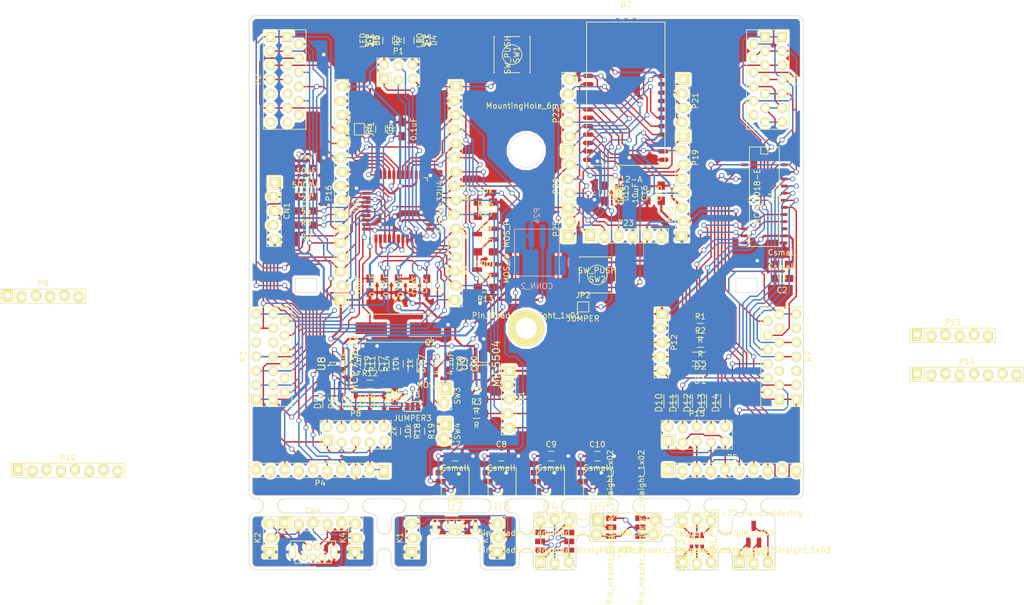
<source format=kicad_pcb>
(kicad_pcb (version 4) (host pcbnew "(2015-03-11 BZR 5504)-product")
  (layers (0 F.Cu signal) (31 B.Cu signal) (34 B.Paste user) (35 F.Paste user) (36 B.SilkS user) (37 F.SilkS user) (38 B.Mask user) (39 F.Mask user) (44 Edge.Cuts user))
  (net 0 "")
  (net 1 VCC)
  (net 2 GND)
  (net 3 "Net-(C3-Pad1)")
  (net 4 "Net-(C4-Pad1)")
  (net 5 AREF)
  (net 6 +3.3V)
  (net 7 +5V)
  (net 8 "Net-(C18-Pad1)")
  (net 9 +BATT)
  (net 10 PE2)
  (net 11 W_PIO5)
  (net 12 "Net-(JP2-Pad2)")
  (net 13 "Net-(JP3-Pad3)")
  (net 14 "Net-(JP3-Pad1)")
  (net 15 PF5)
  (net 16 "Net-(P2-Pad9)")
  (net 17 "Net-(P2-Pad13)")
  (net 18 "Net-(P2-Pad12)")
  (net 19 "Net-(P3-Pad9)")
  (net 20 COL_5)
  (net 21 "Net-(P3-Pad4)")
  (net 22 "Net-(P4-Pad6)")
  (net 23 "Net-(P4-Pad7)")
  (net 24 "Net-(P4-Pad9)")
  (net 25 "Net-(P4-Pad10)")
  (net 26 "Net-(P5-Pad1)")
  (net 27 "Net-(P5-Pad2)")
  (net 28 "Net-(P5-Pad9)")
  (net 29 "Net-(P5-Pad10)")
  (net 30 "Net-(P6-Pad13)")
  (net 31 COL_9)
  (net 32 "Net-(P6-Pad12)")
  (net 33 "Net-(P7-Pad5)")
  (net 34 "Net-(P7-Pad11)")
  (net 35 PC7)
  (net 36 PC6)
  (net 37 PE6)
  (net 38 W_RESET)
  (net 39 W_PCMI)
  (net 40 W_PCMO)
  (net 41 W_PCMC)
  (net 42 W_PCMS)
  (net 43 W_NCTS)
  (net 44 W_NRTS)
  (net 45 W_MOSI)
  (net 46 W_MISO)
  (net 47 W_SCLK)
  (net 48 W_NCSB)
  (net 49 W_PIO2)
  (net 50 W_PIO3)
  (net 51 W_PIO4)
  (net 52 W_PIO6)
  (net 53 W_PIO7)
  (net 54 "Net-(D1-Pad2)")
  (net 55 INTA)
  (net 56 "Net-(D2-Pad2)")
  (net 57 INTB)
  (net 58 "Net-(D3-Pad1)")
  (net 59 "Net-(D4-Pad1)")
  (net 60 "Net-(R8-Pad1)")
  (net 61 "Net-(R9-Pad1)")
  (net 62 "Net-(D15-Pad1)")
  (net 63 "Net-(D16-Pad2)")
  (net 64 "Net-(Q1-PadG)")
  (net 65 "Net-(Q2-PadD)")
  (net 66 "Net-(Q3-PadD)")
  (net 67 "Net-(Q1-PadD)")
  (net 68 "Net-(SW4-Pad2)")
  (net 69 "Net-(U1-Pad2)")
  (net 70 GPB6)
  (net 71 GPB7)
  (net 72 "Net-(U1-Pad14)")
  (net 73 "Net-(U1-Pad17)")
  (net 74 "Net-(U1-Pad28)")
  (net 75 "Net-(U2-Pad4)")
  (net 76 "Net-(U2-Pad1)")
  (net 77 "Net-(U3-Pad4)")
  (net 78 "Net-(U3-Pad1)")
  (net 79 "Net-(U4-Pad4)")
  (net 80 "Net-(U4-Pad1)")
  (net 81 "Net-(U5-Pad4)")
  (net 82 LED_OUT)
  (net 83 GPB2)
  (net 84 W_USB_D-)
  (net 85 W_USB_D+)
  (net 86 "Net-(U7-Pad31)")
  (net 87 W_RF)
  (net 88 "Net-(U7-Pad29)")
  (net 89 "Net-(U7-Pad27)")
  (net 90 "Net-(U9-Pad4)")
  (net 91 RESET)
  (net 92 ROW_R6)
  (net 93 GPA3)
  (net 94 ROW_R0)
  (net 95 PD0)
  (net 96 "Net-(CN1-Pad1)")
  (net 97 "Net-(CN1-Pad2)")
  (net 98 "Net-(CN1-Pad3)")
  (net 99 "Net-(CN1-Pad4)")
  (net 100 "Net-(CN2-Pad4)")
  (net 101 "Net-(CN2-Pad2)")
  (net 102 "Net-(CN2-Pad5)")
  (net 103 "Net-(CN2-Pad1)")
  (net 104 "Net-(CN2-Pad3)")
  (net 105 "Net-(CN3-Pad4)")
  (net 106 "Net-(CN3-Pad2)")
  (net 107 "Net-(CN3-Pad5)")
  (net 108 "Net-(CN3-Pad1)")
  (net 109 "Net-(CN3-Pad3)")
  (net 110 ROW_L4)
  (net 111 PB7)
  (net 112 PF4)
  (net 113 ROW_L6)
  (net 114 GPB4)
  (net 115 GPA2)
  (net 116 PD7)
  (net 117 W_TXD)
  (net 118 W_VDD)
  (net 119 PB5)
  (net 120 ROW_R4)
  (net 121 GPA5)
  (net 122 PB3)
  (net 123 PB1)
  (net 124 PB2)
  (net 125 PF1)
  (net 126 COL_4)
  (net 127 ROW_L0)
  (net 128 COL_0)
  (net 129 GPB0)
  (net 130 GPB1)
  (net 131 GPB5)
  (net 132 GPA7)
  (net 133 GPA1)
  (net 134 PD1)
  (net 135 PD6)
  (net 136 BAT_GUAGE_TOGGLE)
  (net 137 PD4)
  (net 138 W_RXD)
  (module replacement_kinesis_controller:mouse_byte (layer F.Cu) (at 133.35 134.62 90)
    (fp_text reference REF** hide)
    (fp_text value mouse_byte hide)
    (pad "" np_thru_hole circle (at 0 -1.016 90) (size 0.5 0.5) (drill 0.5) (layers *.Cu *.Mask F.SilkS))
    (pad "" np_thru_hole circle (at -1.016 -1.016 90) (size 0.5 0.5) (drill 0.5) (layers *.Cu *.Mask F.SilkS))
    (pad "" np_thru_hole circle (at 0 1.016 90) (size 0.5 0.5) (drill 0.5) (layers *.Cu *.Mask F.SilkS))
    (pad "" np_thru_hole circle (at -1.016 1.016 90) (size 0.5 0.5) (drill 0.5) (layers *.Cu *.Mask F.SilkS))
  )
  (module replacement_kinesis_controller:mouse_byte (layer F.Cu) (at 148.59 134.62 90)
    (fp_text reference REF** hide)
    (fp_text value mouse_byte hide)
    (pad "" np_thru_hole circle (at 0 -1.016 90) (size 0.5 0.5) (drill 0.5) (layers *.Cu *.Mask F.SilkS))
    (pad "" np_thru_hole circle (at -1.016 -1.016 90) (size 0.5 0.5) (drill 0.5) (layers *.Cu *.Mask F.SilkS))
    (pad "" np_thru_hole circle (at 0 1.016 90) (size 0.5 0.5) (drill 0.5) (layers *.Cu *.Mask F.SilkS))
    (pad "" np_thru_hole circle (at -1.016 1.016 90) (size 0.5 0.5) (drill 0.5) (layers *.Cu *.Mask F.SilkS))
  )
  (module replacement_kinesis_controller:mouse_byte (layer F.Cu) (at 163.83 130.81)
    (fp_text reference REF** hide)
    (fp_text value mouse_byte hide)
    (pad "" np_thru_hole circle (at 0 -1.016) (size 0.5 0.5) (drill 0.5) (layers *.Cu *.Mask F.SilkS))
    (pad "" np_thru_hole circle (at -1.016 -1.016) (size 0.5 0.5) (drill 0.5) (layers *.Cu *.Mask F.SilkS))
    (pad "" np_thru_hole circle (at 1.016 -1.016) (size 0.5 0.5) (drill 0.5) (layers *.Cu *.Mask F.SilkS))
    (pad "" np_thru_hole circle (at 0 1.016) (size 0.5 0.5) (drill 0.5) (layers *.Cu *.Mask F.SilkS))
    (pad "" np_thru_hole circle (at -1.016 1.016) (size 0.5 0.5) (drill 0.5) (layers *.Cu *.Mask F.SilkS))
    (pad "" np_thru_hole circle (at 1.016 1.016) (size 0.5 0.5) (drill 0.5) (layers *.Cu *.Mask F.SilkS))
  )
  (module replacement_kinesis_controller:mouse_byte (layer F.Cu) (at 153.67 130.81)
    (fp_text reference REF** hide)
    (fp_text value mouse_byte hide)
    (pad "" np_thru_hole circle (at 0 -1.016) (size 0.5 0.5) (drill 0.5) (layers *.Cu *.Mask F.SilkS))
    (pad "" np_thru_hole circle (at -1.016 -1.016) (size 0.5 0.5) (drill 0.5) (layers *.Cu *.Mask F.SilkS))
    (pad "" np_thru_hole circle (at 1.016 -1.016) (size 0.5 0.5) (drill 0.5) (layers *.Cu *.Mask F.SilkS))
    (pad "" np_thru_hole circle (at 0 1.016) (size 0.5 0.5) (drill 0.5) (layers *.Cu *.Mask F.SilkS))
    (pad "" np_thru_hole circle (at -1.016 1.016) (size 0.5 0.5) (drill 0.5) (layers *.Cu *.Mask F.SilkS))
    (pad "" np_thru_hole circle (at 1.016 1.016) (size 0.5 0.5) (drill 0.5) (layers *.Cu *.Mask F.SilkS))
  )
  (module replacement_kinesis_controller:mouse_byte (layer F.Cu) (at 158.75 137.16 270)
    (fp_text reference REF** hide)
    (fp_text value mouse_byte hide)
    (pad "" np_thru_hole circle (at 0 -1.016 270) (size 0.5 0.5) (drill 0.5) (layers *.Cu *.Mask F.SilkS))
    (pad "" np_thru_hole circle (at -1.016 -1.016 270) (size 0.5 0.5) (drill 0.5) (layers *.Cu *.Mask F.SilkS))
    (pad "" np_thru_hole circle (at 1.016 -1.016 270) (size 0.5 0.5) (drill 0.5) (layers *.Cu *.Mask F.SilkS))
    (pad "" np_thru_hole circle (at 0 1.016 270) (size 0.5 0.5) (drill 0.5) (layers *.Cu *.Mask F.SilkS))
    (pad "" np_thru_hole circle (at -1.016 1.016 270) (size 0.5 0.5) (drill 0.5) (layers *.Cu *.Mask F.SilkS))
    (pad "" np_thru_hole circle (at 1.016 1.016 270) (size 0.5 0.5) (drill 0.5) (layers *.Cu *.Mask F.SilkS))
  )
  (module replacement_kinesis_controller:mouse_byte (layer F.Cu) (at 140.97 130.81 180)
    (fp_text reference REF** hide)
    (fp_text value mouse_byte hide)
    (pad "" np_thru_hole circle (at 0 -1.016 180) (size 0.5 0.5) (drill 0.5) (layers *.Cu *.Mask F.SilkS))
    (pad "" np_thru_hole circle (at -1.016 -1.016 180) (size 0.5 0.5) (drill 0.5) (layers *.Cu *.Mask F.SilkS))
    (pad "" np_thru_hole circle (at 1.016 -1.016 180) (size 0.5 0.5) (drill 0.5) (layers *.Cu *.Mask F.SilkS))
    (pad "" np_thru_hole circle (at 0 1.016 180) (size 0.5 0.5) (drill 0.5) (layers *.Cu *.Mask F.SilkS))
    (pad "" np_thru_hole circle (at -1.016 1.016 180) (size 0.5 0.5) (drill 0.5) (layers *.Cu *.Mask F.SilkS))
    (pad "" np_thru_hole circle (at 1.016 1.016 180) (size 0.5 0.5) (drill 0.5) (layers *.Cu *.Mask F.SilkS))
  )
  (module replacement_kinesis_controller:mouse_byte (layer F.Cu) (at 123.19 137.16 270)
    (fp_text reference REF** hide)
    (fp_text value mouse_byte hide)
    (pad "" np_thru_hole circle (at 0 -1.016 270) (size 0.5 0.5) (drill 0.5) (layers *.Cu *.Mask F.SilkS))
    (pad "" np_thru_hole circle (at -1.016 -1.016 270) (size 0.5 0.5) (drill 0.5) (layers *.Cu *.Mask F.SilkS))
    (pad "" np_thru_hole circle (at 1.016 -1.016 270) (size 0.5 0.5) (drill 0.5) (layers *.Cu *.Mask F.SilkS))
    (pad "" np_thru_hole circle (at 0 1.016 270) (size 0.5 0.5) (drill 0.5) (layers *.Cu *.Mask F.SilkS))
    (pad "" np_thru_hole circle (at -1.016 1.016 270) (size 0.5 0.5) (drill 0.5) (layers *.Cu *.Mask F.SilkS))
    (pad "" np_thru_hole circle (at 1.016 1.016 270) (size 0.5 0.5) (drill 0.5) (layers *.Cu *.Mask F.SilkS))
  )
  (module replacement_kinesis_controller:mouse_byte (layer F.Cu) (at 128.27 130.81 180)
    (fp_text reference REF** hide)
    (fp_text value mouse_byte hide)
    (pad "" np_thru_hole circle (at 0 -1.016 180) (size 0.5 0.5) (drill 0.5) (layers *.Cu *.Mask F.SilkS))
    (pad "" np_thru_hole circle (at -1.016 -1.016 180) (size 0.5 0.5) (drill 0.5) (layers *.Cu *.Mask F.SilkS))
    (pad "" np_thru_hole circle (at 1.016 -1.016 180) (size 0.5 0.5) (drill 0.5) (layers *.Cu *.Mask F.SilkS))
    (pad "" np_thru_hole circle (at 0 1.016 180) (size 0.5 0.5) (drill 0.5) (layers *.Cu *.Mask F.SilkS))
    (pad "" np_thru_hole circle (at -1.016 1.016 180) (size 0.5 0.5) (drill 0.5) (layers *.Cu *.Mask F.SilkS))
    (pad "" np_thru_hole circle (at 1.016 1.016 180) (size 0.5 0.5) (drill 0.5) (layers *.Cu *.Mask F.SilkS))
  )
  (module replacement_kinesis_controller:mouse_byte (layer F.Cu) (at 118.11 130.81 180)
    (fp_text reference REF** hide)
    (fp_text value mouse_byte hide)
    (pad "" np_thru_hole circle (at 0 -1.016 180) (size 0.5 0.5) (drill 0.5) (layers *.Cu *.Mask F.SilkS))
    (pad "" np_thru_hole circle (at -1.016 -1.016 180) (size 0.5 0.5) (drill 0.5) (layers *.Cu *.Mask F.SilkS))
    (pad "" np_thru_hole circle (at 1.016 -1.016 180) (size 0.5 0.5) (drill 0.5) (layers *.Cu *.Mask F.SilkS))
    (pad "" np_thru_hole circle (at 0 1.016 180) (size 0.5 0.5) (drill 0.5) (layers *.Cu *.Mask F.SilkS))
    (pad "" np_thru_hole circle (at -1.016 1.016 180) (size 0.5 0.5) (drill 0.5) (layers *.Cu *.Mask F.SilkS))
    (pad "" np_thru_hole circle (at 1.016 1.016 180) (size 0.5 0.5) (drill 0.5) (layers *.Cu *.Mask F.SilkS))
  )
  (module replacement_kinesis_controller:mouse_byte (layer F.Cu) (at 102.87 130.81 180)
    (fp_text reference REF** hide)
    (fp_text value mouse_byte hide)
    (pad "" np_thru_hole circle (at 0 -1.016 180) (size 0.5 0.5) (drill 0.5) (layers *.Cu *.Mask F.SilkS))
    (pad "" np_thru_hole circle (at -1.016 -1.016 180) (size 0.5 0.5) (drill 0.5) (layers *.Cu *.Mask F.SilkS))
    (pad "" np_thru_hole circle (at 1.016 -1.016 180) (size 0.5 0.5) (drill 0.5) (layers *.Cu *.Mask F.SilkS))
    (pad "" np_thru_hole circle (at 0 1.016 180) (size 0.5 0.5) (drill 0.5) (layers *.Cu *.Mask F.SilkS))
    (pad "" np_thru_hole circle (at -1.016 1.016 180) (size 0.5 0.5) (drill 0.5) (layers *.Cu *.Mask F.SilkS))
    (pad "" np_thru_hole circle (at 1.016 1.016 180) (size 0.5 0.5) (drill 0.5) (layers *.Cu *.Mask F.SilkS))
  )
  (module replacement_kinesis_controller:mouse_byte (layer F.Cu) (at 77.47 130.81 180)
    (fp_text reference REF** hide)
    (fp_text value mouse_byte hide)
    (pad "" np_thru_hole circle (at 0 -1.016 180) (size 0.5 0.5) (drill 0.5) (layers *.Cu *.Mask F.SilkS))
    (pad "" np_thru_hole circle (at -1.016 -1.016 180) (size 0.5 0.5) (drill 0.5) (layers *.Cu *.Mask F.SilkS))
    (pad "" np_thru_hole circle (at 1.016 -1.016 180) (size 0.5 0.5) (drill 0.5) (layers *.Cu *.Mask F.SilkS))
    (pad "" np_thru_hole circle (at 0 1.016 180) (size 0.5 0.5) (drill 0.5) (layers *.Cu *.Mask F.SilkS))
    (pad "" np_thru_hole circle (at -1.016 1.016 180) (size 0.5 0.5) (drill 0.5) (layers *.Cu *.Mask F.SilkS))
    (pad "" np_thru_hole circle (at 1.016 1.016 180) (size 0.5 0.5) (drill 0.5) (layers *.Cu *.Mask F.SilkS))
  )
  (module replacement_kinesis_controller:mouse_byte (layer F.Cu) (at 92.71 130.81 180)
    (fp_text reference REF** hide)
    (fp_text value mouse_byte hide)
    (pad "" np_thru_hole circle (at 0 -1.016 180) (size 0.5 0.5) (drill 0.5) (layers *.Cu *.Mask F.SilkS))
    (pad "" np_thru_hole circle (at -1.016 -1.016 180) (size 0.5 0.5) (drill 0.5) (layers *.Cu *.Mask F.SilkS))
    (pad "" np_thru_hole circle (at 1.016 -1.016 180) (size 0.5 0.5) (drill 0.5) (layers *.Cu *.Mask F.SilkS))
    (pad "" np_thru_hole circle (at 0 1.016 180) (size 0.5 0.5) (drill 0.5) (layers *.Cu *.Mask F.SilkS))
    (pad "" np_thru_hole circle (at -1.016 1.016 180) (size 0.5 0.5) (drill 0.5) (layers *.Cu *.Mask F.SilkS))
    (pad "" np_thru_hole circle (at 1.016 1.016 180) (size 0.5 0.5) (drill 0.5) (layers *.Cu *.Mask F.SilkS))
  )
  (module replacement_kinesis_controller:Pin_Header_Staggered_Straight_1x02 (layer F.Cu) (at 146.05 134.62 90)
    (fp_text reference Pin_Header_Staggered_Straight_1x02 (at 0 -2.286 90) (layer F.SilkS))
    (fp_text value VAL** hide)
    (pad 1 thru_hole circle (at -1.27 -0.127 90) (size 2.032 2.032) (drill 1.016) (layers *.Cu *.Mask F.SilkS))
    (pad 2 thru_hole oval (at 1.27 0.127 90) (size 2.032 2.032) (drill 1.016) (layers *.Cu *.Mask F.SilkS))
  )
  (module replacement_kinesis_controller:LED_RGB_WS2811 (layer F.Cu) (at 140.97 134.62)
    (fp_text reference REF** (at 0 4.5) (layer F.SilkS) (effects (font (size 1.5 1.5))))
    (fp_text value LED_RGB_WS2811)
    (pad 5 smd rect (at 2.6 0) (size 1.8 1) (layers F.Cu F.Paste F.Mask))
    (pad 6 smd rect (at 2.6 -1.6) (size 1.8 1) (layers F.Cu F.Paste F.Mask))
    (pad 4 smd rect (at 2.6 1.6) (size 1.8 1) (layers F.Cu F.Paste F.Mask))
    (pad 3 smd rect (at -2.6 1.6) (size 1.8 1) (layers F.Cu F.Paste F.Mask))
    (pad 1 smd rect (at -2.6 -1.6) (size 1.8 1) (layers F.Cu F.Paste F.Mask))
    (pad 2 smd rect (at -2.6 0) (size 1.8 1) (layers F.Cu F.Paste F.Mask))
  )
  (module replacement_kinesis_controller:Pin_Header_Staggered_Straight_1x03 (layer F.Cu) (at 163.83 140.97)
    (fp_text reference Pin_Header_Staggered_Straight_1x03 (at 0 -2.286) (layer F.SilkS))
    (fp_text value VAL** hide)
    (pad 1 thru_hole rect (at -2.54 -0.127) (size 1.7272 2.032) (drill 1.016) (layers *.Cu *.Mask F.SilkS))
    (pad 2 thru_hole oval (at 0 0.127) (size 1.7272 2.032) (drill 1.016) (layers *.Cu *.Mask F.SilkS))
    (pad 3 thru_hole oval (at 2.54 -0.127) (size 1.7272 2.032) (drill 1.016) (layers *.Cu *.Mask F.SilkS))
  )
  (module replacement_kinesis_controller:Pin_Header_Staggered_Straight_1x03 (layer F.Cu) (at 153.67 133.35 180)
    (fp_text reference Pin_Header_Staggered_Straight_1x03 (at 0 -2.286 180) (layer F.SilkS))
    (fp_text value VAL** hide)
    (pad 1 thru_hole oval (at -2.54 -0.127 180) (size 1.7272 2.032) (drill 1.016) (layers *.Cu *.Mask F.SilkS))
    (pad 2 thru_hole oval (at 0 0.127 180) (size 1.7272 2.032) (drill 1.016) (layers *.Cu *.Mask F.SilkS))
    (pad 3 thru_hole oval (at 2.54 -0.127 180) (size 1.7272 2.032) (drill 1.016) (layers *.Cu *.Mask F.SilkS))
  )
  (module replacement_kinesis_controller:Pin_Header_Staggered_Straight_1x03 (layer F.Cu) (at 153.67 140.97)
    (fp_text reference Pin_Header_Staggered_Straight_1x03 (at 0 -2.286) (layer F.SilkS))
    (fp_text value VAL** hide)
    (pad 1 thru_hole rect (at -2.54 -0.127) (size 1.7272 2.032) (drill 1.016) (layers *.Cu *.Mask F.SilkS))
    (pad 2 thru_hole oval (at 0 0.127) (size 1.7272 2.032) (drill 1.016) (layers *.Cu *.Mask F.SilkS))
    (pad 3 thru_hole oval (at 2.54 -0.127) (size 1.7272 2.032) (drill 1.016) (layers *.Cu *.Mask F.SilkS))
  )
  (module replacement_kinesis_controller:Pin_Header_Staggered_Straight_1x03 (layer F.Cu) (at 128.27 140.97)
    (fp_text reference Pin_Header_Staggered_Straight_1x03 (at 0 -2.286) (layer F.SilkS))
    (fp_text value VAL** hide)
    (pad 1 thru_hole rect (at -2.54 -0.127) (size 1.7272 2.032) (drill 1.016) (layers *.Cu *.Mask F.SilkS))
    (pad 2 thru_hole oval (at 0 0.127) (size 1.7272 2.032) (drill 1.016) (layers *.Cu *.Mask F.SilkS))
    (pad 3 thru_hole oval (at 2.54 -0.127) (size 1.7272 2.032) (drill 1.016) (layers *.Cu *.Mask F.SilkS))
  )
  (module Mounting_Holes:MountingHole_6mm (layer F.Cu) (at 123.19 67.31)
    (fp_text reference MountingHole_6mm (at 0 -8.001) (layer F.SilkS))
    (fp_text value VAL** hide)
    (pad 1 thru_hole circle (at 0 0) (size 5.99948 5.99948) (drill 5.99948) (layers))
  )
  (module replacement_kinesis_controller:Plated_Mounting_Hole (layer F.Cu) (at 123.19 99.06)
    (fp_text reference Pin_Header_Straight_1x01 (at 0 -2.286) (layer F.SilkS))
    (fp_text value VAL** hide)
    (pad 1 thru_hole circle (at 0 0) (size 6.4 6.4) (drill 3.8) (layers *.Cu *.Mask F.SilkS))
  )
  (module Capacitors_SMD:C_0805_HandSoldering (layer F.Cu) (at 168.91 87.63 180)
    (fp_text reference C1 (at 0 -2.1 180) (layer F.SilkS))
    (fp_text value Csmall (at 0 2.1 180) (layer F.SilkS))
    (pad 1 smd rect (at -1.25 0 180) (size 1.5 1.25) (layers F.Cu F.Paste F.Mask) (net 1 VCC))
    (pad 2 smd rect (at 1.25 0 180) (size 1.5 1.25) (layers F.Cu F.Paste F.Mask) (net 2 GND))
  )
  (module Capacitors_SMD:C_0805_HandSoldering (layer F.Cu) (at 168.91 90.17 180)
    (fp_text reference C2 (at 0 -2.1 180) (layer F.SilkS))
    (fp_text value Csmall (at 0 2.1 180) (layer F.SilkS))
    (pad 1 smd rect (at -1.25 0 180) (size 1.5 1.25) (layers F.Cu F.Paste F.Mask) (net 1 VCC))
    (pad 2 smd rect (at 1.25 0 180) (size 1.5 1.25) (layers F.Cu F.Paste F.Mask) (net 2 GND))
  )
  (module Capacitors_SMD:C_0805_HandSoldering (layer F.Cu) (at 95.25 91.44 270)
    (fp_text reference C3 (at 0 -2.1 270) (layer F.SilkS))
    (fp_text value 10pF (at 0 2.1 270) (layer F.SilkS))
    (pad 1 smd rect (at -1.25 0 270) (size 1.5 1.25) (layers F.Cu F.Paste F.Mask) (net 3 "Net-(C3-Pad1)"))
    (pad 2 smd rect (at 1.25 0 270) (size 1.5 1.25) (layers F.Cu F.Paste F.Mask) (net 2 GND))
  )
  (module Capacitors_SMD:C_0805_HandSoldering (layer F.Cu) (at 105.41 91.44 270)
    (fp_text reference C4 (at 0 -2.1 270) (layer F.SilkS))
    (fp_text value 10pF (at 0 2.1 270) (layer F.SilkS))
    (pad 1 smd rect (at -1.25 0 270) (size 1.5 1.25) (layers F.Cu F.Paste F.Mask) (net 4 "Net-(C4-Pad1)"))
    (pad 2 smd rect (at 1.25 0 270) (size 1.5 1.25) (layers F.Cu F.Paste F.Mask) (net 2 GND))
  )
  (module Capacitors_SMD:C_0805_HandSoldering (layer F.Cu) (at 100.965 63.5 90)
    (fp_text reference C5 (at 0 -2.1 90) (layer F.SilkS))
    (fp_text value 0.1uF (at 0 2.1 90) (layer F.SilkS))
    (pad 1 smd rect (at -1.25 0 90) (size 1.5 1.25) (layers F.Cu F.Paste F.Mask) (net 5 AREF))
    (pad 2 smd rect (at 1.25 0 90) (size 1.5 1.25) (layers F.Cu F.Paste F.Mask) (net 2 GND))
  )
  (module Capacitors_SMD:C_0805_HandSoldering (layer F.Cu) (at 97.79 91.44 270)
    (fp_text reference C6 (at 0 -2.1 270) (layer F.SilkS))
    (fp_text value 0.1uF (at 0 2.1 270) (layer F.SilkS))
    (pad 1 smd rect (at -1.25 0 270) (size 1.5 1.25) (layers F.Cu F.Paste F.Mask) (net 6 +3.3V))
    (pad 2 smd rect (at 1.25 0 270) (size 1.5 1.25) (layers F.Cu F.Paste F.Mask) (net 2 GND))
  )
  (module Capacitors_SMD:C_0805_HandSoldering (layer F.Cu) (at 110.49 121.92)
    (fp_text reference C7 (at 0 -2.1) (layer F.SilkS))
    (fp_text value Csmall (at 0 2.1) (layer F.SilkS))
    (pad 1 smd rect (at -1.25 0) (size 1.5 1.25) (layers F.Cu F.Paste F.Mask) (net 1 VCC))
    (pad 2 smd rect (at 1.25 0) (size 1.5 1.25) (layers F.Cu F.Paste F.Mask) (net 2 GND))
  )
  (module Capacitors_SMD:C_0805_HandSoldering (layer F.Cu) (at 118.745 121.92)
    (fp_text reference C8 (at 0 -2.1) (layer F.SilkS))
    (fp_text value Csmall (at 0 2.1) (layer F.SilkS))
    (pad 1 smd rect (at -1.25 0) (size 1.5 1.25) (layers F.Cu F.Paste F.Mask) (net 1 VCC))
    (pad 2 smd rect (at 1.25 0) (size 1.5 1.25) (layers F.Cu F.Paste F.Mask) (net 2 GND))
  )
  (module Capacitors_SMD:C_0805_HandSoldering (layer F.Cu) (at 127.635 121.92)
    (fp_text reference C9 (at 0 -2.1) (layer F.SilkS))
    (fp_text value Csmall (at 0 2.1) (layer F.SilkS))
    (pad 1 smd rect (at -1.25 0) (size 1.5 1.25) (layers F.Cu F.Paste F.Mask) (net 1 VCC))
    (pad 2 smd rect (at 1.25 0) (size 1.5 1.25) (layers F.Cu F.Paste F.Mask) (net 2 GND))
  )
  (module Capacitors_SMD:C_0805_HandSoldering (layer F.Cu) (at 135.89 121.92)
    (fp_text reference C10 (at 0 -2.1) (layer F.SilkS))
    (fp_text value Csmall (at 0 2.1) (layer F.SilkS))
    (pad 1 smd rect (at -1.25 0) (size 1.5 1.25) (layers F.Cu F.Paste F.Mask) (net 1 VCC))
    (pad 2 smd rect (at 1.25 0) (size 1.5 1.25) (layers F.Cu F.Paste F.Mask) (net 2 GND))
  )
  (module Capacitors_SMD:C_0805_HandSoldering (layer F.Cu) (at 100.33 91.44 270)
    (fp_text reference C11 (at 0 -2.1 270) (layer F.SilkS))
    (fp_text value 0.1uF (at 0 2.1 270) (layer F.SilkS))
    (pad 1 smd rect (at -1.25 0 270) (size 1.5 1.25) (layers F.Cu F.Paste F.Mask) (net 1 VCC))
    (pad 2 smd rect (at 1.25 0 270) (size 1.5 1.25) (layers F.Cu F.Paste F.Mask) (net 2 GND))
  )
  (module Capacitors_SMD:C_0805_HandSoldering (layer F.Cu) (at 102.87 91.44 270)
    (fp_text reference C12 (at 0 -2.1 270) (layer F.SilkS))
    (fp_text value 0.1uF (at 0 2.1 270) (layer F.SilkS))
    (pad 1 smd rect (at -1.25 0 270) (size 1.5 1.25) (layers F.Cu F.Paste F.Mask) (net 1 VCC))
    (pad 2 smd rect (at 1.25 0 270) (size 1.5 1.25) (layers F.Cu F.Paste F.Mask) (net 2 GND))
  )
  (module Capacitors_SMD:C_0805_HandSoldering (layer F.Cu) (at 83.82 70.485 180)
    (fp_text reference C13 (at 0 -2.1 180) (layer F.SilkS))
    (fp_text value 0.1uF (at 0 2.1 180) (layer F.SilkS))
    (pad 1 smd rect (at -1.25 0 180) (size 1.5 1.25) (layers F.Cu F.Paste F.Mask) (net 7 +5V))
    (pad 2 smd rect (at 1.25 0 180) (size 1.5 1.25) (layers F.Cu F.Paste F.Mask) (net 2 GND))
  )
  (module Capacitors_SMD:C_0805_HandSoldering (layer F.Cu) (at 83.82 73.025 180)
    (fp_text reference C14 (at 0 -2.1 180) (layer F.SilkS))
    (fp_text value 10uF (at 0 2.1 180) (layer F.SilkS))
    (pad 1 smd rect (at -1.25 0 180) (size 1.5 1.25) (layers F.Cu F.Paste F.Mask) (net 7 +5V))
    (pad 2 smd rect (at 1.25 0 180) (size 1.5 1.25) (layers F.Cu F.Paste F.Mask) (net 2 GND))
  )
  (module Capacitors_SMD:C_0805_HandSoldering (layer F.Cu) (at 144.78 74.93 270)
    (fp_text reference C15 (at 0 -2.1 270) (layer F.SilkS))
    (fp_text value 10uF (at 0 2.1 270) (layer F.SilkS))
    (pad 1 smd rect (at -1.25 0 270) (size 1.5 1.25) (layers F.Cu F.Paste F.Mask) (net 118 W_VDD))
    (pad 2 smd rect (at 1.25 0 270) (size 1.5 1.25) (layers F.Cu F.Paste F.Mask) (net 2 GND))
  )
  (module Capacitors_SMD:C_0805_HandSoldering (layer F.Cu) (at 142.24 74.93 270)
    (fp_text reference C16 (at 0 -2.1 270) (layer F.SilkS))
    (fp_text value 0.1uF (at 0 2.1 270) (layer F.SilkS))
    (pad 1 smd rect (at -1.25 0 270) (size 1.5 1.25) (layers F.Cu F.Paste F.Mask) (net 118 W_VDD))
    (pad 2 smd rect (at 1.25 0 270) (size 1.5 1.25) (layers F.Cu F.Paste F.Mask) (net 2 GND))
  )
  (module Capacitors_SMD:C_0805_HandSoldering (layer F.Cu) (at 95.25 105.41 270)
    (fp_text reference C17 (at 0 -2.1 270) (layer F.SilkS))
    (fp_text value 4.7uF (at 0 2.1 270) (layer F.SilkS))
    (pad 1 smd rect (at -1.25 0 270) (size 1.5 1.25) (layers F.Cu F.Paste F.Mask) (net 7 +5V))
    (pad 2 smd rect (at 1.25 0 270) (size 1.5 1.25) (layers F.Cu F.Paste F.Mask) (net 2 GND))
  )
  (module Capacitors_SMD:C_0805_HandSoldering (layer F.Cu) (at 109.22 105.41 270)
    (fp_text reference C18 (at 0 -2.1 270) (layer F.SilkS))
    (fp_text value 4.7uF (at 0 2.1 270) (layer F.SilkS))
    (pad 1 smd rect (at -1.25 0 270) (size 1.5 1.25) (layers F.Cu F.Paste F.Mask) (net 8 "Net-(C18-Pad1)"))
    (pad 2 smd rect (at 1.25 0 270) (size 1.5 1.25) (layers F.Cu F.Paste F.Mask) (net 2 GND))
  )
  (module Capacitors_SMD:C_0805_HandSoldering (layer F.Cu) (at 92.71 105.41 270)
    (fp_text reference C19 (at 0 -2.1 270) (layer F.SilkS))
    (fp_text value 4.7uF (at 0 2.1 270) (layer F.SilkS))
    (pad 1 smd rect (at -1.25 0 270) (size 1.5 1.25) (layers F.Cu F.Paste F.Mask) (net 9 +BATT))
    (pad 2 smd rect (at 1.25 0 270) (size 1.5 1.25) (layers F.Cu F.Paste F.Mask) (net 2 GND))
  )
  (module Capacitors_SMD:C_0805_HandSoldering (layer F.Cu) (at 111.76 105.41 270)
    (fp_text reference C20 (at 0 -2.1 270) (layer F.SilkS))
    (fp_text value 4.7uF (at 0 2.1 270) (layer F.SilkS))
    (pad 1 smd rect (at -1.25 0 270) (size 1.5 1.25) (layers F.Cu F.Paste F.Mask) (net 1 VCC))
    (pad 2 smd rect (at 1.25 0 270) (size 1.5 1.25) (layers F.Cu F.Paste F.Mask) (net 2 GND))
  )
  (module replacement_kinesis_controller:Pin_Header_Staggered_Straight_1x05 (layer F.Cu) (at 78.105 78.105 270)
    (fp_text reference CN1 (at 0 -2.286 270) (layer F.SilkS))
    (fp_text value USB_general hide)
    (pad 1 thru_hole rect (at -5.08 -0.127 270) (size 1.7272 2.032) (drill 1.016) (layers *.Cu *.Mask F.SilkS) (net 96 "Net-(CN1-Pad1)"))
    (pad 2 thru_hole oval (at -2.54 0.127 270) (size 1.7272 2.032) (drill 1.016) (layers *.Cu *.Mask F.SilkS) (net 97 "Net-(CN1-Pad2)"))
    (pad 3 thru_hole oval (at 0 -0.127 270) (size 1.7272 2.032) (drill 1.016) (layers *.Cu *.Mask F.SilkS) (net 98 "Net-(CN1-Pad3)"))
    (pad 4 thru_hole oval (at 2.54 0.127 270) (size 1.7272 2.032) (drill 1.016) (layers *.Cu *.Mask F.SilkS) (net 99 "Net-(CN1-Pad4)"))
    (pad 5 thru_hole oval (at 5.08 -0.127 270) (size 1.7272 2.032) (drill 1.016) (layers *.Cu *.Mask F.SilkS) (net 2 GND))
  )
  (module replacement_kinesis_controller:Pin_Header_Staggered_Straight_1x05 (layer F.Cu) (at 85.09 133.985)
    (fp_text reference CN4 (at 0 -2.286) (layer F.SilkS))
    (fp_text value USB_general hide)
    (pad 1 thru_hole rect (at -5.08 -0.127) (size 1.7272 2.032) (drill 1.016) (layers *.Cu *.Mask F.SilkS) (net 108 "Net-(CN3-Pad1)"))
    (pad 2 thru_hole oval (at -2.54 0.127) (size 1.7272 2.032) (drill 1.016) (layers *.Cu *.Mask F.SilkS) (net 106 "Net-(CN3-Pad2)"))
    (pad 3 thru_hole oval (at 0 -0.127) (size 1.7272 2.032) (drill 1.016) (layers *.Cu *.Mask F.SilkS) (net 109 "Net-(CN3-Pad3)"))
    (pad 4 thru_hole oval (at 2.54 0.127) (size 1.7272 2.032) (drill 1.016) (layers *.Cu *.Mask F.SilkS) (net 105 "Net-(CN3-Pad4)"))
    (pad 5 thru_hole oval (at 5.08 -0.127) (size 1.7272 2.032) (drill 1.016) (layers *.Cu *.Mask F.SilkS) (net 107 "Net-(CN3-Pad5)"))
  )
  (module replacement_kinesis_controller:JUMPER_2 (layer F.Cu) (at 93.345 63.5 270)
    (fp_text reference JP1 (at 0 -2.1 270) (layer F.SilkS))
    (fp_text value JUMPER (at 0 2.1 270) (layer F.SilkS))
    (pad 1 smd rect (at -0.442 0 270) (size 0.7 1.3) (layers F.Cu F.Paste F.Mask) (net 1 VCC))
    (pad 2 smd rect (at 0.442 0 270) (size 0.7 1.3) (layers F.Cu F.Paste F.Mask) (net 10 PE2))
  )
  (module replacement_kinesis_controller:JUMPER_2 (layer F.Cu) (at 133.35 95.25)
    (fp_text reference JP2 (at 0 -2.1) (layer F.SilkS))
    (fp_text value JUMPER (at 0 2.1) (layer F.SilkS))
    (pad 1 smd rect (at -0.442 0) (size 0.7 1.3) (layers F.Cu F.Paste F.Mask) (net 11 W_PIO5))
    (pad 2 smd rect (at 0.442 0) (size 0.7 1.3) (layers F.Cu F.Paste F.Mask) (net 12 "Net-(JP2-Pad2)"))
  )
  (module replacement_kinesis_controller:JUMPER_3 (layer F.Cu) (at 102.87 113.03)
    (fp_text reference JP3 (at 0 -2.1) (layer F.SilkS))
    (fp_text value JUMPER3 (at 0 2.1) (layer F.SilkS))
    (pad 3 smd rect (at 0.9 0) (size 0.7 1.3) (layers F.Cu F.Paste F.Mask) (net 13 "Net-(JP3-Pad3)"))
    (pad 1 smd rect (at -0.9 0) (size 0.7 1.3) (layers F.Cu F.Paste F.Mask) (net 14 "Net-(JP3-Pad1)"))
    (pad 2 smd rect (at 0 0) (size 0.7 1.3) (layers F.Cu F.Paste F.Mask) (net 14 "Net-(JP3-Pad1)"))
  )
  (module replacement_kinesis_controller:Pin_Header_Staggered_Straight_1x03 (layer F.Cu) (at 102.87 136.525 90)
    (fp_text reference K1 (at 0 -2.286 90) (layer F.SilkS))
    (fp_text value CONN_3 hide)
    (pad 1 thru_hole rect (at -2.54 -0.127 90) (size 1.7272 2.032) (drill 1.016) (layers *.Cu *.Mask F.SilkS) (net 102 "Net-(CN2-Pad5)"))
    (pad 2 thru_hole oval (at 0 0.127 90) (size 1.7272 2.032) (drill 1.016) (layers *.Cu *.Mask F.SilkS) (net 103 "Net-(CN2-Pad1)"))
    (pad 3 thru_hole oval (at 2.54 -0.127 90) (size 1.7272 2.032) (drill 1.016) (layers *.Cu *.Mask F.SilkS) (net 101 "Net-(CN2-Pad2)"))
  )
  (module replacement_kinesis_controller:Pin_Header_Staggered_Straight_1x03 (layer F.Cu) (at 77.47 136.525 90)
    (fp_text reference K2 (at 0 -2.286 90) (layer F.SilkS))
    (fp_text value CONN_3 hide)
    (pad 1 thru_hole rect (at -2.54 -0.127 90) (size 1.7272 2.032) (drill 1.016) (layers *.Cu *.Mask F.SilkS) (net 107 "Net-(CN3-Pad5)"))
    (pad 2 thru_hole oval (at 0 0.127 90) (size 1.7272 2.032) (drill 1.016) (layers *.Cu *.Mask F.SilkS) (net 108 "Net-(CN3-Pad1)"))
    (pad 3 thru_hole oval (at 2.54 -0.127 90) (size 1.7272 2.032) (drill 1.016) (layers *.Cu *.Mask F.SilkS) (net 106 "Net-(CN3-Pad2)"))
  )
  (module replacement_kinesis_controller:Pin_Header_Staggered_Straight_1x03 (layer F.Cu) (at 118.11 136.525 90)
    (fp_text reference K3 (at 0 -2.286 90) (layer F.SilkS))
    (fp_text value CONN_3 hide)
    (pad 1 thru_hole rect (at -2.54 -0.127 90) (size 1.7272 2.032) (drill 1.016) (layers *.Cu *.Mask F.SilkS) (net 102 "Net-(CN2-Pad5)"))
    (pad 2 thru_hole oval (at 0 0.127 90) (size 1.7272 2.032) (drill 1.016) (layers *.Cu *.Mask F.SilkS) (net 104 "Net-(CN2-Pad3)"))
    (pad 3 thru_hole oval (at 2.54 -0.127 90) (size 1.7272 2.032) (drill 1.016) (layers *.Cu *.Mask F.SilkS) (net 100 "Net-(CN2-Pad4)"))
  )
  (module replacement_kinesis_controller:Pin_Header_Staggered_Straight_1x03 (layer F.Cu) (at 92.71 136.525 90)
    (fp_text reference K4 (at 0 -2.286 90) (layer F.SilkS))
    (fp_text value CONN_3 hide)
    (pad 1 thru_hole rect (at -2.54 -0.127 90) (size 1.7272 2.032) (drill 1.016) (layers *.Cu *.Mask F.SilkS) (net 107 "Net-(CN3-Pad5)"))
    (pad 2 thru_hole oval (at 0 0.127 90) (size 1.7272 2.032) (drill 1.016) (layers *.Cu *.Mask F.SilkS) (net 109 "Net-(CN3-Pad3)"))
    (pad 3 thru_hole oval (at 2.54 -0.127 90) (size 1.7272 2.032) (drill 1.016) (layers *.Cu *.Mask F.SilkS) (net 105 "Net-(CN3-Pad4)"))
  )
  (module replacement_kinesis_controller:Pin_Header_Staggered_Straight_2x03 (layer F.Cu) (at 100.33 53.34)
    (fp_text reference P1 (at 0 -3.81) (layer F.SilkS))
    (fp_text value CONN_3X2 hide)
    (pad 1 thru_hole rect (at -2.54 1.143) (size 1.7272 1.7272) (drill 1.016) (layers *.Cu *.Mask F.SilkS) (net 122 PB3))
    (pad 2 thru_hole oval (at -2.54 -1.397) (size 1.7272 1.7272) (drill 1.016) (layers *.Cu *.Mask F.SilkS) (net 1 VCC))
    (pad 3 thru_hole oval (at 0 1.397) (size 1.7272 1.7272) (drill 1.016) (layers *.Cu *.Mask F.SilkS) (net 123 PB1))
    (pad 4 thru_hole oval (at 0 -1.143) (size 1.7272 1.7272) (drill 1.016) (layers *.Cu *.Mask F.SilkS) (net 124 PB2))
    (pad 5 thru_hole oval (at 2.54 1.143) (size 1.7272 1.7272) (drill 1.016) (layers *.Cu *.Mask F.SilkS) (net 91 RESET))
    (pad 6 thru_hole oval (at 2.54 -1.397) (size 1.7272 1.7272) (drill 1.016) (layers *.Cu *.Mask F.SilkS) (net 2 GND))
  )
  (module replacement_kinesis_controller:Pin_Header_Staggered_Straight_1x10 (layer F.Cu) (at 86.36 124.46 180)
    (fp_text reference P4 (at 0 -2.286 180) (layer F.SilkS))
    (fp_text value CONN_10 hide)
    (pad 1 thru_hole rect (at -11.43 -0.127 180) (size 1.7272 2.032) (drill 1.016) (layers *.Cu *.Mask F.SilkS) (net 126 COL_4))
    (pad 2 thru_hole oval (at -8.89 0.127 180) (size 1.7272 2.032) (drill 1.016) (layers *.Cu *.Mask F.SilkS) (net 126 COL_4))
    (pad 3 thru_hole oval (at -6.35 -0.127 180) (size 1.7272 2.032) (drill 1.016) (layers *.Cu *.Mask F.SilkS) (net 20 COL_5))
    (pad 4 thru_hole oval (at -3.81 0.127 180) (size 1.7272 2.032) (drill 1.016) (layers *.Cu *.Mask F.SilkS) (net 113 ROW_L6))
    (pad 5 thru_hole oval (at -1.27 -0.127 180) (size 1.7272 2.032) (drill 1.016) (layers *.Cu *.Mask F.SilkS) (net 111 PB7))
    (pad 6 thru_hole oval (at 1.27 0.127 180) (size 1.7272 2.032) (drill 1.016) (layers *.Cu *.Mask F.SilkS) (net 22 "Net-(P4-Pad6)"))
    (pad 7 thru_hole oval (at 3.81 -0.127 180) (size 1.7272 2.032) (drill 1.016) (layers *.Cu *.Mask F.SilkS) (net 23 "Net-(P4-Pad7)"))
    (pad 8 thru_hole oval (at 6.35 0.127 180) (size 1.7272 2.032) (drill 1.016) (layers *.Cu *.Mask F.SilkS) (net 128 COL_0))
    (pad 9 thru_hole oval (at 8.89 -0.127 180) (size 1.7272 2.032) (drill 1.016) (layers *.Cu *.Mask F.SilkS) (net 24 "Net-(P4-Pad9)"))
    (pad 10 thru_hole oval (at 11.43 0.127 180) (size 1.7272 2.032) (drill 1.016) (layers *.Cu *.Mask F.SilkS) (net 25 "Net-(P4-Pad10)"))
  )
  (module replacement_kinesis_controller:Pin_Header_Staggered_Straight_1x10 (layer F.Cu) (at 160.02 124.46)
    (fp_text reference P5 (at 0 -2.286) (layer F.SilkS))
    (fp_text value CONN_10 hide)
    (pad 1 thru_hole rect (at -11.43 -0.127) (size 1.7272 2.032) (drill 1.016) (layers *.Cu *.Mask F.SilkS) (net 26 "Net-(P5-Pad1)"))
    (pad 2 thru_hole oval (at -8.89 0.127) (size 1.7272 2.032) (drill 1.016) (layers *.Cu *.Mask F.SilkS) (net 27 "Net-(P5-Pad2)"))
    (pad 3 thru_hole oval (at -6.35 -0.127) (size 1.7272 2.032) (drill 1.016) (layers *.Cu *.Mask F.SilkS) (net 129 GPB0))
    (pad 4 thru_hole oval (at -3.81 0.127) (size 1.7272 2.032) (drill 1.016) (layers *.Cu *.Mask F.SilkS) (net 130 GPB1))
    (pad 5 thru_hole oval (at -1.27 -0.127) (size 1.7272 2.032) (drill 1.016) (layers *.Cu *.Mask F.SilkS) (net 131 GPB5))
    (pad 6 thru_hole oval (at 1.27 0.127) (size 1.7272 2.032) (drill 1.016) (layers *.Cu *.Mask F.SilkS) (net 130 GPB1))
    (pad 7 thru_hole oval (at 3.81 -0.127) (size 1.7272 2.032) (drill 1.016) (layers *.Cu *.Mask F.SilkS) (net 132 GPA7))
    (pad 8 thru_hole oval (at 6.35 0.127) (size 1.7272 2.032) (drill 1.016) (layers *.Cu *.Mask F.SilkS) (net 92 ROW_R6))
    (pad 9 thru_hole oval (at 8.89 -0.127) (size 1.7272 2.032) (drill 1.016) (layers *.Cu *.Mask F.SilkS) (net 28 "Net-(P5-Pad9)"))
    (pad 10 thru_hole oval (at 11.43 0.127) (size 1.7272 2.032) (drill 1.016) (layers *.Cu *.Mask F.SilkS) (net 29 "Net-(P5-Pad10)"))
  )
  (module replacement_kinesis_controller:Pin_Header_Staggered_Straight_2x05 (layer F.Cu) (at 92.71 118.11)
    (fp_text reference P8 (at 0 -3.81) (layer F.SilkS))
    (fp_text value CONN_5X2 hide)
    (pad 1 thru_hole rect (at -5.08 1.143) (size 1.7272 1.7272) (drill 1.016) (layers *.Cu *.Mask F.SilkS) (net 128 COL_0))
    (pad 2 thru_hole oval (at -5.08 -1.397) (size 1.7272 1.7272) (drill 1.016) (layers *.Cu *.Mask F.SilkS) (net 110 ROW_L4))
    (pad 3 thru_hole oval (at -2.54 1.397) (size 1.7272 1.7272) (drill 1.016) (layers *.Cu *.Mask F.SilkS) (net 126 COL_4))
    (pad 4 thru_hole oval (at -2.54 -1.143) (size 1.7272 1.7272) (drill 1.016) (layers *.Cu *.Mask F.SilkS) (net 110 ROW_L4))
    (pad 5 thru_hole oval (at 0 1.143) (size 1.7272 1.7272) (drill 1.016) (layers *.Cu *.Mask F.SilkS) (net 128 COL_0))
    (pad 6 thru_hole oval (at 0 -1.397) (size 1.7272 1.7272) (drill 1.016) (layers *.Cu *.Mask F.SilkS) (net 119 PB5))
    (pad 7 thru_hole oval (at 2.54 1.397) (size 1.7272 1.7272) (drill 1.016) (layers *.Cu *.Mask F.SilkS) (net 126 COL_4))
    (pad 8 thru_hole oval (at 2.54 -1.143) (size 1.7272 1.7272) (drill 1.016) (layers *.Cu *.Mask F.SilkS) (net 119 PB5))
    (pad 9 thru_hole oval (at 5.08 1.143) (size 1.7272 1.7272) (drill 1.016) (layers *.Cu *.Mask F.SilkS) (net 20 COL_5))
    (pad 10 thru_hole oval (at 5.08 -1.397) (size 1.7272 1.7272) (drill 1.016) (layers *.Cu *.Mask F.SilkS) (net 119 PB5))
  )
  (module replacement_kinesis_controller:Pin_Header_Staggered_Straight_2x05 (layer F.Cu) (at 153.67 118.11)
    (fp_text reference P15 (at 0 -3.81) (layer F.SilkS))
    (fp_text value CONN_5X2 hide)
    (pad 1 thru_hole rect (at -5.08 1.143) (size 1.7272 1.7272) (drill 1.016) (layers *.Cu *.Mask F.SilkS) (net 130 GPB1))
    (pad 2 thru_hole oval (at -5.08 -1.397) (size 1.7272 1.7272) (drill 1.016) (layers *.Cu *.Mask F.SilkS) (net 120 ROW_R4))
    (pad 3 thru_hole oval (at -2.54 1.397) (size 1.7272 1.7272) (drill 1.016) (layers *.Cu *.Mask F.SilkS) (net 131 GPB5))
    (pad 4 thru_hole oval (at -2.54 -1.143) (size 1.7272 1.7272) (drill 1.016) (layers *.Cu *.Mask F.SilkS) (net 120 ROW_R4))
    (pad 5 thru_hole oval (at 0 1.143) (size 1.7272 1.7272) (drill 1.016) (layers *.Cu *.Mask F.SilkS) (net 129 GPB0))
    (pad 6 thru_hole oval (at 0 -1.397) (size 1.7272 1.7272) (drill 1.016) (layers *.Cu *.Mask F.SilkS) (net 121 GPA5))
    (pad 7 thru_hole oval (at 2.54 1.397) (size 1.7272 1.7272) (drill 1.016) (layers *.Cu *.Mask F.SilkS) (net 130 GPB1))
    (pad 8 thru_hole oval (at 2.54 -1.143) (size 1.7272 1.7272) (drill 1.016) (layers *.Cu *.Mask F.SilkS) (net 121 GPA5))
    (pad 9 thru_hole oval (at 5.08 1.143) (size 1.7272 1.7272) (drill 1.016) (layers *.Cu *.Mask F.SilkS) (net 131 GPB5))
    (pad 10 thru_hole oval (at 5.08 -1.397) (size 1.7272 1.7272) (drill 1.016) (layers *.Cu *.Mask F.SilkS) (net 121 GPA5))
  )
  (module replacement_kinesis_controller:Pin_Header_Staggered_Straight_1x16 (layer F.Cu) (at 110.49 74.93 270)
    (fp_text reference P17 (at 0 -2.286 270) (layer F.SilkS))
    (fp_text value CONN_16 hide)
    (pad 1 thru_hole rect (at -19.05 -0.127 270) (size 1.7272 2.032) (drill 1.016) (layers *.Cu *.Mask F.SilkS) (net 91 RESET))
    (pad 2 thru_hole oval (at -16.51 0.127 270) (size 1.7272 2.032) (drill 1.016) (layers *.Cu *.Mask F.SilkS) (net 2 GND))
    (pad 3 thru_hole oval (at -13.97 -0.127 270) (size 1.7272 2.032) (drill 1.016) (layers *.Cu *.Mask F.SilkS) (net 116 PD7))
    (pad 4 thru_hole oval (at -11.43 0.127 270) (size 1.7272 2.032) (drill 1.016) (layers *.Cu *.Mask F.SilkS) (net 135 PD6))
    (pad 5 thru_hole oval (at -8.89 -0.127 270) (size 1.7272 2.032) (drill 1.016) (layers *.Cu *.Mask F.SilkS) (net 136 BAT_GUAGE_TOGGLE))
    (pad 6 thru_hole oval (at -6.35 0.127 270) (size 1.7272 2.032) (drill 1.016) (layers *.Cu *.Mask F.SilkS) (net 137 PD4))
    (pad 7 thru_hole oval (at -3.81 -0.127 270) (size 1.7272 2.032) (drill 1.016) (layers *.Cu *.Mask F.SilkS) (net 138 W_RXD))
    (pad 8 thru_hole oval (at -1.27 0.127 270) (size 1.7272 2.032) (drill 1.016) (layers *.Cu *.Mask F.SilkS) (net 117 W_TXD))
    (pad 9 thru_hole oval (at 1.27 -0.127 270) (size 1.7272 2.032) (drill 1.016) (layers *.Cu *.Mask F.SilkS) (net 134 PD1))
    (pad 10 thru_hole oval (at 3.81 0.127 270) (size 1.7272 2.032) (drill 1.016) (layers *.Cu *.Mask F.SilkS) (net 95 PD0))
    (pad 11 thru_hole oval (at 6.35 -0.127 270) (size 1.7272 2.032) (drill 1.016) (layers *.Cu *.Mask F.SilkS) (net 122 PB3))
    (pad 12 thru_hole oval (at 8.89 0.127 270) (size 1.7272 2.032) (drill 1.016) (layers *.Cu *.Mask F.SilkS) (net 124 PB2))
    (pad 13 thru_hole oval (at 11.43 -0.127 270) (size 1.7272 2.032) (drill 1.016) (layers *.Cu *.Mask F.SilkS) (net 123 PB1))
    (pad 14 thru_hole oval (at 13.97 0.127 270) (size 1.7272 2.032) (drill 1.016) (layers *.Cu *.Mask F.SilkS) (net 127 ROW_L0))
    (pad 15 thru_hole oval (at 16.51 -0.127 270) (size 1.7272 2.032) (drill 1.016) (layers *.Cu *.Mask F.SilkS) (net 37 PE6))
    (pad 16 thru_hole oval (at 19.05 0.127 270) (size 1.7272 2.032) (drill 1.016) (layers *.Cu *.Mask F.SilkS) (net 6 +3.3V))
  )
  (module replacement_kinesis_controller:Pin_Header_Staggered_Straight_1x04 (layer F.Cu) (at 151.13 78.74 90)
    (fp_text reference P18 (at 0 -2.286 90) (layer F.SilkS))
    (fp_text value POWER hide)
    (pad 1 thru_hole rect (at -3.81 -0.127 90) (size 1.7272 2.032) (drill 1.016) (layers *.Cu *.Mask F.SilkS) (net 2 GND))
    (pad 2 thru_hole oval (at -1.27 0.127 90) (size 1.7272 2.032) (drill 1.016) (layers *.Cu *.Mask F.SilkS) (net 1 VCC))
    (pad 3 thru_hole oval (at 1.27 -0.127 90) (size 1.7272 2.032) (drill 1.016) (layers *.Cu *.Mask F.SilkS) (net 118 W_VDD))
    (pad 4 thru_hole oval (at 3.81 0.127 90) (size 1.7272 2.032) (drill 1.016) (layers *.Cu *.Mask F.SilkS) (net 38 W_RESET))
  )
  (module replacement_kinesis_controller:Pin_Header_Staggered_Straight_1x04 (layer F.Cu) (at 151.13 68.58 270)
    (fp_text reference P19 (at 0 -2.286 270) (layer F.SilkS))
    (fp_text value PCM hide)
    (pad 1 thru_hole rect (at -3.81 -0.127 270) (size 1.7272 2.032) (drill 1.016) (layers *.Cu *.Mask F.SilkS) (net 39 W_PCMI))
    (pad 2 thru_hole oval (at -1.27 0.127 270) (size 1.7272 2.032) (drill 1.016) (layers *.Cu *.Mask F.SilkS) (net 40 W_PCMO))
    (pad 3 thru_hole oval (at 1.27 -0.127 270) (size 1.7272 2.032) (drill 1.016) (layers *.Cu *.Mask F.SilkS) (net 41 W_PCMC))
    (pad 4 thru_hole oval (at 3.81 0.127 270) (size 1.7272 2.032) (drill 1.016) (layers *.Cu *.Mask F.SilkS) (net 42 W_PCMS))
  )
  (module replacement_kinesis_controller:Pin_Header_Staggered_Straight_1x04 (layer F.Cu) (at 130.81 73.66 90)
    (fp_text reference P20 (at 0 -2.286 90) (layer F.SilkS))
    (fp_text value UART hide)
    (pad 1 thru_hole rect (at -3.81 -0.127 90) (size 1.7272 2.032) (drill 1.016) (layers *.Cu *.Mask F.SilkS) (net 138 W_RXD))
    (pad 2 thru_hole oval (at -1.27 0.127 90) (size 1.7272 2.032) (drill 1.016) (layers *.Cu *.Mask F.SilkS) (net 43 W_NCTS))
    (pad 3 thru_hole oval (at 1.27 -0.127 90) (size 1.7272 2.032) (drill 1.016) (layers *.Cu *.Mask F.SilkS) (net 44 W_NRTS))
    (pad 4 thru_hole oval (at 3.81 0.127 90) (size 1.7272 2.032) (drill 1.016) (layers *.Cu *.Mask F.SilkS) (net 117 W_TXD))
  )
  (module replacement_kinesis_controller:Pin_Header_Staggered_Straight_1x04 (layer F.Cu) (at 151.13 58.42 270)
    (fp_text reference P21 (at 0 -2.286 270) (layer F.SilkS))
    (fp_text value SPI hide)
    (pad 1 thru_hole rect (at -3.81 -0.127 270) (size 1.7272 2.032) (drill 1.016) (layers *.Cu *.Mask F.SilkS) (net 45 W_MOSI))
    (pad 2 thru_hole oval (at -1.27 0.127 270) (size 1.7272 2.032) (drill 1.016) (layers *.Cu *.Mask F.SilkS) (net 46 W_MISO))
    (pad 3 thru_hole oval (at 1.27 -0.127 270) (size 1.7272 2.032) (drill 1.016) (layers *.Cu *.Mask F.SilkS) (net 47 W_SCLK))
    (pad 4 thru_hole oval (at 3.81 0.127 270) (size 1.7272 2.032) (drill 1.016) (layers *.Cu *.Mask F.SilkS) (net 48 W_NCSB))
  )
  (module replacement_kinesis_controller:Pin_Header_Staggered_Straight_1x06 (layer F.Cu) (at 130.81 60.96 90)
    (fp_text reference P22 (at 0 -2.286 90) (layer F.SilkS))
    (fp_text value IO hide)
    (pad 1 thru_hole rect (at -6.35 -0.127 90) (size 1.7272 2.032) (drill 1.016) (layers *.Cu *.Mask F.SilkS) (net 49 W_PIO2))
    (pad 2 thru_hole oval (at -3.81 0.127 90) (size 1.7272 2.032) (drill 1.016) (layers *.Cu *.Mask F.SilkS) (net 50 W_PIO3))
    (pad 3 thru_hole oval (at -1.27 -0.127 90) (size 1.7272 2.032) (drill 1.016) (layers *.Cu *.Mask F.SilkS) (net 51 W_PIO4))
    (pad 4 thru_hole oval (at 1.27 0.127 90) (size 1.7272 2.032) (drill 1.016) (layers *.Cu *.Mask F.SilkS) (net 11 W_PIO5))
    (pad 5 thru_hole oval (at 3.81 -0.127 90) (size 1.7272 2.032) (drill 1.016) (layers *.Cu *.Mask F.SilkS) (net 52 W_PIO6))
    (pad 6 thru_hole oval (at 6.35 0.127 90) (size 1.7272 2.032) (drill 1.016) (layers *.Cu *.Mask F.SilkS) (net 53 W_PIO7))
  )
  (module replacement_kinesis_controller:Pin_Header_Staggered_Straight_1x06 (layer F.Cu) (at 140.97 82.55)
    (fp_text reference P23 (at 0 -2.286) (layer F.SilkS))
    (fp_text value SMIRF hide)
    (pad 1 thru_hole rect (at -6.35 -0.127) (size 1.7272 2.032) (drill 1.016) (layers *.Cu *.Mask F.SilkS) (net 44 W_NRTS))
    (pad 2 thru_hole oval (at -3.81 0.127) (size 1.7272 2.032) (drill 1.016) (layers *.Cu *.Mask F.SilkS) (net 138 W_RXD))
    (pad 3 thru_hole oval (at -1.27 -0.127) (size 1.7272 2.032) (drill 1.016) (layers *.Cu *.Mask F.SilkS) (net 117 W_TXD))
    (pad 4 thru_hole oval (at 1.27 0.127) (size 1.7272 2.032) (drill 1.016) (layers *.Cu *.Mask F.SilkS) (net 2 GND))
    (pad 5 thru_hole oval (at 3.81 -0.127) (size 1.7272 2.032) (drill 1.016) (layers *.Cu *.Mask F.SilkS) (net 1 VCC))
    (pad 6 thru_hole oval (at 6.35 0.127) (size 1.7272 2.032) (drill 1.016) (layers *.Cu *.Mask F.SilkS) (net 43 W_NCTS))
  )
  (module Resistors_SMD:R_0805_HandSoldering (layer F.Cu) (at 154.305 99.06)
    (fp_text reference R1 (at 0 -2.1) (layer F.SilkS))
    (fp_text value R (at 0 2.1) (layer F.SilkS))
    (pad 1 smd rect (at -1.35 0) (size 1.5 1.3) (layers F.Cu F.Paste F.Mask) (net 54 "Net-(D1-Pad2)"))
    (pad 2 smd rect (at 1.35 0) (size 1.5 1.3) (layers F.Cu F.Paste F.Mask) (net 55 INTA))
  )
  (module Resistors_SMD:R_0805_HandSoldering (layer F.Cu) (at 154.305 101.6)
    (fp_text reference R2 (at 0 -2.1) (layer F.SilkS))
    (fp_text value R (at 0 2.1) (layer F.SilkS))
    (pad 1 smd rect (at -1.35 0) (size 1.5 1.3) (layers F.Cu F.Paste F.Mask) (net 56 "Net-(D2-Pad2)"))
    (pad 2 smd rect (at 1.35 0) (size 1.5 1.3) (layers F.Cu F.Paste F.Mask) (net 57 INTB))
  )
  (module Resistors_SMD:R_0805_HandSoldering (layer F.Cu) (at 114.3 114.3)
    (fp_text reference R3 (at 0 -2.1) (layer F.SilkS))
    (fp_text value R (at 0 2.1) (layer F.SilkS))
    (pad 1 smd rect (at -1.35 0) (size 1.5 1.3) (layers F.Cu F.Paste F.Mask) (net 1 VCC))
    (pad 2 smd rect (at 1.35 0) (size 1.5 1.3) (layers F.Cu F.Paste F.Mask) (net 95 PD0))
  )
  (module Resistors_SMD:R_0805_HandSoldering (layer F.Cu) (at 114.3 111.76)
    (fp_text reference R4 (at 0 -2.1) (layer F.SilkS))
    (fp_text value R (at 0 2.1) (layer F.SilkS))
    (pad 1 smd rect (at -1.35 0) (size 1.5 1.3) (layers F.Cu F.Paste F.Mask) (net 1 VCC))
    (pad 2 smd rect (at 1.35 0) (size 1.5 1.3) (layers F.Cu F.Paste F.Mask) (net 134 PD1))
  )
  (module Resistors_SMD:R_0805_HandSoldering (layer F.Cu) (at 97.155 63.5 90)
    (fp_text reference R5 (at 0 -2.1 90) (layer F.SilkS))
    (fp_text value R (at 0 2.1 90) (layer F.SilkS))
    (pad 1 smd rect (at -1.35 0 90) (size 1.5 1.3) (layers F.Cu F.Paste F.Mask) (net 10 PE2))
    (pad 2 smd rect (at 1.35 0 90) (size 1.5 1.3) (layers F.Cu F.Paste F.Mask) (net 2 GND))
  )
  (module Resistors_SMD:R_0805_HandSoldering (layer F.Cu) (at 98.425 47.625 90)
    (fp_text reference R6 (at 0 -2.1 90) (layer F.SilkS))
    (fp_text value R (at 0 2.1 90) (layer F.SilkS))
    (pad 1 smd rect (at -1.35 0 90) (size 1.5 1.3) (layers F.Cu F.Paste F.Mask) (net 1 VCC))
    (pad 2 smd rect (at 1.35 0 90) (size 1.5 1.3) (layers F.Cu F.Paste F.Mask) (net 58 "Net-(D3-Pad1)"))
  )
  (module Resistors_SMD:R_0805_HandSoldering (layer F.Cu) (at 102.235 47.625 90)
    (fp_text reference R7 (at 0 -2.1 90) (layer F.SilkS))
    (fp_text value R (at 0 2.1 90) (layer F.SilkS))
    (pad 1 smd rect (at -1.35 0 90) (size 1.5 1.3) (layers F.Cu F.Paste F.Mask) (net 1 VCC))
    (pad 2 smd rect (at 1.35 0 90) (size 1.5 1.3) (layers F.Cu F.Paste F.Mask) (net 59 "Net-(D4-Pad1)"))
  )
  (module Resistors_SMD:R_0805_HandSoldering (layer F.Cu) (at 83.82 78.105 180)
    (fp_text reference R8 (at 0 -2.1 180) (layer F.SilkS))
    (fp_text value 22 (at 0 2.1 180) (layer F.SilkS))
    (pad 1 smd rect (at -1.35 0 180) (size 1.5 1.3) (layers F.Cu F.Paste F.Mask) (net 60 "Net-(R8-Pad1)"))
    (pad 2 smd rect (at 1.35 0 180) (size 1.5 1.3) (layers F.Cu F.Paste F.Mask) (net 97 "Net-(CN1-Pad2)"))
  )
  (module Resistors_SMD:R_0805_HandSoldering (layer F.Cu) (at 83.82 80.645 180)
    (fp_text reference R9 (at 0 -2.1 180) (layer F.SilkS))
    (fp_text value 22 (at 0 2.1 180) (layer F.SilkS))
    (pad 1 smd rect (at -1.35 0 180) (size 1.5 1.3) (layers F.Cu F.Paste F.Mask) (net 61 "Net-(R9-Pad1)"))
    (pad 2 smd rect (at 1.35 0 180) (size 1.5 1.3) (layers F.Cu F.Paste F.Mask) (net 98 "Net-(CN1-Pad3)"))
  )
  (module Resistors_SMD:R_0805_HandSoldering (layer F.Cu) (at 137.16 74.93 270)
    (fp_text reference R10 (at 0 -2.1 270) (layer F.SilkS))
    (fp_text value R (at 0 2.1 270) (layer F.SilkS))
    (pad 1 smd rect (at -1.35 0 270) (size 1.5 1.3) (layers F.Cu F.Paste F.Mask) (net 62 "Net-(D15-Pad1)"))
    (pad 2 smd rect (at 1.35 0 270) (size 1.5 1.3) (layers F.Cu F.Paste F.Mask) (net 12 "Net-(JP2-Pad2)"))
  )
  (module Resistors_SMD:R_0805_HandSoldering (layer F.Cu) (at 97.79 105.41 90)
    (fp_text reference R11 (at 0 -2.1 90) (layer F.SilkS))
    (fp_text value 10k (at 0 2.1 90) (layer F.SilkS))
    (pad 1 smd rect (at -1.35 0 90) (size 1.5 1.3) (layers F.Cu F.Paste F.Mask) (net 2 GND))
    (pad 2 smd rect (at 1.35 0 90) (size 1.5 1.3) (layers F.Cu F.Paste F.Mask) (net 7 +5V))
  )
  (module Resistors_SMD:R_0805_HandSoldering (layer F.Cu) (at 95.25 109.22)
    (fp_text reference R12 (at 0 -2.1) (layer F.SilkS))
    (fp_text value R (at 0 2.1) (layer F.SilkS))
    (pad 1 smd rect (at -1.35 0) (size 1.5 1.3) (layers F.Cu F.Paste F.Mask) (net 116 PD7))
    (pad 2 smd rect (at 1.35 0) (size 1.5 1.3) (layers F.Cu F.Paste F.Mask) (net 63 "Net-(D16-Pad2)"))
  )
  (module Resistors_SMD:R_0805_HandSoldering (layer F.Cu) (at 115.8875 91.7575 180)
    (fp_text reference R13 (at 0 -2.1 180) (layer F.SilkS))
    (fp_text value 10k (at 0 2.1 180) (layer F.SilkS))
    (pad 1 smd rect (at -1.35 0 180) (size 1.5 1.3) (layers F.Cu F.Paste F.Mask) (net 2 GND))
    (pad 2 smd rect (at 1.35 0 180) (size 1.5 1.3) (layers F.Cu F.Paste F.Mask) (net 136 BAT_GUAGE_TOGGLE))
  )
  (module Resistors_SMD:R_0805_HandSoldering (layer F.Cu) (at 100.33 105.41 90)
    (fp_text reference R14 (at 0 -2.1 90) (layer F.SilkS))
    (fp_text value 1k (at 0 2.1 90) (layer F.SilkS))
    (pad 1 smd rect (at -1.35 0 90) (size 1.5 1.3) (layers F.Cu F.Paste F.Mask) (net 64 "Net-(Q1-PadG)"))
    (pad 2 smd rect (at 1.35 0 90) (size 1.5 1.3) (layers F.Cu F.Paste F.Mask) (net 7 +5V))
  )
  (module Resistors_SMD:R_0805_HandSoldering (layer F.Cu) (at 115.8875 85.4075)
    (fp_text reference R15 (at 0 -2.1) (layer F.SilkS))
    (fp_text value 100k (at 0 2.1) (layer F.SilkS))
    (pad 1 smd rect (at -1.35 0) (size 1.5 1.3) (layers F.Cu F.Paste F.Mask) (net 65 "Net-(Q2-PadD)"))
    (pad 2 smd rect (at 1.35 0) (size 1.5 1.3) (layers F.Cu F.Paste F.Mask) (net 9 +BATT))
  )
  (module Resistors_SMD:R_0805_HandSoldering (layer F.Cu) (at 115.8875 79.0575)
    (fp_text reference R16 (at 0 -2.1) (layer F.SilkS))
    (fp_text value 10k (at 0 2.1) (layer F.SilkS))
    (pad 1 smd rect (at -1.35 0) (size 1.5 1.3) (layers F.Cu F.Paste F.Mask) (net 135 PD6))
    (pad 2 smd rect (at 1.35 0) (size 1.5 1.3) (layers F.Cu F.Paste F.Mask) (net 66 "Net-(Q3-PadD)"))
  )
  (module Resistors_SMD:R_0805_HandSoldering (layer F.Cu) (at 115.8875 76.5175 180)
    (fp_text reference R17 (at 0 -2.1 180) (layer F.SilkS))
    (fp_text value 10k (at 0 2.1 180) (layer F.SilkS))
    (pad 1 smd rect (at -1.35 0 180) (size 1.5 1.3) (layers F.Cu F.Paste F.Mask) (net 2 GND))
    (pad 2 smd rect (at 1.35 0 180) (size 1.5 1.3) (layers F.Cu F.Paste F.Mask) (net 135 PD6))
  )
  (module Resistors_SMD:R_0805_HandSoldering (layer F.Cu) (at 101.6 117.475 270)
    (fp_text reference R18 (at 0 -2.1 270) (layer F.SilkS))
    (fp_text value 2k (at 0 2.1 270) (layer F.SilkS))
    (pad 1 smd rect (at -1.35 0 270) (size 1.5 1.3) (layers F.Cu F.Paste F.Mask) (net 14 "Net-(JP3-Pad1)"))
    (pad 2 smd rect (at 1.35 0 270) (size 1.5 1.3) (layers F.Cu F.Paste F.Mask) (net 2 GND))
  )
  (module Resistors_SMD:R_0805_HandSoldering (layer F.Cu) (at 104.14 117.475 270)
    (fp_text reference R19 (at 0 -2.1 270) (layer F.SilkS))
    (fp_text value 10k (at 0 2.1 270) (layer F.SilkS))
    (pad 1 smd rect (at -1.35 0 270) (size 1.5 1.3) (layers F.Cu F.Paste F.Mask) (net 13 "Net-(JP3-Pad3)"))
    (pad 2 smd rect (at 1.35 0 270) (size 1.5 1.3) (layers F.Cu F.Paste F.Mask) (net 2 GND))
  )
  (module replacement_kinesis_controller:Pin_Header_Staggered_Straight_1x02 (layer F.Cu) (at 108.585 111.125 270)
    (fp_text reference SW3 (at 0 -2.286 270) (layer F.SilkS))
    (fp_text value SPST hide)
    (pad 1 thru_hole rect (at -1.27 -0.127 270) (size 2.032 2.032) (drill 1.016) (layers *.Cu *.Mask F.SilkS) (net 9 +BATT))
    (pad 2 thru_hole oval (at 1.27 0.127 270) (size 2.032 2.032) (drill 1.016) (layers *.Cu *.Mask F.SilkS) (net 67 "Net-(Q1-PadD)"))
  )
  (module replacement_kinesis_controller:Pin_Header_Staggered_Straight_1x02 (layer F.Cu) (at 108.585 117.475 270)
    (fp_text reference SW4 (at 0 -2.286 270) (layer F.SilkS))
    (fp_text value SPST hide)
    (pad 1 thru_hole rect (at -1.27 -0.127 270) (size 2.032 2.032) (drill 1.016) (layers *.Cu *.Mask F.SilkS) (net 8 "Net-(C18-Pad1)"))
    (pad 2 thru_hole oval (at 1.27 0.127 270) (size 2.032 2.032) (drill 1.016) (layers *.Cu *.Mask F.SilkS) (net 68 "Net-(SW4-Pad2)"))
  )
  (module SMD_Packages:SOIC-28 (layer F.Cu) (at 165.735 75.565 270)
    (fp_text reference U1 (at 0 -1.26238 270) (layer F.SilkS))
    (fp_text value MCP23018-E (at 0 1.27 270) (layer F.SilkS))
    (pad 1 smd rect (at -8.255 3.556 270) (size 0.508 1.143) (layers F.Cu F.Paste F.Mask) (net 2 GND))
    (pad 2 smd rect (at -6.985 3.556 270) (size 0.508 1.143) (layers F.Cu F.Paste F.Mask) (net 69 "Net-(U1-Pad2)"))
    (pad 3 smd rect (at -5.715 3.556 270) (size 0.508 1.143) (layers F.Cu F.Paste F.Mask) (net 129 GPB0))
    (pad 4 smd rect (at -4.445 3.556 270) (size 0.508 1.143) (layers F.Cu F.Paste F.Mask) (net 130 GPB1))
    (pad 5 smd rect (at -3.175 3.556 270) (size 0.508 1.143) (layers F.Cu F.Paste F.Mask) (net 83 GPB2))
    (pad 6 smd rect (at -1.905 3.556 270) (size 0.508 1.143) (layers F.Cu F.Paste F.Mask) (net 31 COL_9))
    (pad 7 smd rect (at -0.635 3.556 270) (size 0.508 1.143) (layers F.Cu F.Paste F.Mask) (net 114 GPB4))
    (pad 8 smd rect (at 0.635 3.556 270) (size 0.508 1.143) (layers F.Cu F.Paste F.Mask) (net 131 GPB5))
    (pad 9 smd rect (at 1.905 3.556 270) (size 0.508 1.143) (layers F.Cu F.Paste F.Mask) (net 70 GPB6))
    (pad 10 smd rect (at 3.175 3.556 270) (size 0.508 1.143) (layers F.Cu F.Paste F.Mask) (net 71 GPB7))
    (pad 11 smd rect (at 4.445 3.556 270) (size 0.508 1.143) (layers F.Cu F.Paste F.Mask) (net 1 VCC))
    (pad 12 smd rect (at 5.715 3.556 270) (size 0.508 1.143) (layers F.Cu F.Paste F.Mask) (net 95 PD0))
    (pad 13 smd rect (at 6.985 3.556 270) (size 0.508 1.143) (layers F.Cu F.Paste F.Mask) (net 134 PD1))
    (pad 14 smd rect (at 8.255 3.556 270) (size 0.508 1.143) (layers F.Cu F.Paste F.Mask) (net 72 "Net-(U1-Pad14)"))
    (pad 15 smd rect (at 8.255 -3.556 270) (size 0.508 1.143) (layers F.Cu F.Paste F.Mask) (net 2 GND))
    (pad 16 smd rect (at 6.985 -3.556 270) (size 0.508 1.143) (layers F.Cu F.Paste F.Mask) (net 1 VCC))
    (pad 17 smd rect (at 5.715 -3.556 270) (size 0.508 1.143) (layers F.Cu F.Paste F.Mask) (net 73 "Net-(U1-Pad17)"))
    (pad 18 smd rect (at 4.445 -3.556 270) (size 0.508 1.143) (layers F.Cu F.Paste F.Mask) (net 57 INTB))
    (pad 19 smd rect (at 3.175 -3.556 270) (size 0.508 1.143) (layers F.Cu F.Paste F.Mask) (net 55 INTA))
    (pad 20 smd rect (at 1.905 -3.556 270) (size 0.508 1.143) (layers F.Cu F.Paste F.Mask) (net 94 ROW_R0))
    (pad 21 smd rect (at 0.635 -3.556 270) (size 0.508 1.143) (layers F.Cu F.Paste F.Mask) (net 133 GPA1))
    (pad 22 smd rect (at -0.635 -3.556 270) (size 0.508 1.143) (layers F.Cu F.Paste F.Mask) (net 115 GPA2))
    (pad 23 smd rect (at -1.905 -3.556 270) (size 0.508 1.143) (layers F.Cu F.Paste F.Mask) (net 93 GPA3))
    (pad 24 smd rect (at -3.175 -3.556 270) (size 0.508 1.143) (layers F.Cu F.Paste F.Mask) (net 120 ROW_R4))
    (pad 25 smd rect (at -4.445 -3.556 270) (size 0.508 1.143) (layers F.Cu F.Paste F.Mask) (net 121 GPA5))
    (pad 26 smd rect (at -5.715 -3.556 270) (size 0.508 1.143) (layers F.Cu F.Paste F.Mask) (net 92 ROW_R6))
    (pad 27 smd rect (at -6.985 -3.556 270) (size 0.508 1.143) (layers F.Cu F.Paste F.Mask) (net 132 GPA7))
    (pad 28 smd rect (at -8.255 -3.556 270) (size 0.508 1.143) (layers F.Cu F.Paste F.Mask) (net 74 "Net-(U1-Pad28)"))
  )
  (module replacement_kinesis_controller:Molex_FFC_13_mirror (layer F.Cu) (at 80.01 54.61 90)
    (fp_text reference P2 (at 0 -4.826 90) (layer F.SilkS))
    (fp_text value CONN_13 hide)
    (pad 13 thru_hole oval (at -7.62 0.508 90) (size 1.7272 1.7272) (drill 1.016) (layers *.Cu *.Mask F.SilkS) (net 17 "Net-(P2-Pad13)"))
    (pad 1 thru_hole rect (at 7.62 0.508 90) (size 1.7272 1.7272) (drill 1.016) (layers *.Cu *.Mask F.SilkS) (net 111 PB7))
    (pad 3 thru_hole oval (at 5.08 0.508 90) (size 1.7272 1.7272) (drill 1.016) (layers *.Cu *.Mask F.SilkS) (net 112 PF4))
    (pad 5 thru_hole oval (at 2.54 0.508 90) (size 1.7272 1.7272) (drill 1.016) (layers *.Cu *.Mask F.SilkS) (net 119 PB5))
    (pad 7 thru_hole oval (at 0 0.508 90) (size 1.7272 1.7272) (drill 1.016) (layers *.Cu *.Mask F.SilkS) (net 15 PF5))
    (pad 9 thru_hole oval (at -2.54 0.508 90) (size 1.7272 1.7272) (drill 1.016) (layers *.Cu *.Mask F.SilkS) (net 16 "Net-(P2-Pad9)"))
    (pad 11 thru_hole oval (at -5.08 0.508 90) (size 1.7272 1.7272) (drill 1.016) (layers *.Cu *.Mask F.SilkS) (net 15 PF5))
    (pad 11 thru_hole oval (at -5.08 -2.54 90) (size 1.7272 1.7272) (drill 1.016) (layers *.Cu *.Mask F.SilkS) (net 15 PF5))
    (pad 9 thru_hole oval (at -2.54 -2.54 90) (size 1.7272 1.7272) (drill 1.016) (layers *.Cu *.Mask F.SilkS) (net 16 "Net-(P2-Pad9)"))
    (pad 7 thru_hole oval (at 0 -2.54 90) (size 1.7272 1.7272) (drill 1.016) (layers *.Cu *.Mask F.SilkS) (net 15 PF5))
    (pad 5 thru_hole oval (at 2.54 -2.54 90) (size 1.7272 1.7272) (drill 1.016) (layers *.Cu *.Mask F.SilkS) (net 119 PB5))
    (pad 3 thru_hole oval (at 5.08 -2.54 90) (size 1.7272 1.7272) (drill 1.016) (layers *.Cu *.Mask F.SilkS) (net 112 PF4))
    (pad 1 thru_hole rect (at 7.62 -2.54 90) (size 1.7272 1.7272) (drill 1.016) (layers *.Cu *.Mask F.SilkS) (net 111 PB7))
    (pad 13 thru_hole oval (at -7.62 -2.54 90) (size 1.7272 1.7272) (drill 1.016) (layers *.Cu *.Mask F.SilkS) (net 17 "Net-(P2-Pad13)"))
    (pad 12 thru_hole oval (at -6.35 2.54 90) (size 1.7272 1.7272) (drill 1.016) (layers *.Cu *.Mask F.SilkS) (net 18 "Net-(P2-Pad12)"))
    (pad 10 thru_hole oval (at -3.81 2.54 90) (size 1.7272 1.7272) (drill 1.016) (layers *.Cu *.Mask F.SilkS) (net 112 PF4))
    (pad 8 thru_hole oval (at -1.27 2.54 90) (size 1.7272 1.7272) (drill 1.016) (layers *.Cu *.Mask F.SilkS) (net 113 ROW_L6))
    (pad 6 thru_hole oval (at 1.27 2.54 90) (size 1.7272 1.7272) (drill 1.016) (layers *.Cu *.Mask F.SilkS) (net 112 PF4))
    (pad 4 thru_hole oval (at 3.81 2.54 90) (size 1.7272 1.7272) (drill 1.016) (layers *.Cu *.Mask F.SilkS) (net 15 PF5))
    (pad 2 thru_hole oval (at 6.35 2.54 90) (size 1.7272 1.7272) (drill 1.016) (layers *.Cu *.Mask F.SilkS) (net 125 PF1))
  )
  (module replacement_kinesis_controller:Molex_FFC_13 (layer F.Cu) (at 77.47 104.14 90)
    (fp_text reference P3 (at 0 -4.826 90) (layer F.SilkS))
    (fp_text value CONN_13 hide)
    (pad 3 thru_hole oval (at -5.08 -2.54 90) (size 1.7272 1.7272) (drill 1.016) (layers *.Cu *.Mask F.SilkS) (net 124 PB2))
    (pad 5 thru_hole oval (at -2.54 -2.54 90) (size 1.7272 1.7272) (drill 1.016) (layers *.Cu *.Mask F.SilkS) (net 123 PB1))
    (pad 7 thru_hole oval (at 0 -2.54 90) (size 1.7272 1.7272) (drill 1.016) (layers *.Cu *.Mask F.SilkS) (net 125 PF1))
    (pad 9 thru_hole oval (at 2.54 -2.54 90) (size 1.7272 1.7272) (drill 1.016) (layers *.Cu *.Mask F.SilkS) (net 19 "Net-(P3-Pad9)"))
    (pad 11 thru_hole oval (at 5.08 -2.54 90) (size 1.7272 1.7272) (drill 1.016) (layers *.Cu *.Mask F.SilkS) (net 126 COL_4))
    (pad 13 thru_hole oval (at 7.62 -2.54 90) (size 1.7272 1.7272) (drill 1.016) (layers *.Cu *.Mask F.SilkS) (net 127 ROW_L0))
    (pad 1 thru_hole rect (at -7.62 -2.54 90) (size 1.7272 1.7272) (drill 1.016) (layers *.Cu *.Mask F.SilkS) (net 110 ROW_L4))
    (pad 1 thru_hole rect (at -7.62 0.508 90) (size 1.7272 1.7272) (drill 1.016) (layers *.Cu *.Mask F.SilkS) (net 110 ROW_L4))
    (pad 13 thru_hole oval (at 7.62 0.508 90) (size 1.7272 1.7272) (drill 1.016) (layers *.Cu *.Mask F.SilkS) (net 127 ROW_L0))
    (pad 11 thru_hole oval (at 5.08 0.508 90) (size 1.7272 1.7272) (drill 1.016) (layers *.Cu *.Mask F.SilkS) (net 126 COL_4))
    (pad 9 thru_hole oval (at 2.54 0.508 90) (size 1.7272 1.7272) (drill 1.016) (layers *.Cu *.Mask F.SilkS) (net 19 "Net-(P3-Pad9)"))
    (pad 7 thru_hole oval (at 0 0.508 90) (size 1.7272 1.7272) (drill 1.016) (layers *.Cu *.Mask F.SilkS) (net 125 PF1))
    (pad 5 thru_hole oval (at -2.54 0.508 90) (size 1.7272 1.7272) (drill 1.016) (layers *.Cu *.Mask F.SilkS) (net 123 PB1))
    (pad 3 thru_hole oval (at -5.08 0.508 90) (size 1.7272 1.7272) (drill 1.016) (layers *.Cu *.Mask F.SilkS) (net 124 PB2))
    (pad 2 thru_hole oval (at -6.35 2.54 90) (size 1.7272 1.7272) (drill 1.016) (layers *.Cu *.Mask F.SilkS) (net 122 PB3))
    (pad 4 thru_hole oval (at -3.81 2.54 90) (size 1.7272 1.7272) (drill 1.016) (layers *.Cu *.Mask F.SilkS) (net 21 "Net-(P3-Pad4)"))
    (pad 6 thru_hole oval (at -1.27 2.54 90) (size 1.7272 1.7272) (drill 1.016) (layers *.Cu *.Mask F.SilkS) (net 128 COL_0))
    (pad 8 thru_hole oval (at 1.27 2.54 90) (size 1.7272 1.7272) (drill 1.016) (layers *.Cu *.Mask F.SilkS) (net 112 PF4))
    (pad 10 thru_hole oval (at 3.81 2.54 90) (size 1.7272 1.7272) (drill 1.016) (layers *.Cu *.Mask F.SilkS) (net 15 PF5))
    (pad 12 thru_hole oval (at 6.35 2.54 90) (size 1.7272 1.7272) (drill 1.016) (layers *.Cu *.Mask F.SilkS) (net 20 COL_5))
  )
  (module replacement_kinesis_controller:Molex_FFC_13 (layer F.Cu) (at 166.37 54.61 270)
    (fp_text reference P6 (at 0 -4.826 270) (layer F.SilkS))
    (fp_text value CONN_13 hide)
    (pad 3 thru_hole oval (at -5.08 -2.54 270) (size 1.7272 1.7272) (drill 1.016) (layers *.Cu *.Mask F.SilkS) (net 132 GPA7))
    (pad 5 thru_hole oval (at -2.54 -2.54 270) (size 1.7272 1.7272) (drill 1.016) (layers *.Cu *.Mask F.SilkS) (net 83 GPB2))
    (pad 7 thru_hole oval (at 0 -2.54 270) (size 1.7272 1.7272) (drill 1.016) (layers *.Cu *.Mask F.SilkS) (net 114 GPB4))
    (pad 9 thru_hole oval (at 2.54 -2.54 270) (size 1.7272 1.7272) (drill 1.016) (layers *.Cu *.Mask F.SilkS) (net 92 ROW_R6))
    (pad 11 thru_hole oval (at 5.08 -2.54 270) (size 1.7272 1.7272) (drill 1.016) (layers *.Cu *.Mask F.SilkS) (net 31 COL_9))
    (pad 13 thru_hole oval (at 7.62 -2.54 270) (size 1.7272 1.7272) (drill 1.016) (layers *.Cu *.Mask F.SilkS) (net 30 "Net-(P6-Pad13)"))
    (pad 1 thru_hole rect (at -7.62 -2.54 270) (size 1.7272 1.7272) (drill 1.016) (layers *.Cu *.Mask F.SilkS) (net 31 COL_9))
    (pad 1 thru_hole rect (at -7.62 0.508 270) (size 1.7272 1.7272) (drill 1.016) (layers *.Cu *.Mask F.SilkS) (net 31 COL_9))
    (pad 13 thru_hole oval (at 7.62 0.508 270) (size 1.7272 1.7272) (drill 1.016) (layers *.Cu *.Mask F.SilkS) (net 30 "Net-(P6-Pad13)"))
    (pad 11 thru_hole oval (at 5.08 0.508 270) (size 1.7272 1.7272) (drill 1.016) (layers *.Cu *.Mask F.SilkS) (net 31 COL_9))
    (pad 9 thru_hole oval (at 2.54 0.508 270) (size 1.7272 1.7272) (drill 1.016) (layers *.Cu *.Mask F.SilkS) (net 92 ROW_R6))
    (pad 7 thru_hole oval (at 0 0.508 270) (size 1.7272 1.7272) (drill 1.016) (layers *.Cu *.Mask F.SilkS) (net 114 GPB4))
    (pad 5 thru_hole oval (at -2.54 0.508 270) (size 1.7272 1.7272) (drill 1.016) (layers *.Cu *.Mask F.SilkS) (net 83 GPB2))
    (pad 3 thru_hole oval (at -5.08 0.508 270) (size 1.7272 1.7272) (drill 1.016) (layers *.Cu *.Mask F.SilkS) (net 132 GPA7))
    (pad 2 thru_hole oval (at -6.35 2.54 270) (size 1.7272 1.7272) (drill 1.016) (layers *.Cu *.Mask F.SilkS) (net 114 GPB4))
    (pad 4 thru_hole oval (at -3.81 2.54 270) (size 1.7272 1.7272) (drill 1.016) (layers *.Cu *.Mask F.SilkS) (net 132 GPA7))
    (pad 6 thru_hole oval (at -1.27 2.54 270) (size 1.7272 1.7272) (drill 1.016) (layers *.Cu *.Mask F.SilkS) (net 121 GPA5))
    (pad 8 thru_hole oval (at 1.27 2.54 270) (size 1.7272 1.7272) (drill 1.016) (layers *.Cu *.Mask F.SilkS) (net 31 COL_9))
    (pad 10 thru_hole oval (at 3.81 2.54 270) (size 1.7272 1.7272) (drill 1.016) (layers *.Cu *.Mask F.SilkS) (net 114 GPB4))
    (pad 12 thru_hole oval (at 6.35 2.54 270) (size 1.7272 1.7272) (drill 1.016) (layers *.Cu *.Mask F.SilkS) (net 32 "Net-(P6-Pad12)"))
  )
  (module replacement_kinesis_controller:Molex_FFC_13_mirror (layer F.Cu) (at 168.91 104.14 270)
    (fp_text reference P7 (at 0 -4.826 270) (layer F.SilkS))
    (fp_text value CONN_13 hide)
    (pad 13 thru_hole oval (at -7.62 0.508 270) (size 1.7272 1.7272) (drill 1.016) (layers *.Cu *.Mask F.SilkS) (net 114 GPB4))
    (pad 1 thru_hole rect (at 7.62 0.508 270) (size 1.7272 1.7272) (drill 1.016) (layers *.Cu *.Mask F.SilkS) (net 129 GPB0))
    (pad 3 thru_hole oval (at 5.08 0.508 270) (size 1.7272 1.7272) (drill 1.016) (layers *.Cu *.Mask F.SilkS) (net 130 GPB1))
    (pad 5 thru_hole oval (at 2.54 0.508 270) (size 1.7272 1.7272) (drill 1.016) (layers *.Cu *.Mask F.SilkS) (net 33 "Net-(P7-Pad5)"))
    (pad 7 thru_hole oval (at 0 0.508 270) (size 1.7272 1.7272) (drill 1.016) (layers *.Cu *.Mask F.SilkS) (net 93 GPA3))
    (pad 9 thru_hole oval (at -2.54 0.508 270) (size 1.7272 1.7272) (drill 1.016) (layers *.Cu *.Mask F.SilkS) (net 133 GPA1))
    (pad 11 thru_hole oval (at -5.08 0.508 270) (size 1.7272 1.7272) (drill 1.016) (layers *.Cu *.Mask F.SilkS) (net 34 "Net-(P7-Pad11)"))
    (pad 11 thru_hole oval (at -5.08 -2.54 270) (size 1.7272 1.7272) (drill 1.016) (layers *.Cu *.Mask F.SilkS) (net 34 "Net-(P7-Pad11)"))
    (pad 9 thru_hole oval (at -2.54 -2.54 270) (size 1.7272 1.7272) (drill 1.016) (layers *.Cu *.Mask F.SilkS) (net 133 GPA1))
    (pad 7 thru_hole oval (at 0 -2.54 270) (size 1.7272 1.7272) (drill 1.016) (layers *.Cu *.Mask F.SilkS) (net 93 GPA3))
    (pad 5 thru_hole oval (at 2.54 -2.54 270) (size 1.7272 1.7272) (drill 1.016) (layers *.Cu *.Mask F.SilkS) (net 33 "Net-(P7-Pad5)"))
    (pad 3 thru_hole oval (at 5.08 -2.54 270) (size 1.7272 1.7272) (drill 1.016) (layers *.Cu *.Mask F.SilkS) (net 130 GPB1))
    (pad 1 thru_hole rect (at 7.62 -2.54 270) (size 1.7272 1.7272) (drill 1.016) (layers *.Cu *.Mask F.SilkS) (net 129 GPB0))
    (pad 13 thru_hole oval (at -7.62 -2.54 270) (size 1.7272 1.7272) (drill 1.016) (layers *.Cu *.Mask F.SilkS) (net 114 GPB4))
    (pad 12 thru_hole oval (at -6.35 2.54 270) (size 1.7272 1.7272) (drill 1.016) (layers *.Cu *.Mask F.SilkS) (net 31 COL_9))
    (pad 10 thru_hole oval (at -3.81 2.54 270) (size 1.7272 1.7272) (drill 1.016) (layers *.Cu *.Mask F.SilkS) (net 94 ROW_R0))
    (pad 8 thru_hole oval (at -1.27 2.54 270) (size 1.7272 1.7272) (drill 1.016) (layers *.Cu *.Mask F.SilkS) (net 115 GPA2))
    (pad 6 thru_hole oval (at 1.27 2.54 270) (size 1.7272 1.7272) (drill 1.016) (layers *.Cu *.Mask F.SilkS) (net 131 GPB5))
    (pad 4 thru_hole oval (at 3.81 2.54 270) (size 1.7272 1.7272) (drill 1.016) (layers *.Cu *.Mask F.SilkS) (net 120 ROW_R4))
    (pad 2 thru_hole oval (at 6.35 2.54 270) (size 1.7272 1.7272) (drill 1.016) (layers *.Cu *.Mask F.SilkS) (net 83 GPB2))
  )
  (module replacement_kinesis_controller:LED_RGB_WS2811 (layer F.Cu) (at 110.49 126.492)
    (fp_text reference U2 (at 0 4.5) (layer F.SilkS) (effects (font (size 1.5 1.5))))
    (fp_text value WS2811_RGB_LED)
    (pad 5 smd rect (at 2.6 0) (size 1.8 1) (layers F.Cu F.Paste F.Mask) (net 1 VCC))
    (pad 6 smd rect (at 2.6 -1.6) (size 1.8 1) (layers F.Cu F.Paste F.Mask) (net 2 GND))
    (pad 4 smd rect (at 2.6 1.6) (size 1.8 1) (layers F.Cu F.Paste F.Mask) (net 75 "Net-(U2-Pad4)"))
    (pad 3 smd rect (at -2.6 1.6) (size 1.8 1) (layers F.Cu F.Paste F.Mask) (net 1 VCC))
    (pad 1 smd rect (at -2.6 -1.6) (size 1.8 1) (layers F.Cu F.Paste F.Mask) (net 76 "Net-(U2-Pad1)"))
    (pad 2 smd rect (at -2.6 0) (size 1.8 1) (layers F.Cu F.Paste F.Mask) (net 137 PD4))
  )
  (module replacement_kinesis_controller:LED_RGB_WS2811 (layer F.Cu) (at 118.872 126.492)
    (fp_text reference U3 (at 0 4.5) (layer F.SilkS) (effects (font (size 1.5 1.5))))
    (fp_text value WS2811_RGB_LED)
    (pad 5 smd rect (at 2.6 0) (size 1.8 1) (layers F.Cu F.Paste F.Mask) (net 1 VCC))
    (pad 6 smd rect (at 2.6 -1.6) (size 1.8 1) (layers F.Cu F.Paste F.Mask) (net 2 GND))
    (pad 4 smd rect (at 2.6 1.6) (size 1.8 1) (layers F.Cu F.Paste F.Mask) (net 77 "Net-(U3-Pad4)"))
    (pad 3 smd rect (at -2.6 1.6) (size 1.8 1) (layers F.Cu F.Paste F.Mask) (net 1 VCC))
    (pad 1 smd rect (at -2.6 -1.6) (size 1.8 1) (layers F.Cu F.Paste F.Mask) (net 78 "Net-(U3-Pad1)"))
    (pad 2 smd rect (at -2.6 0) (size 1.8 1) (layers F.Cu F.Paste F.Mask) (net 76 "Net-(U2-Pad1)"))
  )
  (module replacement_kinesis_controller:LED_RGB_WS2811 (layer F.Cu) (at 127.508 126.492)
    (fp_text reference U4 (at 0 4.5) (layer F.SilkS) (effects (font (size 1.5 1.5))))
    (fp_text value WS2811_RGB_LED)
    (pad 5 smd rect (at 2.6 0) (size 1.8 1) (layers F.Cu F.Paste F.Mask) (net 1 VCC))
    (pad 6 smd rect (at 2.6 -1.6) (size 1.8 1) (layers F.Cu F.Paste F.Mask) (net 2 GND))
    (pad 4 smd rect (at 2.6 1.6) (size 1.8 1) (layers F.Cu F.Paste F.Mask) (net 79 "Net-(U4-Pad4)"))
    (pad 3 smd rect (at -2.6 1.6) (size 1.8 1) (layers F.Cu F.Paste F.Mask) (net 1 VCC))
    (pad 1 smd rect (at -2.6 -1.6) (size 1.8 1) (layers F.Cu F.Paste F.Mask) (net 80 "Net-(U4-Pad1)"))
    (pad 2 smd rect (at -2.6 0) (size 1.8 1) (layers F.Cu F.Paste F.Mask) (net 78 "Net-(U3-Pad1)"))
  )
  (module replacement_kinesis_controller:LED_RGB_WS2811 (layer F.Cu) (at 135.89 126.492)
    (fp_text reference U5 (at 0 4.5) (layer F.SilkS) (effects (font (size 1.5 1.5))))
    (fp_text value WS2811_RGB_LED)
    (pad 5 smd rect (at 2.6 0) (size 1.8 1) (layers F.Cu F.Paste F.Mask) (net 1 VCC))
    (pad 6 smd rect (at 2.6 -1.6) (size 1.8 1) (layers F.Cu F.Paste F.Mask) (net 2 GND))
    (pad 4 smd rect (at 2.6 1.6) (size 1.8 1) (layers F.Cu F.Paste F.Mask) (net 81 "Net-(U5-Pad4)"))
    (pad 3 smd rect (at -2.6 1.6) (size 1.8 1) (layers F.Cu F.Paste F.Mask) (net 1 VCC))
    (pad 1 smd rect (at -2.6 -1.6) (size 1.8 1) (layers F.Cu F.Paste F.Mask) (net 82 LED_OUT))
    (pad 2 smd rect (at -2.6 0) (size 1.8 1) (layers F.Cu F.Paste F.Mask) (net 80 "Net-(U4-Pad1)"))
  )
  (module replacement_kinesis_controller:Pin_Header_Staggered_Straight_1x02 (layer F.Cu) (at 130.81 81.28 90)
    (fp_text reference P25 (at 0 -2.286 90) (layer F.SilkS))
    (fp_text value USB hide)
    (pad 1 thru_hole rect (at -1.27 -0.127 90) (size 2.032 2.032) (drill 1.016) (layers *.Cu *.Mask F.SilkS) (net 84 W_USB_D-))
    (pad 2 thru_hole oval (at 1.27 0.127 90) (size 2.032 2.032) (drill 1.016) (layers *.Cu *.Mask F.SilkS) (net 85 W_USB_D+))
  )
  (module replacement_kinesis_controller:USB_micro_B-vertical (layer F.Cu) (at 110.49 134.62)
    (fp_text reference CN2 (at 0 -5.1) (layer F.SilkS))
    (fp_text value Micro-USB hide)
    (pad 7 thru_hole oval (at 3.6 0) (size 0.9 1.9) (drill oval 0.4 1.4) (layers *.Cu *.Mask F.SilkS) (net 102 "Net-(CN2-Pad5)"))
    (pad 6 thru_hole oval (at -3.6 0) (size 0.9 1.9) (drill oval 0.4 1.4) (layers *.Cu *.Mask F.SilkS) (net 102 "Net-(CN2-Pad5)"))
    (pad 4 thru_hole circle (at 0.65 0.8) (size 1 1) (drill 0.4) (layers *.Cu *.Mask F.SilkS) (net 100 "Net-(CN2-Pad4)"))
    (pad 2 thru_hole circle (at -0.65 0.8) (size 1 1) (drill 0.4) (layers *.Cu *.Mask F.SilkS) (net 101 "Net-(CN2-Pad2)"))
    (pad 5 thru_hole circle (at 1.3 -0.2) (size 1 1) (drill 0.4) (layers *.Cu *.Mask F.SilkS) (net 102 "Net-(CN2-Pad5)"))
    (pad 1 thru_hole circle (at -1.3 -0.2) (size 1 1) (drill 0.4) (layers *.Cu *.Mask F.SilkS) (net 103 "Net-(CN2-Pad1)"))
    (pad 3 thru_hole circle (at 0 -0.2) (size 1 1) (drill 0.4) (layers *.Cu *.Mask F.SilkS) (net 104 "Net-(CN2-Pad3)"))
  )
  (module replacement_kinesis_controller:USB_mini_B-vertical (layer F.Cu) (at 85.09 139.065)
    (fp_text reference CN3 (at 0 -5.1) (layer F.SilkS))
    (fp_text value Mini-USB hide)
    (pad 7 thru_hole oval (at 3.7 0) (size 1.3 2.4) (drill oval 0.8 1.9) (layers *.Cu *.Mask F.SilkS) (net 107 "Net-(CN3-Pad5)"))
    (pad 6 thru_hole oval (at -3.7 0) (size 1.3 2.4) (drill oval 0.8 1.9) (layers *.Cu *.Mask F.SilkS) (net 107 "Net-(CN3-Pad5)"))
    (pad 4 thru_hole circle (at 0.8 -0.9) (size 1.3 1.3) (drill 0.7) (layers *.Cu *.Mask F.SilkS) (net 105 "Net-(CN3-Pad4)"))
    (pad 2 thru_hole oval (at -0.8 -0.9) (size 1.3 1.3) (drill 0.7) (layers *.Cu *.Mask F.SilkS) (net 106 "Net-(CN3-Pad2)"))
    (pad 5 thru_hole oval (at 1.6 0.9) (size 1.3 1.3) (drill 0.7) (layers *.Cu *.Mask F.SilkS) (net 107 "Net-(CN3-Pad5)"))
    (pad 1 thru_hole oval (at -1.6 0.9) (size 1.3 1.3) (drill 0.7) (layers *.Cu *.Mask F.SilkS) (net 108 "Net-(CN3-Pad1)"))
    (pad 3 thru_hole oval (at 0 0.9) (size 1.3 1.3) (drill 0.7) (layers *.Cu *.Mask F.SilkS) (net 109 "Net-(CN3-Pad3)"))
  )
  (module replacement_kinesis_controller:SOD-323_Handsolder (layer F.Cu) (at 154.305 106.68 180)
    (fp_text reference D1 (at 0 -1.7 180) (layer F.SilkS) (effects (font (size 1.2 1.2))))
    (fp_text value DIODE hide)
    (pad 1 smd rect (at -1.255 0 180) (size 1 0.7) (layers F.Cu F.Paste F.Mask) (net 37 PE6))
    (pad 2 smd rect (at 1.255 0 180) (size 1 0.7) (layers F.Cu F.Paste F.Mask) (net 54 "Net-(D1-Pad2)"))
  )
  (module replacement_kinesis_controller:SOD-323_Handsolder (layer F.Cu) (at 154.305 104.14 180)
    (fp_text reference D2 (at 0 -1.7 180) (layer F.SilkS) (effects (font (size 1.2 1.2))))
    (fp_text value DIODE hide)
    (pad 1 smd rect (at -1.255 0 180) (size 1 0.7) (layers F.Cu F.Paste F.Mask) (net 37 PE6))
    (pad 2 smd rect (at 1.255 0 180) (size 1 0.7) (layers F.Cu F.Paste F.Mask) (net 56 "Net-(D2-Pad2)"))
  )
  (module LEDs:LED-0805 (layer F.Cu) (at 95.25 47.625 270)
    (fp_text reference D3 (at 0 -1.27 270) (layer F.SilkS))
    (fp_text value LED (at 0 1.27 270) (layer F.SilkS))
    (pad 1 smd rect (at -1.04902 0 270) (size 1.19888 1.19888) (layers F.Cu F.Paste F.Mask) (net 58 "Net-(D3-Pad1)"))
    (pad 2 smd rect (at 1.04902 0 270) (size 1.19888 1.19888) (layers F.Cu F.Paste F.Mask) (net 2 GND))
  )
  (module LEDs:LED-0805 (layer F.Cu) (at 105.41 47.625 270)
    (fp_text reference D4 (at 0 -1.27 270) (layer F.SilkS))
    (fp_text value LED (at 0 1.27 270) (layer F.SilkS))
    (pad 1 smd rect (at -1.04902 0 270) (size 1.19888 1.19888) (layers F.Cu F.Paste F.Mask) (net 59 "Net-(D4-Pad1)"))
    (pad 2 smd rect (at 1.04902 0 270) (size 1.19888 1.19888) (layers F.Cu F.Paste F.Mask) (net 37 PE6))
  )
  (module replacement_kinesis_controller:SOD-323_Handsolder (layer F.Cu) (at 87.63 112.395 90)
    (fp_text reference D5 (at 0 -1.7 90) (layer F.SilkS) (effects (font (size 1.2 1.2))))
    (fp_text value DIODE hide)
    (pad 1 smd rect (at -1.255 0 90) (size 1 0.7) (layers F.Cu F.Paste F.Mask) (net 110 ROW_L4))
    (pad 2 smd rect (at 1.255 0 90) (size 1 0.7) (layers F.Cu F.Paste F.Mask) (net 110 ROW_L4))
  )
  (module replacement_kinesis_controller:SOD-323_Handsolder (layer F.Cu) (at 90.17 112.395 90)
    (fp_text reference D6 (at 0 -1.7 90) (layer F.SilkS) (effects (font (size 1.2 1.2))))
    (fp_text value DIODE hide)
    (pad 1 smd rect (at -1.255 0 90) (size 1 0.7) (layers F.Cu F.Paste F.Mask) (net 110 ROW_L4))
    (pad 2 smd rect (at 1.255 0 90) (size 1 0.7) (layers F.Cu F.Paste F.Mask) (net 110 ROW_L4))
  )
  (module replacement_kinesis_controller:SOD-323_Handsolder (layer F.Cu) (at 92.71 112.395 90)
    (fp_text reference D7 (at 0 -1.7 90) (layer F.SilkS) (effects (font (size 1.2 1.2))))
    (fp_text value DIODE hide)
    (pad 1 smd rect (at -1.255 0 90) (size 1 0.7) (layers F.Cu F.Paste F.Mask) (net 119 PB5))
    (pad 2 smd rect (at 1.255 0 90) (size 1 0.7) (layers F.Cu F.Paste F.Mask) (net 119 PB5))
  )
  (module replacement_kinesis_controller:SOD-323_Handsolder (layer F.Cu) (at 95.25 112.395 90)
    (fp_text reference D8 (at 0 -1.7 90) (layer F.SilkS) (effects (font (size 1.2 1.2))))
    (fp_text value DIODE hide)
    (pad 1 smd rect (at -1.255 0 90) (size 1 0.7) (layers F.Cu F.Paste F.Mask) (net 119 PB5))
    (pad 2 smd rect (at 1.255 0 90) (size 1 0.7) (layers F.Cu F.Paste F.Mask) (net 119 PB5))
  )
  (module replacement_kinesis_controller:SOD-323_Handsolder (layer F.Cu) (at 97.79 112.395 90)
    (fp_text reference D9 (at 0 -1.7 90) (layer F.SilkS) (effects (font (size 1.2 1.2))))
    (fp_text value DIODE hide)
    (pad 1 smd rect (at -1.255 0 90) (size 1 0.7) (layers F.Cu F.Paste F.Mask) (net 119 PB5))
    (pad 2 smd rect (at 1.255 0 90) (size 1 0.7) (layers F.Cu F.Paste F.Mask) (net 119 PB5))
  )
  (module replacement_kinesis_controller:SOD-323_Handsolder (layer F.Cu) (at 148.59 112.395 90)
    (fp_text reference D10 (at 0 -1.7 90) (layer F.SilkS) (effects (font (size 1.2 1.2))))
    (fp_text value DIODE hide)
    (pad 1 smd rect (at -1.255 0 90) (size 1 0.7) (layers F.Cu F.Paste F.Mask) (net 120 ROW_R4))
    (pad 2 smd rect (at 1.255 0 90) (size 1 0.7) (layers F.Cu F.Paste F.Mask) (net 120 ROW_R4))
  )
  (module replacement_kinesis_controller:SOD-323_Handsolder (layer F.Cu) (at 151.13 112.395 90)
    (fp_text reference D11 (at 0 -1.7 90) (layer F.SilkS) (effects (font (size 1.2 1.2))))
    (fp_text value DIODE hide)
    (pad 1 smd rect (at -1.255 0 90) (size 1 0.7) (layers F.Cu F.Paste F.Mask) (net 120 ROW_R4))
    (pad 2 smd rect (at 1.255 0 90) (size 1 0.7) (layers F.Cu F.Paste F.Mask) (net 120 ROW_R4))
  )
  (module replacement_kinesis_controller:SOD-323_Handsolder (layer F.Cu) (at 153.67 112.395 90)
    (fp_text reference D12 (at 0 -1.7 90) (layer F.SilkS) (effects (font (size 1.2 1.2))))
    (fp_text value DIODE hide)
    (pad 1 smd rect (at -1.255 0 90) (size 1 0.7) (layers F.Cu F.Paste F.Mask) (net 121 GPA5))
    (pad 2 smd rect (at 1.255 0 90) (size 1 0.7) (layers F.Cu F.Paste F.Mask) (net 121 GPA5))
  )
  (module replacement_kinesis_controller:SOD-323_Handsolder (layer F.Cu) (at 156.21 112.395 90)
    (fp_text reference D13 (at 0 -1.7 90) (layer F.SilkS) (effects (font (size 1.2 1.2))))
    (fp_text value DIODE hide)
    (pad 1 smd rect (at -1.255 0 90) (size 1 0.7) (layers F.Cu F.Paste F.Mask) (net 121 GPA5))
    (pad 2 smd rect (at 1.255 0 90) (size 1 0.7) (layers F.Cu F.Paste F.Mask) (net 121 GPA5))
  )
  (module replacement_kinesis_controller:SOD-323_Handsolder (layer F.Cu) (at 158.75 112.395 90)
    (fp_text reference D14 (at 0 -1.7 90) (layer F.SilkS) (effects (font (size 1.2 1.2))))
    (fp_text value DIODE hide)
    (pad 1 smd rect (at -1.255 0 90) (size 1 0.7) (layers F.Cu F.Paste F.Mask) (net 121 GPA5))
    (pad 2 smd rect (at 1.255 0 90) (size 1 0.7) (layers F.Cu F.Paste F.Mask) (net 121 GPA5))
  )
  (module LEDs:LED-0805 (layer F.Cu) (at 139.7 74.93 270)
    (fp_text reference D15 (at 0 -1.27 270) (layer F.SilkS))
    (fp_text value LED (at 0 1.27 270) (layer F.SilkS))
    (pad 1 smd rect (at -1.04902 0 270) (size 1.19888 1.19888) (layers F.Cu F.Paste F.Mask) (net 62 "Net-(D15-Pad1)"))
    (pad 2 smd rect (at 1.04902 0 270) (size 1.19888 1.19888) (layers F.Cu F.Paste F.Mask) (net 2 GND))
  )
  (module LEDs:LED-0805 (layer F.Cu) (at 99.695 111.125 90)
    (fp_text reference D16 (at 0 -1.27 90) (layer F.SilkS))
    (fp_text value LED (at 0 1.27 90) (layer F.SilkS))
    (pad 1 smd rect (at -1.04902 0 90) (size 1.19888 1.19888) (layers F.Cu F.Paste F.Mask) (net 7 +5V))
    (pad 2 smd rect (at 1.04902 0 90) (size 1.19888 1.19888) (layers F.Cu F.Paste F.Mask) (net 63 "Net-(D16-Pad2)"))
  )
  (module replacement_kinesis_controller:SOD-123_Handsolder (layer F.Cu) (at 102.87 105.41 270)
    (fp_text reference D17 (at 0 -1.7 270) (layer F.SilkS) (effects (font (size 1.2 1.2))))
    (fp_text value DIODESCH hide)
    (pad 1 smd rect (at -1.6 0 270) (size 1.6 1.25) (layers F.Cu F.Paste F.Mask) (net 7 +5V))
    (pad 2 smd rect (at 1.6 0 270) (size 1.6 1.25) (layers F.Cu F.Paste F.Mask) (net 8 "Net-(C18-Pad1)"))
  )
  (module Resistors_SMD:R_0805_HandSoldering (layer F.Cu) (at 147.32 74.93 90)
    (fp_text reference L1 (at 0 -2.1 90) (layer F.SilkS))
    (fp_text value 10nH (at 0 2.1 90) (layer F.SilkS))
    (pad 1 smd rect (at -1.35 0 90) (size 1.5 1.3) (layers F.Cu F.Paste F.Mask) (net 1 VCC))
    (pad 2 smd rect (at 1.35 0 90) (size 1.5 1.3) (layers F.Cu F.Paste F.Mask) (net 118 W_VDD))
  )
  (module replacement_kinesis_controller:Pin_Header_Staggered_Straight_1x05 (layer F.Cu) (at 120.015 111.76 270)
    (fp_text reference P11 (at 0 -2.286 270) (layer F.SilkS))
    (fp_text value CONN_5 hide)
    (pad 1 thru_hole rect (at -5.08 -0.127 270) (size 1.7272 2.032) (drill 1.016) (layers *.Cu *.Mask F.SilkS) (net 1 VCC))
    (pad 2 thru_hole oval (at -2.54 0.127 270) (size 1.7272 2.032) (drill 1.016) (layers *.Cu *.Mask F.SilkS) (net 2 GND))
    (pad 3 thru_hole oval (at 0 -0.127 270) (size 1.7272 2.032) (drill 1.016) (layers *.Cu *.Mask F.SilkS) (net 134 PD1))
    (pad 4 thru_hole oval (at 2.54 0.127 270) (size 1.7272 2.032) (drill 1.016) (layers *.Cu *.Mask F.SilkS) (net 95 PD0))
    (pad 5 thru_hole oval (at 5.08 -0.127 270) (size 1.7272 2.032) (drill 1.016) (layers *.Cu *.Mask F.SilkS) (net 37 PE6))
  )
  (module replacement_kinesis_controller:Pin_Header_Staggered_Straight_1x05 (layer F.Cu) (at 147.32 101.6 270)
    (fp_text reference P12 (at 0 -2.286 270) (layer F.SilkS))
    (fp_text value CONN_5 hide)
    (pad 1 thru_hole rect (at -5.08 -0.127 270) (size 1.7272 2.032) (drill 1.016) (layers *.Cu *.Mask F.SilkS) (net 1 VCC))
    (pad 2 thru_hole oval (at -2.54 0.127 270) (size 1.7272 2.032) (drill 1.016) (layers *.Cu *.Mask F.SilkS) (net 2 GND))
    (pad 3 thru_hole oval (at 0 -0.127 270) (size 1.7272 2.032) (drill 1.016) (layers *.Cu *.Mask F.SilkS) (net 134 PD1))
    (pad 4 thru_hole oval (at 2.54 0.127 270) (size 1.7272 2.032) (drill 1.016) (layers *.Cu *.Mask F.SilkS) (net 95 PD0))
    (pad 5 thru_hole oval (at 5.08 -0.127 270) (size 1.7272 2.032) (drill 1.016) (layers *.Cu *.Mask F.SilkS) (net 37 PE6))
  )
  (module Resistors_SMD:R_0805_HandSoldering (layer F.Cu) (at 83.82 75.565 180)
    (fp_text reference F1 (at 0 -2.1 180) (layer F.SilkS))
    (fp_text value 500mA (at 0 2.1 180) (layer F.SilkS))
    (pad 1 smd rect (at -1.35 0 180) (size 1.5 1.3) (layers F.Cu F.Paste F.Mask) (net 7 +5V))
    (pad 2 smd rect (at 1.35 0 180) (size 1.5 1.3) (layers F.Cu F.Paste F.Mask) (net 96 "Net-(CN1-Pad1)"))
  )
  (module Housings_QFP:TQFP-44_10x10mm_Pitch0.8mm (layer F.Cu) (at 100.33 77.343 90)
    (fp_text reference U6 (at 0 -7.45 90) (layer F.SilkS))
    (fp_text value ATmega32U4 (at 0 7.45 90) (layer F.SilkS))
    (pad 1 smd rect (at -5.7 -4 90) (size 1.5 0.55) (layers F.Cu F.Paste F.Mask) (net 37 PE6))
    (pad 2 smd rect (at -5.7 -3.2 90) (size 1.5 0.55) (layers F.Cu F.Paste F.Mask) (net 7 +5V))
    (pad 3 smd rect (at -5.7 -2.4 90) (size 1.5 0.55) (layers F.Cu F.Paste F.Mask) (net 61 "Net-(R9-Pad1)"))
    (pad 4 smd rect (at -5.7 -1.6 90) (size 1.5 0.55) (layers F.Cu F.Paste F.Mask) (net 60 "Net-(R8-Pad1)"))
    (pad 5 smd rect (at -5.7 -0.8 90) (size 1.5 0.55) (layers F.Cu F.Paste F.Mask) (net 2 GND))
    (pad 6 smd rect (at -5.7 0 90) (size 1.5 0.55) (layers F.Cu F.Paste F.Mask) (net 6 +3.3V))
    (pad 7 smd rect (at -5.7 0.8 90) (size 1.5 0.55) (layers F.Cu F.Paste F.Mask) (net 7 +5V))
    (pad 8 smd rect (at -5.7 1.6 90) (size 1.5 0.55) (layers F.Cu F.Paste F.Mask) (net 127 ROW_L0))
    (pad 9 smd rect (at -5.7 2.4 90) (size 1.5 0.55) (layers F.Cu F.Paste F.Mask) (net 123 PB1))
    (pad 10 smd rect (at -5.7 3.2 90) (size 1.5 0.55) (layers F.Cu F.Paste F.Mask) (net 124 PB2))
    (pad 11 smd rect (at -5.7 4 90) (size 1.5 0.55) (layers F.Cu F.Paste F.Mask) (net 122 PB3))
    (pad 12 smd rect (at -4 5.7 180) (size 1.5 0.55) (layers F.Cu F.Paste F.Mask) (net 111 PB7))
    (pad 13 smd rect (at -3.2 5.7 180) (size 1.5 0.55) (layers F.Cu F.Paste F.Mask) (net 91 RESET))
    (pad 14 smd rect (at -2.4 5.7 180) (size 1.5 0.55) (layers F.Cu F.Paste F.Mask) (net 1 VCC))
    (pad 15 smd rect (at -1.6 5.7 180) (size 1.5 0.55) (layers F.Cu F.Paste F.Mask) (net 2 GND))
    (pad 16 smd rect (at -0.8 5.7 180) (size 1.5 0.55) (layers F.Cu F.Paste F.Mask) (net 4 "Net-(C4-Pad1)"))
    (pad 17 smd rect (at 0 5.7 180) (size 1.5 0.55) (layers F.Cu F.Paste F.Mask) (net 3 "Net-(C3-Pad1)"))
    (pad 18 smd rect (at 0.8 5.7 180) (size 1.5 0.55) (layers F.Cu F.Paste F.Mask) (net 95 PD0))
    (pad 19 smd rect (at 1.6 5.7 180) (size 1.5 0.55) (layers F.Cu F.Paste F.Mask) (net 134 PD1))
    (pad 20 smd rect (at 2.4 5.7 180) (size 1.5 0.55) (layers F.Cu F.Paste F.Mask) (net 117 W_TXD))
    (pad 21 smd rect (at 3.2 5.7 180) (size 1.5 0.55) (layers F.Cu F.Paste F.Mask) (net 138 W_RXD))
    (pad 22 smd rect (at 4 5.7 180) (size 1.5 0.55) (layers F.Cu F.Paste F.Mask) (net 136 BAT_GUAGE_TOGGLE))
    (pad 23 smd rect (at 5.7 4 90) (size 1.5 0.55) (layers F.Cu F.Paste F.Mask) (net 2 GND))
    (pad 24 smd rect (at 5.7 3.2 90) (size 1.5 0.55) (layers F.Cu F.Paste F.Mask) (net 1 VCC))
    (pad 25 smd rect (at 5.7 2.4 90) (size 1.5 0.55) (layers F.Cu F.Paste F.Mask) (net 137 PD4))
    (pad 26 smd rect (at 5.7 1.6 90) (size 1.5 0.55) (layers F.Cu F.Paste F.Mask) (net 135 PD6))
    (pad 27 smd rect (at 5.7 0.8 90) (size 1.5 0.55) (layers F.Cu F.Paste F.Mask) (net 116 PD7))
    (pad 28 smd rect (at 5.7 0 90) (size 1.5 0.55) (layers F.Cu F.Paste F.Mask) (net 110 ROW_L4))
    (pad 29 smd rect (at 5.7 -0.8 90) (size 1.5 0.55) (layers F.Cu F.Paste F.Mask) (net 119 PB5))
    (pad 30 smd rect (at 5.7 -1.6 90) (size 1.5 0.55) (layers F.Cu F.Paste F.Mask) (net 113 ROW_L6))
    (pad 31 smd rect (at 5.7 -2.4 90) (size 1.5 0.55) (layers F.Cu F.Paste F.Mask) (net 36 PC6))
    (pad 32 smd rect (at 5.7 -3.2 90) (size 1.5 0.55) (layers F.Cu F.Paste F.Mask) (net 35 PC7))
    (pad 33 smd rect (at 5.7 -4 90) (size 1.5 0.55) (layers F.Cu F.Paste F.Mask) (net 10 PE2))
    (pad 34 smd rect (at 4 -5.7 180) (size 1.5 0.55) (layers F.Cu F.Paste F.Mask) (net 1 VCC))
    (pad 35 smd rect (at 3.2 -5.7 180) (size 1.5 0.55) (layers F.Cu F.Paste F.Mask) (net 2 GND))
    (pad 36 smd rect (at 2.4 -5.7 180) (size 1.5 0.55) (layers F.Cu F.Paste F.Mask) (net 20 COL_5))
    (pad 37 smd rect (at 1.6 -5.7 180) (size 1.5 0.55) (layers F.Cu F.Paste F.Mask) (net 126 COL_4))
    (pad 38 smd rect (at 0.8 -5.7 180) (size 1.5 0.55) (layers F.Cu F.Paste F.Mask) (net 15 PF5))
    (pad 39 smd rect (at 0 -5.7 180) (size 1.5 0.55) (layers F.Cu F.Paste F.Mask) (net 112 PF4))
    (pad 40 smd rect (at -0.8 -5.7 180) (size 1.5 0.55) (layers F.Cu F.Paste F.Mask) (net 125 PF1))
    (pad 41 smd rect (at -1.6 -5.7 180) (size 1.5 0.55) (layers F.Cu F.Paste F.Mask) (net 128 COL_0))
    (pad 42 smd rect (at -2.4 -5.7 180) (size 1.5 0.55) (layers F.Cu F.Paste F.Mask) (net 5 AREF))
    (pad 43 smd rect (at -3.2 -5.7 180) (size 1.5 0.55) (layers F.Cu F.Paste F.Mask) (net 2 GND))
    (pad 44 smd rect (at -4 -5.7 180) (size 1.5 0.55) (layers F.Cu F.Paste F.Mask) (net 1 VCC))
  )
  (module Housings_SOT-23_SOT-143_TSOT-6:SOT23-5 (layer F.Cu) (at 89.535 105.41 90)
    (fp_text reference U8 (at 0 -2.9 90) (layer F.SilkS) (effects (font (size 1.3 1.3) (thickness 0.2))))
    (fp_text value MCP73832 (at 0 2.9 90) (layer F.SilkS) (effects (font (size 1.3 1.3) (thickness 0.2))))
    (pad 1 smd rect (at -1.1 -0.95 90) (size 1.06 0.65) (layers F.Cu F.Paste F.Mask) (net 116 PD7))
    (pad 2 smd rect (at -1.1 0 90) (size 1.06 0.65) (layers F.Cu F.Paste F.Mask) (net 2 GND))
    (pad 3 smd rect (at -1.1 0.95 90) (size 1.06 0.65) (layers F.Cu F.Paste F.Mask) (net 9 +BATT))
    (pad 4 smd rect (at 1.1 0.95 90) (size 1.06 0.65) (layers F.Cu F.Paste F.Mask) (net 7 +5V))
    (pad 5 smd rect (at 1.1 -0.95 90) (size 1.06 0.65) (layers F.Cu F.Paste F.Mask) (net 14 "Net-(JP3-Pad1)"))
  )
  (module Crystals:Crystal_HC49-SD_SMD (layer F.Cu) (at 100.33 99.06)
    (fp_text reference X1 (at 0 -5.08) (layer F.SilkS))
    (fp_text value 16MHz hide)
    (pad 1 smd rect (at -4.84886 0) (size 5.6007 2.10058) (layers F.Cu F.Paste F.Mask) (net 3 "Net-(C3-Pad1)"))
    (pad 2 smd rect (at 4.84886 0) (size 5.6007 2.10058) (layers F.Cu F.Paste F.Mask) (net 4 "Net-(C4-Pad1)"))
  )
  (module replacement_kinesis_controller:JST-2 (layer B.Cu) (at 125.095 82.55 180)
    (fp_text reference P24 (at 0 3.6 450) (layer B.SilkS) (effects (justify mirror)))
    (fp_text value CONN_2 (at 0 -9 180) (layer B.SilkS) (effects (justify mirror)))
    (pad 3 smd rect (at -4.1 -5.3 180) (size 2 3.4) (layers B.Cu B.Paste B.Mask))
    (pad 4 smd rect (at 4.1 -5.3 180) (size 2 3.4) (layers B.Cu B.Paste B.Mask))
    (pad 1 smd rect (at -1 0 180) (size 1 4) (layers B.Cu B.Paste B.Mask) (net 9 +BATT))
    (pad 2 smd rect (at 1 0 180) (size 1 4) (layers B.Cu B.Paste B.Mask) (net 2 GND))
  )
  (module Buttons_Switches_SMD:SW_SPST_PTS645 (layer F.Cu) (at 120.65 50.165 270)
    (fp_text reference SW1 (at 0 -0.8 270) (layer F.SilkS))
    (fp_text value SW_PUSH (at 0.05 0.8 270) (layer F.SilkS))
    (pad 2 smd rect (at -3.975 2.25 270) (size 1.55 1.3) (layers F.Cu F.Paste F.Mask) (net 91 RESET))
    (pad 1 smd rect (at -3.975 -2.25 270) (size 1.55 1.3) (layers F.Cu F.Paste F.Mask) (net 2 GND))
    (pad 1 smd rect (at 3.975 -2.25 270) (size 1.55 1.3) (layers F.Cu F.Paste F.Mask) (net 2 GND))
    (pad 2 smd rect (at 3.975 2.25 270) (size 1.55 1.3) (layers F.Cu F.Paste F.Mask) (net 91 RESET))
  )
  (module Buttons_Switches_SMD:SW_SPST_PTS645 (layer F.Cu) (at 135.89 89.535 180)
    (fp_text reference SW2 (at 0 -0.8 180) (layer F.SilkS))
    (fp_text value SW_PUSH (at 0.05 0.8 180) (layer F.SilkS))
    (pad 2 smd rect (at -3.975 2.25 180) (size 1.55 1.3) (layers F.Cu F.Paste F.Mask) (net 1 VCC))
    (pad 1 smd rect (at -3.975 -2.25 180) (size 1.55 1.3) (layers F.Cu F.Paste F.Mask) (net 38 W_RESET))
    (pad 1 smd rect (at 3.975 -2.25 180) (size 1.55 1.3) (layers F.Cu F.Paste F.Mask) (net 38 W_RESET))
    (pad 2 smd rect (at 3.975 2.25 180) (size 1.55 1.3) (layers F.Cu F.Paste F.Mask) (net 1 VCC))
  )
  (module replacement_kinesis_controller:WT12 (layer F.Cu) (at 140.97 57.15)
    (fp_text reference U7 (at 0 -15.9) (layer F.SilkS))
    (fp_text value WT12-A (at 0 15.3) (layer F.SilkS))
    (pad 31 smd oval (at -1.45 -12.55 270) (size 1.6 0.8) (drill (offset -0.15 0)) (layers F.Cu F.Paste F.Mask) (net 86 "Net-(U7-Pad31)"))
    (pad 30 smd oval (at 0.05 -12.55 270) (size 1.9 0.8) (layers F.Cu F.Paste F.Mask) (net 87 W_RF))
    (pad 29 smd oval (at 1.55 -12.55 270) (size 1.6 0.8) (drill (offset -0.15 0)) (layers F.Cu F.Paste F.Mask) (net 88 "Net-(U7-Pad29)"))
    (pad 1 smd oval (at -6.7 -7.7) (size 1.6 0.8) (drill (offset -0.15 0)) (layers F.Cu F.Paste F.Mask) (net 2 GND))
    (pad 2 smd oval (at -6.7 -6.2) (size 1.9 0.8) (layers F.Cu F.Paste F.Mask) (net 118 W_VDD))
    (pad 3 smd oval (at -6.7 -4.7) (size 1.9 0.8) (layers F.Cu F.Paste F.Mask) (net 49 W_PIO2))
    (pad 4 smd oval (at -6.7 -3.2) (size 1.9 0.8) (layers F.Cu F.Paste F.Mask) (net 50 W_PIO3))
    (pad 5 smd oval (at -6.7 -1.7) (size 1.9 0.8) (layers F.Cu F.Paste F.Mask) (net 44 W_NRTS))
    (pad 6 smd oval (at -6.7 -0.2) (size 1.9 0.8) (layers F.Cu F.Paste F.Mask) (net 138 W_RXD))
    (pad 7 smd oval (at -6.7 1.3) (size 1.9 0.8) (layers F.Cu F.Paste F.Mask) (net 40 W_PCMO))
    (pad 8 smd oval (at -6.7 2.8) (size 1.9 0.8) (layers F.Cu F.Paste F.Mask) (net 85 W_USB_D+))
    (pad 9 smd oval (at -6.7 4.3) (size 1.9 0.8) (layers F.Cu F.Paste F.Mask) (net 84 W_USB_D-))
    (pad 10 smd oval (at -6.7 5.8) (size 1.9 0.8) (layers F.Cu F.Paste F.Mask) (net 43 W_NCTS))
    (pad 11 smd oval (at -6.7 7.3) (size 1.9 0.8) (layers F.Cu F.Paste F.Mask) (net 39 W_PCMI))
    (pad 12 smd oval (at -6.7 8.8) (size 1.9 0.8) (layers F.Cu F.Paste F.Mask) (net 41 W_PCMC))
    (pad 13 smd oval (at -6.7 10.3) (size 1.9 0.8) (layers F.Cu F.Paste F.Mask) (net 42 W_PCMS))
    (pad 14 smd oval (at -6.7 11.8) (size 1.6 0.8) (drill (offset -0.15 0)) (layers F.Cu F.Paste F.Mask) (net 2 GND))
    (pad 15 smd oval (at 6.7 11.8) (size 1.6 0.8) (drill (offset 0.15 0)) (layers F.Cu F.Paste F.Mask) (net 2 GND))
    (pad 16 smd oval (at 6.7 10.3) (size 1.9 0.8) (layers F.Cu F.Paste F.Mask) (net 118 W_VDD))
    (pad 17 smd oval (at 6.7 8.8) (size 1.9 0.8) (layers F.Cu F.Paste F.Mask) (net 38 W_RESET))
    (pad 18 smd oval (at 6.7 7.3) (size 1.9 0.8) (layers F.Cu F.Paste F.Mask) (net 52 W_PIO6))
    (pad 19 smd oval (at 6.7 5.8) (size 1.9 0.8) (layers F.Cu F.Paste F.Mask) (net 53 W_PIO7))
    (pad 20 smd oval (at 6.7 4.3) (size 1.9 0.8) (layers F.Cu F.Paste F.Mask) (net 51 W_PIO4))
    (pad 21 smd oval (at 6.7 2.8) (size 1.9 0.8) (layers F.Cu F.Paste F.Mask) (net 48 W_NCSB))
    (pad 22 smd oval (at 6.7 1.3) (size 1.9 0.8) (layers F.Cu F.Paste F.Mask) (net 47 W_SCLK))
    (pad 23 smd oval (at 6.7 -0.2) (size 1.9 0.8) (layers F.Cu F.Paste F.Mask) (net 46 W_MISO))
    (pad 24 smd oval (at 6.7 -1.7) (size 1.9 0.8) (layers F.Cu F.Paste F.Mask) (net 45 W_MOSI))
    (pad 25 smd oval (at 6.7 -3.2) (size 1.9 0.8) (layers F.Cu F.Paste F.Mask) (net 11 W_PIO5))
    (pad 26 smd oval (at 6.7 -4.7) (size 1.9 0.8) (layers F.Cu F.Paste F.Mask) (net 117 W_TXD))
    (pad 27 smd oval (at 6.7 -6.2) (size 1.9 0.8) (layers F.Cu F.Paste F.Mask) (net 89 "Net-(U7-Pad27)"))
    (pad 28 smd oval (at 6.7 -7.7) (size 1.6 0.8) (drill (offset 0.15 0)) (layers F.Cu F.Paste F.Mask) (net 2 GND))
  )
  (module Housings_SOT-23_SOT-143_TSOT-6:SOT23-5 (layer F.Cu) (at 114.935 105.41 90)
    (fp_text reference U9 (at 0 -2.9 90) (layer F.SilkS) (effects (font (size 1.3 1.3) (thickness 0.2))))
    (fp_text value MIC5504 (at 0 2.9 90) (layer F.SilkS) (effects (font (size 1.3 1.3) (thickness 0.2))))
    (pad 1 smd rect (at -1.1 -0.95 90) (size 1.06 0.65) (layers F.Cu F.Paste F.Mask) (net 68 "Net-(SW4-Pad2)"))
    (pad 2 smd rect (at -1.1 0 90) (size 1.06 0.65) (layers F.Cu F.Paste F.Mask) (net 2 GND))
    (pad 3 smd rect (at -1.1 0.95 90) (size 1.06 0.65) (layers F.Cu F.Paste F.Mask) (net 68 "Net-(SW4-Pad2)"))
    (pad 4 smd rect (at 1.1 0.95 90) (size 1.06 0.65) (layers F.Cu F.Paste F.Mask) (net 90 "Net-(U9-Pad4)"))
    (pad 5 smd rect (at 1.1 -0.95 90) (size 1.06 0.65) (layers F.Cu F.Paste F.Mask) (net 1 VCC))
  )
  (module replacement_kinesis_controller:SOT23_Handsoldering (layer F.Cu) (at 106.045 105.41)
    (fp_text reference Q1 (at 0 -3.81) (layer F.SilkS))
    (fp_text value MOS_P (at 0 3.81) (layer F.SilkS))
    (pad G smd rect (at -0.95 1.50114) (size 0.8001 1.80086) (layers F.Cu F.Paste F.Mask) (net 64 "Net-(Q1-PadG)"))
    (pad S smd rect (at 0.95 1.50114) (size 0.8001 1.80086) (layers F.Cu F.Paste F.Mask) (net 8 "Net-(C18-Pad1)"))
    (pad D smd rect (at 0 -1.50114) (size 0.8001 1.80086) (layers F.Cu F.Paste F.Mask) (net 67 "Net-(Q1-PadD)"))
  )
  (module replacement_kinesis_controller:SOT23_Handsoldering (layer F.Cu) (at 115.8875 82.2325 90)
    (fp_text reference Q3 (at 0 -3.81 90) (layer F.SilkS))
    (fp_text value MOS_P (at 0 3.81 90) (layer F.SilkS))
    (pad G smd rect (at -0.95 1.50114 90) (size 0.8001 1.80086) (layers F.Cu F.Paste F.Mask) (net 65 "Net-(Q2-PadD)"))
    (pad S smd rect (at 0.95 1.50114 90) (size 0.8001 1.80086) (layers F.Cu F.Paste F.Mask) (net 9 +BATT))
    (pad D smd rect (at 0 -1.50114 90) (size 0.8001 1.80086) (layers F.Cu F.Paste F.Mask) (net 66 "Net-(Q3-PadD)"))
  )
  (module replacement_kinesis_controller:SOT23_Handsoldering (layer F.Cu) (at 115.8875 88.5825 90)
    (fp_text reference Q2 (at 0 -3.81 90) (layer F.SilkS))
    (fp_text value MOS_N (at 0 3.81 90) (layer F.SilkS))
    (pad G smd rect (at -0.95 1.50114 90) (size 0.8001 1.80086) (layers F.Cu F.Paste F.Mask) (net 136 BAT_GUAGE_TOGGLE))
    (pad S smd rect (at 0.95 1.50114 90) (size 0.8001 1.80086) (layers F.Cu F.Paste F.Mask) (net 2 GND))
    (pad D smd rect (at 0 -1.50114 90) (size 0.8001 1.80086) (layers F.Cu F.Paste F.Mask) (net 65 "Net-(Q2-PadD)"))
  )
  (module replacement_kinesis_controller:Pin_Header_Staggered_Straight_1x16 (layer F.Cu) (at 90.17 74.93 90)
    (fp_text reference P16 (at 0 -2.286 90) (layer F.SilkS))
    (fp_text value CONN_16 hide)
    (pad 1 thru_hole rect (at -19.05 -0.127 90) (size 1.7272 2.032) (drill 1.016) (layers *.Cu *.Mask F.SilkS) (net 7 +5V))
    (pad 2 thru_hole oval (at -16.51 0.127 90) (size 1.7272 2.032) (drill 1.016) (layers *.Cu *.Mask F.SilkS) (net 5 AREF))
    (pad 3 thru_hole oval (at -13.97 -0.127 90) (size 1.7272 2.032) (drill 1.016) (layers *.Cu *.Mask F.SilkS) (net 128 COL_0))
    (pad 4 thru_hole oval (at -11.43 0.127 90) (size 1.7272 2.032) (drill 1.016) (layers *.Cu *.Mask F.SilkS) (net 125 PF1))
    (pad 5 thru_hole oval (at -8.89 -0.127 90) (size 1.7272 2.032) (drill 1.016) (layers *.Cu *.Mask F.SilkS) (net 112 PF4))
    (pad 6 thru_hole oval (at -6.35 0.127 90) (size 1.7272 2.032) (drill 1.016) (layers *.Cu *.Mask F.SilkS) (net 15 PF5))
    (pad 7 thru_hole oval (at -3.81 -0.127 90) (size 1.7272 2.032) (drill 1.016) (layers *.Cu *.Mask F.SilkS) (net 126 COL_4))
    (pad 8 thru_hole oval (at -1.27 0.127 90) (size 1.7272 2.032) (drill 1.016) (layers *.Cu *.Mask F.SilkS) (net 20 COL_5))
    (pad 9 thru_hole oval (at 1.27 -0.127 90) (size 1.7272 2.032) (drill 1.016) (layers *.Cu *.Mask F.SilkS) (net 35 PC7))
    (pad 10 thru_hole oval (at 3.81 0.127 90) (size 1.7272 2.032) (drill 1.016) (layers *.Cu *.Mask F.SilkS) (net 36 PC6))
    (pad 11 thru_hole oval (at 6.35 -0.127 90) (size 1.7272 2.032) (drill 1.016) (layers *.Cu *.Mask F.SilkS) (net 111 PB7))
    (pad 12 thru_hole oval (at 8.89 0.127 90) (size 1.7272 2.032) (drill 1.016) (layers *.Cu *.Mask F.SilkS) (net 113 ROW_L6))
    (pad 13 thru_hole oval (at 11.43 -0.127 90) (size 1.7272 2.032) (drill 1.016) (layers *.Cu *.Mask F.SilkS) (net 119 PB5))
    (pad 14 thru_hole oval (at 13.97 0.127 90) (size 1.7272 2.032) (drill 1.016) (layers *.Cu *.Mask F.SilkS) (net 110 ROW_L4))
    (pad 15 thru_hole oval (at 16.51 -0.127 90) (size 1.7272 2.032) (drill 1.016) (layers *.Cu *.Mask F.SilkS) (net 2 GND))
    (pad 16 thru_hole oval (at 19.05 0.127 90) (size 1.7272 2.032) (drill 1.016) (layers *.Cu *.Mask F.SilkS) (net 1 VCC))
  )
  (module replacement_kinesis_controller:Pin_Header_Staggered_Straight_1x06 (layer F.Cu) (at 36.83 93.345)
    (fp_text reference P9 (at 0 -2.286) (layer F.SilkS))
    (fp_text value CONN_6 hide)
    (pad 1 thru_hole rect (at -6.35 -0.127) (size 1.7272 2.032) (drill 1.016) (layers *.Cu *.Mask F.SilkS) (net 128 COL_0))
    (pad 2 thru_hole oval (at -3.81 0.127) (size 1.7272 2.032) (drill 1.016) (layers *.Cu *.Mask F.SilkS) (net 125 PF1))
    (pad 3 thru_hole oval (at -1.27 -0.127) (size 1.7272 2.032) (drill 1.016) (layers *.Cu *.Mask F.SilkS) (net 112 PF4))
    (pad 4 thru_hole oval (at 1.27 0.127) (size 1.7272 2.032) (drill 1.016) (layers *.Cu *.Mask F.SilkS) (net 15 PF5))
    (pad 5 thru_hole oval (at 3.81 -0.127) (size 1.7272 2.032) (drill 1.016) (layers *.Cu *.Mask F.SilkS) (net 126 COL_4))
    (pad 6 thru_hole oval (at 6.35 0.127) (size 1.7272 2.032) (drill 1.016) (layers *.Cu *.Mask F.SilkS) (net 20 COL_5))
  )
  (module replacement_kinesis_controller:Pin_Header_Staggered_Straight_1x08 (layer F.Cu) (at 41.275 124.46)
    (fp_text reference P10 (at 0 -2.286) (layer F.SilkS))
    (fp_text value CONN_8 hide)
    (pad 1 thru_hole rect (at -8.89 -0.127) (size 1.7272 2.032) (drill 1.016) (layers *.Cu *.Mask F.SilkS) (net 127 ROW_L0))
    (pad 2 thru_hole oval (at -6.35 0.127) (size 1.7272 2.032) (drill 1.016) (layers *.Cu *.Mask F.SilkS) (net 123 PB1))
    (pad 3 thru_hole oval (at -3.81 -0.127) (size 1.7272 2.032) (drill 1.016) (layers *.Cu *.Mask F.SilkS) (net 124 PB2))
    (pad 4 thru_hole oval (at -1.27 0.127) (size 1.7272 2.032) (drill 1.016) (layers *.Cu *.Mask F.SilkS) (net 122 PB3))
    (pad 5 thru_hole oval (at 1.27 -0.127) (size 1.7272 2.032) (drill 1.016) (layers *.Cu *.Mask F.SilkS) (net 110 ROW_L4))
    (pad 6 thru_hole oval (at 3.81 0.127) (size 1.7272 2.032) (drill 1.016) (layers *.Cu *.Mask F.SilkS) (net 119 PB5))
    (pad 7 thru_hole oval (at 6.35 -0.127) (size 1.7272 2.032) (drill 1.016) (layers *.Cu *.Mask F.SilkS) (net 113 ROW_L6))
    (pad 8 thru_hole oval (at 8.89 0.127) (size 1.7272 2.032) (drill 1.016) (layers *.Cu *.Mask F.SilkS) (net 111 PB7))
  )
  (module replacement_kinesis_controller:Pin_Header_Staggered_Straight_1x06 (layer F.Cu) (at 199.39 100.33)
    (fp_text reference P13 (at 0 -2.286) (layer F.SilkS))
    (fp_text value CONN_6 hide)
    (pad 1 thru_hole rect (at -6.35 -0.127) (size 1.7272 2.032) (drill 1.016) (layers *.Cu *.Mask F.SilkS) (net 129 GPB0))
    (pad 2 thru_hole oval (at -3.81 0.127) (size 1.7272 2.032) (drill 1.016) (layers *.Cu *.Mask F.SilkS) (net 130 GPB1))
    (pad 3 thru_hole oval (at -1.27 -0.127) (size 1.7272 2.032) (drill 1.016) (layers *.Cu *.Mask F.SilkS) (net 83 GPB2))
    (pad 4 thru_hole oval (at 1.27 0.127) (size 1.7272 2.032) (drill 1.016) (layers *.Cu *.Mask F.SilkS) (net 31 COL_9))
    (pad 5 thru_hole oval (at 3.81 -0.127) (size 1.7272 2.032) (drill 1.016) (layers *.Cu *.Mask F.SilkS) (net 114 GPB4))
    (pad 6 thru_hole oval (at 6.35 0.127) (size 1.7272 2.032) (drill 1.016) (layers *.Cu *.Mask F.SilkS) (net 131 GPB5))
  )
  (module replacement_kinesis_controller:Pin_Header_Staggered_Straight_1x08 (layer F.Cu) (at 201.93 107.315)
    (fp_text reference P14 (at 0 -2.286) (layer F.SilkS))
    (fp_text value CONN_8 hide)
    (pad 1 thru_hole rect (at -8.89 -0.127) (size 1.7272 2.032) (drill 1.016) (layers *.Cu *.Mask F.SilkS) (net 94 ROW_R0))
    (pad 2 thru_hole oval (at -6.35 0.127) (size 1.7272 2.032) (drill 1.016) (layers *.Cu *.Mask F.SilkS) (net 133 GPA1))
    (pad 3 thru_hole oval (at -3.81 -0.127) (size 1.7272 2.032) (drill 1.016) (layers *.Cu *.Mask F.SilkS) (net 115 GPA2))
    (pad 4 thru_hole oval (at -1.27 0.127) (size 1.7272 2.032) (drill 1.016) (layers *.Cu *.Mask F.SilkS) (net 93 GPA3))
    (pad 5 thru_hole oval (at 1.27 -0.127) (size 1.7272 2.032) (drill 1.016) (layers *.Cu *.Mask F.SilkS) (net 120 ROW_R4))
    (pad 6 thru_hole oval (at 3.81 0.127) (size 1.7272 2.032) (drill 1.016) (layers *.Cu *.Mask F.SilkS) (net 121 GPA5))
    (pad 7 thru_hole oval (at 6.35 -0.127) (size 1.7272 2.032) (drill 1.016) (layers *.Cu *.Mask F.SilkS) (net 92 ROW_R6))
    (pad 8 thru_hole oval (at 8.89 0.127) (size 1.7272 2.032) (drill 1.016) (layers *.Cu *.Mask F.SilkS) (net 132 GPA7))
  )
  (module replacement_kinesis_controller:LED_RGB_WS2811 (layer F.Cu) (at 128.27 137.16 180)
    (fp_text reference REF** (at 0 4.5 180) (layer F.SilkS) (effects (font (size 1.5 1.5))))
    (fp_text value LED_RGB_WS2811)
    (pad 5 smd rect (at 2.6 0 180) (size 1.8 1) (layers F.Cu F.Paste F.Mask))
    (pad 6 smd rect (at 2.6 -1.6 180) (size 1.8 1) (layers F.Cu F.Paste F.Mask))
    (pad 4 smd rect (at 2.6 1.6 180) (size 1.8 1) (layers F.Cu F.Paste F.Mask))
    (pad 3 smd rect (at -2.6 1.6 180) (size 1.8 1) (layers F.Cu F.Paste F.Mask))
    (pad 1 smd rect (at -2.6 -1.6 180) (size 1.8 1) (layers F.Cu F.Paste F.Mask))
    (pad 2 smd rect (at -2.6 0 180) (size 1.8 1) (layers F.Cu F.Paste F.Mask))
  )
  (module replacement_kinesis_controller:Pin_Header_Staggered_Straight_1x03 (layer F.Cu) (at 128.27 133.35 180)
    (fp_text reference Pin_Header_Staggered_Straight_1x03 (at 0 -2.286 180) (layer F.SilkS))
    (fp_text value VAL** hide)
    (pad 1 thru_hole oval (at -2.54 -0.127 180) (size 1.7272 2.032) (drill 1.016) (layers *.Cu *.Mask F.SilkS))
    (pad 2 thru_hole oval (at 0 0.127 180) (size 1.7272 2.032) (drill 1.016) (layers *.Cu *.Mask F.SilkS))
    (pad 3 thru_hole oval (at 2.54 -0.127 180) (size 1.7272 2.032) (drill 1.016) (layers *.Cu *.Mask F.SilkS))
  )
  (module Housings_SOT-23_SOT-143_TSOT-6:SOT-23_Handsoldering (layer F.Cu) (at 163.83 135.89)
    (fp_text reference SOT-23_HandSoldering (at 0 -3.81) (layer F.SilkS))
    (fp_text value VAL** (at 0 3.81) (layer F.SilkS))
    (pad 1 smd rect (at -0.95 1.50114) (size 0.8001 1.80086) (layers F.Cu F.Paste F.Mask))
    (pad 2 smd rect (at 0.95 1.50114) (size 0.8001 1.80086) (layers F.Cu F.Paste F.Mask))
    (pad 3 smd rect (at 0 -1.50114) (size 0.8001 1.80086) (layers F.Cu F.Paste F.Mask))
  )
  (module Housings_SOT-23_SOT-143_TSOT-6:SOT23-6 (layer F.Cu) (at 153.67 137.16 90)
    (fp_text reference SOT23-6_1 (at 0 -2.9 90) (layer F.SilkS) (effects (font (size 1.3 1.3) (thickness 0.2))))
    (fp_text value VAL** (at 0 2.9 90) (layer F.SilkS) (effects (font (size 1.3 1.3) (thickness 0.2))))
    (pad 1 smd rect (at -1.1 -0.95 90) (size 1.06 0.65) (layers F.Cu F.Paste F.Mask))
    (pad 2 smd rect (at -1.1 0 90) (size 1.06 0.65) (layers F.Cu F.Paste F.Mask))
    (pad 3 smd rect (at -1.1 0.95 90) (size 1.06 0.65) (layers F.Cu F.Paste F.Mask))
    (pad 4 smd rect (at 1.1 0.95 90) (size 1.06 0.65) (layers F.Cu F.Paste F.Mask))
    (pad 6 smd rect (at 1.1 -0.95 90) (size 1.06 0.65) (layers F.Cu F.Paste F.Mask))
    (pad 5 smd rect (at 1.1 0 90) (size 1.06 0.65) (layers F.Cu F.Paste F.Mask))
  )
  (module replacement_kinesis_controller:Pin_Header_Staggered_Straight_1x02 (layer F.Cu) (at 135.89 134.62 270)
    (fp_text reference Pin_Header_Staggered_Straight_1x02 (at 0 -2.286 270) (layer F.SilkS))
    (fp_text value VAL** hide)
    (pad 1 thru_hole rect (at -1.27 -0.127 270) (size 2.032 2.032) (drill 1.016) (layers *.Cu *.Mask F.SilkS))
    (pad 2 thru_hole oval (at 1.27 0.127 270) (size 2.032 2.032) (drill 1.016) (layers *.Cu *.Mask F.SilkS))
  )
  (module replacement_kinesis_controller:mouse_byte (layer F.Cu) (at 97.79 137.16 90)
    (fp_text reference REF** hide)
    (fp_text value mouse_byte hide)
    (pad "" np_thru_hole circle (at 0 -1.016 90) (size 0.5 0.5) (drill 0.5) (layers *.Cu *.Mask F.SilkS))
    (pad "" np_thru_hole circle (at -1.016 -1.016 90) (size 0.5 0.5) (drill 0.5) (layers *.Cu *.Mask F.SilkS))
    (pad "" np_thru_hole circle (at 1.016 -1.016 90) (size 0.5 0.5) (drill 0.5) (layers *.Cu *.Mask F.SilkS))
    (pad "" np_thru_hole circle (at 0 1.016 90) (size 0.5 0.5) (drill 0.5) (layers *.Cu *.Mask F.SilkS))
    (pad "" np_thru_hole circle (at -1.016 1.016 90) (size 0.5 0.5) (drill 0.5) (layers *.Cu *.Mask F.SilkS))
    (pad "" np_thru_hole circle (at 1.016 1.016 90) (size 0.5 0.5) (drill 0.5) (layers *.Cu *.Mask F.SilkS))
  )
  (gr_line (start 73.66 128.27) (end 73.66 44.45) (angle 90) (layer Edge.Cuts) (width 0.1))
  (gr_line (start 166.37 129.54) (end 171.45 129.54) (angle 90) (layer Edge.Cuts) (width 0.1))
  (gr_line (start 172.72 44.45) (end 172.72 128.27) (angle 90) (layer Edge.Cuts) (width 0.1))
  (gr_line (start 74.93 43.18) (end 171.45 43.18) (angle 90) (layer Edge.Cuts) (width 0.1))
  (gr_arc (start 74.93 44.45) (end 73.66 44.45) (angle 90) (layer Edge.Cuts) (width 0.1))
  (gr_arc (start 74.93 128.27) (end 74.93 129.54) (angle 90) (layer Edge.Cuts) (width 0.1))
  (gr_arc (start 171.45 44.45) (end 171.45 43.18) (angle 90) (layer Edge.Cuts) (width 0.1))
  (gr_arc (start 171.45 128.27) (end 172.72 128.27) (angle 90) (layer Edge.Cuts) (width 0.1))
  (gr_line (start 161.29 142.24) (end 166.37 142.24) (angle 90) (layer Edge.Cuts) (width 0.1))
  (gr_line (start 167.64 133.35) (end 167.64 140.97) (angle 90) (layer Edge.Cuts) (width 0.1))
  (gr_line (start 160.02 133.35) (end 160.02 134.62) (angle 90) (layer Edge.Cuts) (width 0.1))
  (gr_line (start 157.48 134.62) (end 157.48 133.35) (angle 90) (layer Edge.Cuts) (width 0.1))
  (gr_line (start 160.02 139.7) (end 160.02 140.97) (angle 90) (layer Edge.Cuts) (width 0.1))
  (gr_line (start 157.48 140.97) (end 157.48 139.7) (angle 90) (layer Edge.Cuts) (width 0.1))
  (gr_line (start 151.13 142.24) (end 156.21 142.24) (angle 90) (layer Edge.Cuts) (width 0.1))
  (gr_line (start 149.86 137.16) (end 149.86 140.97) (angle 90) (layer Edge.Cuts) (width 0.1))
  (gr_arc (start 166.37 133.35) (end 166.37 132.08) (angle 90) (layer Edge.Cuts) (width 0.1))
  (gr_arc (start 166.37 140.97) (end 167.64 140.97) (angle 90) (layer Edge.Cuts) (width 0.1))
  (gr_arc (start 161.29 133.35) (end 160.02 133.35) (angle 90) (layer Edge.Cuts) (width 0.1))
  (gr_arc (start 156.21 133.35) (end 156.21 132.08) (angle 90) (layer Edge.Cuts) (width 0.1))
  (gr_arc (start 161.29 140.97) (end 161.29 142.24) (angle 90) (layer Edge.Cuts) (width 0.1))
  (gr_arc (start 156.21 140.97) (end 157.48 140.97) (angle 90) (layer Edge.Cuts) (width 0.1))
  (gr_arc (start 151.13 140.97) (end 151.13 142.24) (angle 90) (layer Edge.Cuts) (width 0.1))
  (gr_line (start 146.05 132.08) (end 143.51 132.08) (angle 90) (layer Edge.Cuts) (width 0.1))
  (gr_arc (start 146.05 133.35) (end 146.05 132.08) (angle 90) (layer Edge.Cuts) (width 0.1))
  (gr_arc (start 148.59 133.35) (end 148.59 134.62) (angle 90) (layer Edge.Cuts) (width 0.1))
  (gr_arc (start 148.59 133.35) (end 149.86 133.35) (angle 90) (layer Edge.Cuts) (width 0.1))
  (gr_arc (start 151.13 133.35) (end 149.86 133.35) (angle 90) (layer Edge.Cuts) (width 0.1))
  (gr_line (start 135.89 132.08) (end 138.43 132.08) (angle 90) (layer Edge.Cuts) (width 0.1))
  (gr_line (start 132.08 140.97) (end 132.08 137.16) (angle 90) (layer Edge.Cuts) (width 0.1))
  (gr_line (start 125.73 142.24) (end 130.81 142.24) (angle 90) (layer Edge.Cuts) (width 0.1))
  (gr_line (start 124.46 139.7) (end 124.46 140.97) (angle 90) (layer Edge.Cuts) (width 0.1))
  (gr_line (start 121.92 139.7) (end 121.92 140.97) (angle 90) (layer Edge.Cuts) (width 0.1))
  (gr_line (start 124.46 133.35) (end 124.46 134.62) (angle 90) (layer Edge.Cuts) (width 0.1))
  (gr_line (start 121.92 133.35) (end 121.92 134.62) (angle 90) (layer Edge.Cuts) (width 0.1))
  (gr_line (start 116.205 142.24) (end 120.65 142.24) (angle 90) (layer Edge.Cuts) (width 0.1))
  (gr_line (start 114.935 140.97) (end 114.935 137.795) (angle 90) (layer Edge.Cuts) (width 0.1))
  (gr_line (start 107.315 136.525) (end 113.665 136.525) (angle 90) (layer Edge.Cuts) (width 0.1))
  (gr_line (start 106.045 140.97) (end 106.045 137.795) (angle 90) (layer Edge.Cuts) (width 0.1))
  (gr_line (start 100.33 142.24) (end 104.775 142.24) (angle 90) (layer Edge.Cuts) (width 0.1))
  (gr_line (start 99.06 139.7) (end 99.06 140.97) (angle 90) (layer Edge.Cuts) (width 0.1))
  (gr_line (start 99.06 133.35) (end 99.06 134.62) (angle 90) (layer Edge.Cuts) (width 0.1))
  (gr_line (start 96.52 133.35) (end 96.52 134.62) (angle 90) (layer Edge.Cuts) (width 0.1))
  (gr_line (start 96.52 139.7) (end 96.52 140.97) (angle 90) (layer Edge.Cuts) (width 0.1))
  (gr_line (start 74.93 142.24) (end 95.25 142.24) (angle 90) (layer Edge.Cuts) (width 0.1))
  (gr_line (start 73.66 133.35) (end 73.66 140.97) (angle 90) (layer Edge.Cuts) (width 0.1))
  (gr_arc (start 74.93 133.35) (end 73.66 133.35) (angle 90) (layer Edge.Cuts) (width 0.1))
  (gr_arc (start 74.93 140.97) (end 74.93 142.24) (angle 90) (layer Edge.Cuts) (width 0.1))
  (gr_arc (start 95.25 133.35) (end 95.25 132.08) (angle 90) (layer Edge.Cuts) (width 0.1))
  (gr_arc (start 95.25 140.97) (end 96.52 140.97) (angle 90) (layer Edge.Cuts) (width 0.1))
  (gr_arc (start 100.33 140.97) (end 100.33 142.24) (angle 90) (layer Edge.Cuts) (width 0.1))
  (gr_arc (start 100.33 133.35) (end 99.06 133.35) (angle 90) (layer Edge.Cuts) (width 0.1))
  (gr_arc (start 113.665 137.795) (end 113.665 136.525) (angle 90) (layer Edge.Cuts) (width 0.1))
  (gr_arc (start 107.315 137.795) (end 106.045 137.795) (angle 90) (layer Edge.Cuts) (width 0.1))
  (gr_arc (start 104.775 140.97) (end 106.045 140.97) (angle 90) (layer Edge.Cuts) (width 0.1))
  (gr_arc (start 116.205 140.97) (end 116.205 142.24) (angle 90) (layer Edge.Cuts) (width 0.1))
  (gr_arc (start 130.81 140.97) (end 132.08 140.97) (angle 90) (layer Edge.Cuts) (width 0.1))
  (gr_arc (start 125.73 140.97) (end 125.73 142.24) (angle 90) (layer Edge.Cuts) (width 0.1))
  (gr_arc (start 120.65 140.97) (end 121.92 140.97) (angle 90) (layer Edge.Cuts) (width 0.1))
  (gr_arc (start 120.65 133.35) (end 120.65 132.08) (angle 90) (layer Edge.Cuts) (width 0.1))
  (gr_arc (start 135.89 133.35) (end 134.62 133.35) (angle 90) (layer Edge.Cuts) (width 0.1))
  (gr_arc (start 133.35 133.35) (end 134.62 133.35) (angle 90) (layer Edge.Cuts) (width 0.1))
  (gr_arc (start 133.35 133.35) (end 133.35 134.62) (angle 90) (layer Edge.Cuts) (width 0.1))
  (gr_arc (start 130.81 133.35) (end 130.81 132.08) (angle 90) (layer Edge.Cuts) (width 0.1))
  (gr_arc (start 125.73 133.35) (end 124.46 133.35) (angle 90) (layer Edge.Cuts) (width 0.1))
  (gr_line (start 160.655 92.71) (end 160.655 90.17) (angle 90) (layer Edge.Cuts) (width 0.1))
  (gr_line (start 164.465 92.71) (end 160.655 92.71) (angle 90) (layer Edge.Cuts) (width 0.1))
  (gr_line (start 164.465 90.17) (end 164.465 92.71) (angle 90) (layer Edge.Cuts) (width 0.1))
  (gr_line (start 160.655 90.17) (end 164.465 90.17) (angle 90) (layer Edge.Cuts) (width 0.1))
  (gr_line (start 81.915 92.71) (end 81.915 90.17) (angle 90) (layer Edge.Cuts) (width 0.1))
  (gr_line (start 85.725 92.71) (end 81.915 92.71) (angle 90) (layer Edge.Cuts) (width 0.1))
  (gr_line (start 85.725 90.17) (end 85.725 92.71) (angle 90) (layer Edge.Cuts) (width 0.1))
  (gr_line (start 81.915 90.17) (end 85.725 90.17) (angle 90) (layer Edge.Cuts) (width 0.1))
  (gr_line (start 105.41 132.08) (end 115.57 132.08) (angle 90) (layer Edge.Cuts) (width 0.1))
  (gr_line (start 80.01 132.08) (end 90.17 132.08) (angle 90) (layer Edge.Cuts) (width 0.1))
  (gr_line (start 90.17 129.54) (end 80.01 129.54) (angle 90) (layer Edge.Cuts) (width 0.1))
  (gr_line (start 100.33 129.54) (end 95.25 129.54) (angle 90) (layer Edge.Cuts) (width 0.1))
  (gr_line (start 115.57 129.54) (end 105.41 129.54) (angle 90) (layer Edge.Cuts) (width 0.1))
  (gr_line (start 125.73 129.54) (end 120.65 129.54) (angle 90) (layer Edge.Cuts) (width 0.1))
  (gr_line (start 138.43 129.54) (end 130.81 129.54) (angle 90) (layer Edge.Cuts) (width 0.1))
  (gr_line (start 151.13 129.54) (end 143.51 129.54) (angle 90) (layer Edge.Cuts) (width 0.1))
  (gr_line (start 161.29 129.54) (end 156.21 129.54) (angle 90) (layer Edge.Cuts) (width 0.1))
  (gr_arc (start 158.75 139.7) (end 157.48 139.7) (angle 90) (layer Edge.Cuts) (width 0.1))
  (gr_arc (start 158.75 139.7) (end 158.75 138.43) (angle 90) (layer Edge.Cuts) (width 0.1))
  (gr_arc (start 158.75 134.62) (end 160.02 134.62) (angle 90) (layer Edge.Cuts) (width 0.1))
  (gr_arc (start 158.75 134.62) (end 158.75 135.89) (angle 90) (layer Edge.Cuts) (width 0.1))
  (gr_arc (start 166.37 130.81) (end 166.37 132.08) (angle 90) (layer Edge.Cuts) (width 0.1))
  (gr_arc (start 166.37 130.81) (end 165.1 130.81) (angle 90) (layer Edge.Cuts) (width 0.1))
  (gr_arc (start 161.29 130.81) (end 161.29 129.54) (angle 90) (layer Edge.Cuts) (width 0.1))
  (gr_arc (start 161.29 130.81) (end 162.56 130.81) (angle 90) (layer Edge.Cuts) (width 0.1))
  (gr_arc (start 156.21 130.81) (end 156.21 132.08) (angle 90) (layer Edge.Cuts) (width 0.1))
  (gr_arc (start 156.21 130.81) (end 154.94 130.81) (angle 90) (layer Edge.Cuts) (width 0.1))
  (gr_arc (start 151.13 130.81) (end 151.13 129.54) (angle 90) (layer Edge.Cuts) (width 0.1))
  (gr_arc (start 151.13 130.81) (end 152.4 130.81) (angle 90) (layer Edge.Cuts) (width 0.1))
  (gr_arc (start 148.59 137.16) (end 148.59 135.89) (angle 90) (layer Edge.Cuts) (width 0.1))
  (gr_arc (start 148.59 137.16) (end 147.32 137.16) (angle 90) (layer Edge.Cuts) (width 0.1))
  (gr_arc (start 143.51 130.81) (end 143.51 132.08) (angle 90) (layer Edge.Cuts) (width 0.1))
  (gr_arc (start 143.51 130.81) (end 142.24 130.81) (angle 90) (layer Edge.Cuts) (width 0.1))
  (gr_arc (start 138.43 130.81) (end 139.7 130.81) (angle 90) (layer Edge.Cuts) (width 0.1))
  (gr_arc (start 138.43 130.81) (end 138.43 129.54) (angle 90) (layer Edge.Cuts) (width 0.1))
  (gr_arc (start 130.81 130.81) (end 130.81 132.08) (angle 90) (layer Edge.Cuts) (width 0.1))
  (gr_arc (start 130.81 130.81) (end 129.54 130.81) (angle 90) (layer Edge.Cuts) (width 0.1))
  (gr_arc (start 125.73 130.81) (end 127 130.81) (angle 90) (layer Edge.Cuts) (width 0.1))
  (gr_arc (start 125.73 130.81) (end 125.73 129.54) (angle 90) (layer Edge.Cuts) (width 0.1))
  (gr_arc (start 133.35 137.16) (end 133.35 135.89) (angle 90) (layer Edge.Cuts) (width 0.1))
  (gr_arc (start 133.35 137.16) (end 132.08 137.16) (angle 90) (layer Edge.Cuts) (width 0.1))
  (gr_line (start 147.32 137.16) (end 134.62 137.16) (angle 90) (layer Edge.Cuts) (width 0.1))
  (gr_arc (start 123.19 139.7) (end 123.19 138.43) (angle 90) (layer Edge.Cuts) (width 0.1))
  (gr_arc (start 123.19 139.7) (end 121.92 139.7) (angle 90) (layer Edge.Cuts) (width 0.1))
  (gr_arc (start 123.19 134.62) (end 124.46 134.62) (angle 90) (layer Edge.Cuts) (width 0.1))
  (gr_arc (start 123.19 134.62) (end 123.19 135.89) (angle 90) (layer Edge.Cuts) (width 0.1))
  (gr_arc (start 105.41 130.81) (end 105.41 132.08) (angle 90) (layer Edge.Cuts) (width 0.1))
  (gr_arc (start 105.41 130.81) (end 104.14 130.81) (angle 90) (layer Edge.Cuts) (width 0.1))
  (gr_arc (start 115.57 130.81) (end 116.84 130.81) (angle 90) (layer Edge.Cuts) (width 0.1))
  (gr_arc (start 115.57 130.81) (end 115.57 129.54) (angle 90) (layer Edge.Cuts) (width 0.1))
  (gr_arc (start 120.65 130.81) (end 120.65 132.08) (angle 90) (layer Edge.Cuts) (width 0.1))
  (gr_arc (start 120.65 130.81) (end 119.38 130.81) (angle 90) (layer Edge.Cuts) (width 0.1))
  (gr_arc (start 100.33 130.81) (end 101.6 130.81) (angle 90) (layer Edge.Cuts) (width 0.1))
  (gr_arc (start 100.33 130.81) (end 100.33 129.54) (angle 90) (layer Edge.Cuts) (width 0.1))
  (gr_arc (start 97.79 139.7) (end 97.79 138.43) (angle 90) (layer Edge.Cuts) (width 0.1))
  (gr_arc (start 97.79 139.7) (end 96.52 139.7) (angle 90) (layer Edge.Cuts) (width 0.1))
  (gr_arc (start 97.79 134.62) (end 99.06 134.62) (angle 90) (layer Edge.Cuts) (width 0.1))
  (gr_arc (start 97.79 134.62) (end 97.79 135.89) (angle 90) (layer Edge.Cuts) (width 0.1))
  (gr_arc (start 90.17 130.81) (end 91.44 130.81) (angle 90) (layer Edge.Cuts) (width 0.1))
  (gr_arc (start 90.17 130.81) (end 90.17 129.54) (angle 90) (layer Edge.Cuts) (width 0.1))
  (gr_arc (start 95.25 130.81) (end 95.25 132.08) (angle 90) (layer Edge.Cuts) (width 0.1))
  (gr_arc (start 95.25 130.81) (end 93.98 130.81) (angle 90) (layer Edge.Cuts) (width 0.1))
  (gr_arc (start 74.93 130.81) (end 76.2 130.81) (angle 90) (layer Edge.Cuts) (width 0.1))
  (gr_arc (start 80.01 130.81) (end 80.01 132.08) (angle 90) (layer Edge.Cuts) (width 0.1))
  (gr_arc (start 80.01 130.81) (end 78.74 130.81) (angle 90) (layer Edge.Cuts) (width 0.1))
  (gr_arc (start 74.93 130.81) (end 74.93 129.54) (angle 90) (layer Edge.Cuts) (width 0.1))
  (segment (start 138.37 133.02) (end 140.64 133.02) (width 0.254) (layer F.Cu) (net 0))
  (segment (start 143.51 135.89) (end 145.923 135.89) (width 0.254) (layer B.Cu) (net 0))
  (segment (start 140.97 133.35) (end 143.51 135.89) (width 0.254) (layer B.Cu) (net 0))
  (via (at 140.97 133.35) (size 0.889) (layers F.Cu B.Cu) (net 0))
  (segment (start 140.64 133.02) (end 140.97 133.35) (width 0.254) (layer F.Cu) (net 0))
  (segment (start 143.57 133.02) (end 145.847 133.02) (width 0.254) (layer F.Cu) (net 0))
  (segment (start 145.847 133.02) (end 146.177 133.35) (width 0.254) (layer F.Cu) (net 0))
  (segment (start 138.37 136.22) (end 140.005 136.22) (width 0.254) (layer F.Cu) (net 0))
  (segment (start 141.605 134.62) (end 143.57 134.62) (width 0.254) (layer F.Cu) (net 0))
  (segment (start 140.005 136.22) (end 141.605 134.62) (width 0.254) (layer F.Cu) (net 0))
  (segment (start 138.37 136.22) (end 136.093 136.22) (width 0.254) (layer F.Cu) (net 0))
  (segment (start 136.093 136.22) (end 135.763 135.89) (width 0.254) (layer F.Cu) (net 0))
  (segment (start 138.37 134.62) (end 137.287 134.62) (width 0.254) (layer F.Cu) (net 0))
  (segment (start 137.287 134.62) (end 136.017 133.35) (width 0.254) (layer F.Cu) (net 0))
  (segment (start 164.78 137.39114) (end 163.83 138.34114) (width 0.254) (layer F.Cu) (net 0))
  (segment (start 163.83 138.34114) (end 163.83 141.097) (width 0.254) (layer F.Cu) (net 0))
  (segment (start 163.83 134.38886) (end 164.69614 135.255) (width 0.254) (layer F.Cu) (net 0))
  (segment (start 166.37 135.89) (end 166.37 140.843) (width 0.254) (layer F.Cu) (net 0))
  (segment (start 165.735 135.255) (end 166.37 135.89) (width 0.254) (layer F.Cu) (net 0))
  (segment (start 164.69614 135.255) (end 165.735 135.255) (width 0.254) (layer F.Cu) (net 0))
  (segment (start 162.88 137.39114) (end 161.29 138.98114) (width 0.254) (layer F.Cu) (net 0))
  (segment (start 161.29 138.98114) (end 161.29 140.843) (width 0.254) (layer F.Cu) (net 0))
  (segment (start 152.72 136.06) (end 151.13 134.47) (width 0.254) (layer F.Cu) (net 0))
  (segment (start 151.13 134.47) (end 151.13 133.477) (width 0.254) (layer F.Cu) (net 0))
  (segment (start 153.67 136.06) (end 153.67 133.223) (width 0.254) (layer F.Cu) (net 0))
  (segment (start 154.62 136.06) (end 156.21 134.47) (width 0.254) (layer F.Cu) (net 0))
  (segment (start 156.21 134.47) (end 156.21 133.477) (width 0.254) (layer F.Cu) (net 0))
  (segment (start 154.62 138.26) (end 156.21 139.85) (width 0.254) (layer F.Cu) (net 0))
  (segment (start 156.21 139.85) (end 156.21 140.843) (width 0.254) (layer F.Cu) (net 0))
  (segment (start 153.67 138.26) (end 153.67 141.097) (width 0.254) (layer F.Cu) (net 0))
  (segment (start 152.72 138.26) (end 151.13 139.85) (width 0.254) (layer F.Cu) (net 0))
  (segment (start 151.13 139.85) (end 151.13 140.843) (width 0.254) (layer F.Cu) (net 0))
  (segment (start 125.67 138.76) (end 126.67 138.76) (width 0.254) (layer F.Cu) (net 0))
  (segment (start 125.73 137.16) (end 125.73 133.477) (width 0.254) (layer B.Cu) (net 0))
  (segment (start 126.365 137.795) (end 125.73 137.16) (width 0.254) (layer B.Cu) (net 0))
  (segment (start 127.635 137.795) (end 126.365 137.795) (width 0.254) (layer B.Cu) (net 0))
  (via (at 127.635 137.795) (size 0.889) (layers F.Cu B.Cu) (net 0))
  (segment (start 126.67 138.76) (end 127.635 137.795) (width 0.254) (layer F.Cu) (net 0))
  (segment (start 125.67 137.16) (end 127 137.16) (width 0.254) (layer F.Cu) (net 0))
  (segment (start 128.27 135.89) (end 128.27 133.223) (width 0.254) (layer B.Cu) (net 0))
  (segment (start 127.635 136.525) (end 128.27 135.89) (width 0.254) (layer B.Cu) (net 0))
  (via (at 127.635 136.525) (size 0.889) (layers F.Cu B.Cu) (net 0))
  (segment (start 127 137.16) (end 127.635 136.525) (width 0.254) (layer F.Cu) (net 0))
  (segment (start 125.67 135.56) (end 128.727 135.56) (width 0.254) (layer F.Cu) (net 0))
  (segment (start 128.727 135.56) (end 130.81 133.477) (width 0.254) (layer F.Cu) (net 0))
  (segment (start 130.87 138.76) (end 127.813 138.76) (width 0.254) (layer F.Cu) (net 0))
  (segment (start 127.813 138.76) (end 125.73 140.843) (width 0.254) (layer F.Cu) (net 0))
  (segment (start 130.87 135.56) (end 129.87 135.56) (width 0.254) (layer F.Cu) (net 0))
  (segment (start 130.81 137.16) (end 130.81 140.843) (width 0.254) (layer B.Cu) (net 0))
  (segment (start 130.175 136.525) (end 130.81 137.16) (width 0.254) (layer B.Cu) (net 0))
  (segment (start 128.905 136.525) (end 130.175 136.525) (width 0.254) (layer B.Cu) (net 0))
  (via (at 128.905 136.525) (size 0.889) (layers F.Cu B.Cu) (net 0))
  (segment (start 129.87 135.56) (end 128.905 136.525) (width 0.254) (layer F.Cu) (net 0))
  (segment (start 130.87 137.16) (end 129.54 137.16) (width 0.254) (layer F.Cu) (net 0))
  (segment (start 128.27 138.43) (end 128.27 141.097) (width 0.254) (layer B.Cu) (net 0))
  (segment (start 128.905 137.795) (end 128.27 138.43) (width 0.254) (layer B.Cu) (net 0))
  (via (at 128.905 137.795) (size 0.889) (layers F.Cu B.Cu) (net 0))
  (segment (start 129.54 137.16) (end 128.905 137.795) (width 0.254) (layer F.Cu) (net 0))
  (segment (start 151.257 80.01) (end 152.4 80.01) (width 0.381) (layer B.Cu) (net 1))
  (segment (start 161.29 80.01) (end 162.179 80.01) (width 0.381) (layer F.Cu) (net 1))
  (segment (start 160.655 79.375) (end 161.29 80.01) (width 0.381) (layer F.Cu) (net 1))
  (segment (start 160.655 78.105) (end 160.655 79.375) (width 0.381) (layer F.Cu) (net 1))
  (via (at 160.655 78.105) (size 0.889) (layers F.Cu B.Cu) (net 1))
  (segment (start 154.305 78.105) (end 160.655 78.105) (width 0.381) (layer B.Cu) (net 1))
  (segment (start 152.4 80.01) (end 154.305 78.105) (width 0.381) (layer B.Cu) (net 1))
  (segment (start 147.32 76.28) (end 147.32 78.105) (width 0.381) (layer F.Cu) (net 1))
  (segment (start 149.225 80.01) (end 151.257 80.01) (width 0.381) (layer F.Cu) (net 1))
  (segment (start 147.32 78.105) (end 149.225 80.01) (width 0.381) (layer F.Cu) (net 1))
  (segment (start 144.78 82.423) (end 144.78 80.645) (width 0.381) (layer B.Cu) (net 1))
  (segment (start 145.415 80.01) (end 151.257 80.01) (width 0.381) (layer B.Cu) (net 1))
  (segment (start 144.78 80.645) (end 145.415 80.01) (width 0.381) (layer B.Cu) (net 1))
  (segment (start 93.345 63.058) (end 93.345 61.595) (width 0.381) (layer F.Cu) (net 1))
  (via (at 95.25 55.88) (size 0.889) (layers F.Cu B.Cu) (net 1))
  (segment (start 95.25 59.69) (end 95.25 55.88) (width 0.381) (layer F.Cu) (net 1))
  (segment (start 93.345 61.595) (end 95.25 59.69) (width 0.381) (layer F.Cu) (net 1))
  (segment (start 165.1 83.185) (end 163.195 85.09) (width 0.381) (layer B.Cu) (net 1))
  (segment (start 153.035 92.075) (end 148.59 96.52) (width 0.381) (layer B.Cu) (net 1))
  (segment (start 160.02 85.09) (end 153.035 92.075) (width 0.381) (layer B.Cu) (net 1))
  (segment (start 163.195 85.09) (end 160.02 85.09) (width 0.381) (layer B.Cu) (net 1))
  (segment (start 131.915 87.285) (end 139.865 87.285) (width 0.381) (layer F.Cu) (net 1))
  (segment (start 139.865 87.285) (end 140.155 86.995) (width 0.381) (layer F.Cu) (net 1))
  (segment (start 140.155 86.995) (end 144.78 86.995) (width 0.381) (layer F.Cu) (net 1))
  (segment (start 94.63 81.343) (end 95.948 81.343) (width 0.381) (layer F.Cu) (net 1))
  (segment (start 100.584 81.534) (end 100.6475 81.5975) (width 0.381) (layer B.Cu) (net 1))
  (segment (start 96.139 81.534) (end 100.584 81.534) (width 0.381) (layer B.Cu) (net 1))
  (via (at 96.139 81.534) (size 0.889) (layers F.Cu B.Cu) (net 1))
  (segment (start 95.948 81.343) (end 96.139 81.534) (width 0.381) (layer F.Cu) (net 1))
  (segment (start 99.3775 74.93) (end 98.806 74.93) (width 0.381) (layer F.Cu) (net 1))
  (segment (start 97.219 73.343) (end 94.63 73.343) (width 0.381) (layer F.Cu) (net 1))
  (segment (start 98.806 74.93) (end 97.219 73.343) (width 0.381) (layer F.Cu) (net 1))
  (segment (start 147.447 96.52) (end 148.59 96.52) (width 0.381) (layer B.Cu) (net 1))
  (segment (start 165.735 82.55) (end 169.291 82.55) (width 0.381) (layer F.Cu) (net 1))
  (segment (start 165.1 83.185) (end 165.735 82.55) (width 0.381) (layer F.Cu) (net 1))
  (via (at 165.1 83.185) (size 0.889) (layers F.Cu B.Cu) (net 1))
  (segment (start 98.425 48.975) (end 102.235 48.975) (width 0.381) (layer F.Cu) (net 1))
  (segment (start 97.79 51.943) (end 97.79 49.61) (width 0.381) (layer F.Cu) (net 1))
  (segment (start 97.79 49.61) (end 98.425 48.975) (width 0.381) (layer F.Cu) (net 1))
  (segment (start 170.18 82.55) (end 169.291 82.55) (width 0.381) (layer F.Cu) (net 1))
  (segment (start 170.18 87.63) (end 170.815 86.995) (width 0.381) (layer F.Cu) (net 1))
  (segment (start 170.815 86.995) (end 170.815 83.185) (width 0.381) (layer F.Cu) (net 1))
  (segment (start 170.815 83.185) (end 170.18 82.55) (width 0.381) (layer F.Cu) (net 1))
  (segment (start 170.16 87.63) (end 170.18 87.63) (width 0.381) (layer F.Cu) (net 1))
  (segment (start 170.16 87.63) (end 170.16 90.17) (width 0.381) (layer F.Cu) (net 1))
  (segment (start 112.192 126.492) (end 113.09 126.492) (width 0.381) (layer F.Cu) (net 1))
  (segment (start 107.89 128.092) (end 108.708 128.092) (width 0.381) (layer F.Cu) (net 1))
  (segment (start 109.708 128.092) (end 111.308 126.492) (width 0.381) (layer F.Cu) (net 1))
  (segment (start 111.308 126.492) (end 113.09 126.492) (width 0.381) (layer F.Cu) (net 1))
  (segment (start 109.7 128.092) (end 109.708 128.092) (width 0.381) (layer F.Cu) (net 1))
  (segment (start 107.89 128.092) (end 109.7 128.092) (width 0.381) (layer F.Cu) (net 1))
  (segment (start 114.292 126.492) (end 114.7 126.9) (width 0.381) (layer F.Cu) (net 1))
  (segment (start 114.7 126.9) (end 114.7 127.7) (width 0.381) (layer F.Cu) (net 1))
  (segment (start 114.7 127.7) (end 115.092 128.092) (width 0.381) (layer F.Cu) (net 1))
  (segment (start 115.092 128.092) (end 116.272 128.092) (width 0.381) (layer F.Cu) (net 1))
  (segment (start 113.09 126.492) (end 114.292 126.492) (width 0.381) (layer F.Cu) (net 1))
  (segment (start 118.108 128.092) (end 119.708 126.492) (width 0.381) (layer F.Cu) (net 1))
  (segment (start 119.708 126.492) (end 121.472 126.492) (width 0.381) (layer F.Cu) (net 1))
  (segment (start 116.272 128.092) (end 118.108 128.092) (width 0.381) (layer F.Cu) (net 1))
  (segment (start 122.692 126.492) (end 123.2 127) (width 0.381) (layer F.Cu) (net 1))
  (segment (start 123.2 127) (end 123.2 127.5) (width 0.381) (layer F.Cu) (net 1))
  (segment (start 123.2 127.5) (end 123.792 128.092) (width 0.381) (layer F.Cu) (net 1))
  (segment (start 123.792 128.092) (end 124.908 128.092) (width 0.381) (layer F.Cu) (net 1))
  (segment (start 121.472 126.492) (end 122.692 126.492) (width 0.381) (layer F.Cu) (net 1))
  (segment (start 126.708 128.092) (end 128.308 126.492) (width 0.381) (layer F.Cu) (net 1))
  (segment (start 128.308 126.492) (end 130.108 126.492) (width 0.381) (layer F.Cu) (net 1))
  (segment (start 124.908 128.092) (end 126.708 128.092) (width 0.381) (layer F.Cu) (net 1))
  (segment (start 131.292 126.492) (end 131.7 126.9) (width 0.381) (layer F.Cu) (net 1))
  (segment (start 131.7 126.9) (end 131.7 127.7) (width 0.381) (layer F.Cu) (net 1))
  (segment (start 131.7 127.7) (end 132.092 128.092) (width 0.381) (layer F.Cu) (net 1))
  (segment (start 132.092 128.092) (end 133.29 128.092) (width 0.381) (layer F.Cu) (net 1))
  (segment (start 130.108 126.492) (end 131.292 126.492) (width 0.381) (layer F.Cu) (net 1))
  (segment (start 135.108 128.092) (end 136.708 126.492) (width 0.381) (layer F.Cu) (net 1))
  (segment (start 136.708 126.492) (end 138.49 126.492) (width 0.381) (layer F.Cu) (net 1))
  (segment (start 133.29 128.092) (end 135.108 128.092) (width 0.381) (layer F.Cu) (net 1))
  (segment (start 107.5 125.892) (end 109.7 128.092) (width 0.381) (layer B.Cu) (net 1))
  (segment (start 107.5 125.892) (end 107.5 121.9) (width 0.381) (layer B.Cu) (net 1))
  (via (at 107.5 121.9) (size 0.889) (layers F.Cu B.Cu) (net 1))
  (segment (start 107.5 121.9) (end 107.52 121.92) (width 0.381) (layer F.Cu) (net 1))
  (segment (start 109.24 121.92) (end 107.52 121.92) (width 0.381) (layer F.Cu) (net 1))
  (via (at 109.7 128.092) (size 0.889) (layers F.Cu B.Cu) (net 1))
  (segment (start 115.72 121.92) (end 115.7 121.9) (width 0.381) (layer F.Cu) (net 1))
  (via (at 115.7 121.9) (size 0.889) (layers F.Cu B.Cu) (net 1))
  (segment (start 115.7 121.9) (end 115.7 125.7) (width 0.381) (layer B.Cu) (net 1))
  (segment (start 115.7 125.7) (end 118.1 128.1) (width 0.381) (layer B.Cu) (net 1))
  (via (at 118.1 128.1) (size 0.889) (layers F.Cu B.Cu) (net 1))
  (segment (start 118.1 128.1) (end 118.1 128.092) (width 0.381) (layer F.Cu) (net 1))
  (segment (start 118.1 128.092) (end 118.108 128.092) (width 0.381) (layer F.Cu) (net 1))
  (segment (start 117.495 121.92) (end 115.72 121.92) (width 0.381) (layer F.Cu) (net 1))
  (segment (start 126.7 128.092) (end 126.708 128.092) (width 0.381) (layer F.Cu) (net 1))
  (segment (start 126.7 128.1) (end 126.7 128.092) (width 0.381) (layer F.Cu) (net 1))
  (via (at 126.7 128.1) (size 0.889) (layers F.Cu B.Cu) (net 1))
  (segment (start 124.6 126) (end 126.7 128.1) (width 0.381) (layer B.Cu) (net 1))
  (segment (start 124.6 121.9) (end 124.6 126) (width 0.381) (layer B.Cu) (net 1))
  (via (at 124.6 121.9) (size 0.889) (layers F.Cu B.Cu) (net 1))
  (segment (start 126.365 121.9) (end 124.6 121.9) (width 0.381) (layer F.Cu) (net 1))
  (segment (start 126.385 121.92) (end 126.365 121.9) (width 0.381) (layer F.Cu) (net 1))
  (segment (start 135.1 128.092) (end 135.108 128.092) (width 0.381) (layer F.Cu) (net 1))
  (segment (start 135.1 128.1) (end 135.1 128.092) (width 0.381) (layer F.Cu) (net 1))
  (via (at 135.1 128.1) (size 0.889) (layers F.Cu B.Cu) (net 1))
  (segment (start 132.9 125.9) (end 135.1 128.1) (width 0.381) (layer B.Cu) (net 1))
  (segment (start 132.9 121.9) (end 132.9 125.9) (width 0.381) (layer B.Cu) (net 1))
  (via (at 132.9 121.9) (size 0.889) (layers F.Cu B.Cu) (net 1))
  (segment (start 134.62 121.9) (end 132.9 121.9) (width 0.381) (layer F.Cu) (net 1))
  (segment (start 134.64 121.92) (end 134.62 121.9) (width 0.381) (layer F.Cu) (net 1))
  (segment (start 113.835 104.16) (end 113.985 104.31) (width 0.381) (layer F.Cu) (net 1))
  (segment (start 111.76 104.16) (end 113.835 104.16) (width 0.381) (layer F.Cu) (net 1))
  (segment (start 112.95 111.205) (end 112.95 111.76) (width 0.381) (layer F.Cu) (net 1))
  (segment (start 113.985 102.55) (end 114.3 102.235) (width 0.381) (layer F.Cu) (net 1))
  (via (at 114.3 102.235) (size 0.889) (layers F.Cu B.Cu) (net 1))
  (segment (start 114.3 102.235) (end 114.3 109.855) (width 0.381) (layer B.Cu) (net 1))
  (via (at 114.3 109.855) (size 0.889) (layers F.Cu B.Cu) (net 1))
  (segment (start 114.3 109.855) (end 112.95 111.205) (width 0.381) (layer F.Cu) (net 1))
  (segment (start 113.985 104.31) (end 113.985 102.55) (width 0.381) (layer F.Cu) (net 1))
  (segment (start 118.11 106.68) (end 114.935 109.855) (width 0.381) (layer F.Cu) (net 1))
  (segment (start 114.935 109.855) (end 114.3 109.855) (width 0.381) (layer F.Cu) (net 1))
  (segment (start 120.142 106.68) (end 118.11 106.68) (width 0.381) (layer F.Cu) (net 1))
  (segment (start 112.95 118.19) (end 112.95 114.3) (width 0.381) (layer F.Cu) (net 1))
  (segment (start 109.24 121.9) (end 112.95 118.19) (width 0.381) (layer F.Cu) (net 1))
  (segment (start 109.24 121.92) (end 109.24 121.9) (width 0.381) (layer F.Cu) (net 1))
  (segment (start 112.95 114.3) (end 112.95 111.76) (width 0.381) (layer F.Cu) (net 1))
  (via (at 100.33 88.265) (size 0.889) (layers F.Cu B.Cu) (net 1))
  (segment (start 100.33 90.19) (end 100.33 88.265) (width 0.381) (layer F.Cu) (net 1))
  (segment (start 102.87 90.19) (end 100.33 90.19) (width 0.381) (layer F.Cu) (net 1))
  (via (at 100.6475 80.3275) (size 0.889) (layers F.Cu B.Cu) (net 1))
  (segment (start 100.6475 80.3275) (end 101.232 79.743) (width 0.381) (layer F.Cu) (net 1))
  (segment (start 101.232 79.743) (end 106.03 79.743) (width 0.381) (layer F.Cu) (net 1))
  (segment (start 100.6475 73.66) (end 102.895 73.66) (width 0.381) (layer F.Cu) (net 1))
  (segment (start 103.53 73.025) (end 103.53 71.643) (width 0.381) (layer F.Cu) (net 1))
  (segment (start 102.895 73.66) (end 103.53 73.025) (width 0.381) (layer F.Cu) (net 1))
  (via (at 100.6475 73.66) (size 0.889) (layers F.Cu B.Cu) (net 1))
  (segment (start 100.6475 80.3275) (end 100.6475 76.2635) (width 0.381) (layer B.Cu) (net 1))
  (segment (start 100.6475 76.2635) (end 100.6475 73.66) (width 0.381) (layer B.Cu) (net 1))
  (segment (start 94.693 73.406) (end 94.63 73.343) (width 0.381) (layer F.Cu) (net 1))
  (segment (start 100.6475 61.2775) (end 95.25 55.88) (width 0.381) (layer B.Cu) (net 1))
  (segment (start 100.6475 73.66) (end 100.6475 61.2775) (width 0.381) (layer B.Cu) (net 1))
  (segment (start 95.25 55.88) (end 93.345 55.88) (width 0.381) (layer B.Cu) (net 1))
  (segment (start 93.345 55.88) (end 90.297 55.88) (width 0.381) (layer B.Cu) (net 1))
  (segment (start 95.25 53.34) (end 96.647 51.943) (width 0.381) (layer B.Cu) (net 1))
  (segment (start 95.25 55.88) (end 95.25 53.34) (width 0.381) (layer B.Cu) (net 1))
  (segment (start 96.647 51.943) (end 97.79 51.943) (width 0.381) (layer B.Cu) (net 1))
  (segment (start 128.905 106.68) (end 139.065 96.52) (width 0.381) (layer F.Cu) (net 1))
  (segment (start 139.065 96.52) (end 147.447 96.52) (width 0.381) (layer F.Cu) (net 1))
  (segment (start 120.142 106.68) (end 128.905 106.68) (width 0.381) (layer F.Cu) (net 1))
  (segment (start 144.78 86.995) (end 144.78 82.423) (width 0.381) (layer F.Cu) (net 1))
  (segment (start 147.447 89.662) (end 144.78 86.995) (width 0.381) (layer F.Cu) (net 1))
  (segment (start 147.447 96.52) (end 147.447 89.662) (width 0.381) (layer F.Cu) (net 1))
  (segment (start 111.76 102.235) (end 110.49 100.965) (width 0.381) (layer F.Cu) (net 1))
  (segment (start 110.49 100.965) (end 110.49 97.79) (width 0.381) (layer F.Cu) (net 1))
  (segment (start 110.49 97.79) (end 109.855 97.155) (width 0.381) (layer F.Cu) (net 1))
  (segment (start 109.855 97.155) (end 107.315 97.155) (width 0.381) (layer F.Cu) (net 1))
  (segment (start 107.315 97.155) (end 106.045 95.885) (width 0.381) (layer F.Cu) (net 1))
  (segment (start 114.3 102.235) (end 111.76 102.235) (width 0.381) (layer F.Cu) (net 1))
  (segment (start 100.33 92.075) (end 100.33 88.265) (width 0.381) (layer B.Cu) (net 1))
  (segment (start 102.87 94.615) (end 100.33 92.075) (width 0.381) (layer B.Cu) (net 1))
  (via (at 102.87 94.615) (size 0.889) (layers F.Cu B.Cu) (net 1))
  (segment (start 104.775 94.615) (end 102.87 94.615) (width 0.381) (layer F.Cu) (net 1))
  (segment (start 106.045 95.885) (end 104.775 94.615) (width 0.381) (layer F.Cu) (net 1))
  (segment (start 99.3775 74.93) (end 100.6475 73.66) (width 0.381) (layer F.Cu) (net 1))
  (segment (start 100.6475 81.5975) (end 100.965 81.915) (width 0.381) (layer B.Cu) (net 1))
  (segment (start 102.87 85.725) (end 100.33 88.265) (width 0.381) (layer B.Cu) (net 1))
  (segment (start 102.87 83.82) (end 100.965 81.915) (width 0.381) (layer B.Cu) (net 1))
  (segment (start 102.87 85.725) (end 102.87 83.82) (width 0.381) (layer B.Cu) (net 1))
  (segment (start 100.6475 80.3275) (end 100.6475 81.5975) (width 0.381) (layer B.Cu) (net 1))
  (segment (start 136.525 73.66) (end 136.525 74.93) (width 0.381) (layer B.Cu) (net 2))
  (segment (start 135.625 68.95) (end 135.89 69.215) (width 0.381) (layer F.Cu) (net 2))
  (via (at 135.89 69.215) (size 0.889) (layers F.Cu B.Cu) (net 2))
  (segment (start 135.89 69.215) (end 136.525 69.85) (width 0.381) (layer B.Cu) (net 2))
  (segment (start 136.525 69.85) (end 136.525 73.66) (width 0.381) (layer B.Cu) (net 2))
  (segment (start 134.27 68.95) (end 135.625 68.95) (width 0.381) (layer F.Cu) (net 2))
  (via (at 135.382 76.073) (size 0.889) (layers F.Cu B.Cu) (net 2))
  (segment (start 136.525 74.93) (end 135.382 76.073) (width 0.381) (layer B.Cu) (net 2))
  (segment (start 147.67 68.95) (end 141.975 68.95) (width 0.381) (layer F.Cu) (net 2))
  (via (at 141.605 68.58) (size 0.889) (layers F.Cu B.Cu) (net 2))
  (segment (start 141.975 68.95) (end 141.605 68.58) (width 0.381) (layer F.Cu) (net 2))
  (segment (start 90.043 58.42) (end 92.075 58.42) (width 0.381) (layer F.Cu) (net 2))
  (segment (start 81.28 70.485) (end 80.645 69.85) (width 0.381) (layer F.Cu) (net 2))
  (segment (start 80.645 69.85) (end 80.645 67.31) (width 0.381) (layer F.Cu) (net 2))
  (segment (start 80.645 67.31) (end 81.28 66.675) (width 0.381) (layer F.Cu) (net 2))
  (segment (start 81.28 66.675) (end 85.09 66.675) (width 0.381) (layer F.Cu) (net 2))
  (segment (start 85.09 66.675) (end 86.995 68.58) (width 0.381) (layer F.Cu) (net 2))
  (via (at 86.995 68.58) (size 0.889) (layers F.Cu B.Cu) (net 2))
  (segment (start 86.995 68.58) (end 87.63 67.945) (width 0.381) (layer B.Cu) (net 2))
  (segment (start 87.63 67.945) (end 87.63 50.8) (width 0.381) (layer B.Cu) (net 2))
  (segment (start 87.63 50.8) (end 86.995 50.165) (width 0.381) (layer B.Cu) (net 2))
  (via (at 86.995 50.165) (size 0.889) (layers F.Cu B.Cu) (net 2))
  (segment (start 81.28 70.485) (end 82.57 70.485) (width 0.381) (layer F.Cu) (net 2))
  (segment (start 92.075 50.165) (end 86.995 50.165) (width 0.381) (layer F.Cu) (net 2))
  (segment (start 92.71 50.8) (end 92.075 50.165) (width 0.381) (layer F.Cu) (net 2))
  (segment (start 92.71 57.785) (end 92.71 50.8) (width 0.381) (layer F.Cu) (net 2))
  (segment (start 92.075 58.42) (end 92.71 57.785) (width 0.381) (layer F.Cu) (net 2))
  (segment (start 97.155 62.15) (end 97.235 62.23) (width 0.381) (layer F.Cu) (net 2))
  (segment (start 97.235 62.23) (end 99.06 62.23) (width 0.381) (layer F.Cu) (net 2))
  (via (at 99.06 62.23) (size 0.889) (layers F.Cu B.Cu) (net 2))
  (segment (start 89.535 106.51) (end 89.535 105.41) (width 0.381) (layer F.Cu) (net 2))
  (segment (start 89.535 105.41) (end 88.265 105.41) (width 0.381) (layer B.Cu) (net 2))
  (via (at 89.535 105.41) (size 0.889) (layers F.Cu B.Cu) (net 2))
  (segment (start 167.66 87.63) (end 165.1 87.63) (width 0.381) (layer F.Cu) (net 2))
  (via (at 164.465 86.995) (size 0.889) (layers F.Cu B.Cu) (net 2))
  (segment (start 165.1 87.63) (end 164.465 86.995) (width 0.381) (layer F.Cu) (net 2))
  (segment (start 94.63 80.543) (end 94.655 80.518) (width 0.381) (layer F.Cu) (net 2))
  (segment (start 94.655 80.518) (end 97.028 80.518) (width 0.381) (layer F.Cu) (net 2))
  (via (at 97.028 80.518) (size 0.889) (layers F.Cu B.Cu) (net 2))
  (segment (start 97.028 80.518) (end 98.298 80.518) (width 0.381) (layer B.Cu) (net 2))
  (segment (start 98.298 80.518) (end 99.695 79.121) (width 0.381) (layer B.Cu) (net 2))
  (via (at 99.695 79.121) (size 0.889) (layers F.Cu B.Cu) (net 2))
  (segment (start 99.695 79.121) (end 99.53 79.286) (width 0.381) (layer F.Cu) (net 2))
  (segment (start 99.53 79.286) (end 99.53 83.043) (width 0.381) (layer F.Cu) (net 2))
  (segment (start 94.63 74.143) (end 92.939 74.143) (width 0.381) (layer F.Cu) (net 2))
  (via (at 92.837 74.041) (size 0.889) (layers F.Cu B.Cu) (net 2))
  (segment (start 92.939 74.143) (end 92.837 74.041) (width 0.381) (layer F.Cu) (net 2))
  (segment (start 117.2375 76.5175) (end 118.5545 76.5175) (width 0.381) (layer F.Cu) (net 2))
  (via (at 119.761 79.756) (size 0.889) (layers F.Cu B.Cu) (net 2))
  (segment (start 119.761 77.724) (end 119.761 79.756) (width 0.381) (layer F.Cu) (net 2))
  (segment (start 118.5545 76.5175) (end 119.761 77.724) (width 0.381) (layer F.Cu) (net 2))
  (segment (start 117.2375 91.7575) (end 117.2375 92.9475) (width 0.381) (layer F.Cu) (net 2))
  (via (at 114.935 94.615) (size 0.889) (layers F.Cu B.Cu) (net 2))
  (segment (start 115.57 94.615) (end 114.935 94.615) (width 0.381) (layer F.Cu) (net 2))
  (segment (start 117.2375 92.9475) (end 115.57 94.615) (width 0.381) (layer F.Cu) (net 2))
  (segment (start 110.8075 96.8375) (end 115.2525 96.8375) (width 0.381) (layer B.Cu) (net 2))
  (via (at 115.57 100.965) (size 0.889) (layers F.Cu B.Cu) (net 2))
  (segment (start 115.57 97.155) (end 115.57 100.965) (width 0.381) (layer B.Cu) (net 2))
  (segment (start 115.2525 96.8375) (end 115.57 97.155) (width 0.381) (layer B.Cu) (net 2))
  (segment (start 96.52 102.235) (end 105.41 102.235) (width 0.381) (layer F.Cu) (net 2))
  (segment (start 105.41 102.235) (end 106.68 100.965) (width 0.381) (layer F.Cu) (net 2))
  (segment (start 106.68 100.965) (end 109.22 100.965) (width 0.381) (layer F.Cu) (net 2))
  (segment (start 109.22 100.965) (end 109.22 98.425) (width 0.381) (layer F.Cu) (net 2))
  (via (at 109.22 98.425) (size 0.889) (layers F.Cu B.Cu) (net 2))
  (segment (start 109.22 98.425) (end 110.8075 96.8375) (width 0.381) (layer B.Cu) (net 2))
  (segment (start 92.71 106.66) (end 93.96 106.66) (width 0.381) (layer F.Cu) (net 2))
  (via (at 96.52 102.235) (size 0.889) (layers F.Cu B.Cu) (net 2))
  (segment (start 93.98 102.235) (end 96.52 102.235) (width 0.381) (layer B.Cu) (net 2))
  (via (at 93.98 102.235) (size 0.889) (layers F.Cu B.Cu) (net 2))
  (segment (start 93.98 106.64) (end 93.98 102.235) (width 0.381) (layer F.Cu) (net 2))
  (segment (start 93.96 106.66) (end 93.98 106.64) (width 0.381) (layer F.Cu) (net 2))
  (segment (start 106.03 78.943) (end 104.978 78.943) (width 0.381) (layer F.Cu) (net 2))
  (segment (start 104.394 78.359) (end 105.918 78.359) (width 0.381) (layer B.Cu) (net 2))
  (via (at 104.394 78.359) (size 0.889) (layers F.Cu B.Cu) (net 2))
  (segment (start 104.978 78.943) (end 104.394 78.359) (width 0.381) (layer F.Cu) (net 2))
  (segment (start 104.33 71.643) (end 105.933 71.643) (width 0.381) (layer F.Cu) (net 2))
  (via (at 106.045 71.755) (size 0.889) (layers F.Cu B.Cu) (net 2))
  (segment (start 105.933 71.643) (end 106.045 71.755) (width 0.381) (layer F.Cu) (net 2))
  (segment (start 114.935 105.41) (end 113.01 105.41) (width 0.381) (layer F.Cu) (net 2))
  (segment (start 113.01 105.41) (end 111.76 106.66) (width 0.381) (layer F.Cu) (net 2))
  (segment (start 114.935 106.51) (end 114.935 105.41) (width 0.381) (layer F.Cu) (net 2))
  (segment (start 114.935 105.41) (end 114.935 103.505) (width 0.381) (layer F.Cu) (net 2))
  (segment (start 113.09 124.892) (end 111.328 124.892) (width 0.381) (layer F.Cu) (net 2))
  (segment (start 113.665 121.92) (end 111.74 121.92) (width 0.381) (layer F.Cu) (net 2))
  (via (at 113.665 121.92) (size 0.889) (layers F.Cu B.Cu) (net 2))
  (segment (start 111.125 124.46) (end 113.665 121.92) (width 0.381) (layer B.Cu) (net 2))
  (segment (start 111.125 125.095) (end 111.125 124.46) (width 0.381) (layer B.Cu) (net 2))
  (via (at 111.125 125.095) (size 0.889) (layers F.Cu B.Cu) (net 2))
  (segment (start 111.328 124.892) (end 111.125 125.095) (width 0.381) (layer F.Cu) (net 2))
  (segment (start 120.015 121.9) (end 119.995 121.92) (width 0.381) (layer F.Cu) (net 2))
  (segment (start 121.8 121.9) (end 120.015 121.9) (width 0.381) (layer F.Cu) (net 2))
  (via (at 121.8 121.9) (size 0.889) (layers F.Cu B.Cu) (net 2))
  (segment (start 119.6 124.1) (end 121.8 121.9) (width 0.381) (layer B.Cu) (net 2))
  (segment (start 119.6 124.9) (end 119.6 124.1) (width 0.381) (layer B.Cu) (net 2))
  (via (at 119.6 124.9) (size 0.889) (layers F.Cu B.Cu) (net 2))
  (segment (start 121.464 124.9) (end 119.6 124.9) (width 0.381) (layer F.Cu) (net 2))
  (segment (start 121.472 124.892) (end 121.464 124.9) (width 0.381) (layer F.Cu) (net 2))
  (segment (start 128.905 121.9) (end 128.885 121.92) (width 0.381) (layer F.Cu) (net 2))
  (segment (start 130.7 121.9) (end 128.905 121.9) (width 0.381) (layer F.Cu) (net 2))
  (via (at 130.7 121.9) (size 0.889) (layers F.Cu B.Cu) (net 2))
  (segment (start 128.2 124.4) (end 130.7 121.9) (width 0.381) (layer B.Cu) (net 2))
  (segment (start 128.2 124.9) (end 128.2 124.4) (width 0.381) (layer B.Cu) (net 2))
  (via (at 128.2 124.9) (size 0.889) (layers F.Cu B.Cu) (net 2))
  (segment (start 130.1 124.9) (end 128.2 124.9) (width 0.381) (layer F.Cu) (net 2))
  (segment (start 130.108 124.892) (end 130.1 124.9) (width 0.381) (layer F.Cu) (net 2))
  (segment (start 137.16 121.9) (end 137.14 121.92) (width 0.381) (layer F.Cu) (net 2))
  (segment (start 138.9 121.9) (end 137.16 121.9) (width 0.381) (layer F.Cu) (net 2))
  (via (at 138.9 121.9) (size 0.889) (layers F.Cu B.Cu) (net 2))
  (segment (start 136.6 124.2) (end 138.9 121.9) (width 0.381) (layer B.Cu) (net 2))
  (segment (start 136.6 124.9) (end 136.6 124.2) (width 0.381) (layer B.Cu) (net 2))
  (via (at 136.6 124.9) (size 0.889) (layers F.Cu B.Cu) (net 2))
  (segment (start 138.482 124.9) (end 136.6 124.9) (width 0.381) (layer F.Cu) (net 2))
  (segment (start 138.49 124.892) (end 138.482 124.9) (width 0.381) (layer F.Cu) (net 2))
  (segment (start 95.25 81.28) (end 95.25 80.645) (width 0.254) (layer B.Cu) (net 3))
  (segment (start 99.949 77.343) (end 101.092 77.343) (width 0.254) (layer F.Cu) (net 3))
  (segment (start 99.695 77.597) (end 99.949 77.343) (width 0.254) (layer F.Cu) (net 3))
  (via (at 99.695 77.597) (size 0.889) (layers F.Cu B.Cu) (net 3))
  (segment (start 97.79 79.502) (end 99.695 77.597) (width 0.254) (layer B.Cu) (net 3))
  (segment (start 96.393 79.502) (end 97.79 79.502) (width 0.254) (layer B.Cu) (net 3))
  (segment (start 95.25 80.645) (end 96.393 79.502) (width 0.254) (layer B.Cu) (net 3))
  (segment (start 95.25 83.82) (end 95.25 81.28) (width 0.254) (layer B.Cu) (net 3))
  (segment (start 95.25 90.19) (end 93.98 90.19) (width 0.254) (layer F.Cu) (net 3))
  (segment (start 93.98 90.19) (end 93.98 90.17) (width 0.254) (layer F.Cu) (net 3))
  (segment (start 94.615 95.885) (end 93.98 95.25) (width 0.254) (layer F.Cu) (net 3))
  (segment (start 93.98 87.63) (end 95.25 86.36) (width 0.254) (layer F.Cu) (net 3))
  (segment (start 93.98 95.25) (end 93.98 90.17) (width 0.254) (layer F.Cu) (net 3))
  (segment (start 93.98 90.17) (end 93.98 87.63) (width 0.254) (layer F.Cu) (net 3))
  (segment (start 95.25 86.36) (end 95.25 84.455) (width 0.254) (layer F.Cu) (net 3))
  (segment (start 95.25 84.455) (end 95.25 83.82) (width 0.254) (layer B.Cu) (net 3))
  (via (at 95.25 84.455) (size 0.889) (layers F.Cu B.Cu) (net 3))
  (segment (start 95.25 96.52) (end 94.615 95.885) (width 0.254) (layer F.Cu) (net 3))
  (segment (start 95.25 98.82886) (end 95.48114 99.06) (width 0.254) (layer F.Cu) (net 3))
  (segment (start 95.25 96.52) (end 95.25 98.82886) (width 0.254) (layer F.Cu) (net 3))
  (segment (start 101.092 77.343) (end 106.03 77.343) (width 0.254) (layer F.Cu) (net 3))
  (segment (start 105.41 87.63) (end 105.41 90.19) (width 0.254) (layer F.Cu) (net 4))
  (via (at 105.41 87.63) (size 0.889) (layers F.Cu B.Cu) (net 4))
  (segment (start 105.41 87.63) (end 106.045 86.995) (width 0.254) (layer B.Cu) (net 4))
  (segment (start 106.68 86.36) (end 107.315 85.725) (width 0.254) (layer B.Cu) (net 4))
  (segment (start 107.95 78.105) (end 107.912 78.143) (width 0.254) (layer F.Cu) (net 4))
  (via (at 107.95 78.105) (size 0.889) (layers F.Cu B.Cu) (net 4))
  (segment (start 107.95 78.74) (end 107.95 78.105) (width 0.254) (layer B.Cu) (net 4))
  (segment (start 107.315 79.375) (end 107.95 78.74) (width 0.254) (layer B.Cu) (net 4))
  (segment (start 107.912 78.143) (end 106.03 78.143) (width 0.254) (layer F.Cu) (net 4))
  (segment (start 106.045 86.995) (end 106.68 86.36) (width 0.254) (layer B.Cu) (net 4))
  (segment (start 107.315 80.01) (end 107.315 79.375) (width 0.254) (layer B.Cu) (net 4))
  (segment (start 105.41 98.82886) (end 105.17886 99.06) (width 0.254) (layer F.Cu) (net 4))
  (segment (start 105.41 96.52) (end 104.775 95.885) (width 0.254) (layer F.Cu) (net 4))
  (segment (start 105.41 96.52) (end 105.41 98.82886) (width 0.254) (layer F.Cu) (net 4))
  (segment (start 108.585 84.455) (end 108.585 81.28) (width 0.254) (layer B.Cu) (net 4))
  (segment (start 108.585 81.28) (end 107.315 80.01) (width 0.254) (layer B.Cu) (net 4))
  (segment (start 107.315 85.725) (end 108.585 84.455) (width 0.254) (layer B.Cu) (net 4))
  (segment (start 103.505 86.995) (end 104.14 86.995) (width 0.254) (layer B.Cu) (net 4))
  (segment (start 104.14 86.995) (end 106.045 86.995) (width 0.254) (layer B.Cu) (net 4))
  (segment (start 102.87 87.63) (end 102.87 88.9) (width 0.254) (layer B.Cu) (net 4))
  (segment (start 103.505 86.995) (end 102.87 87.63) (width 0.254) (layer B.Cu) (net 4))
  (segment (start 100.965 95.885) (end 100.33 95.25) (width 0.254) (layer F.Cu) (net 4))
  (via (at 100.33 95.25) (size 0.889) (layers F.Cu B.Cu) (net 4))
  (segment (start 104.775 95.885) (end 100.965 95.885) (width 0.254) (layer F.Cu) (net 4))
  (segment (start 100.965 95.885) (end 103.505 95.885) (width 0.254) (layer B.Cu) (net 4))
  (segment (start 103.505 95.885) (end 104.14 95.25) (width 0.254) (layer B.Cu) (net 4))
  (segment (start 104.14 95.25) (end 104.14 90.17) (width 0.254) (layer B.Cu) (net 4))
  (segment (start 104.14 90.17) (end 102.87 88.9) (width 0.254) (layer B.Cu) (net 4))
  (segment (start 100.33 95.25) (end 100.965 95.885) (width 0.254) (layer B.Cu) (net 4))
  (segment (start 96.139 77.343) (end 97.663 75.819) (width 0.254) (layer B.Cu) (net 5))
  (segment (start 93.726 78.74) (end 95.123 77.343) (width 0.254) (layer B.Cu) (net 5))
  (segment (start 96.139 79.121) (end 95.517 79.743) (width 0.254) (layer F.Cu) (net 5))
  (segment (start 96.139 77.343) (end 96.139 79.121) (width 0.254) (layer F.Cu) (net 5))
  (via (at 96.139 77.343) (size 0.889) (layers F.Cu B.Cu) (net 5))
  (segment (start 95.123 77.343) (end 96.139 77.343) (width 0.254) (layer B.Cu) (net 5))
  (segment (start 93.726 78.74) (end 93.218 79.248) (width 0.254) (layer B.Cu) (net 5))
  (segment (start 94.63 79.743) (end 95.517 79.743) (width 0.254) (layer F.Cu) (net 5))
  (segment (start 91.821 89.916) (end 91.821 80.645) (width 0.254) (layer B.Cu) (net 5))
  (segment (start 90.297 91.44) (end 91.821 89.916) (width 0.254) (layer B.Cu) (net 5))
  (segment (start 91.821 80.645) (end 93.218 79.248) (width 0.254) (layer B.Cu) (net 5))
  (segment (start 97.663 66.802) (end 99.06 65.405) (width 0.254) (layer B.Cu) (net 5))
  (via (at 99.06 65.405) (size 0.889) (layers F.Cu B.Cu) (net 5))
  (segment (start 99.06 65.405) (end 99.715 64.75) (width 0.254) (layer F.Cu) (net 5))
  (segment (start 99.715 64.75) (end 100.965 64.75) (width 0.254) (layer F.Cu) (net 5))
  (segment (start 97.663 75.819) (end 97.663 68.58) (width 0.254) (layer B.Cu) (net 5))
  (segment (start 97.663 68.58) (end 97.663 66.802) (width 0.254) (layer B.Cu) (net 5))
  (segment (start 97.79 90.19) (end 97.79 88.9) (width 0.254) (layer F.Cu) (net 6))
  (via (at 98.425 88.265) (size 0.889) (layers F.Cu B.Cu) (net 6))
  (segment (start 97.79 88.9) (end 98.425 88.265) (width 0.254) (layer F.Cu) (net 6))
  (segment (start 107.315 93.98) (end 104.775 96.52) (width 0.254) (layer B.Cu) (net 6))
  (segment (start 98.425 95.885) (end 98.425 93.345) (width 0.254) (layer B.Cu) (net 6))
  (segment (start 99.06 96.52) (end 98.425 95.885) (width 0.254) (layer B.Cu) (net 6))
  (segment (start 104.775 96.52) (end 99.06 96.52) (width 0.254) (layer B.Cu) (net 6))
  (segment (start 98.425 93.345) (end 98.425 88.265) (width 0.254) (layer B.Cu) (net 6))
  (segment (start 99.06 85.09) (end 99.695 85.09) (width 0.254) (layer F.Cu) (net 6))
  (via (at 99.06 85.09) (size 0.889) (layers F.Cu B.Cu) (net 6))
  (segment (start 98.425 85.725) (end 99.06 85.09) (width 0.254) (layer B.Cu) (net 6))
  (segment (start 98.425 88.265) (end 98.425 85.725) (width 0.254) (layer B.Cu) (net 6))
  (segment (start 100.33 84.455) (end 100.33 83.043) (width 0.254) (layer F.Cu) (net 6))
  (segment (start 99.695 85.09) (end 100.33 84.455) (width 0.254) (layer F.Cu) (net 6))
  (segment (start 110.363 93.98) (end 107.315 93.98) (width 0.254) (layer B.Cu) (net 6))
  (segment (start 90.043 93.98) (end 90.043 99.187) (width 0.381) (layer F.Cu) (net 7))
  (segment (start 89.535 100.965) (end 90.805 102.235) (width 0.381) (layer B.Cu) (net 7))
  (segment (start 88.265 100.965) (end 89.535 100.965) (width 0.381) (layer B.Cu) (net 7))
  (via (at 88.265 100.965) (size 0.889) (layers F.Cu B.Cu) (net 7))
  (segment (start 90.043 99.187) (end 88.265 100.965) (width 0.381) (layer F.Cu) (net 7))
  (segment (start 90.4875 101.9175) (end 91.44 100.965) (width 0.381) (layer F.Cu) (net 7))
  (segment (start 95.25 101.6) (end 95.25 104.16) (width 0.381) (layer F.Cu) (net 7))
  (segment (start 94.615 100.965) (end 95.25 101.6) (width 0.381) (layer F.Cu) (net 7))
  (segment (start 91.44 100.965) (end 94.615 100.965) (width 0.381) (layer F.Cu) (net 7))
  (segment (start 90.4875 103.1875) (end 90.4875 101.9175) (width 0.381) (layer F.Cu) (net 7))
  (segment (start 97.79 104.06) (end 100.33 104.06) (width 0.381) (layer F.Cu) (net 7))
  (segment (start 97.69 104.16) (end 97.79 104.06) (width 0.381) (layer F.Cu) (net 7))
  (segment (start 95.25 104.16) (end 97.69 104.16) (width 0.381) (layer F.Cu) (net 7))
  (segment (start 90.485 103.19) (end 90.4875 103.1875) (width 0.381) (layer F.Cu) (net 7))
  (segment (start 90.485 104.31) (end 90.485 103.19) (width 0.381) (layer F.Cu) (net 7))
  (segment (start 102.62 104.06) (end 102.87 103.81) (width 0.381) (layer F.Cu) (net 7))
  (segment (start 100.33 104.06) (end 102.62 104.06) (width 0.381) (layer F.Cu) (net 7))
  (segment (start 85.17 73.125) (end 85.17 75.565) (width 0.381) (layer F.Cu) (net 7))
  (segment (start 85.07 73.025) (end 85.17 73.125) (width 0.381) (layer F.Cu) (net 7))
  (segment (start 85.07 70.485) (end 85.07 73.025) (width 0.381) (layer F.Cu) (net 7))
  (via (at 90.805 102.235) (size 0.889) (layers F.Cu B.Cu) (net 7))
  (segment (start 90.4875 101.9175) (end 90.805 102.235) (width 0.381) (layer F.Cu) (net 7))
  (segment (start 97.13 84.43) (end 97.79 85.09) (width 0.381) (layer F.Cu) (net 7))
  (via (at 97.79 85.09) (size 0.889) (layers F.Cu B.Cu) (net 7))
  (segment (start 97.79 85.09) (end 95.25 87.63) (width 0.381) (layer B.Cu) (net 7))
  (segment (start 95.25 87.63) (end 95.25 92.075) (width 0.381) (layer B.Cu) (net 7))
  (segment (start 95.25 92.075) (end 93.345 93.98) (width 0.381) (layer B.Cu) (net 7))
  (segment (start 93.345 93.98) (end 90.043 93.98) (width 0.381) (layer B.Cu) (net 7))
  (segment (start 97.13 83.043) (end 97.13 84.43) (width 0.381) (layer F.Cu) (net 7))
  (segment (start 88.9 93.98) (end 86.995 92.075) (width 0.381) (layer B.Cu) (net 7))
  (segment (start 86.995 92.075) (end 86.995 88.265) (width 0.381) (layer B.Cu) (net 7))
  (segment (start 86.995 88.265) (end 84.455 85.725) (width 0.381) (layer B.Cu) (net 7))
  (segment (start 84.455 85.725) (end 83.185 85.725) (width 0.381) (layer B.Cu) (net 7))
  (segment (start 83.185 85.725) (end 82.55 85.09) (width 0.381) (layer B.Cu) (net 7))
  (segment (start 82.55 85.09) (end 82.55 67.945) (width 0.381) (layer B.Cu) (net 7))
  (via (at 82.55 67.945) (size 0.889) (layers F.Cu B.Cu) (net 7))
  (segment (start 82.55 67.945) (end 84.455 67.945) (width 0.381) (layer F.Cu) (net 7))
  (segment (start 84.455 67.945) (end 85.07 68.56) (width 0.381) (layer F.Cu) (net 7))
  (segment (start 85.07 68.56) (end 85.07 70.485) (width 0.381) (layer F.Cu) (net 7))
  (segment (start 90.043 93.98) (end 88.9 93.98) (width 0.381) (layer B.Cu) (net 7))
  (segment (start 98.425 84.455) (end 99.06 83.82) (width 0.381) (layer B.Cu) (net 7))
  (segment (start 99.06 83.82) (end 99.695 83.82) (width 0.381) (layer B.Cu) (net 7))
  (segment (start 99.695 83.82) (end 100.965 85.09) (width 0.381) (layer B.Cu) (net 7))
  (via (at 100.965 85.09) (size 0.889) (layers F.Cu B.Cu) (net 7))
  (segment (start 100.965 85.09) (end 101.13 84.925) (width 0.381) (layer F.Cu) (net 7))
  (segment (start 101.13 84.925) (end 101.13 83.043) (width 0.381) (layer F.Cu) (net 7))
  (segment (start 97.79 85.09) (end 98.425 84.455) (width 0.381) (layer B.Cu) (net 7))
  (segment (start 99.695 112.17402) (end 99.91598 112.17402) (width 0.381) (layer F.Cu) (net 7))
  (segment (start 101.6 110.49) (end 92.075 110.49) (width 0.381) (layer B.Cu) (net 7))
  (segment (start 92.075 110.49) (end 91.44 109.855) (width 0.381) (layer B.Cu) (net 7))
  (segment (start 91.44 109.855) (end 91.44 102.87) (width 0.381) (layer B.Cu) (net 7))
  (segment (start 91.44 102.87) (end 90.805 102.235) (width 0.381) (layer B.Cu) (net 7))
  (segment (start 99.91598 112.17402) (end 101.6 110.49) (width 0.381) (layer F.Cu) (net 7))
  (via (at 101.6 110.49) (size 0.889) (layers F.Cu B.Cu) (net 7))
  (segment (start 108.712 116.205) (end 107.315 116.205) (width 0.254) (layer F.Cu) (net 8))
  (segment (start 106.68 115.57) (end 106.68 107.22614) (width 0.254) (layer F.Cu) (net 8))
  (segment (start 107.315 116.205) (end 106.68 115.57) (width 0.254) (layer F.Cu) (net 8))
  (segment (start 106.68 107.22614) (end 106.995 106.91114) (width 0.254) (layer F.Cu) (net 8))
  (segment (start 106.995 106.36) (end 106.995 106.91114) (width 0.254) (layer F.Cu) (net 8))
  (segment (start 102.87 106.045) (end 103.505 105.41) (width 0.254) (layer F.Cu) (net 8))
  (segment (start 103.505 105.41) (end 106.045 105.41) (width 0.254) (layer F.Cu) (net 8))
  (segment (start 106.045 105.41) (end 106.995 106.36) (width 0.254) (layer F.Cu) (net 8))
  (segment (start 102.87 107.01) (end 102.87 106.045) (width 0.254) (layer F.Cu) (net 8))
  (segment (start 106.995 106.365) (end 106.995 106.91114) (width 0.254) (layer F.Cu) (net 8))
  (segment (start 109.2 104.16) (end 106.995 106.365) (width 0.254) (layer F.Cu) (net 8))
  (segment (start 109.22 104.16) (end 109.2 104.16) (width 0.254) (layer F.Cu) (net 8))
  (segment (start 119.38 86.36) (end 120.65 87.63) (width 0.381) (layer F.Cu) (net 9))
  (segment (start 120.65 91.44) (end 118.11 93.98) (width 0.381) (layer F.Cu) (net 9))
  (segment (start 120.65 87.63) (end 120.65 91.44) (width 0.381) (layer F.Cu) (net 9))
  (segment (start 113.665 99.06) (end 113.665 98.425) (width 0.381) (layer B.Cu) (net 9))
  (segment (start 108.585 100.33) (end 112.395 100.33) (width 0.381) (layer B.Cu) (net 9))
  (segment (start 112.395 100.33) (end 113.665 99.06) (width 0.381) (layer B.Cu) (net 9))
  (via (at 113.665 98.425) (size 0.889) (layers F.Cu B.Cu) (net 9))
  (segment (start 113.665 98.425) (end 118.11 93.98) (width 0.381) (layer F.Cu) (net 9))
  (segment (start 118.11 93.98) (end 119.38 93.98) (width 0.381) (layer F.Cu) (net 9))
  (segment (start 119.38 93.98) (end 125.095 93.98) (width 0.381) (layer F.Cu) (net 9))
  (segment (start 125.095 93.98) (end 125.73 93.98) (width 0.381) (layer F.Cu) (net 9))
  (via (at 125.73 93.98) (size 0.889) (layers F.Cu B.Cu) (net 9))
  (segment (start 125.73 93.98) (end 126.095 93.615) (width 0.381) (layer B.Cu) (net 9))
  (segment (start 126.095 93.615) (end 126.095 82.55) (width 0.381) (layer B.Cu) (net 9))
  (segment (start 108.712 109.855) (end 108.712 100.33) (width 0.381) (layer B.Cu) (net 9))
  (segment (start 108.712 100.33) (end 108.585 100.33) (width 0.381) (layer B.Cu) (net 9))
  (segment (start 92.71 104.16) (end 92.71 102.235) (width 0.381) (layer F.Cu) (net 9))
  (segment (start 119.38 86.36) (end 118.4275 85.4075) (width 0.381) (layer F.Cu) (net 9))
  (segment (start 94.615 100.33) (end 108.585 100.33) (width 0.381) (layer B.Cu) (net 9))
  (segment (start 92.71 102.235) (end 94.615 100.33) (width 0.381) (layer B.Cu) (net 9))
  (via (at 92.71 102.235) (size 0.889) (layers F.Cu B.Cu) (net 9))
  (segment (start 118.4275 85.4075) (end 117.2375 85.4075) (width 0.381) (layer F.Cu) (net 9))
  (segment (start 92.71 104.285) (end 92.71 104.16) (width 0.381) (layer F.Cu) (net 9))
  (segment (start 90.485 106.51) (end 92.71 104.285) (width 0.381) (layer F.Cu) (net 9))
  (segment (start 118.7475 81.2825) (end 119.0625 81.5975) (width 0.381) (layer F.Cu) (net 9))
  (segment (start 119.0625 81.5975) (end 119.0625 84.7725) (width 0.381) (layer F.Cu) (net 9))
  (segment (start 119.0625 84.7725) (end 118.4275 85.4075) (width 0.381) (layer F.Cu) (net 9))
  (segment (start 117.38864 81.2825) (end 118.7475 81.2825) (width 0.381) (layer F.Cu) (net 9))
  (segment (start 118.4275 85.4075) (end 117.2375 85.4075) (width 0.381) (layer F.Cu) (net 9))
  (segment (start 93.345 63.942) (end 93.345 64.135) (width 0.254) (layer F.Cu) (net 10))
  (segment (start 93.345 64.135) (end 94.615 65.405) (width 0.254) (layer F.Cu) (net 10))
  (segment (start 94.742 65.405) (end 94.615 65.405) (width 0.254) (layer B.Cu) (net 10))
  (via (at 94.615 65.405) (size 0.889) (layers F.Cu B.Cu) (net 10))
  (segment (start 94.615 65.405) (end 95.17 64.85) (width 0.254) (layer F.Cu) (net 10))
  (segment (start 95.17 64.85) (end 97.155 64.85) (width 0.254) (layer F.Cu) (net 10))
  (segment (start 96.33 71.643) (end 95.011 71.643) (width 0.254) (layer F.Cu) (net 10))
  (segment (start 95.631 70.993) (end 95.631 66.294) (width 0.254) (layer B.Cu) (net 10))
  (segment (start 94.996 71.628) (end 95.631 70.993) (width 0.254) (layer B.Cu) (net 10))
  (via (at 94.996 71.628) (size 0.889) (layers F.Cu B.Cu) (net 10))
  (segment (start 95.011 71.643) (end 94.996 71.628) (width 0.254) (layer F.Cu) (net 10))
  (segment (start 95.631 66.294) (end 94.742 65.405) (width 0.254) (layer B.Cu) (net 10))
  (segment (start 130.937 59.69) (end 129.54 59.69) (width 0.254) (layer B.Cu) (net 11))
  (segment (start 130.175 95.25) (end 132.908 95.25) (width 0.254) (layer F.Cu) (net 11))
  (segment (start 128.905 93.98) (end 130.175 95.25) (width 0.254) (layer F.Cu) (net 11))
  (segment (start 128.905 79.375) (end 128.905 93.98) (width 0.254) (layer F.Cu) (net 11))
  (via (at 128.905 79.375) (size 0.889) (layers F.Cu B.Cu) (net 11))
  (segment (start 128.905 60.325) (end 128.905 79.375) (width 0.254) (layer B.Cu) (net 11))
  (segment (start 129.54 59.69) (end 128.905 60.325) (width 0.254) (layer B.Cu) (net 11))
  (segment (start 146.075 53.95) (end 145.415 54.61) (width 0.254) (layer F.Cu) (net 11))
  (segment (start 147.67 53.95) (end 146.075 53.95) (width 0.254) (layer F.Cu) (net 11))
  (segment (start 140.335 59.69) (end 145.415 54.61) (width 0.254) (layer B.Cu) (net 11))
  (segment (start 130.937 59.69) (end 140.335 59.69) (width 0.254) (layer B.Cu) (net 11))
  (via (at 145.415 54.61) (size 0.889) (layers F.Cu B.Cu) (net 11))
  (segment (start 137.16 76.28) (end 137.16 76.835) (width 0.254) (layer F.Cu) (net 12))
  (segment (start 137.16 76.835) (end 138.43 78.105) (width 0.254) (layer F.Cu) (net 12))
  (via (at 138.43 78.105) (size 0.889) (layers F.Cu B.Cu) (net 12))
  (segment (start 138.43 78.105) (end 138.43 93.98) (width 0.254) (layer B.Cu) (net 12))
  (segment (start 138.43 93.98) (end 137.16 95.25) (width 0.254) (layer B.Cu) (net 12))
  (segment (start 137.16 95.25) (end 136.525 95.25) (width 0.254) (layer B.Cu) (net 12))
  (via (at 136.525 95.25) (size 0.889) (layers F.Cu B.Cu) (net 12))
  (segment (start 136.525 95.25) (end 133.792 95.25) (width 0.254) (layer F.Cu) (net 12))
  (segment (start 104.14 116.125) (end 104.14 113.4) (width 0.254) (layer F.Cu) (net 13))
  (segment (start 104.14 113.4) (end 103.77 113.03) (width 0.254) (layer F.Cu) (net 13))
  (segment (start 88.9 102.87) (end 90.805 104.775) (width 0.254) (layer B.Cu) (net 14))
  (segment (start 90.805 111.125) (end 92.075 112.395) (width 0.254) (layer B.Cu) (net 14))
  (segment (start 90.805 104.775) (end 90.805 111.125) (width 0.254) (layer B.Cu) (net 14))
  (segment (start 88.585 104.31) (end 88.585 103.185) (width 0.254) (layer F.Cu) (net 14))
  (via (at 88.9 102.87) (size 0.889) (layers F.Cu B.Cu) (net 14))
  (segment (start 88.585 103.185) (end 88.9 102.87) (width 0.254) (layer F.Cu) (net 14))
  (segment (start 102.87 111.125) (end 102.87 113.03) (width 0.254) (layer F.Cu) (net 14))
  (segment (start 102.87 109.855) (end 102.87 111.125) (width 0.254) (layer B.Cu) (net 14))
  (segment (start 101.6 112.395) (end 92.075 112.395) (width 0.254) (layer B.Cu) (net 14))
  (segment (start 102.87 111.125) (end 101.6 112.395) (width 0.254) (layer B.Cu) (net 14))
  (segment (start 102.87 109.855) (end 102.87 111.125) (width 0.254) (layer F.Cu) (net 14))
  (via (at 102.87 109.855) (size 0.889) (layers F.Cu B.Cu) (net 14))
  (segment (start 101.6 116.125) (end 101.6 113.4) (width 0.254) (layer F.Cu) (net 14))
  (segment (start 101.6 113.4) (end 101.97 113.03) (width 0.254) (layer F.Cu) (net 14))
  (segment (start 101.97 113.03) (end 102.87 113.03) (width 0.254) (layer F.Cu) (net 14))
  (segment (start 78.74 95.25) (end 79.375 95.885) (width 0.254) (layer F.Cu) (net 15))
  (segment (start 79.375 95.885) (end 80.01 95.885) (width 0.254) (layer F.Cu) (net 15))
  (segment (start 78.74 95.25) (end 78.105 95.25) (width 0.254) (layer F.Cu) (net 15))
  (segment (start 78.105 95.25) (end 77.47 94.615) (width 0.254) (layer F.Cu) (net 15))
  (segment (start 81.915 97.79) (end 80.01 95.885) (width 0.254) (layer F.Cu) (net 15))
  (segment (start 80.01 100.33) (end 81.28 100.33) (width 0.254) (layer F.Cu) (net 15))
  (segment (start 81.915 99.695) (end 81.915 97.79) (width 0.254) (layer F.Cu) (net 15))
  (segment (start 81.28 100.33) (end 81.915 99.695) (width 0.254) (layer F.Cu) (net 15))
  (segment (start 90.297 80.518) (end 90.297 81.28) (width 0.254) (layer F.Cu) (net 15))
  (segment (start 91.47175 79.34325) (end 90.297 80.518) (width 0.254) (layer F.Cu) (net 15))
  (segment (start 92.748 76.543) (end 94.63 76.543) (width 0.254) (layer F.Cu) (net 15))
  (segment (start 91.47175 77.81925) (end 92.748 76.543) (width 0.254) (layer F.Cu) (net 15))
  (segment (start 91.47175 79.34325) (end 91.47175 77.81925) (width 0.254) (layer F.Cu) (net 15))
  (segment (start 76.2 50.8) (end 75.565 51.435) (width 0.254) (layer F.Cu) (net 15))
  (segment (start 75.565 54.61) (end 75.565 59.055) (width 0.254) (layer F.Cu) (net 15))
  (segment (start 75.565 51.435) (end 75.565 54.61) (width 0.254) (layer F.Cu) (net 15))
  (segment (start 75.565 59.055) (end 76.2 59.69) (width 0.254) (layer F.Cu) (net 15))
  (segment (start 76.2 59.69) (end 77.47 59.69) (width 0.254) (layer F.Cu) (net 15))
  (segment (start 82.55 50.8) (end 76.2 50.8) (width 0.254) (layer F.Cu) (net 15))
  (segment (start 75.565 54.61) (end 77.47 54.61) (width 0.254) (layer F.Cu) (net 15))
  (segment (start 77.47 54.61) (end 80.518 54.61) (width 0.254) (layer F.Cu) (net 15))
  (segment (start 77.47 59.69) (end 80.518 59.69) (width 0.254) (layer F.Cu) (net 15))
  (segment (start 88.265 80.645) (end 88.9 81.28) (width 0.254) (layer F.Cu) (net 15))
  (segment (start 88.9 81.28) (end 90.297 81.28) (width 0.254) (layer F.Cu) (net 15))
  (segment (start 80.518 59.69) (end 86.36 59.69) (width 0.254) (layer F.Cu) (net 15))
  (segment (start 86.995 66.675) (end 88.265 67.945) (width 0.254) (layer F.Cu) (net 15))
  (segment (start 86.995 60.325) (end 86.995 66.675) (width 0.254) (layer F.Cu) (net 15))
  (segment (start 86.36 59.69) (end 86.995 60.325) (width 0.254) (layer F.Cu) (net 15))
  (segment (start 88.265 67.945) (end 88.265 80.645) (width 0.254) (layer F.Cu) (net 15))
  (segment (start 83.82 82.55) (end 89.027 82.55) (width 0.254) (layer F.Cu) (net 15))
  (segment (start 89.027 82.55) (end 90.297 81.28) (width 0.254) (layer F.Cu) (net 15))
  (segment (start 82.55 85.09) (end 83.185 84.455) (width 0.254) (layer F.Cu) (net 15))
  (segment (start 83.185 84.455) (end 83.185 83.185) (width 0.254) (layer F.Cu) (net 15))
  (segment (start 83.185 83.185) (end 83.82 82.55) (width 0.254) (layer F.Cu) (net 15))
  (segment (start 77.47 85.09) (end 82.55 85.09) (width 0.254) (layer F.Cu) (net 15))
  (segment (start 76.835 93.98) (end 76.835 85.725) (width 0.254) (layer F.Cu) (net 15))
  (segment (start 77.47 94.615) (end 76.835 93.98) (width 0.254) (layer F.Cu) (net 15))
  (segment (start 76.835 85.725) (end 77.47 85.09) (width 0.254) (layer F.Cu) (net 15))
  (segment (start 93.853 79.629) (end 95.25 78.232) (width 0.254) (layer B.Cu) (net 20))
  (segment (start 98.806 75.946) (end 98.806 75.819) (width 0.254) (layer F.Cu) (net 20))
  (via (at 98.806 75.946) (size 0.889) (layers F.Cu B.Cu) (net 20))
  (segment (start 96.52 78.232) (end 98.806 75.946) (width 0.254) (layer B.Cu) (net 20))
  (segment (start 95.25 78.232) (end 96.52 78.232) (width 0.254) (layer B.Cu) (net 20))
  (segment (start 94.63 74.943) (end 95.491 74.943) (width 0.254) (layer F.Cu) (net 20))
  (segment (start 97.028 74.041) (end 98.806 75.819) (width 0.254) (layer F.Cu) (net 20))
  (segment (start 96.393 74.041) (end 97.028 74.041) (width 0.254) (layer F.Cu) (net 20))
  (segment (start 95.491 74.943) (end 96.393 74.041) (width 0.254) (layer F.Cu) (net 20))
  (segment (start 92.71 81.915) (end 92.71 80.772) (width 0.254) (layer B.Cu) (net 20))
  (segment (start 92.71 90.17) (end 92.71 81.915) (width 0.254) (layer B.Cu) (net 20))
  (via (at 92.075 92.71) (size 0.889) (layers F.Cu B.Cu) (net 20))
  (segment (start 92.71 90.17) (end 92.075 90.805) (width 0.254) (layer B.Cu) (net 20))
  (segment (start 92.075 90.805) (end 92.075 92.71) (width 0.254) (layer B.Cu) (net 20))
  (segment (start 92.71 80.772) (end 93.853 79.629) (width 0.254) (layer B.Cu) (net 20))
  (segment (start 86.36 96.52) (end 88.265 94.615) (width 0.254) (layer F.Cu) (net 20))
  (segment (start 88.265 94.615) (end 88.265 92.71) (width 0.254) (layer F.Cu) (net 20))
  (segment (start 80.01 97.79) (end 90.17 97.79) (width 0.254) (layer B.Cu) (net 20))
  (segment (start 90.17 97.79) (end 92.075 95.885) (width 0.254) (layer B.Cu) (net 20))
  (via (at 92.075 95.885) (size 0.889) (layers F.Cu B.Cu) (net 20))
  (segment (start 92.075 95.885) (end 92.075 92.71) (width 0.254) (layer F.Cu) (net 20))
  (segment (start 92.075 92.71) (end 91.44 92.71) (width 0.254) (layer F.Cu) (net 20))
  (segment (start 90.297 76.2) (end 90.297 76.073) (width 0.254) (layer F.Cu) (net 20))
  (segment (start 94.617 74.93) (end 94.63 74.943) (width 0.254) (layer F.Cu) (net 20))
  (segment (start 91.567 74.93) (end 94.617 74.93) (width 0.254) (layer F.Cu) (net 20))
  (segment (start 90.297 76.2) (end 91.567 74.93) (width 0.254) (layer F.Cu) (net 20))
  (segment (start 97.79 120.65) (end 99.695 122.555) (width 0.254) (layer F.Cu) (net 20))
  (segment (start 99.695 122.555) (end 99.695 125.73) (width 0.254) (layer F.Cu) (net 20))
  (segment (start 99.695 125.73) (end 99.06 126.365) (width 0.254) (layer F.Cu) (net 20))
  (segment (start 99.06 126.365) (end 93.345 126.365) (width 0.254) (layer F.Cu) (net 20))
  (segment (start 93.345 126.365) (end 92.71 125.73) (width 0.254) (layer F.Cu) (net 20))
  (segment (start 92.71 125.73) (end 92.71 124.587) (width 0.254) (layer F.Cu) (net 20))
  (segment (start 97.79 119.253) (end 97.79 120.65) (width 0.254) (layer F.Cu) (net 20))
  (segment (start 92.71 123.19) (end 92.075 122.555) (width 0.254) (layer F.Cu) (net 20))
  (segment (start 81.28 120.65) (end 80.01 119.38) (width 0.254) (layer B.Cu) (net 20))
  (segment (start 80.01 114.3) (end 81.28 113.03) (width 0.254) (layer B.Cu) (net 20))
  (segment (start 80.01 119.38) (end 80.01 114.3) (width 0.254) (layer B.Cu) (net 20))
  (segment (start 81.28 113.03) (end 85.09 109.22) (width 0.254) (layer B.Cu) (net 20))
  (segment (start 85.09 109.22) (end 85.09 107.315) (width 0.254) (layer B.Cu) (net 20))
  (via (at 85.09 107.315) (size 0.889) (layers F.Cu B.Cu) (net 20))
  (segment (start 85.09 107.315) (end 86.36 106.045) (width 0.254) (layer F.Cu) (net 20))
  (segment (start 86.36 106.045) (end 86.36 96.52) (width 0.254) (layer F.Cu) (net 20))
  (segment (start 88.265 92.71) (end 91.44 92.71) (width 0.254) (layer F.Cu) (net 20))
  (segment (start 92.71 124.587) (end 92.71 123.19) (width 0.254) (layer F.Cu) (net 20))
  (via (at 81.28 120.65) (size 0.889) (layers F.Cu B.Cu) (net 20))
  (segment (start 83.185 122.555) (end 81.28 120.65) (width 0.254) (layer F.Cu) (net 20))
  (segment (start 92.075 122.555) (end 83.185 122.555) (width 0.254) (layer F.Cu) (net 20))
  (segment (start 165.862 62.23) (end 168.91 62.23) (width 0.254) (layer B.Cu) (net 30))
  (segment (start 163.83 73.66) (end 162.179 73.66) (width 0.254) (layer F.Cu) (net 31))
  (segment (start 167.64 64.135) (end 166.37 65.405) (width 0.254) (layer F.Cu) (net 31))
  (segment (start 167.64 61.595) (end 167.64 64.135) (width 0.254) (layer F.Cu) (net 31))
  (segment (start 165.862 59.817) (end 167.64 61.595) (width 0.254) (layer F.Cu) (net 31))
  (segment (start 165.862 59.69) (end 165.862 59.817) (width 0.254) (layer F.Cu) (net 31))
  (segment (start 163.83 73.66) (end 162.179 73.66) (width 0.254) (layer F.Cu) (net 31))
  (segment (start 167.64 58.42) (end 168.91 59.69) (width 0.254) (layer F.Cu) (net 31))
  (segment (start 167.64 56.515) (end 167.64 58.42) (width 0.254) (layer F.Cu) (net 31))
  (segment (start 167.005 55.88) (end 167.64 56.515) (width 0.254) (layer F.Cu) (net 31))
  (segment (start 163.83 55.88) (end 167.005 55.88) (width 0.254) (layer F.Cu) (net 31))
  (segment (start 165.862 59.69) (end 168.91 59.69) (width 0.254) (layer B.Cu) (net 31))
  (segment (start 163.83 73.66) (end 162.179 73.66) (width 0.254) (layer F.Cu) (net 31))
  (segment (start 165.735 66.04) (end 165.735 71.755) (width 0.254) (layer F.Cu) (net 31))
  (segment (start 165.735 71.755) (end 163.83 73.66) (width 0.254) (layer F.Cu) (net 31))
  (segment (start 166.37 65.405) (end 165.735 66.04) (width 0.254) (layer F.Cu) (net 31))
  (segment (start 162.56 46.99) (end 161.925 47.625) (width 0.254) (layer B.Cu) (net 31))
  (segment (start 161.925 47.625) (end 161.925 55.245) (width 0.254) (layer B.Cu) (net 31))
  (segment (start 161.925 55.245) (end 162.56 55.88) (width 0.254) (layer B.Cu) (net 31))
  (segment (start 162.56 55.88) (end 163.83 55.88) (width 0.254) (layer B.Cu) (net 31))
  (segment (start 165.862 46.99) (end 162.56 46.99) (width 0.254) (layer B.Cu) (net 31))
  (segment (start 165.862 46.99) (end 168.91 46.99) (width 0.254) (layer B.Cu) (net 31))
  (segment (start 158.75 90.17) (end 158.75 74.295) (width 0.254) (layer F.Cu) (net 31))
  (segment (start 158.75 74.295) (end 159.385 73.66) (width 0.254) (layer F.Cu) (net 31))
  (segment (start 159.385 73.66) (end 162.179 73.66) (width 0.254) (layer F.Cu) (net 31))
  (segment (start 158.75 92.075) (end 161.29 94.615) (width 0.254) (layer F.Cu) (net 31))
  (segment (start 161.29 94.615) (end 164.465 97.79) (width 0.254) (layer F.Cu) (net 31))
  (segment (start 164.465 97.79) (end 166.37 97.79) (width 0.254) (layer F.Cu) (net 31))
  (segment (start 158.75 90.17) (end 158.75 92.075) (width 0.254) (layer F.Cu) (net 31))
  (segment (start 91.567 73.66) (end 94.869 70.358) (width 0.254) (layer F.Cu) (net 35))
  (segment (start 94.869 70.358) (end 96.774 70.358) (width 0.254) (layer F.Cu) (net 35))
  (segment (start 96.774 70.358) (end 97.13 70.714) (width 0.254) (layer F.Cu) (net 35))
  (segment (start 97.13 70.714) (end 97.13 71.643) (width 0.254) (layer F.Cu) (net 35))
  (segment (start 90.043 73.66) (end 91.567 73.66) (width 0.254) (layer F.Cu) (net 35))
  (segment (start 93.218 71.12) (end 94.615 69.723) (width 0.254) (layer F.Cu) (net 36))
  (segment (start 94.615 69.723) (end 97.028 69.723) (width 0.254) (layer F.Cu) (net 36))
  (segment (start 97.028 69.723) (end 97.93 70.625) (width 0.254) (layer F.Cu) (net 36))
  (segment (start 97.93 70.625) (end 97.93 71.643) (width 0.254) (layer F.Cu) (net 36))
  (segment (start 90.297 71.12) (end 93.218 71.12) (width 0.254) (layer F.Cu) (net 36))
  (segment (start 111.76 48.895) (end 111.53902 48.67402) (width 0.254) (layer F.Cu) (net 37))
  (segment (start 113.03 75.565) (end 113.665 74.93) (width 0.254) (layer F.Cu) (net 37))
  (via (at 113.665 74.93) (size 0.889) (layers F.Cu B.Cu) (net 37))
  (segment (start 113.665 74.93) (end 113.03 74.295) (width 0.254) (layer B.Cu) (net 37))
  (segment (start 113.03 74.295) (end 113.03 66.04) (width 0.254) (layer B.Cu) (net 37))
  (segment (start 113.03 66.04) (end 112.395 65.405) (width 0.254) (layer B.Cu) (net 37))
  (via (at 112.395 65.405) (size 0.889) (layers F.Cu B.Cu) (net 37))
  (segment (start 112.395 65.405) (end 112.395 49.53) (width 0.254) (layer F.Cu) (net 37))
  (segment (start 112.395 49.53) (end 111.76 48.895) (width 0.254) (layer F.Cu) (net 37))
  (segment (start 116.205 91.44) (end 116.205 90.805) (width 0.254) (layer B.Cu) (net 37))
  (segment (start 113.03 80.01) (end 113.03 76.835) (width 0.254) (layer F.Cu) (net 37))
  (segment (start 113.665 80.645) (end 113.03 80.01) (width 0.254) (layer F.Cu) (net 37))
  (via (at 113.665 80.645) (size 0.889) (layers F.Cu B.Cu) (net 37))
  (segment (start 113.665 88.265) (end 113.665 80.645) (width 0.254) (layer B.Cu) (net 37))
  (segment (start 116.205 90.805) (end 113.665 88.265) (width 0.254) (layer B.Cu) (net 37))
  (segment (start 113.03 76.835) (end 113.03 75.565) (width 0.254) (layer F.Cu) (net 37))
  (segment (start 111.53902 48.67402) (end 105.41 48.67402) (width 0.254) (layer F.Cu) (net 37))
  (segment (start 120.142 116.84) (end 128.905 116.84) (width 0.254) (layer F.Cu) (net 37))
  (segment (start 139.065 106.68) (end 147.447 106.68) (width 0.254) (layer F.Cu) (net 37))
  (segment (start 128.905 116.84) (end 139.065 106.68) (width 0.254) (layer F.Cu) (net 37))
  (segment (start 120.142 116.84) (end 118.745 116.84) (width 0.254) (layer B.Cu) (net 37))
  (segment (start 116.205 91.44) (end 110.617 91.44) (width 0.254) (layer B.Cu) (net 37))
  (segment (start 116.84 92.075) (end 116.205 91.44) (width 0.254) (layer B.Cu) (net 37))
  (segment (start 116.84 114.935) (end 116.84 92.075) (width 0.254) (layer B.Cu) (net 37))
  (segment (start 118.745 116.84) (end 116.84 114.935) (width 0.254) (layer B.Cu) (net 37))
  (segment (start 148.717 107.95) (end 147.447 106.68) (width 0.254) (layer F.Cu) (net 37))
  (segment (start 154.275 107.95) (end 148.717 107.95) (width 0.254) (layer F.Cu) (net 37))
  (segment (start 108.331 87.63) (end 108.331 86.868) (width 0.254) (layer F.Cu) (net 37))
  (segment (start 108.331 86.868) (end 107.696 86.233) (width 0.254) (layer F.Cu) (net 37))
  (segment (start 107.696 86.233) (end 98.171 86.233) (width 0.254) (layer F.Cu) (net 37))
  (segment (start 110.49 91.44) (end 108.585 89.535) (width 0.254) (layer F.Cu) (net 37))
  (segment (start 110.617 91.44) (end 110.49 91.44) (width 0.254) (layer F.Cu) (net 37))
  (segment (start 108.331 88.011) (end 108.585 88.265) (width 0.254) (layer F.Cu) (net 37))
  (segment (start 108.585 88.265) (end 108.585 89.535) (width 0.254) (layer F.Cu) (net 37))
  (segment (start 108.331 87.63) (end 108.331 88.011) (width 0.254) (layer F.Cu) (net 37))
  (segment (start 154.94 107.95) (end 155.56 107.33) (width 0.254) (layer F.Cu) (net 37))
  (segment (start 155.56 107.33) (end 155.56 106.68) (width 0.254) (layer F.Cu) (net 37))
  (segment (start 154.275 107.95) (end 154.94 107.95) (width 0.254) (layer F.Cu) (net 37))
  (segment (start 155.56 106.68) (end 155.56 104.14) (width 0.254) (layer F.Cu) (net 37))
  (segment (start 97.028 86.233) (end 96.33 85.535) (width 0.254) (layer F.Cu) (net 37))
  (segment (start 96.33 85.535) (end 96.33 83.043) (width 0.254) (layer F.Cu) (net 37))
  (segment (start 98.171 86.233) (end 97.028 86.233) (width 0.254) (layer F.Cu) (net 37))
  (segment (start 142.24 66.675) (end 142.24 67.945) (width 0.254) (layer B.Cu) (net 38))
  (segment (start 146.05 71.755) (end 146.05 72.39) (width 0.254) (layer B.Cu) (net 38))
  (segment (start 142.24 67.945) (end 146.05 71.755) (width 0.254) (layer B.Cu) (net 38))
  (via (at 144.145 64.135) (size 0.889) (layers F.Cu B.Cu) (net 38))
  (segment (start 145.96 65.95) (end 144.145 64.135) (width 0.254) (layer F.Cu) (net 38))
  (segment (start 147.67 65.95) (end 145.96 65.95) (width 0.254) (layer F.Cu) (net 38))
  (segment (start 143.51 64.135) (end 144.145 64.135) (width 0.254) (layer B.Cu) (net 38))
  (segment (start 143.51 64.135) (end 142.875 64.77) (width 0.254) (layer B.Cu) (net 38))
  (segment (start 142.875 64.77) (end 142.875 66.04) (width 0.254) (layer B.Cu) (net 38))
  (segment (start 142.875 66.04) (end 142.24 66.675) (width 0.254) (layer B.Cu) (net 38))
  (segment (start 146.05 72.39) (end 146.05 74.93) (width 0.254) (layer B.Cu) (net 38))
  (segment (start 139.865 91.785) (end 142.53 91.785) (width 0.254) (layer F.Cu) (net 38))
  (segment (start 142.53 91.785) (end 143.51 90.805) (width 0.254) (layer F.Cu) (net 38))
  (via (at 143.51 90.805) (size 0.889) (layers F.Cu B.Cu) (net 38))
  (segment (start 143.51 90.805) (end 143.51 77.47) (width 0.254) (layer B.Cu) (net 38))
  (segment (start 143.51 77.47) (end 146.05 74.93) (width 0.254) (layer B.Cu) (net 38))
  (segment (start 146.05 74.93) (end 151.257 74.93) (width 0.254) (layer B.Cu) (net 38))
  (segment (start 131.915 91.785) (end 139.865 91.785) (width 0.254) (layer F.Cu) (net 38))
  (segment (start 147.67 65.95) (end 146.775 65.95) (width 0.254) (layer F.Cu) (net 38))
  (segment (start 139.7 67.945) (end 142.24 70.485) (width 0.254) (layer F.Cu) (net 39))
  (segment (start 148.59 70.485) (end 149.225 69.85) (width 0.254) (layer F.Cu) (net 39))
  (segment (start 142.24 70.485) (end 148.59 70.485) (width 0.254) (layer F.Cu) (net 39))
  (segment (start 149.225 69.85) (end 149.225 66.802) (width 0.254) (layer F.Cu) (net 39))
  (segment (start 149.225 66.802) (end 151.257 64.77) (width 0.254) (layer F.Cu) (net 39))
  (segment (start 138.43 67.945) (end 139.7 67.945) (width 0.254) (layer F.Cu) (net 39))
  (segment (start 134.935 64.45) (end 138.43 67.945) (width 0.254) (layer F.Cu) (net 39))
  (segment (start 134.27 64.45) (end 134.935 64.45) (width 0.254) (layer F.Cu) (net 39))
  (segment (start 142.24 67.31) (end 144.145 67.31) (width 0.254) (layer F.Cu) (net 40))
  (segment (start 144.145 67.31) (end 151.003 67.31) (width 0.254) (layer B.Cu) (net 40))
  (via (at 144.145 67.31) (size 0.889) (layers F.Cu B.Cu) (net 40))
  (segment (start 140.97 66.675) (end 141.605 67.31) (width 0.254) (layer F.Cu) (net 40))
  (segment (start 141.605 67.31) (end 142.24 67.31) (width 0.254) (layer F.Cu) (net 40))
  (segment (start 140.97 66.675) (end 140.335 66.04) (width 0.254) (layer F.Cu) (net 40))
  (segment (start 140.335 66.04) (end 140.335 64.135) (width 0.254) (layer F.Cu) (net 40))
  (segment (start 134.27 58.45) (end 134.65 58.45) (width 0.254) (layer F.Cu) (net 40))
  (segment (start 134.65 58.45) (end 140.335 64.135) (width 0.254) (layer F.Cu) (net 40))
  (segment (start 150.368 66.675) (end 151.003 67.31) (width 0.254) (layer B.Cu) (net 40))
  (segment (start 134.27 65.95) (end 135.165 65.95) (width 0.254) (layer F.Cu) (net 41))
  (segment (start 135.165 65.95) (end 137.795 68.58) (width 0.254) (layer F.Cu) (net 41))
  (segment (start 141.605 70.611998) (end 142.113002 71.12) (width 0.254) (layer F.Cu) (net 41))
  (segment (start 149.987 71.12) (end 151.257 69.85) (width 0.254) (layer F.Cu) (net 41))
  (segment (start 149.86 71.12) (end 149.987 71.12) (width 0.254) (layer F.Cu) (net 41))
  (segment (start 142.113002 71.12) (end 149.86 71.12) (width 0.254) (layer F.Cu) (net 41))
  (segment (start 150.622 70.485) (end 151.257 69.85) (width 0.254) (layer F.Cu) (net 41))
  (segment (start 150.622 70.485) (end 151.257 69.85) (width 0.254) (layer F.Cu) (net 41))
  (segment (start 139.573002 68.58) (end 141.605 70.611998) (width 0.254) (layer F.Cu) (net 41))
  (segment (start 137.795 68.58) (end 139.573002 68.58) (width 0.254) (layer F.Cu) (net 41))
  (segment (start 134.27 65.95) (end 134.53 65.95) (width 0.254) (layer F.Cu) (net 41))
  (segment (start 134.27 67.45) (end 135.395 67.45) (width 0.254) (layer F.Cu) (net 42))
  (segment (start 135.395 67.45) (end 137.16 69.215) (width 0.254) (layer F.Cu) (net 42))
  (segment (start 151.003 72.39) (end 150.368 71.755) (width 0.254) (layer F.Cu) (net 42))
  (segment (start 150.368 71.755) (end 141.605 71.755) (width 0.254) (layer F.Cu) (net 42))
  (segment (start 137.16 69.215) (end 139.065 69.215) (width 0.254) (layer F.Cu) (net 42))
  (segment (start 139.065 69.215) (end 140.97 71.12) (width 0.254) (layer F.Cu) (net 42))
  (segment (start 141.605 71.755) (end 140.97 71.12) (width 0.254) (layer F.Cu) (net 42))
  (segment (start 134.27 67.45) (end 134.76 67.45) (width 0.254) (layer F.Cu) (net 42))
  (segment (start 130.937 74.93) (end 134.239 74.93) (width 0.254) (layer B.Cu) (net 43))
  (segment (start 134.239 74.93) (end 134.239 78.359) (width 0.254) (layer F.Cu) (net 43))
  (via (at 134.239 74.93) (size 0.889) (layers F.Cu B.Cu) (net 43))
  (segment (start 136.525 80.01) (end 135.89 80.01) (width 0.254) (layer F.Cu) (net 43))
  (segment (start 135.89 80.01) (end 134.239 78.359) (width 0.254) (layer F.Cu) (net 43))
  (segment (start 135.5725 73.9775) (end 135.5725 71.4375) (width 0.254) (layer B.Cu) (net 43))
  (segment (start 135.5725 71.4375) (end 133.985 69.85) (width 0.254) (layer B.Cu) (net 43))
  (segment (start 135.89 66.675) (end 133.985 68.58) (width 0.254) (layer B.Cu) (net 43))
  (segment (start 133.985 68.58) (end 133.985 69.85) (width 0.254) (layer B.Cu) (net 43))
  (via (at 137.16 65.405) (size 0.889) (layers F.Cu B.Cu) (net 43))
  (segment (start 137.16 65.405) (end 135.89 66.675) (width 0.254) (layer B.Cu) (net 43))
  (segment (start 134.705 62.95) (end 137.16 65.405) (width 0.254) (layer F.Cu) (net 43))
  (segment (start 134.62 74.93) (end 135.5725 73.9775) (width 0.254) (layer B.Cu) (net 43))
  (segment (start 134.27 62.95) (end 134.705 62.95) (width 0.254) (layer F.Cu) (net 43))
  (segment (start 147.32 81.28) (end 146.685 80.645) (width 0.254) (layer F.Cu) (net 43))
  (segment (start 146.685 80.645) (end 137.795 80.645) (width 0.254) (layer F.Cu) (net 43))
  (segment (start 137.795 80.645) (end 137.16 80.01) (width 0.254) (layer F.Cu) (net 43))
  (segment (start 137.16 80.01) (end 136.525 80.01) (width 0.254) (layer F.Cu) (net 43))
  (segment (start 147.32 82.677) (end 147.32 81.28) (width 0.254) (layer F.Cu) (net 43))
  (segment (start 134.62 74.93) (end 130.937 74.93) (width 0.254) (layer B.Cu) (net 43))
  (segment (start 133.145 55.45) (end 132.715 55.88) (width 0.254) (layer F.Cu) (net 44))
  (segment (start 132.715 55.88) (end 132.715 71.755) (width 0.254) (layer F.Cu) (net 44))
  (segment (start 132.715 71.755) (end 132.08 72.39) (width 0.254) (layer F.Cu) (net 44))
  (segment (start 132.08 72.39) (end 130.683 72.39) (width 0.254) (layer F.Cu) (net 44))
  (segment (start 134.27 55.45) (end 133.145 55.45) (width 0.254) (layer F.Cu) (net 44))
  (segment (start 132.715 72.39) (end 133.985 73.66) (width 0.254) (layer B.Cu) (net 44))
  (via (at 133.985 73.66) (size 0.889) (layers F.Cu B.Cu) (net 44))
  (segment (start 133.985 73.66) (end 133.35 74.295) (width 0.254) (layer F.Cu) (net 44))
  (segment (start 133.35 74.295) (end 133.35 81.153) (width 0.254) (layer F.Cu) (net 44))
  (segment (start 133.35 81.153) (end 134.62 82.423) (width 0.254) (layer F.Cu) (net 44))
  (segment (start 130.683 72.39) (end 132.715 72.39) (width 0.254) (layer B.Cu) (net 44))
  (segment (start 150.417 55.45) (end 151.257 54.61) (width 0.254) (layer F.Cu) (net 45))
  (segment (start 147.67 55.45) (end 150.417 55.45) (width 0.254) (layer F.Cu) (net 45))
  (segment (start 150.803 56.95) (end 151.003 57.15) (width 0.254) (layer F.Cu) (net 46))
  (segment (start 147.67 56.95) (end 150.803 56.95) (width 0.254) (layer F.Cu) (net 46))
  (segment (start 150.017 58.45) (end 151.257 59.69) (width 0.254) (layer F.Cu) (net 47))
  (segment (start 147.67 58.45) (end 150.017 58.45) (width 0.254) (layer F.Cu) (net 47))
  (segment (start 148.723 59.95) (end 151.003 62.23) (width 0.254) (layer F.Cu) (net 48))
  (segment (start 147.67 59.95) (end 148.723 59.95) (width 0.254) (layer F.Cu) (net 48))
  (segment (start 130.683 67.31) (end 130.81 67.31) (width 0.254) (layer B.Cu) (net 49))
  (segment (start 143.51 59.055) (end 136.905 52.45) (width 0.254) (layer F.Cu) (net 49))
  (segment (start 136.905 52.45) (end 134.27 52.45) (width 0.254) (layer F.Cu) (net 49))
  (segment (start 130.81 67.31) (end 134.62 63.5) (width 0.254) (layer B.Cu) (net 49))
  (segment (start 134.62 63.5) (end 140.97 63.5) (width 0.254) (layer B.Cu) (net 49))
  (segment (start 140.97 63.5) (end 143.51 60.96) (width 0.254) (layer B.Cu) (net 49))
  (segment (start 143.51 60.96) (end 143.51 59.055) (width 0.254) (layer B.Cu) (net 49))
  (via (at 143.51 59.055) (size 0.889) (layers F.Cu B.Cu) (net 49))
  (segment (start 130.937 64.77) (end 131.445 64.77) (width 0.254) (layer B.Cu) (net 50))
  (segment (start 135.89 55.88) (end 135.89 54.61) (width 0.254) (layer F.Cu) (net 50))
  (segment (start 135.89 54.61) (end 135.23 53.95) (width 0.254) (layer F.Cu) (net 50))
  (segment (start 135.23 53.95) (end 134.27 53.95) (width 0.254) (layer F.Cu) (net 50))
  (segment (start 131.445 64.77) (end 133.35 62.865) (width 0.254) (layer B.Cu) (net 50))
  (segment (start 133.35 62.865) (end 140.335 62.865) (width 0.254) (layer B.Cu) (net 50))
  (segment (start 140.335 62.865) (end 141.605 61.595) (width 0.254) (layer B.Cu) (net 50))
  (via (at 141.605 61.595) (size 0.889) (layers F.Cu B.Cu) (net 50))
  (segment (start 141.605 61.595) (end 136.525 56.515) (width 0.254) (layer F.Cu) (net 50))
  (segment (start 136.525 56.515) (end 135.89 55.88) (width 0.254) (layer F.Cu) (net 50))
  (segment (start 139.065 62.23) (end 130.683 62.23) (width 0.254) (layer B.Cu) (net 51))
  (via (at 145.415 55.88) (size 0.889) (layers F.Cu B.Cu) (net 51))
  (segment (start 145.415 55.88) (end 145.415 60.325) (width 0.254) (layer F.Cu) (net 51))
  (segment (start 145.415 60.325) (end 146.54 61.45) (width 0.254) (layer F.Cu) (net 51))
  (segment (start 146.54 61.45) (end 147.67 61.45) (width 0.254) (layer F.Cu) (net 51))
  (segment (start 139.065 62.23) (end 145.415 55.88) (width 0.254) (layer B.Cu) (net 51))
  (segment (start 145.73 64.45) (end 139.3825 58.1025) (width 0.254) (layer F.Cu) (net 52))
  (segment (start 147.67 64.45) (end 145.73 64.45) (width 0.254) (layer F.Cu) (net 52))
  (via (at 137.16 55.88) (size 0.889) (layers F.Cu B.Cu) (net 52))
  (segment (start 139.3825 58.1025) (end 137.16 55.88) (width 0.254) (layer F.Cu) (net 52))
  (segment (start 131.953 55.88) (end 130.683 57.15) (width 0.254) (layer B.Cu) (net 52))
  (segment (start 137.16 55.88) (end 131.953 55.88) (width 0.254) (layer B.Cu) (net 52))
  (via (at 136.525 53.975) (size 0.889) (layers F.Cu B.Cu) (net 53))
  (segment (start 138.43 55.88) (end 136.525 53.975) (width 0.254) (layer F.Cu) (net 53))
  (segment (start 145.5 62.95) (end 138.43 55.88) (width 0.254) (layer F.Cu) (net 53))
  (segment (start 147.67 62.95) (end 145.5 62.95) (width 0.254) (layer F.Cu) (net 53))
  (segment (start 131.572 53.975) (end 130.937 54.61) (width 0.254) (layer B.Cu) (net 53))
  (segment (start 136.525 53.975) (end 131.572 53.975) (width 0.254) (layer B.Cu) (net 53))
  (segment (start 152.4 106.68) (end 151.13 105.41) (width 0.254) (layer F.Cu) (net 54))
  (segment (start 151.13 105.41) (end 151.13 99.695) (width 0.254) (layer F.Cu) (net 54))
  (segment (start 151.13 99.695) (end 151.765 99.06) (width 0.254) (layer F.Cu) (net 54))
  (segment (start 151.765 99.06) (end 152.955 99.06) (width 0.254) (layer F.Cu) (net 54))
  (segment (start 153.05 106.68) (end 152.4 106.68) (width 0.254) (layer F.Cu) (net 54))
  (segment (start 152.4 91.44) (end 152.4 87.63) (width 0.254) (layer F.Cu) (net 55))
  (segment (start 156.845 83.185) (end 160.655 83.185) (width 0.254) (layer B.Cu) (net 55))
  (segment (start 154.94 85.09) (end 156.845 83.185) (width 0.254) (layer B.Cu) (net 55))
  (via (at 154.94 85.09) (size 0.889) (layers F.Cu B.Cu) (net 55))
  (segment (start 152.4 87.63) (end 154.94 85.09) (width 0.254) (layer F.Cu) (net 55))
  (segment (start 152.4 91.44) (end 152.4 93.345) (width 0.254) (layer F.Cu) (net 55))
  (segment (start 161.6075 82.2325) (end 160.655 83.185) (width 0.254) (layer B.Cu) (net 55))
  (segment (start 161.6075 82.2325) (end 163.195 80.645) (width 0.254) (layer B.Cu) (net 55))
  (segment (start 163.83 80.645) (end 165.735 78.74) (width 0.254) (layer F.Cu) (net 55))
  (via (at 163.83 80.645) (size 0.889) (layers F.Cu B.Cu) (net 55))
  (segment (start 163.195 80.645) (end 163.83 80.645) (width 0.254) (layer B.Cu) (net 55))
  (segment (start 166.37 78.74) (end 165.735 78.74) (width 0.254) (layer F.Cu) (net 55))
  (segment (start 169.291 78.74) (end 166.37 78.74) (width 0.254) (layer F.Cu) (net 55))
  (segment (start 152.4 94.615) (end 155.655 97.87) (width 0.254) (layer F.Cu) (net 55))
  (segment (start 155.655 97.87) (end 155.655 99.06) (width 0.254) (layer F.Cu) (net 55))
  (segment (start 152.4 93.345) (end 152.4 94.615) (width 0.254) (layer F.Cu) (net 55))
  (segment (start 153.05 101.695) (end 152.955 101.6) (width 0.254) (layer F.Cu) (net 56))
  (segment (start 153.05 104.14) (end 153.05 101.695) (width 0.254) (layer F.Cu) (net 56))
  (segment (start 163.83 81.915) (end 161.925 83.82) (width 0.254) (layer B.Cu) (net 57))
  (segment (start 153.67 87.63) (end 153.67 94.615) (width 0.254) (layer F.Cu) (net 57))
  (via (at 153.67 87.63) (size 0.889) (layers F.Cu B.Cu) (net 57))
  (segment (start 157.48 83.82) (end 153.67 87.63) (width 0.254) (layer B.Cu) (net 57))
  (segment (start 161.925 83.82) (end 157.48 83.82) (width 0.254) (layer B.Cu) (net 57))
  (segment (start 169.291 80.01) (end 167.005 80.01) (width 0.254) (layer F.Cu) (net 57))
  (segment (start 167.005 80.01) (end 165.735 80.01) (width 0.254) (layer F.Cu) (net 57))
  (via (at 163.83 81.915) (size 0.889) (layers F.Cu B.Cu) (net 57))
  (segment (start 163.83 81.915) (end 165.735 80.01) (width 0.254) (layer F.Cu) (net 57))
  (segment (start 156.845 101.6) (end 155.655 101.6) (width 0.254) (layer F.Cu) (net 57))
  (segment (start 157.48 100.965) (end 156.845 101.6) (width 0.254) (layer F.Cu) (net 57))
  (segment (start 157.48 98.425) (end 157.48 100.965) (width 0.254) (layer F.Cu) (net 57))
  (segment (start 153.67 94.615) (end 157.48 98.425) (width 0.254) (layer F.Cu) (net 57))
  (segment (start 95.25 46.57598) (end 98.12402 46.57598) (width 0.254) (layer F.Cu) (net 58))
  (segment (start 98.12402 46.57598) (end 98.425 46.275) (width 0.254) (layer F.Cu) (net 58))
  (segment (start 105.41 46.57598) (end 102.53598 46.57598) (width 0.254) (layer F.Cu) (net 59))
  (segment (start 102.53598 46.57598) (end 102.235 46.275) (width 0.254) (layer F.Cu) (net 59))
  (segment (start 98.171 77.851) (end 97.917 77.597) (width 0.254) (layer F.Cu) (net 60))
  (segment (start 93.853 75.057) (end 92.71 76.2) (width 0.254) (layer B.Cu) (net 60))
  (segment (start 96.774 75.057) (end 93.853 75.057) (width 0.254) (layer B.Cu) (net 60))
  (via (at 96.774 75.057) (size 0.889) (layers F.Cu B.Cu) (net 60))
  (segment (start 97.917 76.2) (end 96.774 75.057) (width 0.254) (layer F.Cu) (net 60))
  (segment (start 97.917 77.597) (end 97.917 76.2) (width 0.254) (layer F.Cu) (net 60))
  (segment (start 86.995 78.105) (end 85.805 78.105) (width 0.254) (layer F.Cu) (net 60))
  (segment (start 88.9 77.47) (end 88.265 77.47) (width 0.254) (layer B.Cu) (net 60))
  (segment (start 91.44 77.47) (end 88.9 77.47) (width 0.254) (layer B.Cu) (net 60))
  (segment (start 92.71 76.2) (end 91.44 77.47) (width 0.254) (layer B.Cu) (net 60))
  (segment (start 87.63 77.47) (end 86.995 78.105) (width 0.254) (layer B.Cu) (net 60))
  (via (at 86.995 78.105) (size 0.889) (layers F.Cu B.Cu) (net 60))
  (segment (start 88.265 77.47) (end 87.63 77.47) (width 0.254) (layer B.Cu) (net 60))
  (segment (start 98.73 83.043) (end 98.73 78.41) (width 0.254) (layer F.Cu) (net 60))
  (segment (start 98.73 78.41) (end 98.171 77.851) (width 0.254) (layer F.Cu) (net 60))
  (segment (start 97.93 79.997) (end 97.93 78.499) (width 0.254) (layer F.Cu) (net 61))
  (segment (start 97.93 78.499) (end 97.282 77.851) (width 0.254) (layer F.Cu) (net 61))
  (segment (start 93.345 77.47) (end 94.742 76.073) (width 0.254) (layer B.Cu) (net 61))
  (segment (start 97.282 76.454) (end 97.282 77.851) (width 0.254) (layer F.Cu) (net 61))
  (segment (start 96.901 76.073) (end 97.282 76.454) (width 0.254) (layer F.Cu) (net 61))
  (segment (start 96.139 76.073) (end 96.901 76.073) (width 0.254) (layer F.Cu) (net 61))
  (via (at 96.139 76.073) (size 0.889) (layers F.Cu B.Cu) (net 61))
  (segment (start 94.742 76.073) (end 96.139 76.073) (width 0.254) (layer B.Cu) (net 61))
  (segment (start 93.345 77.47) (end 90.805 80.01) (width 0.254) (layer B.Cu) (net 61))
  (segment (start 90.805 80.01) (end 88.9 80.01) (width 0.254) (layer B.Cu) (net 61))
  (segment (start 97.93 83.043) (end 97.93 79.997) (width 0.254) (layer F.Cu) (net 61))
  (segment (start 86.995 80.645) (end 85.805 80.645) (width 0.254) (layer F.Cu) (net 61))
  (segment (start 88.9 80.01) (end 88.265 80.01) (width 0.254) (layer B.Cu) (net 61))
  (segment (start 87.63 80.01) (end 86.995 80.645) (width 0.254) (layer B.Cu) (net 61))
  (via (at 86.995 80.645) (size 0.889) (layers F.Cu B.Cu) (net 61))
  (segment (start 88.265 80.01) (end 87.63 80.01) (width 0.254) (layer B.Cu) (net 61))
  (segment (start 98.83902 109.22) (end 99.695 110.07598) (width 0.254) (layer F.Cu) (net 63))
  (segment (start 96.6 109.22) (end 98.83902 109.22) (width 0.254) (layer F.Cu) (net 63))
  (segment (start 105.095 107.63) (end 105.095 106.91114) (width 0.254) (layer F.Cu) (net 64))
  (segment (start 100.33 107.95) (end 100.965 108.585) (width 0.254) (layer F.Cu) (net 64))
  (segment (start 100.965 108.585) (end 104.14 108.585) (width 0.254) (layer F.Cu) (net 64))
  (segment (start 104.14 108.585) (end 105.095 107.63) (width 0.254) (layer F.Cu) (net 64))
  (segment (start 100.33 106.76) (end 100.33 107.95) (width 0.254) (layer F.Cu) (net 64))
  (segment (start 114.38636 85.55864) (end 114.5375 85.4075) (width 0.254) (layer F.Cu) (net 65))
  (segment (start 114.38636 88.5825) (end 114.38636 85.55864) (width 0.254) (layer F.Cu) (net 65))
  (segment (start 116.8425 83.1825) (end 117.38864 83.1825) (width 0.254) (layer F.Cu) (net 65))
  (segment (start 114.6175 85.4075) (end 116.8425 83.1825) (width 0.254) (layer F.Cu) (net 65))
  (segment (start 114.5375 85.4075) (end 114.6175 85.4075) (width 0.254) (layer F.Cu) (net 65))
  (segment (start 117.1575 79.0575) (end 117.2375 79.0575) (width 0.254) (layer F.Cu) (net 66))
  (segment (start 114.38636 81.82864) (end 117.1575 79.0575) (width 0.254) (layer F.Cu) (net 66))
  (segment (start 114.38636 82.2325) (end 114.38636 81.82864) (width 0.254) (layer F.Cu) (net 66))
  (segment (start 108.458 112.395) (end 107.315 112.395) (width 0.254) (layer B.Cu) (net 67))
  (segment (start 106.68 111.76) (end 106.68 104.775) (width 0.254) (layer B.Cu) (net 67))
  (segment (start 107.315 112.395) (end 106.68 111.76) (width 0.254) (layer B.Cu) (net 67))
  (via (at 107.315 104.14) (size 0.889) (layers F.Cu B.Cu) (net 67))
  (segment (start 107.315 104.14) (end 107.08386 103.90886) (width 0.254) (layer F.Cu) (net 67))
  (segment (start 107.08386 103.90886) (end 106.045 103.90886) (width 0.254) (layer F.Cu) (net 67))
  (segment (start 106.68 104.775) (end 107.315 104.14) (width 0.254) (layer B.Cu) (net 67))
  (segment (start 115.885 106.51) (end 115.885 107.635) (width 0.254) (layer F.Cu) (net 68))
  (segment (start 115.255 108.265) (end 113.985 108.265) (width 0.254) (layer F.Cu) (net 68))
  (segment (start 115.885 107.635) (end 115.255 108.265) (width 0.254) (layer F.Cu) (net 68))
  (segment (start 108.458 118.745) (end 109.855 118.745) (width 0.254) (layer F.Cu) (net 68))
  (segment (start 113.985 108.265) (end 113.985 106.51) (width 0.254) (layer F.Cu) (net 68))
  (segment (start 110.49 111.76) (end 113.985 108.265) (width 0.254) (layer F.Cu) (net 68))
  (segment (start 110.49 118.11) (end 110.49 111.76) (width 0.254) (layer F.Cu) (net 68))
  (segment (start 109.855 118.745) (end 110.49 118.11) (width 0.254) (layer F.Cu) (net 68))
  (segment (start 115.192 126.492) (end 116.272 126.492) (width 0.254) (layer F.Cu) (net 76))
  (segment (start 114.7 126) (end 115.192 126.492) (width 0.254) (layer F.Cu) (net 76))
  (segment (start 114.7 124.4) (end 114.7 126) (width 0.254) (layer F.Cu) (net 76))
  (segment (start 114.3 124) (end 114.7 124.4) (width 0.254) (layer F.Cu) (net 76))
  (segment (start 108.4 124) (end 114.3 124) (width 0.254) (layer F.Cu) (net 76))
  (segment (start 107.89 124.51) (end 108.4 124) (width 0.254) (layer F.Cu) (net 76))
  (segment (start 107.89 124.892) (end 107.89 124.51) (width 0.254) (layer F.Cu) (net 76))
  (segment (start 114.3 124) (end 114.7 124.4) (width 0.254) (layer F.Cu) (net 76))
  (segment (start 123.692 126.492) (end 124.908 126.492) (width 0.254) (layer F.Cu) (net 78))
  (segment (start 123.2 126) (end 123.692 126.492) (width 0.254) (layer F.Cu) (net 78))
  (segment (start 123.2 124.5) (end 123.2 126) (width 0.254) (layer F.Cu) (net 78))
  (segment (start 122.7 124) (end 123.2 124.5) (width 0.254) (layer F.Cu) (net 78))
  (segment (start 116.8 124) (end 122.7 124) (width 0.254) (layer F.Cu) (net 78))
  (segment (start 116.272 124.528) (end 116.8 124) (width 0.254) (layer F.Cu) (net 78))
  (segment (start 116.272 124.892) (end 116.272 124.528) (width 0.254) (layer F.Cu) (net 78))
  (segment (start 132.292 126.492) (end 133.29 126.492) (width 0.254) (layer F.Cu) (net 80))
  (segment (start 131.7 125.9) (end 132.292 126.492) (width 0.254) (layer F.Cu) (net 80))
  (segment (start 131.7 124.4) (end 131.7 125.9) (width 0.254) (layer F.Cu) (net 80))
  (segment (start 131.3 124) (end 131.7 124.4) (width 0.254) (layer F.Cu) (net 80))
  (segment (start 125.5 124) (end 131.3 124) (width 0.254) (layer F.Cu) (net 80))
  (segment (start 124.908 124.592) (end 125.5 124) (width 0.254) (layer F.Cu) (net 80))
  (segment (start 124.908 124.892) (end 124.908 124.592) (width 0.254) (layer F.Cu) (net 80))
  (segment (start 161.925 52.07) (end 161.29 52.705) (width 0.254) (layer F.Cu) (net 83))
  (segment (start 161.29 52.705) (end 161.29 61.595) (width 0.254) (layer F.Cu) (net 83))
  (segment (start 161.29 61.595) (end 165.1 65.405) (width 0.254) (layer F.Cu) (net 83))
  (segment (start 165.1 65.405) (end 165.1 71.12) (width 0.254) (layer F.Cu) (net 83))
  (segment (start 165.1 71.12) (end 163.83 72.39) (width 0.254) (layer F.Cu) (net 83))
  (segment (start 163.83 72.39) (end 162.179 72.39) (width 0.254) (layer F.Cu) (net 83))
  (segment (start 165.862 52.07) (end 161.925 52.07) (width 0.254) (layer F.Cu) (net 83))
  (segment (start 165.862 52.07) (end 168.91 52.07) (width 0.254) (layer F.Cu) (net 83))
  (via (at 160.655 72.39) (size 0.889) (layers F.Cu B.Cu) (net 83))
  (segment (start 158.75 72.39) (end 160.655 72.39) (width 0.254) (layer B.Cu) (net 83))
  (segment (start 158.115 71.755) (end 158.75 72.39) (width 0.254) (layer B.Cu) (net 83))
  (via (at 158.115 71.755) (size 0.889) (layers F.Cu B.Cu) (net 83))
  (segment (start 160.655 72.39) (end 162.179 72.39) (width 0.254) (layer F.Cu) (net 83))
  (segment (start 161.925 107.315) (end 161.925 104.14) (width 0.254) (layer F.Cu) (net 83))
  (segment (start 165.1 110.49) (end 161.925 107.315) (width 0.254) (layer F.Cu) (net 83))
  (segment (start 166.37 110.49) (end 165.1 110.49) (width 0.254) (layer F.Cu) (net 83))
  (segment (start 157.48 91.44) (end 157.48 72.39) (width 0.254) (layer F.Cu) (net 83))
  (segment (start 157.48 72.39) (end 158.115 71.755) (width 0.254) (layer F.Cu) (net 83))
  (segment (start 157.48 93.345) (end 160.02 95.885) (width 0.254) (layer F.Cu) (net 83))
  (segment (start 160.02 95.885) (end 160.02 102.235) (width 0.254) (layer F.Cu) (net 83))
  (segment (start 160.02 102.235) (end 161.925 104.14) (width 0.254) (layer F.Cu) (net 83))
  (segment (start 157.48 91.44) (end 157.48 93.345) (width 0.254) (layer F.Cu) (net 83))
  (segment (start 134.62 80.645) (end 137.795 77.47) (width 0.254) (layer B.Cu) (net 84))
  (segment (start 137.795 76.2) (end 137.795 77.47) (width 0.254) (layer B.Cu) (net 84))
  (segment (start 137.795 69.215) (end 137.795 67.31) (width 0.254) (layer B.Cu) (net 84))
  (segment (start 138.43 66.675) (end 138.43 64.77) (width 0.254) (layer F.Cu) (net 84))
  (via (at 138.43 66.675) (size 0.889) (layers F.Cu B.Cu) (net 84))
  (segment (start 137.795 67.31) (end 138.43 66.675) (width 0.254) (layer B.Cu) (net 84))
  (segment (start 137.795 69.215) (end 137.795 75.438) (width 0.254) (layer B.Cu) (net 84))
  (segment (start 135.11 61.45) (end 138.43 64.77) (width 0.254) (layer F.Cu) (net 84))
  (segment (start 137.795 75.438) (end 137.795 76.2) (width 0.254) (layer B.Cu) (net 84))
  (segment (start 134.62 80.645) (end 133.35 80.645) (width 0.254) (layer B.Cu) (net 84))
  (segment (start 134.27 61.45) (end 135.11 61.45) (width 0.254) (layer F.Cu) (net 84))
  (segment (start 131.445 82.55) (end 130.683 82.55) (width 0.254) (layer B.Cu) (net 84))
  (segment (start 133.35 80.645) (end 131.445 82.55) (width 0.254) (layer B.Cu) (net 84))
  (segment (start 139.065 70.485) (end 139.065 67.31) (width 0.254) (layer B.Cu) (net 85))
  (segment (start 139.7 64.77) (end 134.88 59.95) (width 0.254) (layer F.Cu) (net 85))
  (segment (start 139.7 66.675) (end 139.7 64.77) (width 0.254) (layer F.Cu) (net 85))
  (via (at 139.7 66.675) (size 0.889) (layers F.Cu B.Cu) (net 85))
  (segment (start 139.065 67.31) (end 139.7 66.675) (width 0.254) (layer B.Cu) (net 85))
  (segment (start 134.88 59.95) (end 134.27 59.95) (width 0.254) (layer F.Cu) (net 85))
  (segment (start 132.715 73.66) (end 132.715 78.232) (width 0.254) (layer F.Cu) (net 85))
  (segment (start 132.715 78.232) (end 130.937 80.01) (width 0.254) (layer F.Cu) (net 85))
  (segment (start 137.795 70.485) (end 135.89 70.485) (width 0.254) (layer F.Cu) (net 85))
  (via (at 139.065 70.485) (size 0.889) (layers F.Cu B.Cu) (net 85))
  (segment (start 139.065 70.485) (end 137.795 70.485) (width 0.254) (layer F.Cu) (net 85))
  (segment (start 132.715 73.025) (end 133.35 72.39) (width 0.254) (layer F.Cu) (net 85))
  (segment (start 133.35 72.39) (end 133.35 71.12) (width 0.254) (layer F.Cu) (net 85))
  (segment (start 133.35 71.12) (end 133.985 70.485) (width 0.254) (layer F.Cu) (net 85))
  (segment (start 133.985 70.485) (end 135.89 70.485) (width 0.254) (layer F.Cu) (net 85))
  (segment (start 132.715 73.66) (end 132.715 73.025) (width 0.254) (layer F.Cu) (net 85))
  (segment (start 110.617 55.88) (end 116.84 55.88) (width 0.254) (layer B.Cu) (net 91))
  (segment (start 116.84 55.88) (end 118.4 54.32) (width 0.254) (layer F.Cu) (net 91))
  (via (at 116.84 55.88) (size 0.889) (layers F.Cu B.Cu) (net 91))
  (segment (start 118.4 54.32) (end 118.4 54.14) (width 0.254) (layer F.Cu) (net 91))
  (segment (start 109.474 55.88) (end 108.585 56.769) (width 0.254) (layer B.Cu) (net 91))
  (segment (start 108.585 56.769) (end 108.585 67.564) (width 0.254) (layer B.Cu) (net 91))
  (segment (start 108.585 67.564) (end 106.807 69.342) (width 0.254) (layer B.Cu) (net 91))
  (segment (start 106.807 69.342) (end 106.807 70.358) (width 0.254) (layer B.Cu) (net 91))
  (segment (start 106.807 70.358) (end 108.839 72.39) (width 0.254) (layer B.Cu) (net 91))
  (segment (start 108.839 72.39) (end 108.839 79.375) (width 0.254) (layer B.Cu) (net 91))
  (segment (start 110.617 55.88) (end 109.474 55.88) (width 0.254) (layer B.Cu) (net 91))
  (segment (start 104.267 55.88) (end 110.617 55.88) (width 0.254) (layer F.Cu) (net 91))
  (segment (start 102.87 54.483) (end 104.267 55.88) (width 0.254) (layer F.Cu) (net 91))
  (via (at 108.585 79.375) (size 0.889) (layers F.Cu B.Cu) (net 91))
  (segment (start 108.585 79.375) (end 107.417 80.543) (width 0.254) (layer F.Cu) (net 91))
  (segment (start 107.417 80.543) (end 106.03 80.543) (width 0.254) (layer F.Cu) (net 91))
  (segment (start 108.839 79.375) (end 108.585 79.375) (width 0.254) (layer B.Cu) (net 91))
  (segment (start 118.4 46.19) (end 118.4 54.14) (width 0.254) (layer F.Cu) (net 91))
  (segment (start 160.655 88.9) (end 164.465 88.9) (width 0.254) (layer B.Cu) (net 92))
  (segment (start 166.37 88.265) (end 166.37 83.185) (width 0.254) (layer B.Cu) (net 92))
  (segment (start 165.735 88.9) (end 166.37 88.265) (width 0.254) (layer B.Cu) (net 92))
  (segment (start 164.465 88.9) (end 165.735 88.9) (width 0.254) (layer B.Cu) (net 92))
  (segment (start 170.815 69.215) (end 170.815 57.785) (width 0.254) (layer F.Cu) (net 92))
  (segment (start 160.655 88.9) (end 159.385 90.17) (width 0.254) (layer B.Cu) (net 92))
  (segment (start 159.385 92.71) (end 161.29 94.615) (width 0.254) (layer B.Cu) (net 92))
  (segment (start 159.385 90.17) (end 159.385 92.71) (width 0.254) (layer B.Cu) (net 92))
  (segment (start 165.862 57.15) (end 168.91 57.15) (width 0.254) (layer B.Cu) (net 92))
  (segment (start 170.18 57.15) (end 170.815 57.785) (width 0.254) (layer F.Cu) (net 92))
  (segment (start 168.91 57.15) (end 170.18 57.15) (width 0.254) (layer F.Cu) (net 92))
  (segment (start 170.18 69.85) (end 169.291 69.85) (width 0.254) (layer F.Cu) (net 92))
  (segment (start 170.815 69.215) (end 170.18 69.85) (width 0.254) (layer F.Cu) (net 92))
  (segment (start 166.37 124.587) (end 166.37 115.57) (width 0.254) (layer F.Cu) (net 92))
  (segment (start 166.37 115.57) (end 158.75 107.95) (width 0.254) (layer F.Cu) (net 92))
  (segment (start 158.75 107.95) (end 158.75 104.775) (width 0.254) (layer F.Cu) (net 92))
  (segment (start 165.735 75.565) (end 167.64 73.66) (width 0.254) (layer F.Cu) (net 92))
  (segment (start 165.735 77.47) (end 165.735 75.565) (width 0.254) (layer F.Cu) (net 92))
  (via (at 165.735 77.47) (size 0.889) (layers F.Cu B.Cu) (net 92))
  (segment (start 166.37 78.105) (end 165.735 77.47) (width 0.254) (layer B.Cu) (net 92))
  (segment (start 160.02 103.505) (end 161.29 102.235) (width 0.254) (layer B.Cu) (net 92))
  (segment (start 161.29 102.235) (end 161.29 94.615) (width 0.254) (layer B.Cu) (net 92))
  (segment (start 166.37 83.185) (end 166.37 81.28) (width 0.254) (layer B.Cu) (net 92))
  (segment (start 168.275 69.85) (end 169.291 69.85) (width 0.254) (layer F.Cu) (net 92))
  (segment (start 167.64 73.66) (end 167.64 70.485) (width 0.254) (layer F.Cu) (net 92))
  (segment (start 167.64 70.485) (end 168.275 69.85) (width 0.254) (layer F.Cu) (net 92))
  (segment (start 166.37 81.28) (end 166.37 78.105) (width 0.254) (layer B.Cu) (net 92))
  (via (at 159.385 104.14) (size 0.889) (layers F.Cu B.Cu) (net 92))
  (segment (start 159.385 104.14) (end 160.02 103.505) (width 0.254) (layer B.Cu) (net 92))
  (segment (start 158.75 104.775) (end 159.385 104.14) (width 0.254) (layer F.Cu) (net 92))
  (segment (start 164.465 94.615) (end 165.735 94.615) (width 0.254) (layer B.Cu) (net 93))
  (segment (start 168.275 92.075) (end 168.275 90.805) (width 0.254) (layer B.Cu) (net 93))
  (segment (start 165.735 94.615) (end 168.275 92.075) (width 0.254) (layer B.Cu) (net 93))
  (segment (start 165.1 104.14) (end 163.83 102.87) (width 0.254) (layer B.Cu) (net 93))
  (segment (start 168.275 88.9) (end 168.275 75.565) (width 0.254) (layer B.Cu) (net 93))
  (segment (start 168.275 90.805) (end 168.275 88.9) (width 0.254) (layer B.Cu) (net 93))
  (segment (start 171.45 73.66) (end 169.291 73.66) (width 0.254) (layer F.Cu) (net 93))
  (via (at 171.45 73.66) (size 0.889) (layers F.Cu B.Cu) (net 93))
  (segment (start 170.18 73.66) (end 171.45 73.66) (width 0.254) (layer B.Cu) (net 93))
  (segment (start 168.275 75.565) (end 170.18 73.66) (width 0.254) (layer B.Cu) (net 93))
  (segment (start 168.402 104.14) (end 165.1 104.14) (width 0.254) (layer B.Cu) (net 93))
  (segment (start 168.402 104.14) (end 171.45 104.14) (width 0.254) (layer F.Cu) (net 93))
  (segment (start 163.195 102.235) (end 163.195 96.52) (width 0.254) (layer B.Cu) (net 93))
  (segment (start 163.195 96.52) (end 163.195 95.885) (width 0.254) (layer B.Cu) (net 93))
  (segment (start 163.195 95.885) (end 164.465 94.615) (width 0.254) (layer B.Cu) (net 93))
  (segment (start 163.83 102.87) (end 163.195 102.235) (width 0.254) (layer B.Cu) (net 93))
  (segment (start 171.45 78.105) (end 171.45 93.345) (width 0.254) (layer F.Cu) (net 94))
  (segment (start 168.91 100.33) (end 170.18 99.06) (width 0.254) (layer F.Cu) (net 94))
  (segment (start 170.18 99.06) (end 170.18 94.615) (width 0.254) (layer F.Cu) (net 94))
  (segment (start 170.18 94.615) (end 171.45 93.345) (width 0.254) (layer F.Cu) (net 94))
  (segment (start 166.37 100.33) (end 168.91 100.33) (width 0.254) (layer F.Cu) (net 94))
  (segment (start 171.45 78.105) (end 170.815 77.47) (width 0.254) (layer F.Cu) (net 94))
  (segment (start 170.815 77.47) (end 169.291 77.47) (width 0.254) (layer F.Cu) (net 94))
  (segment (start 154.94 80.645) (end 155.575 81.28) (width 0.254) (layer F.Cu) (net 95))
  (segment (start 155.575 83.185) (end 154.94 83.82) (width 0.254) (layer F.Cu) (net 95))
  (segment (start 155.575 81.28) (end 155.575 83.185) (width 0.254) (layer F.Cu) (net 95))
  (segment (start 151.765 90.17) (end 151.765 86.995) (width 0.254) (layer F.Cu) (net 95))
  (segment (start 148.59 104.14) (end 149.86 104.14) (width 0.254) (layer F.Cu) (net 95))
  (segment (start 151.765 97.79) (end 151.765 96.52) (width 0.254) (layer F.Cu) (net 95))
  (segment (start 150.495 99.06) (end 151.765 97.79) (width 0.254) (layer F.Cu) (net 95))
  (segment (start 150.495 103.505) (end 150.495 99.06) (width 0.254) (layer F.Cu) (net 95))
  (segment (start 149.86 104.14) (end 150.495 103.505) (width 0.254) (layer F.Cu) (net 95))
  (segment (start 151.765 96.52) (end 151.765 90.17) (width 0.254) (layer F.Cu) (net 95))
  (segment (start 147.193 104.14) (end 148.59 104.14) (width 0.254) (layer F.Cu) (net 95))
  (segment (start 151.765 86.995) (end 154.94 83.82) (width 0.254) (layer F.Cu) (net 95))
  (segment (start 160.655 80.645) (end 154.94 80.645) (width 0.254) (layer B.Cu) (net 95))
  (segment (start 161.29 81.28) (end 162.179 81.28) (width 0.254) (layer F.Cu) (net 95))
  (segment (start 160.655 80.645) (end 161.29 81.28) (width 0.254) (layer F.Cu) (net 95))
  (via (at 160.655 80.645) (size 0.889) (layers F.Cu B.Cu) (net 95))
  (via (at 154.94 80.645) (size 0.889) (layers F.Cu B.Cu) (net 95))
  (segment (start 115.65 114.3) (end 119.888 114.3) (width 0.254) (layer F.Cu) (net 95))
  (segment (start 119.888 114.3) (end 128.905 114.3) (width 0.254) (layer F.Cu) (net 95))
  (segment (start 139.065 104.14) (end 147.193 104.14) (width 0.254) (layer F.Cu) (net 95))
  (segment (start 128.905 114.3) (end 139.065 104.14) (width 0.254) (layer F.Cu) (net 95))
  (segment (start 119.888 114.3) (end 118.745 114.3) (width 0.254) (layer B.Cu) (net 95))
  (segment (start 116.84 78.74) (end 110.363 78.74) (width 0.254) (layer B.Cu) (net 95))
  (segment (start 117.475 79.375) (end 116.84 78.74) (width 0.254) (layer B.Cu) (net 95))
  (segment (start 117.475 113.03) (end 117.475 79.375) (width 0.254) (layer B.Cu) (net 95))
  (segment (start 118.745 114.3) (end 117.475 113.03) (width 0.254) (layer B.Cu) (net 95))
  (segment (start 108.293 76.543) (end 106.03 76.543) (width 0.254) (layer F.Cu) (net 95))
  (segment (start 110.363 78.613) (end 108.293 76.543) (width 0.254) (layer F.Cu) (net 95))
  (segment (start 110.363 78.74) (end 110.363 78.613) (width 0.254) (layer F.Cu) (net 95))
  (segment (start 82.47 75.565) (end 80.772 75.565) (width 0.254) (layer F.Cu) (net 96))
  (segment (start 80.772 75.565) (end 78.232 73.025) (width 0.254) (layer F.Cu) (net 96))
  (segment (start 82.47 78.105) (end 81.915 78.105) (width 0.254) (layer F.Cu) (net 97))
  (segment (start 81.915 78.105) (end 79.375 75.565) (width 0.254) (layer F.Cu) (net 97))
  (segment (start 79.375 75.565) (end 77.978 75.565) (width 0.254) (layer F.Cu) (net 97))
  (segment (start 82.47 80.645) (end 80.772 80.645) (width 0.254) (layer F.Cu) (net 98))
  (segment (start 80.772 80.645) (end 78.232 78.105) (width 0.254) (layer F.Cu) (net 98))
  (segment (start 111.14 135.42) (end 112.23 135.42) (width 0.254) (layer B.Cu) (net 100))
  (segment (start 116.713 133.985) (end 117.983 133.985) (width 0.254) (layer B.Cu) (net 100))
  (segment (start 115.951 133.223) (end 116.713 133.985) (width 0.254) (layer B.Cu) (net 100))
  (segment (start 113.538 133.223) (end 115.951 133.223) (width 0.254) (layer B.Cu) (net 100))
  (segment (start 113.03 133.731) (end 113.538 133.223) (width 0.254) (layer B.Cu) (net 100))
  (segment (start 113.03 134.62) (end 113.03 133.731) (width 0.254) (layer B.Cu) (net 100))
  (segment (start 112.23 135.42) (end 113.03 134.62) (width 0.254) (layer B.Cu) (net 100))
  (segment (start 117.983 133.985) (end 117.475 133.985) (width 0.254) (layer F.Cu) (net 100))
  (segment (start 109.84 135.42) (end 108.75 135.42) (width 0.254) (layer B.Cu) (net 101))
  (segment (start 104.775 133.985) (end 102.743 133.985) (width 0.254) (layer B.Cu) (net 101))
  (segment (start 105.537 133.223) (end 104.775 133.985) (width 0.254) (layer B.Cu) (net 101))
  (segment (start 107.315 133.223) (end 105.537 133.223) (width 0.254) (layer B.Cu) (net 101))
  (segment (start 107.95 133.858) (end 107.315 133.223) (width 0.254) (layer B.Cu) (net 101))
  (segment (start 107.95 134.62) (end 107.95 133.858) (width 0.254) (layer B.Cu) (net 101))
  (segment (start 108.75 135.42) (end 107.95 134.62) (width 0.254) (layer B.Cu) (net 101))
  (segment (start 102.743 133.985) (end 103.505 133.985) (width 0.254) (layer B.Cu) (net 101))
  (segment (start 108.585 132.715) (end 108.458 132.588) (width 0.254) (layer B.Cu) (net 103))
  (segment (start 101.6 136.525) (end 102.997 136.525) (width 0.254) (layer B.Cu) (net 103))
  (segment (start 101.092 136.017) (end 101.6 136.525) (width 0.254) (layer B.Cu) (net 103))
  (segment (start 101.092 133.096) (end 101.092 136.017) (width 0.254) (layer B.Cu) (net 103))
  (segment (start 101.6 132.588) (end 101.092 133.096) (width 0.254) (layer B.Cu) (net 103))
  (segment (start 108.458 132.588) (end 101.6 132.588) (width 0.254) (layer B.Cu) (net 103))
  (segment (start 109.19 133.32) (end 109.19 134.42) (width 0.254) (layer B.Cu) (net 103))
  (segment (start 108.585 132.715) (end 109.19 133.32) (width 0.254) (layer B.Cu) (net 103))
  (segment (start 114.808 132.588) (end 119.38 132.588) (width 0.254) (layer B.Cu) (net 104))
  (segment (start 119.38 136.525) (end 118.237 136.525) (width 0.254) (layer B.Cu) (net 104))
  (segment (start 119.888 136.017) (end 119.38 136.525) (width 0.254) (layer B.Cu) (net 104))
  (segment (start 119.888 135.382) (end 119.888 136.017) (width 0.254) (layer B.Cu) (net 104))
  (segment (start 119.888 133.096) (end 119.888 135.382) (width 0.254) (layer B.Cu) (net 104))
  (segment (start 119.38 132.588) (end 119.888 133.096) (width 0.254) (layer B.Cu) (net 104))
  (segment (start 111.125 132.715) (end 111.252 132.588) (width 0.254) (layer B.Cu) (net 104))
  (segment (start 111.252 132.588) (end 114.808 132.588) (width 0.254) (layer B.Cu) (net 104))
  (segment (start 118.237 136.525) (end 117.475 136.525) (width 0.254) (layer B.Cu) (net 104))
  (segment (start 110.49 133.35) (end 110.49 134.42) (width 0.254) (layer B.Cu) (net 104))
  (segment (start 111.125 132.715) (end 110.49 133.35) (width 0.254) (layer B.Cu) (net 104))
  (segment (start 110.49 134.42) (end 110.49 133.985) (width 0.254) (layer B.Cu) (net 104))
  (segment (start 92.583 133.985) (end 90.678 135.89) (width 0.254) (layer B.Cu) (net 105))
  (segment (start 87.63 135.255) (end 87.63 134.112) (width 0.254) (layer B.Cu) (net 105))
  (segment (start 88.265 135.89) (end 87.63 135.255) (width 0.254) (layer B.Cu) (net 105))
  (segment (start 90.678 135.89) (end 88.265 135.89) (width 0.254) (layer B.Cu) (net 105))
  (segment (start 85.89 138.165) (end 87.63 136.425) (width 0.254) (layer F.Cu) (net 105))
  (segment (start 87.63 136.425) (end 87.63 134.112) (width 0.254) (layer F.Cu) (net 105))
  (segment (start 77.343 133.985) (end 79.248 135.89) (width 0.254) (layer B.Cu) (net 106))
  (segment (start 82.55 135.255) (end 82.55 134.112) (width 0.254) (layer B.Cu) (net 106))
  (segment (start 81.915 135.89) (end 82.55 135.255) (width 0.254) (layer B.Cu) (net 106))
  (segment (start 79.248 135.89) (end 81.915 135.89) (width 0.254) (layer B.Cu) (net 106))
  (segment (start 84.29 138.165) (end 82.55 136.425) (width 0.254) (layer F.Cu) (net 106))
  (segment (start 82.55 136.425) (end 82.55 134.112) (width 0.254) (layer F.Cu) (net 106))
  (segment (start 86.69 139.965) (end 87.63 139.025) (width 0.254) (layer F.Cu) (net 107))
  (segment (start 90.17 135.255) (end 90.17 133.858) (width 0.254) (layer F.Cu) (net 107))
  (segment (start 87.63 137.795) (end 90.17 135.255) (width 0.254) (layer F.Cu) (net 107))
  (segment (start 87.63 139.025) (end 87.63 137.795) (width 0.254) (layer F.Cu) (net 107))
  (segment (start 77.597 136.525) (end 80.01 134.112) (width 0.254) (layer F.Cu) (net 108))
  (segment (start 80.01 134.112) (end 80.01 133.858) (width 0.254) (layer F.Cu) (net 108))
  (segment (start 83.49 139.965) (end 82.55 139.025) (width 0.254) (layer F.Cu) (net 108))
  (segment (start 80.01 135.255) (end 80.01 133.858) (width 0.254) (layer F.Cu) (net 108))
  (segment (start 82.55 137.795) (end 80.01 135.255) (width 0.254) (layer F.Cu) (net 108))
  (segment (start 82.55 139.025) (end 82.55 137.795) (width 0.254) (layer F.Cu) (net 108))
  (segment (start 90.17 137.16) (end 87.63 137.16) (width 0.254) (layer B.Cu) (net 109))
  (segment (start 85.09 135.255) (end 85.09 133.858) (width 0.254) (layer B.Cu) (net 109))
  (segment (start 86.995 137.16) (end 85.09 135.255) (width 0.254) (layer B.Cu) (net 109))
  (segment (start 87.63 137.16) (end 86.995 137.16) (width 0.254) (layer B.Cu) (net 109))
  (segment (start 85.09 139.965) (end 85.09 140.97) (width 0.254) (layer B.Cu) (net 109))
  (segment (start 90.805 136.525) (end 92.837 136.525) (width 0.254) (layer B.Cu) (net 109))
  (segment (start 90.17 137.16) (end 90.805 136.525) (width 0.254) (layer B.Cu) (net 109))
  (segment (start 90.17 140.97) (end 90.17 137.16) (width 0.254) (layer B.Cu) (net 109))
  (segment (start 89.535 141.605) (end 90.17 140.97) (width 0.254) (layer B.Cu) (net 109))
  (segment (start 85.725 141.605) (end 89.535 141.605) (width 0.254) (layer B.Cu) (net 109))
  (segment (start 85.09 140.97) (end 85.725 141.605) (width 0.254) (layer B.Cu) (net 109))
  (segment (start 90.297 60.96) (end 92.71 60.96) (width 0.254) (layer F.Cu) (net 110))
  (segment (start 92.71 45.085) (end 91.44 45.085) (width 0.254) (layer F.Cu) (net 110))
  (segment (start 93.345 45.72) (end 92.71 45.085) (width 0.254) (layer F.Cu) (net 110))
  (segment (start 93.345 60.325) (end 93.345 45.72) (width 0.254) (layer F.Cu) (net 110))
  (segment (start 92.71 60.96) (end 93.345 60.325) (width 0.254) (layer F.Cu) (net 110))
  (segment (start 81.28 92.71) (end 81.915 93.345) (width 0.254) (layer F.Cu) (net 110))
  (segment (start 81.915 93.345) (end 82.55 93.345) (width 0.254) (layer F.Cu) (net 110))
  (segment (start 80.01 91.44) (end 81.28 92.71) (width 0.254) (layer F.Cu) (net 110))
  (segment (start 82.55 93.345) (end 84.455 95.25) (width 0.254) (layer F.Cu) (net 110))
  (segment (start 74.93 46.355) (end 76.2 45.085) (width 0.254) (layer F.Cu) (net 110))
  (segment (start 76.2 45.085) (end 91.44 45.085) (width 0.254) (layer F.Cu) (net 110))
  (segment (start 77.978 111.76) (end 81.28 111.76) (width 0.254) (layer F.Cu) (net 110))
  (segment (start 84.455 103.505) (end 84.455 95.25) (width 0.254) (layer F.Cu) (net 110))
  (segment (start 81.915 106.045) (end 84.455 103.505) (width 0.254) (layer F.Cu) (net 110))
  (segment (start 81.915 111.125) (end 81.915 106.045) (width 0.254) (layer F.Cu) (net 110))
  (segment (start 81.28 111.76) (end 81.915 111.125) (width 0.254) (layer F.Cu) (net 110))
  (segment (start 80.01 91.44) (end 74.93 91.44) (width 0.254) (layer B.Cu) (net 110))
  (segment (start 74.93 91.44) (end 74.93 64.77) (width 0.254) (layer F.Cu) (net 110))
  (via (at 74.93 91.44) (size 0.889) (layers F.Cu B.Cu) (net 110))
  (segment (start 74.93 64.77) (end 74.93 46.355) (width 0.254) (layer F.Cu) (net 110))
  (via (at 80.01 91.44) (size 0.889) (layers F.Cu B.Cu) (net 110))
  (segment (start 95.25 67.818) (end 93.726 67.818) (width 0.254) (layer F.Cu) (net 110))
  (segment (start 93.345 67.437) (end 93.345 65.913) (width 0.254) (layer F.Cu) (net 110))
  (segment (start 93.726 67.818) (end 93.345 67.437) (width 0.254) (layer F.Cu) (net 110))
  (segment (start 100.33 70.358) (end 100.33 71.643) (width 0.254) (layer F.Cu) (net 110))
  (segment (start 97.79 67.818) (end 100.33 70.358) (width 0.254) (layer F.Cu) (net 110))
  (segment (start 95.25 67.818) (end 97.79 67.818) (width 0.254) (layer F.Cu) (net 110))
  (segment (start 91.821 64.389) (end 93.345 65.913) (width 0.254) (layer F.Cu) (net 110))
  (segment (start 90.297 60.96) (end 91.821 62.484) (width 0.254) (layer F.Cu) (net 110))
  (segment (start 91.821 62.484) (end 91.821 64.389) (width 0.254) (layer F.Cu) (net 110))
  (segment (start 90.17 116.967) (end 90.17 113.65) (width 0.254) (layer F.Cu) (net 110))
  (segment (start 90.17 113.65) (end 90.17 111.14) (width 0.254) (layer F.Cu) (net 110))
  (segment (start 87.63 116.713) (end 87.63 113.65) (width 0.254) (layer F.Cu) (net 110))
  (segment (start 87.63 113.65) (end 87.63 111.14) (width 0.254) (layer F.Cu) (net 110))
  (segment (start 77.978 111.76) (end 74.93 111.76) (width 0.254) (layer B.Cu) (net 110))
  (via (at 86.36 111.125) (size 0.889) (layers F.Cu B.Cu) (net 110))
  (segment (start 86.36 111.125) (end 85.09 111.125) (width 0.254) (layer B.Cu) (net 110))
  (segment (start 85.09 111.125) (end 81.28 114.935) (width 0.254) (layer B.Cu) (net 110))
  (via (at 81.28 114.935) (size 0.889) (layers F.Cu B.Cu) (net 110))
  (segment (start 81.28 114.935) (end 81.153 114.935) (width 0.254) (layer F.Cu) (net 110))
  (segment (start 81.153 114.935) (end 77.978 111.76) (width 0.254) (layer F.Cu) (net 110))
  (segment (start 87.615 111.125) (end 86.36 111.125) (width 0.254) (layer F.Cu) (net 110))
  (segment (start 87.63 111.14) (end 87.615 111.125) (width 0.254) (layer F.Cu) (net 110))
  (segment (start 90.17 111.14) (end 87.63 111.14) (width 0.254) (layer F.Cu) (net 110))
  (segment (start 104.14 79.375) (end 103.505 78.74) (width 0.254) (layer B.Cu) (net 111))
  (segment (start 103.505 67.945) (end 104.14 67.31) (width 0.254) (layer B.Cu) (net 111))
  (segment (start 103.505 78.74) (end 103.505 67.945) (width 0.254) (layer B.Cu) (net 111))
  (segment (start 85.09 95.25) (end 86.995 93.345) (width 0.254) (layer F.Cu) (net 111))
  (segment (start 86.995 93.345) (end 86.995 91.44) (width 0.254) (layer F.Cu) (net 111))
  (segment (start 106.045 81.358) (end 106.03 81.343) (width 0.254) (layer F.Cu) (net 111))
  (segment (start 105.967 81.28) (end 106.03 81.343) (width 0.254) (layer F.Cu) (net 111))
  (segment (start 92.075 68.58) (end 92.71 68.58) (width 0.254) (layer B.Cu) (net 111))
  (segment (start 90.043 68.58) (end 92.075 68.58) (width 0.254) (layer B.Cu) (net 111))
  (via (at 104.14 67.31) (size 0.889) (layers F.Cu B.Cu) (net 111))
  (segment (start 103.505 66.675) (end 104.14 67.31) (width 0.254) (layer F.Cu) (net 111))
  (segment (start 92.71 68.58) (end 94.615 66.675) (width 0.254) (layer B.Cu) (net 111))
  (via (at 94.615 66.675) (size 0.889) (layers F.Cu B.Cu) (net 111))
  (segment (start 94.615 66.675) (end 103.505 66.675) (width 0.254) (layer F.Cu) (net 111))
  (segment (start 88.9 68.58) (end 90.043 68.58) (width 0.254) (layer B.Cu) (net 111))
  (segment (start 80.518 46.99) (end 84.455 46.99) (width 0.254) (layer B.Cu) (net 111))
  (segment (start 77.47 46.99) (end 80.518 46.99) (width 0.254) (layer F.Cu) (net 111))
  (segment (start 87.63 46.99) (end 88.265 47.625) (width 0.254) (layer B.Cu) (net 111))
  (segment (start 88.265 47.625) (end 88.265 67.945) (width 0.254) (layer B.Cu) (net 111))
  (segment (start 88.265 67.945) (end 88.9 68.58) (width 0.254) (layer B.Cu) (net 111))
  (segment (start 84.455 46.99) (end 87.63 46.99) (width 0.254) (layer B.Cu) (net 111))
  (segment (start 87.63 123.19) (end 86.995 122.555) (width 0.254) (layer B.Cu) (net 111))
  (segment (start 86.995 122.555) (end 85.09 122.555) (width 0.254) (layer B.Cu) (net 111))
  (segment (start 85.09 122.555) (end 82.55 120.015) (width 0.254) (layer B.Cu) (net 111))
  (segment (start 82.55 120.015) (end 82.55 115.57) (width 0.254) (layer B.Cu) (net 111))
  (via (at 82.55 115.57) (size 0.889) (layers F.Cu B.Cu) (net 111))
  (segment (start 82.55 115.57) (end 82.55 106.68) (width 0.254) (layer F.Cu) (net 111))
  (segment (start 82.55 106.68) (end 85.09 104.14) (width 0.254) (layer F.Cu) (net 111))
  (segment (start 85.09 104.14) (end 85.09 95.25) (width 0.254) (layer F.Cu) (net 111))
  (segment (start 87.63 124.587) (end 87.63 123.19) (width 0.254) (layer B.Cu) (net 111))
  (segment (start 106.68 81.993) (end 106.68 82.55) (width 0.254) (layer F.Cu) (net 111))
  (via (at 106.68 82.55) (size 0.889) (layers F.Cu B.Cu) (net 111))
  (segment (start 106.68 82.55) (end 106.68 81.915) (width 0.254) (layer B.Cu) (net 111))
  (segment (start 106.68 81.915) (end 104.14 79.375) (width 0.254) (layer B.Cu) (net 111))
  (segment (start 106.03 81.343) (end 106.68 81.993) (width 0.254) (layer F.Cu) (net 111))
  (segment (start 86.995 88.265) (end 86.36 87.63) (width 0.254) (layer F.Cu) (net 111))
  (segment (start 86.36 87.63) (end 81.28 87.63) (width 0.254) (layer F.Cu) (net 111))
  (segment (start 76.2 88.265) (end 74.93 86.995) (width 0.254) (layer B.Cu) (net 111))
  (segment (start 80.01 88.265) (end 76.2 88.265) (width 0.254) (layer B.Cu) (net 111))
  (segment (start 76.2 46.99) (end 77.47 46.99) (width 0.254) (layer B.Cu) (net 111))
  (segment (start 74.93 86.36) (end 74.93 48.26) (width 0.254) (layer B.Cu) (net 111))
  (segment (start 74.93 48.26) (end 76.2 46.99) (width 0.254) (layer B.Cu) (net 111))
  (segment (start 74.93 86.995) (end 74.93 86.36) (width 0.254) (layer B.Cu) (net 111))
  (segment (start 86.995 91.44) (end 86.995 88.265) (width 0.254) (layer F.Cu) (net 111))
  (segment (start 80.645 87.63) (end 80.01 88.265) (width 0.254) (layer F.Cu) (net 111))
  (segment (start 81.28 87.63) (end 80.645 87.63) (width 0.254) (layer F.Cu) (net 111))
  (via (at 80.01 88.265) (size 0.889) (layers F.Cu B.Cu) (net 111))
  (segment (start 79.375 94.615) (end 80.01 95.25) (width 0.254) (layer F.Cu) (net 112))
  (segment (start 80.01 95.25) (end 80.645 95.25) (width 0.254) (layer F.Cu) (net 112))
  (segment (start 78.105 93.98) (end 78.74 94.615) (width 0.254) (layer F.Cu) (net 112))
  (segment (start 78.74 94.615) (end 79.375 94.615) (width 0.254) (layer F.Cu) (net 112))
  (segment (start 82.55 97.155) (end 80.645 95.25) (width 0.254) (layer F.Cu) (net 112))
  (segment (start 82.55 101.6) (end 82.55 97.155) (width 0.254) (layer F.Cu) (net 112))
  (segment (start 81.28 102.87) (end 82.55 101.6) (width 0.254) (layer F.Cu) (net 112))
  (segment (start 80.01 102.87) (end 81.28 102.87) (width 0.254) (layer F.Cu) (net 112))
  (via (at 84.455 83.82) (size 0.889) (layers F.Cu B.Cu) (net 112))
  (segment (start 84.455 58.42) (end 84.455 83.82) (width 0.254) (layer B.Cu) (net 112))
  (segment (start 84.455 58.42) (end 83.82 58.42) (width 0.254) (layer B.Cu) (net 112))
  (segment (start 84.455 57.785) (end 84.455 58.42) (width 0.254) (layer B.Cu) (net 112))
  (segment (start 84.455 53.34) (end 84.455 57.785) (width 0.254) (layer B.Cu) (net 112))
  (segment (start 84.455 50.165) (end 84.455 53.34) (width 0.254) (layer B.Cu) (net 112))
  (segment (start 83.82 49.53) (end 84.455 50.165) (width 0.254) (layer B.Cu) (net 112))
  (segment (start 92.075 81.788) (end 92.075 78.359) (width 0.254) (layer F.Cu) (net 112))
  (segment (start 92.075 78.359) (end 93.091 77.343) (width 0.254) (layer F.Cu) (net 112))
  (segment (start 93.091 77.343) (end 94.63 77.343) (width 0.254) (layer F.Cu) (net 112))
  (segment (start 90.043 83.82) (end 92.075 81.788) (width 0.254) (layer F.Cu) (net 112))
  (segment (start 83.82 58.42) (end 82.55 58.42) (width 0.254) (layer B.Cu) (net 112))
  (segment (start 80.518 49.53) (end 83.82 49.53) (width 0.254) (layer B.Cu) (net 112))
  (segment (start 82.55 53.34) (end 84.455 53.34) (width 0.254) (layer B.Cu) (net 112))
  (segment (start 77.47 49.53) (end 80.518 49.53) (width 0.254) (layer F.Cu) (net 112))
  (segment (start 84.455 83.82) (end 90.043 83.82) (width 0.254) (layer F.Cu) (net 112))
  (segment (start 83.82 85.725) (end 84.455 85.09) (width 0.254) (layer F.Cu) (net 112))
  (segment (start 84.455 85.09) (end 84.455 83.82) (width 0.254) (layer F.Cu) (net 112))
  (segment (start 78.105 85.725) (end 83.82 85.725) (width 0.254) (layer F.Cu) (net 112))
  (segment (start 78.105 93.98) (end 77.47 93.345) (width 0.254) (layer F.Cu) (net 112))
  (segment (start 77.47 93.345) (end 77.47 86.36) (width 0.254) (layer F.Cu) (net 112))
  (segment (start 77.47 86.36) (end 78.105 85.725) (width 0.254) (layer F.Cu) (net 112))
  (segment (start 85.725 95.885) (end 87.63 93.98) (width 0.254) (layer F.Cu) (net 113))
  (segment (start 87.63 93.98) (end 87.63 92.075) (width 0.254) (layer F.Cu) (net 113))
  (segment (start 92.075 66.548) (end 92.075 68.58) (width 0.254) (layer F.Cu) (net 113))
  (segment (start 92.583 69.088) (end 94.615 69.088) (width 0.254) (layer F.Cu) (net 113))
  (segment (start 92.075 68.58) (end 92.583 69.088) (width 0.254) (layer F.Cu) (net 113))
  (segment (start 91.567 66.04) (end 92.075 66.548) (width 0.254) (layer F.Cu) (net 113))
  (segment (start 94.615 69.088) (end 97.282 69.088) (width 0.254) (layer F.Cu) (net 113))
  (segment (start 97.282 69.088) (end 98.73 70.536) (width 0.254) (layer F.Cu) (net 113))
  (segment (start 98.73 70.536) (end 98.73 71.643) (width 0.254) (layer F.Cu) (net 113))
  (segment (start 90.297 66.04) (end 91.567 66.04) (width 0.254) (layer F.Cu) (net 113))
  (segment (start 86.995 55.88) (end 87.63 56.515) (width 0.254) (layer F.Cu) (net 113))
  (segment (start 87.63 56.515) (end 87.63 65.405) (width 0.254) (layer F.Cu) (net 113))
  (segment (start 87.63 65.405) (end 88.265 66.04) (width 0.254) (layer F.Cu) (net 113))
  (segment (start 88.265 66.04) (end 90.297 66.04) (width 0.254) (layer F.Cu) (net 113))
  (segment (start 85.725 55.88) (end 86.995 55.88) (width 0.254) (layer F.Cu) (net 113))
  (segment (start 82.55 55.88) (end 85.725 55.88) (width 0.254) (layer F.Cu) (net 113))
  (segment (start 88.265 91.44) (end 88.265 90.17) (width 0.254) (layer F.Cu) (net 113))
  (via (at 88.265 90.17) (size 0.889) (layers F.Cu B.Cu) (net 113))
  (segment (start 88.265 90.17) (end 88.265 87.63) (width 0.254) (layer B.Cu) (net 113))
  (segment (start 88.265 87.63) (end 86.995 86.36) (width 0.254) (layer B.Cu) (net 113))
  (segment (start 86.995 86.36) (end 86.995 83.82) (width 0.254) (layer B.Cu) (net 113))
  (segment (start 86.995 83.82) (end 85.09 81.915) (width 0.254) (layer B.Cu) (net 113))
  (segment (start 85.09 81.915) (end 85.09 56.515) (width 0.254) (layer B.Cu) (net 113))
  (segment (start 85.09 56.515) (end 85.725 55.88) (width 0.254) (layer B.Cu) (net 113))
  (via (at 85.725 55.88) (size 0.889) (layers F.Cu B.Cu) (net 113))
  (segment (start 90.17 124.333) (end 90.17 123.19) (width 0.254) (layer B.Cu) (net 113))
  (segment (start 85.725 104.775) (end 85.725 95.885) (width 0.254) (layer F.Cu) (net 113))
  (segment (start 83.82 106.68) (end 85.725 104.775) (width 0.254) (layer F.Cu) (net 113))
  (segment (start 83.82 107.315) (end 83.82 106.68) (width 0.254) (layer F.Cu) (net 113))
  (segment (start 83.82 116.84) (end 83.82 107.315) (width 0.254) (layer F.Cu) (net 113))
  (via (at 83.82 116.84) (size 0.889) (layers F.Cu B.Cu) (net 113))
  (segment (start 83.82 120.015) (end 83.82 116.84) (width 0.254) (layer B.Cu) (net 113))
  (segment (start 85.725 121.92) (end 83.82 120.015) (width 0.254) (layer B.Cu) (net 113))
  (segment (start 87.63 121.92) (end 85.725 121.92) (width 0.254) (layer B.Cu) (net 113))
  (segment (start 88.265 122.555) (end 87.63 121.92) (width 0.254) (layer B.Cu) (net 113))
  (segment (start 89.535 122.555) (end 88.265 122.555) (width 0.254) (layer B.Cu) (net 113))
  (segment (start 90.17 123.19) (end 89.535 122.555) (width 0.254) (layer B.Cu) (net 113))
  (segment (start 87.63 92.075) (end 88.265 91.44) (width 0.254) (layer F.Cu) (net 113))
  (segment (start 159.385 83.82) (end 159.385 88.265) (width 0.254) (layer F.Cu) (net 114))
  (segment (start 165.1 88.9) (end 165.735 89.535) (width 0.254) (layer F.Cu) (net 114))
  (segment (start 160.02 88.9) (end 165.1 88.9) (width 0.254) (layer F.Cu) (net 114))
  (segment (start 159.385 88.265) (end 160.02 88.9) (width 0.254) (layer F.Cu) (net 114))
  (via (at 167.005 66.675) (size 0.889) (layers F.Cu B.Cu) (net 114))
  (segment (start 163.83 58.42) (end 162.56 58.42) (width 0.254) (layer B.Cu) (net 114))
  (segment (start 161.925 59.055) (end 162.56 58.42) (width 0.254) (layer B.Cu) (net 114))
  (segment (start 161.925 61.595) (end 161.925 59.055) (width 0.254) (layer B.Cu) (net 114))
  (segment (start 161.925 61.595) (end 167.005 66.675) (width 0.254) (layer B.Cu) (net 114))
  (segment (start 168.402 96.52) (end 168.275 96.52) (width 0.254) (layer F.Cu) (net 114))
  (segment (start 168.275 96.52) (end 165.735 93.98) (width 0.254) (layer F.Cu) (net 114))
  (segment (start 165.735 93.98) (end 165.735 89.535) (width 0.254) (layer F.Cu) (net 114))
  (segment (start 166.37 67.31) (end 166.37 72.39) (width 0.254) (layer F.Cu) (net 114))
  (segment (start 166.37 72.39) (end 163.83 74.93) (width 0.254) (layer F.Cu) (net 114))
  (segment (start 163.83 74.93) (end 162.179 74.93) (width 0.254) (layer F.Cu) (net 114))
  (segment (start 167.005 66.675) (end 166.37 67.31) (width 0.254) (layer F.Cu) (net 114))
  (segment (start 167.005 48.26) (end 167.64 48.895) (width 0.254) (layer B.Cu) (net 114))
  (segment (start 167.64 48.895) (end 167.64 53.34) (width 0.254) (layer B.Cu) (net 114))
  (segment (start 167.64 53.34) (end 168.91 54.61) (width 0.254) (layer B.Cu) (net 114))
  (segment (start 163.83 48.26) (end 167.005 48.26) (width 0.254) (layer B.Cu) (net 114))
  (segment (start 170.815 55.88) (end 170.815 57.785) (width 0.254) (layer B.Cu) (net 114))
  (segment (start 170.815 57.785) (end 170.18 58.42) (width 0.254) (layer B.Cu) (net 114))
  (segment (start 170.18 58.42) (end 163.83 58.42) (width 0.254) (layer B.Cu) (net 114))
  (segment (start 169.545 54.61) (end 170.815 55.88) (width 0.254) (layer B.Cu) (net 114))
  (segment (start 168.91 54.61) (end 169.545 54.61) (width 0.254) (layer B.Cu) (net 114))
  (segment (start 165.862 54.61) (end 168.91 54.61) (width 0.254) (layer F.Cu) (net 114))
  (segment (start 168.402 96.52) (end 171.45 96.52) (width 0.254) (layer B.Cu) (net 114))
  (segment (start 159.385 75.565) (end 159.385 83.82) (width 0.254) (layer F.Cu) (net 114))
  (segment (start 160.02 74.93) (end 159.385 75.565) (width 0.254) (layer F.Cu) (net 114))
  (segment (start 162.179 74.93) (end 160.02 74.93) (width 0.254) (layer F.Cu) (net 114))
  (segment (start 165.1 95.25) (end 166.37 95.25) (width 0.254) (layer B.Cu) (net 115))
  (segment (start 168.91 92.71) (end 168.91 91.44) (width 0.254) (layer B.Cu) (net 115))
  (segment (start 166.37 95.25) (end 168.91 92.71) (width 0.254) (layer B.Cu) (net 115))
  (segment (start 165.1 102.87) (end 164.465 102.235) (width 0.254) (layer B.Cu) (net 115))
  (segment (start 168.91 90.805) (end 168.91 76.835) (width 0.254) (layer B.Cu) (net 115))
  (segment (start 168.91 91.44) (end 168.91 90.805) (width 0.254) (layer B.Cu) (net 115))
  (segment (start 170.815 74.93) (end 169.291 74.93) (width 0.254) (layer F.Cu) (net 115))
  (via (at 170.815 74.93) (size 0.889) (layers F.Cu B.Cu) (net 115))
  (segment (start 168.91 76.835) (end 170.815 74.93) (width 0.254) (layer B.Cu) (net 115))
  (segment (start 166.37 102.87) (end 165.1 102.87) (width 0.254) (layer B.Cu) (net 115))
  (segment (start 163.83 101.6) (end 163.83 96.52) (width 0.254) (layer B.Cu) (net 115))
  (segment (start 163.83 96.52) (end 165.1 95.25) (width 0.254) (layer B.Cu) (net 115))
  (segment (start 164.465 102.235) (end 163.83 101.6) (width 0.254) (layer B.Cu) (net 115))
  (segment (start 107.95 63.627) (end 107.696 63.881) (width 0.254) (layer F.Cu) (net 116))
  (segment (start 107.696 63.881) (end 107.569 64.008) (width 0.254) (layer F.Cu) (net 116))
  (segment (start 107.569 64.008) (end 107.569 67.818) (width 0.254) (layer F.Cu) (net 116))
  (segment (start 107.569 67.818) (end 106.807 68.58) (width 0.254) (layer F.Cu) (net 116))
  (segment (start 106.807 68.58) (end 102.616 68.58) (width 0.254) (layer F.Cu) (net 116))
  (segment (start 102.616 68.58) (end 101.13 70.066) (width 0.254) (layer F.Cu) (net 116))
  (segment (start 101.13 70.066) (end 101.13 71.643) (width 0.254) (layer F.Cu) (net 116))
  (segment (start 110.617 60.96) (end 107.95 63.627) (width 0.254) (layer F.Cu) (net 116))
  (segment (start 111.76 60.96) (end 115.57 64.77) (width 0.254) (layer B.Cu) (net 116))
  (segment (start 115.57 64.77) (end 115.57 68.58) (width 0.254) (layer B.Cu) (net 116))
  (segment (start 110.617 60.96) (end 111.76 60.96) (width 0.254) (layer B.Cu) (net 116))
  (segment (start 109.855 102.235) (end 107.315 102.235) (width 0.254) (layer F.Cu) (net 116))
  (via (at 107.315 102.235) (size 0.889) (layers F.Cu B.Cu) (net 116))
  (segment (start 107.315 102.235) (end 105.41 102.235) (width 0.254) (layer B.Cu) (net 116))
  (segment (start 105.41 102.235) (end 104.775 102.87) (width 0.254) (layer B.Cu) (net 116))
  (segment (start 104.775 102.87) (end 104.775 109.855) (width 0.254) (layer B.Cu) (net 116))
  (segment (start 118.999 95.25) (end 118.999 95.631) (width 0.254) (layer F.Cu) (net 116))
  (segment (start 118.745 94.996) (end 118.999 95.25) (width 0.254) (layer B.Cu) (net 116))
  (via (at 118.999 95.25) (size 0.889) (layers F.Cu B.Cu) (net 116))
  (segment (start 115.57 68.58) (end 120.015 73.025) (width 0.254) (layer B.Cu) (net 116))
  (segment (start 118.745 78.74) (end 118.745 93.98) (width 0.254) (layer B.Cu) (net 116))
  (segment (start 121.92 75.565) (end 118.745 78.74) (width 0.254) (layer B.Cu) (net 116))
  (segment (start 121.92 74.93) (end 121.92 75.565) (width 0.254) (layer B.Cu) (net 116))
  (segment (start 120.015 73.025) (end 121.92 74.93) (width 0.254) (layer B.Cu) (net 116))
  (segment (start 118.745 93.98) (end 118.745 94.996) (width 0.254) (layer B.Cu) (net 116))
  (segment (start 112.395 102.235) (end 109.855 102.235) (width 0.254) (layer B.Cu) (net 116))
  (segment (start 113.665 100.965) (end 112.395 102.235) (width 0.254) (layer B.Cu) (net 116))
  (via (at 113.665 100.965) (size 0.889) (layers F.Cu B.Cu) (net 116))
  (segment (start 118.999 95.631) (end 113.665 100.965) (width 0.254) (layer F.Cu) (net 116))
  (via (at 109.855 102.235) (size 0.889) (layers F.Cu B.Cu) (net 116))
  (segment (start 104.775 109.855) (end 104.775 110.49) (width 0.254) (layer B.Cu) (net 116))
  (segment (start 88.585 107.635) (end 88.585 106.51) (width 0.254) (layer F.Cu) (net 116))
  (segment (start 88.9 107.95) (end 88.585 107.635) (width 0.254) (layer F.Cu) (net 116))
  (segment (start 88.9 107.95) (end 88.9 110.49) (width 0.254) (layer B.Cu) (net 116))
  (via (at 88.9 107.95) (size 0.889) (layers F.Cu B.Cu) (net 116))
  (segment (start 88.9 111.125) (end 88.9 110.49) (width 0.254) (layer B.Cu) (net 116))
  (segment (start 104.775 110.49) (end 104.775 111.125) (width 0.254) (layer B.Cu) (net 116))
  (segment (start 89.535 107.95) (end 90.805 109.22) (width 0.254) (layer F.Cu) (net 116))
  (segment (start 90.805 109.22) (end 93.9 109.22) (width 0.254) (layer F.Cu) (net 116))
  (segment (start 88.9 107.95) (end 89.535 107.95) (width 0.254) (layer F.Cu) (net 116))
  (segment (start 104.775 112.395) (end 104.14 113.03) (width 0.254) (layer B.Cu) (net 116))
  (segment (start 104.14 113.03) (end 89.535 113.03) (width 0.254) (layer B.Cu) (net 116))
  (segment (start 89.535 113.03) (end 88.9 112.395) (width 0.254) (layer B.Cu) (net 116))
  (segment (start 88.9 112.395) (end 88.9 111.125) (width 0.254) (layer B.Cu) (net 116))
  (segment (start 104.775 111.125) (end 104.775 112.395) (width 0.254) (layer B.Cu) (net 116))
  (segment (start 134.62 66.04) (end 132.715 67.945) (width 0.254) (layer B.Cu) (net 117))
  (segment (start 132.715 67.945) (end 132.715 69.85) (width 0.254) (layer B.Cu) (net 117))
  (segment (start 110.363 73.66) (end 127.127 73.66) (width 0.254) (layer F.Cu) (net 117))
  (segment (start 127.127 73.66) (end 130.937 69.85) (width 0.254) (layer F.Cu) (net 117))
  (segment (start 110.363 73.66) (end 110.363 73.533) (width 0.254) (layer F.Cu) (net 117))
  (segment (start 109.08 74.943) (end 106.03 74.943) (width 0.254) (layer F.Cu) (net 117))
  (segment (start 110.363 73.66) (end 109.08 74.943) (width 0.254) (layer F.Cu) (net 117))
  (via (at 144.78 60.96) (size 0.889) (layers F.Cu B.Cu) (net 117))
  (segment (start 144.145 53.975) (end 144.145 57.15) (width 0.254) (layer F.Cu) (net 117))
  (segment (start 145.67 52.45) (end 144.145 53.975) (width 0.254) (layer F.Cu) (net 117))
  (segment (start 147.67 52.45) (end 145.67 52.45) (width 0.254) (layer F.Cu) (net 117))
  (segment (start 141.605 64.135) (end 136.525 64.135) (width 0.254) (layer B.Cu) (net 117))
  (segment (start 136.525 64.135) (end 134.62 66.04) (width 0.254) (layer B.Cu) (net 117))
  (segment (start 144.78 60.96) (end 141.605 64.135) (width 0.254) (layer B.Cu) (net 117))
  (segment (start 144.78 57.785) (end 144.145 57.15) (width 0.254) (layer F.Cu) (net 117))
  (segment (start 144.78 60.96) (end 144.78 57.785) (width 0.254) (layer F.Cu) (net 117))
  (segment (start 132.715 69.85) (end 134.62 71.755) (width 0.254) (layer B.Cu) (net 117))
  (segment (start 139.7 72.39) (end 139.7 82.423) (width 0.254) (layer B.Cu) (net 117))
  (segment (start 139.065 71.755) (end 139.7 72.39) (width 0.254) (layer B.Cu) (net 117))
  (via (at 139.065 71.755) (size 0.889) (layers F.Cu B.Cu) (net 117))
  (segment (start 134.62 71.755) (end 139.065 71.755) (width 0.254) (layer F.Cu) (net 117))
  (via (at 134.62 71.755) (size 0.889) (layers F.Cu B.Cu) (net 117))
  (segment (start 130.937 69.85) (end 132.715 69.85) (width 0.254) (layer B.Cu) (net 117))
  (segment (start 149.225 73.66) (end 149.225 75.692) (width 0.381) (layer F.Cu) (net 118))
  (segment (start 149.225 75.692) (end 151.003 77.47) (width 0.381) (layer F.Cu) (net 118))
  (segment (start 149.225 75.692) (end 151.003 77.47) (width 0.254) (layer F.Cu) (net 118))
  (segment (start 147.32 73.58) (end 149.145 73.58) (width 0.381) (layer F.Cu) (net 118))
  (segment (start 144.145 66.04) (end 144.145 65.405) (width 0.381) (layer B.Cu) (net 118))
  (segment (start 142.875 67.31) (end 144.145 66.04) (width 0.381) (layer B.Cu) (net 118))
  (segment (start 149.225 73.66) (end 142.875 67.31) (width 0.381) (layer B.Cu) (net 118))
  (via (at 149.225 73.66) (size 0.889) (layers F.Cu B.Cu) (net 118))
  (segment (start 149.145 73.58) (end 149.225 73.66) (width 0.381) (layer F.Cu) (net 118))
  (segment (start 142.24 73.68) (end 144.78 73.68) (width 0.381) (layer F.Cu) (net 118))
  (segment (start 144.78 73.68) (end 147.22 73.68) (width 0.381) (layer F.Cu) (net 118))
  (segment (start 147.22 73.68) (end 147.32 73.58) (width 0.381) (layer F.Cu) (net 118))
  (segment (start 144.145 65.405) (end 146.05 67.31) (width 0.381) (layer F.Cu) (net 118))
  (segment (start 146.05 67.31) (end 147.53 67.31) (width 0.381) (layer F.Cu) (net 118))
  (via (at 144.145 65.405) (size 0.889) (layers F.Cu B.Cu) (net 118))
  (segment (start 136.675 50.95) (end 139.065 53.34) (width 0.381) (layer F.Cu) (net 118))
  (segment (start 146.05 65.405) (end 144.145 65.405) (width 0.381) (layer B.Cu) (net 118))
  (segment (start 134.27 50.95) (end 136.675 50.95) (width 0.381) (layer F.Cu) (net 118))
  (segment (start 147.32 64.135) (end 146.05 65.405) (width 0.381) (layer B.Cu) (net 118))
  (segment (start 147.32 54.61) (end 147.32 64.135) (width 0.381) (layer B.Cu) (net 118))
  (segment (start 146.05 53.34) (end 147.32 54.61) (width 0.381) (layer B.Cu) (net 118))
  (segment (start 139.065 53.34) (end 146.05 53.34) (width 0.381) (layer B.Cu) (net 118))
  (via (at 139.065 53.34) (size 0.889) (layers F.Cu B.Cu) (net 118))
  (segment (start 147.53 67.31) (end 147.67 67.45) (width 0.381) (layer F.Cu) (net 118))
  (segment (start 94.742 80.264) (end 96.139 78.867) (width 0.254) (layer B.Cu) (net 119))
  (segment (start 97.155 78.867) (end 99.695 76.327) (width 0.254) (layer B.Cu) (net 119))
  (segment (start 96.139 78.867) (end 97.155 78.867) (width 0.254) (layer B.Cu) (net 119))
  (segment (start 93.98 83.82) (end 93.98 83.058) (width 0.254) (layer F.Cu) (net 119))
  (segment (start 94.234 80.772) (end 94.742 80.264) (width 0.254) (layer B.Cu) (net 119))
  (segment (start 94.234 82.804) (end 94.234 80.772) (width 0.254) (layer B.Cu) (net 119))
  (via (at 94.234 82.804) (size 0.889) (layers F.Cu B.Cu) (net 119))
  (segment (start 93.98 83.058) (end 94.234 82.804) (width 0.254) (layer F.Cu) (net 119))
  (segment (start 87.63 102.87) (end 90.805 99.695) (width 0.254) (layer F.Cu) (net 119))
  (segment (start 90.805 99.695) (end 91.44 99.06) (width 0.254) (layer F.Cu) (net 119))
  (segment (start 94.996 68.453) (end 93.091 68.453) (width 0.254) (layer F.Cu) (net 119))
  (segment (start 92.71 68.072) (end 92.71 66.167) (width 0.254) (layer F.Cu) (net 119))
  (segment (start 93.091 68.453) (end 92.71 68.072) (width 0.254) (layer F.Cu) (net 119))
  (segment (start 92.71 66.167) (end 91.821 65.278) (width 0.254) (layer F.Cu) (net 119))
  (segment (start 99.53 71.643) (end 99.53 70.447) (width 0.254) (layer F.Cu) (net 119))
  (segment (start 97.536 68.453) (end 96.266 68.453) (width 0.254) (layer F.Cu) (net 119))
  (segment (start 99.53 70.447) (end 97.536 68.453) (width 0.254) (layer F.Cu) (net 119))
  (segment (start 91.821 65.278) (end 90.043 63.5) (width 0.254) (layer F.Cu) (net 119))
  (segment (start 96.266 68.453) (end 94.996 68.453) (width 0.254) (layer F.Cu) (net 119))
  (segment (start 97.79 116.713) (end 97.79 113.65) (width 0.254) (layer F.Cu) (net 119))
  (segment (start 97.79 113.65) (end 97.79 111.14) (width 0.254) (layer F.Cu) (net 119))
  (segment (start 95.25 116.967) (end 95.25 113.65) (width 0.254) (layer F.Cu) (net 119))
  (segment (start 95.25 113.65) (end 95.25 111.14) (width 0.254) (layer F.Cu) (net 119))
  (segment (start 92.71 116.713) (end 92.71 113.65) (width 0.254) (layer F.Cu) (net 119))
  (segment (start 92.71 113.65) (end 92.71 111.14) (width 0.254) (layer F.Cu) (net 119))
  (segment (start 88.9 63.5) (end 90.043 63.5) (width 0.254) (layer F.Cu) (net 119))
  (segment (start 87.63 52.07) (end 88.265 52.705) (width 0.254) (layer F.Cu) (net 119))
  (segment (start 88.265 52.705) (end 88.265 62.865) (width 0.254) (layer F.Cu) (net 119))
  (segment (start 88.265 62.865) (end 88.9 63.5) (width 0.254) (layer F.Cu) (net 119))
  (segment (start 80.518 52.07) (end 87.63 52.07) (width 0.254) (layer F.Cu) (net 119))
  (segment (start 77.47 52.07) (end 80.518 52.07) (width 0.254) (layer F.Cu) (net 119))
  (segment (start 92.71 111.14) (end 95.25 111.14) (width 0.254) (layer F.Cu) (net 119))
  (segment (start 95.25 111.14) (end 97.79 111.14) (width 0.254) (layer F.Cu) (net 119))
  (segment (start 93.345 96.52) (end 93.345 86.995) (width 0.254) (layer F.Cu) (net 119))
  (segment (start 93.345 86.995) (end 93.98 86.36) (width 0.254) (layer F.Cu) (net 119))
  (segment (start 87.63 108.585) (end 87.63 102.87) (width 0.254) (layer F.Cu) (net 119))
  (segment (start 99.06 73.66) (end 99.53 73.19) (width 0.254) (layer F.Cu) (net 119))
  (segment (start 99.53 73.19) (end 99.53 71.643) (width 0.254) (layer F.Cu) (net 119))
  (segment (start 92.075 97.155) (end 92.71 97.155) (width 0.254) (layer F.Cu) (net 119))
  (segment (start 92.71 97.155) (end 93.345 96.52) (width 0.254) (layer F.Cu) (net 119))
  (segment (start 93.98 86.36) (end 93.98 83.82) (width 0.254) (layer F.Cu) (net 119))
  (segment (start 99.695 76.327) (end 99.695 74.93) (width 0.254) (layer B.Cu) (net 119))
  (segment (start 99.695 74.93) (end 99.06 74.295) (width 0.254) (layer B.Cu) (net 119))
  (segment (start 99.06 74.295) (end 99.06 73.66) (width 0.254) (layer B.Cu) (net 119))
  (via (at 99.06 73.66) (size 0.889) (layers F.Cu B.Cu) (net 119))
  (segment (start 91.44 99.06) (end 91.44 97.79) (width 0.254) (layer F.Cu) (net 119))
  (segment (start 91.44 97.79) (end 92.075 97.155) (width 0.254) (layer F.Cu) (net 119))
  (segment (start 92.71 110.49) (end 92.075 109.855) (width 0.254) (layer F.Cu) (net 119))
  (segment (start 92.075 109.855) (end 88.265 109.855) (width 0.254) (layer F.Cu) (net 119))
  (segment (start 88.265 109.855) (end 87.63 109.22) (width 0.254) (layer F.Cu) (net 119))
  (segment (start 87.63 109.22) (end 87.63 108.585) (width 0.254) (layer F.Cu) (net 119))
  (segment (start 92.71 111.14) (end 92.71 110.49) (width 0.254) (layer F.Cu) (net 119))
  (segment (start 163.83 93.98) (end 165.1 93.98) (width 0.254) (layer B.Cu) (net 120))
  (segment (start 167.64 91.44) (end 167.64 90.17) (width 0.254) (layer B.Cu) (net 120))
  (segment (start 165.1 93.98) (end 167.64 91.44) (width 0.254) (layer B.Cu) (net 120))
  (segment (start 163.83 106.68) (end 163.83 104.14) (width 0.254) (layer F.Cu) (net 120))
  (segment (start 165.1 107.95) (end 163.83 106.68) (width 0.254) (layer F.Cu) (net 120))
  (segment (start 167.64 90.17) (end 167.64 86.36) (width 0.254) (layer B.Cu) (net 120))
  (segment (start 167.64 86.36) (end 167.64 74.295) (width 0.254) (layer B.Cu) (net 120))
  (segment (start 167.64 74.295) (end 169.545 72.39) (width 0.254) (layer B.Cu) (net 120))
  (segment (start 169.545 72.39) (end 170.815 72.39) (width 0.254) (layer B.Cu) (net 120))
  (via (at 170.815 72.39) (size 0.889) (layers F.Cu B.Cu) (net 120))
  (segment (start 170.815 72.39) (end 169.291 72.39) (width 0.254) (layer F.Cu) (net 120))
  (via (at 163.83 104.14) (size 0.889) (layers F.Cu B.Cu) (net 120))
  (segment (start 166.37 107.95) (end 165.1 107.95) (width 0.254) (layer F.Cu) (net 120))
  (segment (start 151.13 116.967) (end 151.13 113.65) (width 0.254) (layer F.Cu) (net 120))
  (segment (start 148.59 116.713) (end 148.59 113.65) (width 0.254) (layer F.Cu) (net 120))
  (segment (start 148.59 111.14) (end 151.13 111.14) (width 0.254) (layer F.Cu) (net 120))
  (segment (start 152.4 107.95) (end 166.37 107.95) (width 0.254) (layer B.Cu) (net 120))
  (segment (start 151.13 109.22) (end 152.4 107.95) (width 0.254) (layer B.Cu) (net 120))
  (via (at 151.13 109.22) (size 0.889) (layers F.Cu B.Cu) (net 120))
  (segment (start 151.13 111.14) (end 151.13 109.22) (width 0.254) (layer F.Cu) (net 120))
  (segment (start 151.13 113.65) (end 151.13 111.14) (width 0.254) (layer F.Cu) (net 120))
  (segment (start 148.59 113.65) (end 148.59 111.14) (width 0.254) (layer F.Cu) (net 120))
  (segment (start 162.56 102.87) (end 162.56 95.25) (width 0.254) (layer B.Cu) (net 120))
  (segment (start 162.56 95.25) (end 163.83 93.98) (width 0.254) (layer B.Cu) (net 120))
  (segment (start 163.83 104.14) (end 162.56 102.87) (width 0.254) (layer B.Cu) (net 120))
  (segment (start 154.94 94.615) (end 154.178002 93.853002) (width 0.254) (layer F.Cu) (net 121))
  (segment (start 154.178002 88.391998) (end 156.21 86.36) (width 0.254) (layer F.Cu) (net 121))
  (segment (start 154.178002 93.853002) (end 154.178002 88.391998) (width 0.254) (layer F.Cu) (net 121))
  (segment (start 171.45 54.61) (end 171.45 71.12) (width 0.254) (layer F.Cu) (net 121))
  (segment (start 171.45 71.12) (end 169.291 71.12) (width 0.254) (layer F.Cu) (net 121))
  (segment (start 170.18 53.34) (end 170.815 53.975) (width 0.254) (layer F.Cu) (net 121))
  (segment (start 163.83 53.34) (end 170.18 53.34) (width 0.254) (layer F.Cu) (net 121))
  (segment (start 170.815 53.975) (end 171.45 54.61) (width 0.254) (layer F.Cu) (net 121))
  (segment (start 171.45 71.12) (end 169.291 71.12) (width 0.254) (layer F.Cu) (net 121))
  (segment (start 158.75 116.713) (end 158.75 113.65) (width 0.254) (layer F.Cu) (net 121))
  (segment (start 156.21 116.967) (end 156.21 113.65) (width 0.254) (layer F.Cu) (net 121))
  (segment (start 153.67 116.713) (end 153.67 113.65) (width 0.254) (layer F.Cu) (net 121))
  (segment (start 153.67 111.14) (end 156.21 111.14) (width 0.254) (layer F.Cu) (net 121))
  (segment (start 156.21 111.14) (end 158.75 111.14) (width 0.254) (layer F.Cu) (net 121))
  (segment (start 171.45 71.12) (end 169.291 71.12) (width 0.254) (layer F.Cu) (net 121))
  (via (at 171.45 71.12) (size 0.889) (layers F.Cu B.Cu) (net 121))
  (segment (start 170.18 69.85) (end 171.45 71.12) (width 0.254) (layer B.Cu) (net 121))
  (via (at 156.21 69.85) (size 0.889) (layers F.Cu B.Cu) (net 121))
  (segment (start 156.21 84.455) (end 156.21 69.85) (width 0.254) (layer F.Cu) (net 121))
  (segment (start 157.48 109.22) (end 157.48 102.87) (width 0.254) (layer F.Cu) (net 121))
  (segment (start 157.48 102.87) (end 158.115 102.235) (width 0.254) (layer F.Cu) (net 121))
  (segment (start 158.75 111.14) (end 158.75 110.49) (width 0.254) (layer F.Cu) (net 121))
  (segment (start 158.75 110.49) (end 157.48 109.22) (width 0.254) (layer F.Cu) (net 121))
  (segment (start 156.21 69.85) (end 170.18 69.85) (width 0.254) (layer B.Cu) (net 121))
  (segment (start 158.75 113.65) (end 158.75 111.14) (width 0.254) (layer F.Cu) (net 121))
  (segment (start 156.21 113.65) (end 156.21 111.14) (width 0.254) (layer F.Cu) (net 121))
  (segment (start 153.67 113.65) (end 153.67 111.14) (width 0.254) (layer F.Cu) (net 121))
  (segment (start 156.21 86.36) (end 156.21 84.455) (width 0.254) (layer F.Cu) (net 121))
  (segment (start 154.94 94.615) (end 158.115 97.79) (width 0.254) (layer F.Cu) (net 121))
  (segment (start 158.115 97.79) (end 158.115 102.235) (width 0.254) (layer F.Cu) (net 121))
  (segment (start 83.185 100.33) (end 83.82 99.695) (width 0.254) (layer B.Cu) (net 122))
  (segment (start 111.125 99.695) (end 112.395 98.425) (width 0.254) (layer B.Cu) (net 122))
  (segment (start 83.82 99.695) (end 111.125 99.695) (width 0.254) (layer B.Cu) (net 122))
  (segment (start 97.79 54.483) (end 97.79 55.88) (width 0.254) (layer F.Cu) (net 122))
  (segment (start 102.87 56.515) (end 102.87 59.055) (width 0.254) (layer B.Cu) (net 122))
  (via (at 102.87 56.515) (size 0.889) (layers F.Cu B.Cu) (net 122))
  (segment (start 98.425 56.515) (end 102.87 56.515) (width 0.254) (layer F.Cu) (net 122))
  (segment (start 97.79 55.88) (end 98.425 56.515) (width 0.254) (layer F.Cu) (net 122))
  (segment (start 102.87 66.675) (end 102.87 59.055) (width 0.254) (layer B.Cu) (net 122))
  (segment (start 102.87 66.675) (end 102.87 79.375) (width 0.254) (layer B.Cu) (net 122))
  (segment (start 102.87 79.375) (end 104.775 81.28) (width 0.254) (layer B.Cu) (net 122))
  (segment (start 104.823 82.55) (end 104.33 83.043) (width 0.254) (layer F.Cu) (net 122))
  (segment (start 105.41 82.55) (end 104.823 82.55) (width 0.254) (layer F.Cu) (net 122))
  (via (at 112.395 98.425) (size 0.889) (layers F.Cu B.Cu) (net 122))
  (segment (start 110.617 81.28) (end 111.76 81.28) (width 0.254) (layer F.Cu) (net 122))
  (segment (start 111.76 81.28) (end 112.395 81.915) (width 0.254) (layer F.Cu) (net 122))
  (segment (start 112.395 81.915) (end 112.395 98.425) (width 0.254) (layer F.Cu) (net 122))
  (segment (start 110.617 81.28) (end 110.49 81.28) (width 0.254) (layer F.Cu) (net 122))
  (segment (start 104.98 83.693) (end 104.33 83.043) (width 0.254) (layer F.Cu) (net 122))
  (segment (start 108.077 83.693) (end 104.98 83.693) (width 0.254) (layer F.Cu) (net 122))
  (segment (start 110.49 81.28) (end 108.727 83.043) (width 0.254) (layer F.Cu) (net 122))
  (segment (start 108.727 83.043) (end 108.077 83.693) (width 0.254) (layer F.Cu) (net 122))
  (segment (start 80.01 110.49) (end 81.28 110.49) (width 0.254) (layer B.Cu) (net 122))
  (segment (start 81.28 110.49) (end 83.185 108.585) (width 0.254) (layer B.Cu) (net 122))
  (segment (start 83.185 108.585) (end 83.185 100.33) (width 0.254) (layer B.Cu) (net 122))
  (segment (start 105.41 81.915) (end 105.41 82.55) (width 0.254) (layer B.Cu) (net 122))
  (via (at 105.41 82.55) (size 0.889) (layers F.Cu B.Cu) (net 122))
  (segment (start 104.775 81.28) (end 105.41 81.915) (width 0.254) (layer B.Cu) (net 122))
  (segment (start 81.915 99.06) (end 82.55 98.425) (width 0.254) (layer B.Cu) (net 123))
  (segment (start 104.14 98.425) (end 105.41 97.155) (width 0.254) (layer B.Cu) (net 123))
  (segment (start 82.55 98.425) (end 104.14 98.425) (width 0.254) (layer B.Cu) (net 123))
  (segment (start 107.315 88.9) (end 107.315 91.44) (width 0.254) (layer B.Cu) (net 123))
  (segment (start 107.315 95.25) (end 106.68 95.885) (width 0.254) (layer B.Cu) (net 123))
  (via (at 107.315 95.25) (size 0.889) (layers F.Cu B.Cu) (net 123))
  (segment (start 107.315 91.44) (end 107.315 95.25) (width 0.254) (layer F.Cu) (net 123))
  (via (at 107.315 91.44) (size 0.889) (layers F.Cu B.Cu) (net 123))
  (segment (start 100.33 57.785) (end 100.33 54.737) (width 0.254) (layer B.Cu) (net 123))
  (segment (start 101.6 69.215) (end 101.6 59.055) (width 0.254) (layer B.Cu) (net 123))
  (segment (start 101.6 59.055) (end 100.33 57.785) (width 0.254) (layer B.Cu) (net 123))
  (segment (start 102.87 82.55) (end 102.73 82.41) (width 0.254) (layer F.Cu) (net 123))
  (segment (start 110.617 86.36) (end 110.49 86.36) (width 0.254) (layer F.Cu) (net 123))
  (segment (start 102.73 84.061) (end 102.73 83.043) (width 0.254) (layer F.Cu) (net 123))
  (segment (start 103.632 84.963) (end 102.73 84.061) (width 0.254) (layer F.Cu) (net 123))
  (segment (start 108.966 84.963) (end 103.632 84.963) (width 0.254) (layer F.Cu) (net 123))
  (segment (start 110.363 86.36) (end 108.966 84.963) (width 0.254) (layer F.Cu) (net 123))
  (segment (start 110.617 86.36) (end 110.363 86.36) (width 0.254) (layer F.Cu) (net 123))
  (segment (start 102.73 83.043) (end 102.73 81.775) (width 0.254) (layer F.Cu) (net 123))
  (segment (start 102.73 81.775) (end 102.73 83.043) (width 0.254) (layer F.Cu) (net 123))
  (segment (start 102.235 81.28) (end 102.73 81.775) (width 0.254) (layer F.Cu) (net 123))
  (segment (start 81.28 106.68) (end 81.915 106.045) (width 0.254) (layer B.Cu) (net 123))
  (segment (start 81.915 106.045) (end 81.915 99.06) (width 0.254) (layer B.Cu) (net 123))
  (segment (start 77.978 106.68) (end 81.28 106.68) (width 0.254) (layer B.Cu) (net 123))
  (segment (start 109.855 86.36) (end 110.617 86.36) (width 0.254) (layer B.Cu) (net 123))
  (segment (start 107.315 88.9) (end 109.855 86.36) (width 0.254) (layer B.Cu) (net 123))
  (segment (start 77.978 106.68) (end 74.93 106.68) (width 0.254) (layer B.Cu) (net 123))
  (segment (start 105.41 97.155) (end 106.68 95.885) (width 0.254) (layer B.Cu) (net 123))
  (via (at 101.6 81.28) (size 0.889) (layers F.Cu B.Cu) (net 123))
  (segment (start 102.235 81.28) (end 101.6 81.28) (width 0.254) (layer F.Cu) (net 123))
  (segment (start 101.6 81.28) (end 101.6 69.215) (width 0.254) (layer B.Cu) (net 123))
  (segment (start 82.55 99.695) (end 83.185 99.06) (width 0.254) (layer B.Cu) (net 124))
  (segment (start 105.41 99.06) (end 106.68 97.79) (width 0.254) (layer B.Cu) (net 124))
  (segment (start 83.185 99.06) (end 105.41 99.06) (width 0.254) (layer B.Cu) (net 124))
  (segment (start 107.95 90.17) (end 108.585 90.805) (width 0.254) (layer F.Cu) (net 124))
  (segment (start 108.585 95.885) (end 107.95 96.52) (width 0.254) (layer B.Cu) (net 124))
  (via (at 108.585 95.885) (size 0.889) (layers F.Cu B.Cu) (net 124))
  (segment (start 108.585 90.805) (end 108.585 95.885) (width 0.254) (layer F.Cu) (net 124))
  (segment (start 101.6 57.785) (end 101.6 53.34) (width 0.254) (layer B.Cu) (net 124))
  (segment (start 101.6 53.34) (end 100.457 52.197) (width 0.254) (layer B.Cu) (net 124))
  (segment (start 100.457 52.197) (end 100.33 52.197) (width 0.254) (layer B.Cu) (net 124))
  (segment (start 102.235 67.945) (end 102.235 58.42) (width 0.254) (layer B.Cu) (net 124))
  (segment (start 102.235 58.42) (end 101.6 57.785) (width 0.254) (layer B.Cu) (net 124))
  (segment (start 110.363 83.82) (end 110.363 83.693) (width 0.254) (layer F.Cu) (net 124))
  (segment (start 105.283 84.328) (end 103.886 84.328) (width 0.254) (layer F.Cu) (net 124))
  (segment (start 103.886 84.328) (end 103.53 83.972) (width 0.254) (layer F.Cu) (net 124))
  (segment (start 103.53 83.972) (end 103.53 83.043) (width 0.254) (layer F.Cu) (net 124))
  (segment (start 109.855 84.328) (end 110.363 83.82) (width 0.254) (layer F.Cu) (net 124))
  (segment (start 105.283 84.328) (end 109.855 84.328) (width 0.254) (layer F.Cu) (net 124))
  (segment (start 100.33 52.197) (end 100.33 51.435) (width 0.254) (layer B.Cu) (net 124))
  (segment (start 103.53 81.305) (end 103.53 83.043) (width 0.254) (layer F.Cu) (net 124))
  (segment (start 100.33 52.197) (end 100.457 52.197) (width 0.254) (layer F.Cu) (net 124))
  (segment (start 107.95 88.9) (end 107.315 88.265) (width 0.254) (layer F.Cu) (net 124))
  (segment (start 107.315 88.265) (end 107.315 87.63) (width 0.254) (layer F.Cu) (net 124))
  (via (at 107.315 87.63) (size 0.889) (layers F.Cu B.Cu) (net 124))
  (segment (start 107.315 87.63) (end 108.585 86.36) (width 0.254) (layer B.Cu) (net 124))
  (segment (start 108.585 86.36) (end 108.585 85.598) (width 0.254) (layer B.Cu) (net 124))
  (segment (start 108.585 85.598) (end 110.363 83.82) (width 0.254) (layer B.Cu) (net 124))
  (segment (start 77.978 109.22) (end 81.28 109.22) (width 0.254) (layer B.Cu) (net 124))
  (segment (start 82.55 107.95) (end 82.55 99.695) (width 0.254) (layer B.Cu) (net 124))
  (segment (start 81.28 109.22) (end 82.55 107.95) (width 0.254) (layer B.Cu) (net 124))
  (segment (start 107.95 90.17) (end 107.95 88.9) (width 0.254) (layer F.Cu) (net 124))
  (segment (start 77.978 109.22) (end 74.93 109.22) (width 0.254) (layer B.Cu) (net 124))
  (segment (start 106.68 97.79) (end 107.95 96.52) (width 0.254) (layer B.Cu) (net 124))
  (segment (start 102.235 80.01) (end 103.53 81.305) (width 0.254) (layer B.Cu) (net 124))
  (segment (start 102.235 80.01) (end 102.235 67.945) (width 0.254) (layer B.Cu) (net 124))
  (via (at 103.53 81.305) (size 0.889) (layers F.Cu B.Cu) (net 124))
  (segment (start 85.725 57.785) (end 86.36 57.15) (width 0.254) (layer B.Cu) (net 125))
  (segment (start 85.09 49.53) (end 83.82 48.26) (width 0.254) (layer B.Cu) (net 125))
  (segment (start 85.09 52.705) (end 85.09 49.53) (width 0.254) (layer B.Cu) (net 125))
  (segment (start 86.995 54.61) (end 85.09 52.705) (width 0.254) (layer B.Cu) (net 125))
  (segment (start 86.995 56.515) (end 86.995 54.61) (width 0.254) (layer B.Cu) (net 125))
  (segment (start 86.36 57.15) (end 86.995 56.515) (width 0.254) (layer B.Cu) (net 125))
  (segment (start 83.82 48.26) (end 82.55 48.26) (width 0.254) (layer B.Cu) (net 125))
  (segment (start 85.725 77.47) (end 85.725 64.77) (width 0.254) (layer B.Cu) (net 125))
  (segment (start 85.725 64.77) (end 85.725 57.785) (width 0.254) (layer B.Cu) (net 125))
  (segment (start 80.01 93.98) (end 80.645 94.615) (width 0.254) (layer F.Cu) (net 125))
  (segment (start 80.645 94.615) (end 81.28 94.615) (width 0.254) (layer F.Cu) (net 125))
  (segment (start 78.74 93.345) (end 79.375 93.98) (width 0.254) (layer F.Cu) (net 125))
  (segment (start 79.375 93.98) (end 80.01 93.98) (width 0.254) (layer F.Cu) (net 125))
  (segment (start 83.185 96.52) (end 81.28 94.615) (width 0.254) (layer F.Cu) (net 125))
  (segment (start 77.978 104.14) (end 81.28 104.14) (width 0.254) (layer F.Cu) (net 125))
  (segment (start 81.28 104.14) (end 83.185 102.235) (width 0.254) (layer F.Cu) (net 125))
  (segment (start 83.185 102.235) (end 83.185 96.52) (width 0.254) (layer F.Cu) (net 125))
  (segment (start 79.375 86.36) (end 90.297 86.36) (width 0.254) (layer F.Cu) (net 125))
  (segment (start 92.71 83.947) (end 92.71 78.867) (width 0.254) (layer F.Cu) (net 125))
  (segment (start 92.71 78.867) (end 93.434 78.143) (width 0.254) (layer F.Cu) (net 125))
  (segment (start 93.434 78.143) (end 94.63 78.143) (width 0.254) (layer F.Cu) (net 125))
  (segment (start 90.297 86.36) (end 92.71 83.947) (width 0.254) (layer F.Cu) (net 125))
  (segment (start 87.63 85.09) (end 88.9 86.36) (width 0.254) (layer B.Cu) (net 125))
  (segment (start 87.63 83.185) (end 87.63 85.09) (width 0.254) (layer B.Cu) (net 125))
  (segment (start 86.36 81.915) (end 87.63 83.185) (width 0.254) (layer B.Cu) (net 125))
  (segment (start 88.9 86.36) (end 90.297 86.36) (width 0.254) (layer B.Cu) (net 125))
  (segment (start 85.725 77.47) (end 85.725 81.28) (width 0.254) (layer B.Cu) (net 125))
  (segment (start 85.725 81.28) (end 86.36 81.915) (width 0.254) (layer B.Cu) (net 125))
  (segment (start 77.978 104.14) (end 74.93 104.14) (width 0.254) (layer B.Cu) (net 125))
  (segment (start 78.74 86.36) (end 78.105 86.995) (width 0.254) (layer F.Cu) (net 125))
  (segment (start 78.105 86.995) (end 78.105 92.71) (width 0.254) (layer F.Cu) (net 125))
  (segment (start 78.105 92.71) (end 78.74 93.345) (width 0.254) (layer F.Cu) (net 125))
  (segment (start 79.375 86.36) (end 78.74 86.36) (width 0.254) (layer F.Cu) (net 125))
  (segment (start 76.2 94.615) (end 80.645 94.615) (width 0.254) (layer B.Cu) (net 126))
  (segment (start 88.9 95.885) (end 86.995 97.79) (width 0.254) (layer F.Cu) (net 126))
  (via (at 88.9 95.885) (size 0.889) (layers F.Cu B.Cu) (net 126))
  (segment (start 88.265 96.52) (end 88.9 95.885) (width 0.254) (layer B.Cu) (net 126))
  (segment (start 82.55 96.52) (end 88.265 96.52) (width 0.254) (layer B.Cu) (net 126))
  (segment (start 80.645 94.615) (end 82.55 96.52) (width 0.254) (layer B.Cu) (net 126))
  (segment (start 80.01 78.105) (end 80.645 78.74) (width 0.254) (layer F.Cu) (net 126))
  (segment (start 80.645 78.74) (end 81.28 79.375) (width 0.254) (layer F.Cu) (net 126))
  (segment (start 76.2 80.01) (end 76.2 77.47) (width 0.254) (layer F.Cu) (net 126))
  (segment (start 80.01 77.47) (end 80.01 78.105) (width 0.254) (layer F.Cu) (net 126))
  (segment (start 79.375 76.835) (end 80.01 77.47) (width 0.254) (layer F.Cu) (net 126))
  (segment (start 76.835 76.835) (end 79.375 76.835) (width 0.254) (layer F.Cu) (net 126))
  (segment (start 76.2 77.47) (end 76.835 76.835) (width 0.254) (layer F.Cu) (net 126))
  (segment (start 81.28 79.375) (end 86.995 79.375) (width 0.254) (layer F.Cu) (net 126))
  (segment (start 87.63 78.74) (end 90.043 78.74) (width 0.254) (layer B.Cu) (net 126))
  (segment (start 86.995 79.375) (end 87.63 78.74) (width 0.254) (layer B.Cu) (net 126))
  (via (at 86.995 79.375) (size 0.889) (layers F.Cu B.Cu) (net 126))
  (segment (start 90.043 78.74) (end 90.17 78.74) (width 0.254) (layer F.Cu) (net 126))
  (segment (start 94.579 75.692) (end 94.63 75.743) (width 0.254) (layer F.Cu) (net 126))
  (segment (start 93.091 75.692) (end 94.579 75.692) (width 0.254) (layer F.Cu) (net 126))
  (segment (start 90.043 78.486) (end 90.043 78.74) (width 0.254) (layer F.Cu) (net 126))
  (segment (start 92.202 75.692) (end 91.821 76.073) (width 0.254) (layer F.Cu) (net 126))
  (segment (start 91.821 76.073) (end 91.821 76.708) (width 0.254) (layer F.Cu) (net 126))
  (segment (start 91.821 76.708) (end 90.043 78.486) (width 0.254) (layer F.Cu) (net 126))
  (segment (start 93.091 75.692) (end 92.202 75.692) (width 0.254) (layer F.Cu) (net 126))
  (segment (start 95.25 119.507) (end 95.25 124.333) (width 0.254) (layer F.Cu) (net 126))
  (segment (start 97.536 124.333) (end 97.79 124.587) (width 0.254) (layer B.Cu) (net 126))
  (segment (start 95.25 124.333) (end 97.536 124.333) (width 0.254) (layer B.Cu) (net 126))
  (segment (start 94.615 121.285) (end 95.25 120.65) (width 0.254) (layer B.Cu) (net 126))
  (segment (start 90.805 121.285) (end 94.615 121.285) (width 0.254) (layer B.Cu) (net 126))
  (segment (start 90.17 120.65) (end 90.805 121.285) (width 0.254) (layer B.Cu) (net 126))
  (segment (start 95.25 120.65) (end 95.25 119.507) (width 0.254) (layer B.Cu) (net 126))
  (segment (start 90.17 119.507) (end 90.17 120.65) (width 0.254) (layer B.Cu) (net 126))
  (segment (start 76.2 99.06) (end 74.93 99.06) (width 0.254) (layer F.Cu) (net 126))
  (segment (start 77.978 99.06) (end 76.2 99.06) (width 0.254) (layer F.Cu) (net 126))
  (segment (start 76.2 99.06) (end 76.2 94.615) (width 0.254) (layer F.Cu) (net 126))
  (segment (start 86.995 97.79) (end 86.995 106.68) (width 0.254) (layer F.Cu) (net 126))
  (segment (start 86.995 106.68) (end 86.995 107.315) (width 0.254) (layer F.Cu) (net 126))
  (segment (start 86.995 107.315) (end 86.36 107.95) (width 0.254) (layer F.Cu) (net 126))
  (via (at 76.2 94.615) (size 0.889) (layers F.Cu B.Cu) (net 126))
  (segment (start 89.535 121.285) (end 90.17 120.65) (width 0.254) (layer B.Cu) (net 126))
  (segment (start 86.36 121.285) (end 89.535 121.285) (width 0.254) (layer B.Cu) (net 126))
  (segment (start 85.09 120.015) (end 86.36 121.285) (width 0.254) (layer B.Cu) (net 126))
  (segment (start 85.09 118.11) (end 85.09 120.015) (width 0.254) (layer B.Cu) (net 126))
  (via (at 85.09 118.11) (size 0.889) (layers F.Cu B.Cu) (net 126))
  (segment (start 85.09 111.76) (end 85.09 118.11) (width 0.254) (layer F.Cu) (net 126))
  (segment (start 85.09 109.22) (end 85.09 111.76) (width 0.254) (layer F.Cu) (net 126))
  (segment (start 86.36 107.95) (end 85.09 109.22) (width 0.254) (layer F.Cu) (net 126))
  (segment (start 76.2 93.98) (end 76.2 80.01) (width 0.254) (layer F.Cu) (net 126))
  (segment (start 76.2 94.615) (end 76.2 93.98) (width 0.254) (layer F.Cu) (net 126))
  (segment (start 77.978 96.52) (end 81.28 96.52) (width 0.254) (layer B.Cu) (net 127))
  (segment (start 89.535 97.155) (end 90.805 95.885) (width 0.254) (layer B.Cu) (net 127))
  (segment (start 81.915 97.155) (end 89.535 97.155) (width 0.254) (layer B.Cu) (net 127))
  (segment (start 81.28 96.52) (end 81.915 97.155) (width 0.254) (layer B.Cu) (net 127))
  (segment (start 97.79 86.995) (end 102.235 86.995) (width 0.254) (layer F.Cu) (net 127))
  (segment (start 105.41 90.17) (end 105.41 92.71) (width 0.254) (layer B.Cu) (net 127))
  (segment (start 105.41 88.9) (end 104.775 88.265) (width 0.254) (layer B.Cu) (net 127))
  (segment (start 105.41 90.17) (end 105.41 88.9) (width 0.254) (layer B.Cu) (net 127))
  (segment (start 104.14 88.265) (end 104.775 88.265) (width 0.254) (layer B.Cu) (net 127))
  (segment (start 105.41 92.71) (end 106.045 93.345) (width 0.254) (layer B.Cu) (net 127))
  (segment (start 106.045 93.345) (end 107.95 93.345) (width 0.254) (layer B.Cu) (net 127))
  (segment (start 107.95 93.345) (end 108.585 92.71) (width 0.254) (layer B.Cu) (net 127))
  (segment (start 108.585 92.71) (end 108.585 90.678) (width 0.254) (layer B.Cu) (net 127))
  (segment (start 108.585 90.678) (end 110.363 88.9) (width 0.254) (layer B.Cu) (net 127))
  (segment (start 90.805 95.885) (end 91.7575 94.9325) (width 0.254) (layer B.Cu) (net 127))
  (segment (start 102.87 86.995) (end 104.14 88.265) (width 0.254) (layer F.Cu) (net 127))
  (via (at 104.14 88.265) (size 0.889) (layers F.Cu B.Cu) (net 127))
  (segment (start 102.235 86.995) (end 102.87 86.995) (width 0.254) (layer F.Cu) (net 127))
  (segment (start 97.4725 94.9325) (end 97.79 94.615) (width 0.254) (layer B.Cu) (net 127))
  (segment (start 97.79 94.615) (end 97.79 88.9) (width 0.254) (layer B.Cu) (net 127))
  (segment (start 97.79 88.9) (end 97.155 88.265) (width 0.254) (layer B.Cu) (net 127))
  (segment (start 97.155 88.265) (end 97.155 87.63) (width 0.254) (layer B.Cu) (net 127))
  (segment (start 91.7575 94.9325) (end 97.4725 94.9325) (width 0.254) (layer B.Cu) (net 127))
  (segment (start 97.155 87.63) (end 97.79 86.995) (width 0.254) (layer F.Cu) (net 127))
  (via (at 97.155 87.63) (size 0.889) (layers F.Cu B.Cu) (net 127))
  (segment (start 110.363 88.9) (end 110.363 88.773) (width 0.254) (layer F.Cu) (net 127))
  (segment (start 101.93 84.277) (end 101.93 83.043) (width 0.254) (layer F.Cu) (net 127))
  (segment (start 103.251 85.598) (end 101.93 84.277) (width 0.254) (layer F.Cu) (net 127))
  (segment (start 108.458 85.598) (end 103.251 85.598) (width 0.254) (layer F.Cu) (net 127))
  (segment (start 108.966 86.106) (end 108.458 85.598) (width 0.254) (layer F.Cu) (net 127))
  (segment (start 108.966 87.503) (end 108.966 86.106) (width 0.254) (layer F.Cu) (net 127))
  (segment (start 110.363 88.9) (end 108.966 87.503) (width 0.254) (layer F.Cu) (net 127))
  (segment (start 77.978 96.52) (end 78.105 96.52) (width 0.254) (layer B.Cu) (net 127))
  (segment (start 77.978 96.52) (end 74.93 96.52) (width 0.254) (layer B.Cu) (net 127))
  (segment (start 80.645 93.345) (end 81.28 93.98) (width 0.254) (layer F.Cu) (net 128))
  (segment (start 81.28 93.98) (end 81.915 93.98) (width 0.254) (layer F.Cu) (net 128))
  (segment (start 79.375 92.71) (end 80.01 93.345) (width 0.254) (layer F.Cu) (net 128))
  (segment (start 80.01 93.345) (end 80.645 93.345) (width 0.254) (layer F.Cu) (net 128))
  (segment (start 83.82 95.885) (end 81.915 93.98) (width 0.254) (layer F.Cu) (net 128))
  (segment (start 81.28 105.41) (end 83.82 102.87) (width 0.254) (layer F.Cu) (net 128))
  (segment (start 83.82 102.87) (end 83.82 95.885) (width 0.254) (layer F.Cu) (net 128))
  (segment (start 80.01 105.41) (end 81.28 105.41) (width 0.254) (layer F.Cu) (net 128))
  (segment (start 80.01 86.995) (end 88.138 86.995) (width 0.254) (layer F.Cu) (net 128))
  (segment (start 93.523 78.943) (end 93.345 79.121) (width 0.254) (layer F.Cu) (net 128))
  (segment (start 93.345 79.121) (end 93.345 85.598) (width 0.254) (layer F.Cu) (net 128))
  (segment (start 93.345 85.598) (end 90.043 88.9) (width 0.254) (layer F.Cu) (net 128))
  (segment (start 94.63 78.943) (end 93.523 78.943) (width 0.254) (layer F.Cu) (net 128))
  (segment (start 92.71 120.65) (end 92.075 121.285) (width 0.254) (layer F.Cu) (net 128))
  (segment (start 92.075 121.285) (end 88.265 121.285) (width 0.254) (layer F.Cu) (net 128))
  (segment (start 88.265 121.285) (end 87.63 120.65) (width 0.254) (layer F.Cu) (net 128))
  (segment (start 87.63 120.65) (end 87.63 119.253) (width 0.254) (layer F.Cu) (net 128))
  (segment (start 92.71 119.253) (end 92.71 120.65) (width 0.254) (layer F.Cu) (net 128))
  (segment (start 88.138 86.995) (end 90.043 88.9) (width 0.254) (layer F.Cu) (net 128))
  (segment (start 80.01 119.38) (end 76.2 115.57) (width 0.254) (layer F.Cu) (net 128))
  (segment (start 76.2 115.57) (end 76.2 106.045) (width 0.254) (layer F.Cu) (net 128))
  (segment (start 76.2 106.045) (end 76.835 105.41) (width 0.254) (layer F.Cu) (net 128))
  (segment (start 76.835 105.41) (end 80.01 105.41) (width 0.254) (layer F.Cu) (net 128))
  (segment (start 80.01 124.333) (end 80.01 119.38) (width 0.254) (layer F.Cu) (net 128))
  (segment (start 87.503 119.38) (end 87.63 119.253) (width 0.254) (layer F.Cu) (net 128))
  (segment (start 80.01 119.38) (end 87.503 119.38) (width 0.254) (layer F.Cu) (net 128))
  (segment (start 79.375 92.71) (end 78.74 92.075) (width 0.254) (layer F.Cu) (net 128))
  (segment (start 78.74 92.075) (end 78.74 87.63) (width 0.254) (layer F.Cu) (net 128))
  (segment (start 78.74 87.63) (end 79.375 86.995) (width 0.254) (layer F.Cu) (net 128))
  (segment (start 79.375 86.995) (end 80.01 86.995) (width 0.254) (layer F.Cu) (net 128))
  (segment (start 156.845 92.075) (end 156.845 71.12) (width 0.254) (layer F.Cu) (net 129))
  (segment (start 156.845 71.12) (end 158.115 69.85) (width 0.254) (layer F.Cu) (net 129))
  (segment (start 158.115 69.85) (end 162.179 69.85) (width 0.254) (layer F.Cu) (net 129))
  (segment (start 165.1 111.76) (end 161.29 107.95) (width 0.254) (layer F.Cu) (net 129))
  (segment (start 161.29 107.95) (end 161.29 104.775) (width 0.254) (layer F.Cu) (net 129))
  (segment (start 168.402 111.76) (end 165.1 111.76) (width 0.254) (layer F.Cu) (net 129))
  (segment (start 153.67 119.253) (end 153.67 124.333) (width 0.254) (layer F.Cu) (net 129))
  (segment (start 168.91 127) (end 169.545 126.365) (width 0.254) (layer F.Cu) (net 129))
  (segment (start 168.275 127) (end 168.91 127) (width 0.254) (layer F.Cu) (net 129))
  (segment (start 154.94 127) (end 168.275 127) (width 0.254) (layer F.Cu) (net 129))
  (segment (start 153.67 124.333) (end 153.67 125.73) (width 0.254) (layer F.Cu) (net 129))
  (segment (start 171.45 121.92) (end 171.45 111.76) (width 0.254) (layer F.Cu) (net 129))
  (segment (start 169.545 126.365) (end 170.18 125.73) (width 0.254) (layer F.Cu) (net 129))
  (segment (start 170.18 125.73) (end 170.18 123.19) (width 0.254) (layer F.Cu) (net 129))
  (segment (start 170.18 123.19) (end 171.45 121.92) (width 0.254) (layer F.Cu) (net 129))
  (segment (start 153.67 125.73) (end 154.305 126.365) (width 0.254) (layer F.Cu) (net 129))
  (segment (start 154.305 126.365) (end 154.94 127) (width 0.254) (layer F.Cu) (net 129))
  (segment (start 168.402 111.76) (end 171.45 111.76) (width 0.254) (layer F.Cu) (net 129))
  (segment (start 156.845 93.98) (end 159.385 96.52) (width 0.254) (layer F.Cu) (net 129))
  (segment (start 159.385 96.52) (end 159.385 102.87) (width 0.254) (layer F.Cu) (net 129))
  (segment (start 159.385 102.87) (end 161.29 104.775) (width 0.254) (layer F.Cu) (net 129))
  (segment (start 156.845 92.075) (end 156.845 93.98) (width 0.254) (layer F.Cu) (net 129))
  (segment (start 160.655 71.12) (end 162.179 71.12) (width 0.254) (layer F.Cu) (net 130))
  (segment (start 158.75 73.025) (end 160.655 71.12) (width 0.254) (layer F.Cu) (net 130))
  (segment (start 165.1 109.22) (end 162.56 106.68) (width 0.254) (layer F.Cu) (net 130))
  (segment (start 162.56 106.68) (end 162.56 103.505) (width 0.254) (layer F.Cu) (net 130))
  (segment (start 168.402 109.22) (end 165.1 109.22) (width 0.254) (layer F.Cu) (net 130))
  (segment (start 156.21 123.19) (end 156.845 122.555) (width 0.254) (layer B.Cu) (net 130))
  (segment (start 156.845 122.555) (end 160.655 122.555) (width 0.254) (layer B.Cu) (net 130))
  (segment (start 160.655 122.555) (end 161.29 123.19) (width 0.254) (layer B.Cu) (net 130))
  (segment (start 161.29 123.19) (end 161.29 124.587) (width 0.254) (layer B.Cu) (net 130))
  (segment (start 156.21 124.587) (end 156.21 123.19) (width 0.254) (layer B.Cu) (net 130))
  (segment (start 156.21 119.507) (end 156.21 124.587) (width 0.254) (layer F.Cu) (net 130))
  (segment (start 148.59 120.65) (end 149.225 121.285) (width 0.254) (layer B.Cu) (net 130))
  (segment (start 149.225 121.285) (end 154.305 121.285) (width 0.254) (layer B.Cu) (net 130))
  (segment (start 154.305 121.285) (end 155.575 121.285) (width 0.254) (layer B.Cu) (net 130))
  (segment (start 155.575 121.285) (end 156.21 120.65) (width 0.254) (layer B.Cu) (net 130))
  (segment (start 156.21 120.65) (end 156.21 119.507) (width 0.254) (layer B.Cu) (net 130))
  (segment (start 148.59 119.253) (end 148.59 120.65) (width 0.254) (layer B.Cu) (net 130))
  (segment (start 169.291 113.665) (end 169.926 113.03) (width 0.254) (layer B.Cu) (net 130))
  (segment (start 169.926 113.03) (end 169.926 110.744) (width 0.254) (layer B.Cu) (net 130))
  (segment (start 169.926 110.744) (end 168.402 109.22) (width 0.254) (layer B.Cu) (net 130))
  (segment (start 161.29 124.587) (end 161.29 113.665) (width 0.254) (layer F.Cu) (net 130))
  (segment (start 161.29 113.665) (end 168.91 113.665) (width 0.254) (layer B.Cu) (net 130))
  (via (at 161.29 113.665) (size 0.889) (layers F.Cu B.Cu) (net 130))
  (segment (start 168.91 113.665) (end 169.291 113.665) (width 0.254) (layer B.Cu) (net 130))
  (segment (start 168.402 109.22) (end 171.45 109.22) (width 0.254) (layer F.Cu) (net 130))
  (segment (start 158.115 90.805) (end 158.115 74.295) (width 0.254) (layer F.Cu) (net 130))
  (segment (start 158.115 74.295) (end 158.115 73.66) (width 0.254) (layer F.Cu) (net 130))
  (segment (start 158.115 73.66) (end 158.75 73.025) (width 0.254) (layer F.Cu) (net 130))
  (segment (start 158.115 92.71) (end 160.655 95.25) (width 0.254) (layer F.Cu) (net 130))
  (segment (start 160.655 95.25) (end 160.655 101.6) (width 0.254) (layer F.Cu) (net 130))
  (segment (start 160.655 101.6) (end 162.56 103.505) (width 0.254) (layer F.Cu) (net 130))
  (segment (start 158.115 90.805) (end 158.115 92.71) (width 0.254) (layer F.Cu) (net 130))
  (segment (start 163.195 93.345) (end 164.465 93.345) (width 0.254) (layer B.Cu) (net 131))
  (segment (start 167.005 90.805) (end 167.005 89.535) (width 0.254) (layer B.Cu) (net 131))
  (segment (start 164.465 93.345) (end 167.005 90.805) (width 0.254) (layer B.Cu) (net 131))
  (segment (start 163.195 76.2) (end 162.179 76.2) (width 0.254) (layer F.Cu) (net 131))
  (segment (start 166.37 105.41) (end 163.195 105.41) (width 0.254) (layer B.Cu) (net 131))
  (segment (start 167.005 80.645) (end 167.005 80.01) (width 0.254) (layer B.Cu) (net 131))
  (segment (start 167.005 81.28) (end 167.005 80.645) (width 0.254) (layer B.Cu) (net 131))
  (segment (start 167.005 89.535) (end 167.005 81.28) (width 0.254) (layer B.Cu) (net 131))
  (segment (start 163.195 76.2) (end 162.179 76.2) (width 0.254) (layer F.Cu) (net 131))
  (segment (start 167.005 80.645) (end 167.005 80.01) (width 0.254) (layer B.Cu) (net 131))
  (segment (start 158.75 119.253) (end 158.75 124.333) (width 0.254) (layer F.Cu) (net 131))
  (segment (start 158.75 124.333) (end 158.75 125.095) (width 0.254) (layer F.Cu) (net 131))
  (segment (start 161.925 105.41) (end 163.195 105.41) (width 0.254) (layer B.Cu) (net 131))
  (segment (start 160.02 105.41) (end 161.925 105.41) (width 0.254) (layer B.Cu) (net 131))
  (segment (start 158.75 125.095) (end 160.02 126.365) (width 0.254) (layer F.Cu) (net 131))
  (segment (start 160.02 107.95) (end 160.02 105.41) (width 0.254) (layer F.Cu) (net 131))
  (segment (start 167.64 115.57) (end 160.02 107.95) (width 0.254) (layer F.Cu) (net 131))
  (segment (start 167.64 125.73) (end 167.64 115.57) (width 0.254) (layer F.Cu) (net 131))
  (segment (start 167.005 126.365) (end 167.64 125.73) (width 0.254) (layer F.Cu) (net 131))
  (segment (start 160.02 126.365) (end 167.005 126.365) (width 0.254) (layer F.Cu) (net 131))
  (via (at 160.02 105.41) (size 0.889) (layers F.Cu B.Cu) (net 131))
  (segment (start 152.654 117.983) (end 154.813 117.983) (width 0.254) (layer F.Cu) (net 131))
  (segment (start 154.813 117.983) (end 155.067 118.237) (width 0.254) (layer F.Cu) (net 131))
  (segment (start 155.067 118.237) (end 157.734 118.237) (width 0.254) (layer F.Cu) (net 131))
  (segment (start 157.734 118.237) (end 158.75 119.253) (width 0.254) (layer F.Cu) (net 131))
  (segment (start 151.13 119.507) (end 152.654 117.983) (width 0.254) (layer F.Cu) (net 131))
  (segment (start 161.925 94.615) (end 163.195 93.345) (width 0.254) (layer B.Cu) (net 131))
  (segment (start 161.925 105.41) (end 161.925 94.615) (width 0.254) (layer B.Cu) (net 131))
  (segment (start 167.005 76.835) (end 166.37 76.2) (width 0.254) (layer B.Cu) (net 131))
  (segment (start 166.37 76.2) (end 163.83 76.2) (width 0.254) (layer B.Cu) (net 131))
  (via (at 163.83 76.2) (size 0.889) (layers F.Cu B.Cu) (net 131))
  (segment (start 163.83 76.2) (end 162.179 76.2) (width 0.254) (layer F.Cu) (net 131))
  (segment (start 167.005 81.28) (end 167.005 76.835) (width 0.254) (layer B.Cu) (net 131))
  (segment (start 155.575 93.98) (end 155.575 88.265) (width 0.254) (layer F.Cu) (net 132))
  (segment (start 159.385 84.455) (end 162.56 84.455) (width 0.254) (layer B.Cu) (net 132))
  (segment (start 155.575 88.265) (end 159.385 84.455) (width 0.254) (layer B.Cu) (net 132))
  (via (at 155.575 88.265) (size 0.889) (layers F.Cu B.Cu) (net 132))
  (segment (start 168.275 68.58) (end 168.275 66.04) (width 0.254) (layer F.Cu) (net 132))
  (segment (start 168.91 65.405) (end 170.815 63.5) (width 0.254) (layer B.Cu) (net 132))
  (via (at 168.91 65.405) (size 0.889) (layers F.Cu B.Cu) (net 132))
  (segment (start 168.275 66.04) (end 168.91 65.405) (width 0.254) (layer F.Cu) (net 132))
  (segment (start 162.56 84.455) (end 165.735 81.28) (width 0.254) (layer B.Cu) (net 132))
  (segment (start 165.862 49.53) (end 165.1 49.53) (width 0.254) (layer F.Cu) (net 132))
  (segment (start 165.1 49.53) (end 163.83 50.8) (width 0.254) (layer F.Cu) (net 132))
  (segment (start 165.862 49.53) (end 168.91 49.53) (width 0.254) (layer F.Cu) (net 132))
  (segment (start 170.815 60.325) (end 170.815 63.5) (width 0.254) (layer B.Cu) (net 132))
  (segment (start 170.815 50.165) (end 171.45 50.8) (width 0.254) (layer B.Cu) (net 132))
  (segment (start 171.45 59.69) (end 170.815 60.325) (width 0.254) (layer B.Cu) (net 132))
  (segment (start 171.45 50.8) (end 171.45 59.69) (width 0.254) (layer B.Cu) (net 132))
  (segment (start 168.91 49.53) (end 170.18 49.53) (width 0.254) (layer B.Cu) (net 132))
  (segment (start 170.18 49.53) (end 170.815 50.165) (width 0.254) (layer B.Cu) (net 132))
  (segment (start 167.005 69.85) (end 168.275 68.58) (width 0.254) (layer F.Cu) (net 132))
  (segment (start 165.735 80.645) (end 165.735 81.28) (width 0.254) (layer B.Cu) (net 132))
  (via (at 164.465 77.47) (size 0.889) (layers F.Cu B.Cu) (net 132))
  (segment (start 165.735 78.74) (end 165.735 80.645) (width 0.254) (layer B.Cu) (net 132))
  (segment (start 165.735 78.74) (end 164.465 77.47) (width 0.254) (layer B.Cu) (net 132))
  (segment (start 165.1 74.93) (end 165.735 74.295) (width 0.254) (layer F.Cu) (net 132))
  (segment (start 165.1 76.835) (end 165.1 74.93) (width 0.254) (layer F.Cu) (net 132))
  (segment (start 164.465 77.47) (end 165.1 76.835) (width 0.254) (layer F.Cu) (net 132))
  (segment (start 165.735 74.295) (end 167.005 73.025) (width 0.254) (layer F.Cu) (net 132))
  (segment (start 168.275 68.58) (end 169.291 68.58) (width 0.254) (layer F.Cu) (net 132))
  (segment (start 167.005 73.025) (end 167.005 69.85) (width 0.254) (layer F.Cu) (net 132))
  (segment (start 158.115 103.505) (end 158.75 102.87) (width 0.254) (layer F.Cu) (net 132))
  (segment (start 158.115 108.585) (end 158.115 103.505) (width 0.254) (layer F.Cu) (net 132))
  (segment (start 163.83 114.3) (end 158.115 108.585) (width 0.254) (layer F.Cu) (net 132))
  (segment (start 163.83 124.333) (end 163.83 114.3) (width 0.254) (layer F.Cu) (net 132))
  (segment (start 156.21 94.615) (end 158.75 97.155) (width 0.254) (layer F.Cu) (net 132))
  (segment (start 158.75 97.155) (end 158.75 102.87) (width 0.254) (layer F.Cu) (net 132))
  (segment (start 155.575 93.98) (end 156.21 94.615) (width 0.254) (layer F.Cu) (net 132))
  (segment (start 165.735 95.885) (end 167.005 95.885) (width 0.254) (layer B.Cu) (net 133))
  (segment (start 170.18 92.71) (end 170.18 91.44) (width 0.254) (layer B.Cu) (net 133))
  (segment (start 167.005 95.885) (end 170.18 92.71) (width 0.254) (layer B.Cu) (net 133))
  (segment (start 170.18 77.47) (end 171.45 76.2) (width 0.254) (layer B.Cu) (net 133))
  (segment (start 170.18 91.44) (end 170.18 77.47) (width 0.254) (layer B.Cu) (net 133))
  (segment (start 171.45 76.2) (end 169.291 76.2) (width 0.254) (layer F.Cu) (net 133))
  (via (at 171.45 76.2) (size 0.889) (layers F.Cu B.Cu) (net 133))
  (segment (start 168.402 101.6) (end 168.91 101.6) (width 0.254) (layer B.Cu) (net 133))
  (segment (start 168.402 101.6) (end 171.45 101.6) (width 0.254) (layer F.Cu) (net 133))
  (segment (start 165.1 101.6) (end 164.465 100.965) (width 0.254) (layer B.Cu) (net 133))
  (segment (start 164.465 100.965) (end 164.465 97.155) (width 0.254) (layer B.Cu) (net 133))
  (segment (start 164.465 97.155) (end 165.735 95.885) (width 0.254) (layer B.Cu) (net 133))
  (segment (start 168.402 101.6) (end 165.1 101.6) (width 0.254) (layer B.Cu) (net 133))
  (segment (start 153.67 83.82) (end 154.305 83.185) (width 0.254) (layer F.Cu) (net 134))
  (via (at 154.305 81.915) (size 0.889) (layers F.Cu B.Cu) (net 134))
  (segment (start 154.305 83.185) (end 154.305 81.915) (width 0.254) (layer F.Cu) (net 134))
  (segment (start 151.13 89.535) (end 151.13 86.36) (width 0.254) (layer F.Cu) (net 134))
  (segment (start 151.13 86.36) (end 153.67 83.82) (width 0.254) (layer F.Cu) (net 134))
  (segment (start 160.655 81.915) (end 154.305 81.915) (width 0.254) (layer B.Cu) (net 134))
  (segment (start 162.179 82.55) (end 161.29 82.55) (width 0.254) (layer F.Cu) (net 134))
  (segment (start 161.29 82.55) (end 160.655 81.915) (width 0.254) (layer F.Cu) (net 134))
  (via (at 160.655 81.915) (size 0.889) (layers F.Cu B.Cu) (net 134))
  (segment (start 115.65 111.76) (end 120.142 111.76) (width 0.254) (layer F.Cu) (net 134))
  (segment (start 120.142 111.76) (end 128.905 111.76) (width 0.254) (layer F.Cu) (net 134))
  (segment (start 139.065 101.6) (end 147.447 101.6) (width 0.254) (layer F.Cu) (net 134))
  (segment (start 128.905 111.76) (end 139.065 101.6) (width 0.254) (layer F.Cu) (net 134))
  (segment (start 120.142 111.76) (end 118.745 111.76) (width 0.254) (layer B.Cu) (net 134))
  (segment (start 117.475 76.2) (end 110.617 76.2) (width 0.254) (layer B.Cu) (net 134))
  (segment (start 118.11 76.835) (end 117.475 76.2) (width 0.254) (layer B.Cu) (net 134))
  (segment (start 118.11 111.125) (end 118.11 76.835) (width 0.254) (layer B.Cu) (net 134))
  (segment (start 118.745 111.76) (end 118.11 111.125) (width 0.254) (layer B.Cu) (net 134))
  (segment (start 110.617 76.2) (end 110.49 76.2) (width 0.254) (layer F.Cu) (net 134))
  (segment (start 110.16 75.743) (end 106.03 75.743) (width 0.254) (layer F.Cu) (net 134))
  (segment (start 110.617 76.2) (end 110.16 75.743) (width 0.254) (layer F.Cu) (net 134))
  (segment (start 149.225 101.6) (end 149.86 100.965) (width 0.254) (layer F.Cu) (net 134))
  (segment (start 149.86 100.965) (end 149.86 98.425) (width 0.254) (layer F.Cu) (net 134))
  (segment (start 149.86 98.425) (end 151.13 97.155) (width 0.254) (layer F.Cu) (net 134))
  (segment (start 151.13 97.155) (end 151.13 89.535) (width 0.254) (layer F.Cu) (net 134))
  (segment (start 147.447 101.6) (end 149.225 101.6) (width 0.254) (layer F.Cu) (net 134))
  (segment (start 113.665 70.485) (end 113.665 65.405) (width 0.254) (layer B.Cu) (net 135))
  (segment (start 114.5375 75.3275) (end 114.935 74.93) (width 0.254) (layer F.Cu) (net 135))
  (via (at 114.935 74.93) (size 0.889) (layers F.Cu B.Cu) (net 135))
  (segment (start 114.935 74.93) (end 113.665 73.66) (width 0.254) (layer B.Cu) (net 135))
  (segment (start 113.665 73.66) (end 113.665 70.485) (width 0.254) (layer B.Cu) (net 135))
  (segment (start 114.5375 76.5175) (end 114.5375 75.3275) (width 0.254) (layer F.Cu) (net 135))
  (segment (start 113.665 65.405) (end 113.03 64.77) (width 0.254) (layer B.Cu) (net 135))
  (segment (start 113.03 64.77) (end 111.76 63.5) (width 0.254) (layer B.Cu) (net 135))
  (segment (start 111.76 63.5) (end 110.363 63.5) (width 0.254) (layer B.Cu) (net 135))
  (segment (start 114.5375 79.0575) (end 114.5375 76.5175) (width 0.254) (layer F.Cu) (net 135))
  (segment (start 108.204 65.659) (end 108.204 68.072) (width 0.254) (layer F.Cu) (net 135))
  (segment (start 110.363 63.5) (end 108.204 65.659) (width 0.254) (layer F.Cu) (net 135))
  (segment (start 101.93 70.155) (end 101.93 71.643) (width 0.254) (layer F.Cu) (net 135))
  (segment (start 102.87 69.215) (end 101.93 70.155) (width 0.254) (layer F.Cu) (net 135))
  (segment (start 107.061 69.215) (end 102.87 69.215) (width 0.254) (layer F.Cu) (net 135))
  (segment (start 108.204 68.072) (end 107.061 69.215) (width 0.254) (layer F.Cu) (net 135))
  (segment (start 112.395 80.01) (end 112.395 80.645) (width 0.254) (layer F.Cu) (net 136))
  (segment (start 112.395 80.645) (end 113.03 81.28) (width 0.254) (layer B.Cu) (net 136))
  (via (at 112.395 80.645) (size 0.889) (layers F.Cu B.Cu) (net 136))
  (segment (start 114.5375 91.7575) (end 114.5375 90.4075) (width 0.254) (layer F.Cu) (net 136))
  (segment (start 114.5375 90.4075) (end 114.3 90.17) (width 0.254) (layer F.Cu) (net 136))
  (via (at 114.3 90.17) (size 0.889) (layers F.Cu B.Cu) (net 136))
  (segment (start 114.3 90.17) (end 113.03 88.9) (width 0.254) (layer B.Cu) (net 136))
  (segment (start 113.03 88.9) (end 113.03 81.28) (width 0.254) (layer B.Cu) (net 136))
  (segment (start 111.76 66.04) (end 110.617 66.04) (width 0.254) (layer B.Cu) (net 136))
  (segment (start 112.395 66.675) (end 111.76 66.04) (width 0.254) (layer B.Cu) (net 136))
  (segment (start 112.395 67.31) (end 112.395 66.675) (width 0.254) (layer B.Cu) (net 136))
  (segment (start 112.395 74.93) (end 112.395 67.31) (width 0.254) (layer B.Cu) (net 136))
  (via (at 112.395 74.93) (size 0.889) (layers F.Cu B.Cu) (net 136))
  (segment (start 112.395 80.01) (end 112.395 74.93) (width 0.254) (layer F.Cu) (net 136))
  (segment (start 116.8425 89.5325) (end 117.38864 89.5325) (width 0.254) (layer F.Cu) (net 136))
  (segment (start 114.6175 91.7575) (end 116.8425 89.5325) (width 0.254) (layer F.Cu) (net 136))
  (segment (start 114.5375 91.7575) (end 114.6175 91.7575) (width 0.254) (layer F.Cu) (net 136))
  (segment (start 108.839 67.818) (end 108.839 72.009) (width 0.254) (layer F.Cu) (net 136))
  (segment (start 110.617 66.04) (end 108.839 67.818) (width 0.254) (layer F.Cu) (net 136))
  (segment (start 107.505 73.343) (end 106.03 73.343) (width 0.254) (layer F.Cu) (net 136))
  (segment (start 108.839 72.009) (end 107.505 73.343) (width 0.254) (layer F.Cu) (net 136))
  (segment (start 120.65 76.835) (end 121.285 77.47) (width 0.254) (layer F.Cu) (net 137))
  (segment (start 121.285 94.615) (end 120.65 95.25) (width 0.254) (layer B.Cu) (net 137))
  (segment (start 121.285 92.71) (end 121.285 94.615) (width 0.254) (layer B.Cu) (net 137))
  (via (at 121.285 92.71) (size 0.889) (layers F.Cu B.Cu) (net 137))
  (segment (start 121.285 77.47) (end 121.285 92.71) (width 0.254) (layer F.Cu) (net 137))
  (segment (start 120.015 76.2) (end 120.65 76.835) (width 0.254) (layer F.Cu) (net 137))
  (segment (start 120.015 95.885) (end 120.65 95.25) (width 0.254) (layer B.Cu) (net 137))
  (segment (start 106.045 121.285) (end 106.68 120.65) (width 0.254) (layer B.Cu) (net 137))
  (segment (start 122.555 120.015) (end 122.555 110.49) (width 0.254) (layer B.Cu) (net 137))
  (segment (start 121.92 120.65) (end 122.555 120.015) (width 0.254) (layer B.Cu) (net 137))
  (segment (start 106.68 120.65) (end 121.92 120.65) (width 0.254) (layer B.Cu) (net 137))
  (segment (start 107.89 126.492) (end 106.172 126.492) (width 0.254) (layer F.Cu) (net 137))
  (segment (start 106.045 126.365) (end 106.045 121.285) (width 0.254) (layer B.Cu) (net 137))
  (via (at 106.045 126.365) (size 0.889) (layers F.Cu B.Cu) (net 137))
  (segment (start 106.172 126.492) (end 106.045 126.365) (width 0.254) (layer F.Cu) (net 137))
  (segment (start 122.555 110.49) (end 122.555 105.41) (width 0.254) (layer B.Cu) (net 137))
  (segment (start 120.015 95.885) (end 119.38 96.52) (width 0.254) (layer B.Cu) (net 137))
  (segment (start 119.38 96.52) (end 119.38 103.505) (width 0.254) (layer B.Cu) (net 137))
  (segment (start 119.38 103.505) (end 120.015 104.14) (width 0.254) (layer B.Cu) (net 137))
  (segment (start 120.015 104.14) (end 121.285 104.14) (width 0.254) (layer B.Cu) (net 137))
  (segment (start 121.285 104.14) (end 122.555 105.41) (width 0.254) (layer B.Cu) (net 137))
  (segment (start 114.3 70.485) (end 114.935 69.85) (width 0.254) (layer B.Cu) (net 137))
  (segment (start 114.935 69.85) (end 113.665 68.58) (width 0.254) (layer F.Cu) (net 137))
  (via (at 114.935 69.85) (size 0.889) (layers F.Cu B.Cu) (net 137))
  (via (at 118.745 74.93) (size 0.889) (layers F.Cu B.Cu) (net 137))
  (segment (start 120.015 76.2) (end 118.745 74.93) (width 0.254) (layer F.Cu) (net 137))
  (segment (start 113.665 68.58) (end 110.363 68.58) (width 0.254) (layer F.Cu) (net 137))
  (segment (start 102.73 70.244) (end 103.124 69.85) (width 0.254) (layer F.Cu) (net 137))
  (segment (start 103.124 69.85) (end 107.823 69.85) (width 0.254) (layer F.Cu) (net 137))
  (via (at 107.823 69.85) (size 0.889) (layers F.Cu B.Cu) (net 137))
  (segment (start 107.823 69.85) (end 109.093 68.58) (width 0.254) (layer B.Cu) (net 137))
  (segment (start 109.093 68.58) (end 110.363 68.58) (width 0.254) (layer B.Cu) (net 137))
  (segment (start 102.73 71.643) (end 102.73 70.244) (width 0.254) (layer F.Cu) (net 137))
  (segment (start 116.205 74.93) (end 114.935 73.66) (width 0.254) (layer B.Cu) (net 137))
  (segment (start 118.745 74.93) (end 116.205 74.93) (width 0.254) (layer B.Cu) (net 137))
  (segment (start 114.3 73.025) (end 114.3 70.485) (width 0.254) (layer B.Cu) (net 137))
  (segment (start 114.935 73.66) (end 114.3 73.025) (width 0.254) (layer B.Cu) (net 137))
  (segment (start 137.16 76.835) (end 134.239 79.756) (width 0.254) (layer B.Cu) (net 138))
  (segment (start 130.683 77.47) (end 131.953 77.47) (width 0.254) (layer B.Cu) (net 138))
  (segment (start 131.953 77.47) (end 134.239 79.756) (width 0.254) (layer B.Cu) (net 138))
  (via (at 134.239 79.756) (size 0.889) (layers F.Cu B.Cu) (net 138))
  (segment (start 137.16 82.677) (end 137.16 81.28) (width 0.254) (layer F.Cu) (net 138))
  (segment (start 136.525 80.645) (end 135.255 80.645) (width 0.254) (layer F.Cu) (net 138))
  (segment (start 137.16 81.28) (end 136.525 80.645) (width 0.254) (layer F.Cu) (net 138))
  (segment (start 135.128 80.645) (end 134.239 79.756) (width 0.254) (layer F.Cu) (net 138))
  (segment (start 135.255 80.645) (end 135.128 80.645) (width 0.254) (layer F.Cu) (net 138))
  (segment (start 137.16 74.93) (end 137.16 76.835) (width 0.254) (layer B.Cu) (net 138))
  (segment (start 141.605 63.5) (end 141.605 65.405) (width 0.254) (layer F.Cu) (net 138))
  (via (at 141.605 65.405) (size 0.889) (layers F.Cu B.Cu) (net 138))
  (segment (start 140.97 65.405) (end 141.605 65.405) (width 0.254) (layer B.Cu) (net 138))
  (segment (start 137.795 66.04) (end 137.16 66.675) (width 0.254) (layer B.Cu) (net 138))
  (segment (start 137.16 66.675) (end 137.16 74.93) (width 0.254) (layer B.Cu) (net 138))
  (segment (start 138.43 65.405) (end 140.97 65.405) (width 0.254) (layer B.Cu) (net 138))
  (segment (start 137.795 66.04) (end 138.43 65.405) (width 0.254) (layer B.Cu) (net 138))
  (segment (start 135.255 57.15) (end 134.47 57.15) (width 0.254) (layer F.Cu) (net 138))
  (segment (start 136.525 58.42) (end 135.255 57.15) (width 0.254) (layer F.Cu) (net 138))
  (segment (start 141.605 63.5) (end 136.525 58.42) (width 0.254) (layer F.Cu) (net 138))
  (segment (start 134.47 57.15) (end 134.27 56.95) (width 0.254) (layer F.Cu) (net 138))
  (segment (start 123.19 77.47) (end 130.683 77.47) (width 0.254) (layer F.Cu) (net 138))
  (segment (start 121.92 76.2) (end 123.19 77.47) (width 0.254) (layer F.Cu) (net 138))
  (via (at 115.57 71.12) (size 0.889) (layers F.Cu B.Cu) (net 138))
  (segment (start 115.57 73.025) (end 115.57 71.12) (width 0.254) (layer B.Cu) (net 138))
  (segment (start 116.205 73.66) (end 115.57 73.025) (width 0.254) (layer B.Cu) (net 138))
  (segment (start 119.38 73.66) (end 120.65 74.93) (width 0.254) (layer B.Cu) (net 138))
  (segment (start 110.617 71.12) (end 115.57 71.12) (width 0.254) (layer F.Cu) (net 138))
  (segment (start 119.38 73.66) (end 116.205 73.66) (width 0.254) (layer B.Cu) (net 138))
  (via (at 120.65 74.93) (size 0.889) (layers F.Cu B.Cu) (net 138))
  (segment (start 121.92 76.2) (end 120.65 74.93) (width 0.254) (layer F.Cu) (net 138))
  (segment (start 107.569 74.143) (end 106.03 74.143) (width 0.254) (layer F.Cu) (net 138))
  (segment (start 110.617 71.12) (end 108.839 72.898) (width 0.254) (layer F.Cu) (net 138))
  (segment (start 107.594 74.143) (end 107.594 74.066) (width 0.254) (layer F.Cu) (net 138))
  (segment (start 107.594 74.066) (end 107.569 74.041) (width 0.254) (layer F.Cu) (net 138))
  (segment (start 107.569 74.041) (end 107.569 74.143) (width 0.254) (layer F.Cu) (net 138))
  (segment (start 108.839 72.898) (end 107.594 74.143) (width 0.254) (layer F.Cu) (net 138))
  (zone (net 2) (net_name GND) (layer B.Cu) (connect_pads (clearance 0.508)) (min_thickness 0.254) (fill yes (arc_segments 16) (thermal_gap 0.508) (thermal_bridge_width 0.508) (smoothing fillet) (radius 0.635))
    (polygon (pts (xy 172.085 128.905) (xy 74.295 128.905) (xy 74.295 43.815) (xy 172.085 43.815)))
  )
  (zone (net 2) (net_name GND) (layer F.Cu) (connect_pads (clearance 0.508)) (min_thickness 0.254) (fill yes (arc_segments 16) (thermal_gap 0.508) (thermal_bridge_width 0.508) (smoothing fillet) (radius 0.635))
    (polygon (pts (xy 172.085 128.905) (xy 74.295 128.905) (xy 74.295 43.815) (xy 172.085 43.815)))
  )
  (zone (net 107) (net_name "Net-(CN3-Pad5)") (layer F.Cu) (connect_pads (clearance 0.508)) (min_thickness 0.254) (fill yes (arc_segments 16) (thermal_gap 0.508) (thermal_bridge_width 0.508) (smoothing fillet) (radius 0.635))
    (polygon (pts (xy 95.885 141.605) (xy 74.295 141.605) (xy 74.295 132.715) (xy 95.885 132.715)))
  )
  (zone (net 107) (net_name "Net-(CN3-Pad5)") (layer B.Cu) (connect_pads (clearance 0.508)) (min_thickness 0.254) (fill yes (arc_segments 16) (thermal_gap 0.508) (thermal_bridge_width 0.508) (smoothing fillet) (radius 0.635))
    (polygon (pts (xy 95.885 141.605) (xy 74.295 141.605) (xy 74.295 132.715) (xy 95.885 132.715)))
  )
  (zone (net 102) (net_name "Net-(CN2-Pad5)") (layer B.Cu) (connect_pads (clearance 0.508)) (min_thickness 0.254) (fill yes (arc_segments 16) (thermal_gap 0.508) (thermal_bridge_width 0.508) (smoothing fillet) (radius 0.635))
    (polygon (pts (xy 121.285 141.605) (xy 115.57 141.605) (xy 115.57 135.89) (xy 105.41 135.89) (xy 105.41 141.605) (xy 99.695 141.605) (xy 99.695 132.715) (xy 121.285 132.715)))
  )
  (zone (net 102) (net_name "Net-(CN2-Pad5)") (layer F.Cu) (connect_pads (clearance 0.508)) (min_thickness 0.254) (fill yes (arc_segments 16) (thermal_gap 0.508) (thermal_bridge_width 0.508) (smoothing fillet) (radius 0.635))
    (polygon (pts (xy 121.285 141.605) (xy 115.57 141.605) (xy 115.57 135.89) (xy 105.41 135.89) (xy 105.41 141.605) (xy 99.695 141.605) (xy 99.695 132.715) (xy 121.285 132.715)))
  )
)
</source>
